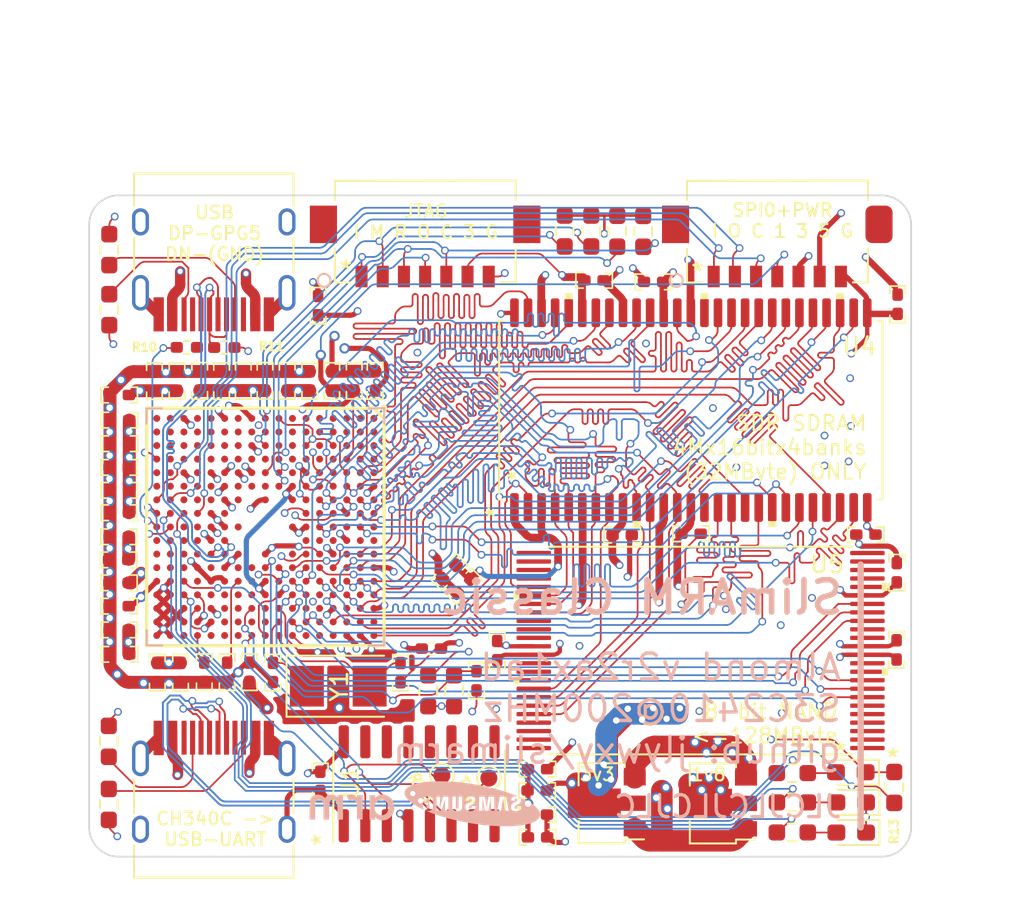
<source format=kicad_pcb>
(kicad_pcb (version 20221018) (generator pcbnew)
  (layers (0 "F.Cu" signal) (1 "In1.Cu" signal) (2 "In2.Cu" signal) (31 "B.Cu" signal) (34 "B.Paste" user) (35 "F.Paste" user) (36 "B.SilkS" user "B.Silkscreen") (37 "F.SilkS" user "F.Silkscreen") (38 "B.Mask" user) (39 "F.Mask" user) (44 "Edge.Cuts" user))
  (net 0 "")
  (net 1 "GND")
  (net 2 "/XTAL_OUT")
  (net 3 "/XTAL_IN")
  (net 4 "/NRESET")
  (net 5 "+3V3")
  (net 6 "Net-(IC1-UPLLCAP)")
  (net 7 "+5V")
  (net 8 "+1V8")
  (net 9 "Net-(IC1-MPLLCAP)")
  (net 10 "/BUS_DAT15")
  (net 11 "/BUS_DAT11")
  (net 12 "/BUS_DAT6")
  (net 13 "/BUS_DAT1")
  (net 14 "/BUS_ADR13")
  (net 15 "/BUS_ADR6")
  (net 16 "/BUS_ADR2")
  (net 17 "/DRAM_DQML")
  (net 18 "/BUS_DAT13")
  (net 19 "/BUS_DAT9")
  (net 20 "/BUS_DAT5")
  (net 21 "/BUS_DAT0")
  (net 22 "/BUS_ADR24")
  (net 23 "/BUS_ADR12")
  (net 24 "/BUS_ADR8")
  (net 25 "/BUS_ADR4")
  (net 26 "/DRAM_NSRAS")
  (net 27 "/DRAM_DQMU")
  (net 28 "/BUS_DAT12")
  (net 29 "/BUS_DAT7")
  (net 30 "/BUS_DAT4")
  (net 31 "/BUS_ADR7")
  (net 32 "/BUS_ADR3")
  (net 33 "/DRAM_NSCAS")
  (net 34 "/BUS_DAT14")
  (net 35 "/BUS_DAT10")
  (net 36 "/BUS_DAT2")
  (net 37 "/BUS_ADR10")
  (net 38 "/BUS_ADR5")
  (net 39 "/BUS_ADR1")
  (net 40 "/DRAM_SCKE")
  (net 41 "/BUS_DAT3")
  (net 42 "/BUS_ADR23")
  (net 43 "/BUS_ADR11")
  (net 44 "/BUS_NWE")
  (net 45 "/BUS_DAT8")
  (net 46 "/DRAM_SCLK")
  (net 47 "/DRAM_CS")
  (net 48 "/BUS_ADR9")
  (net 49 "/BUS_NWAIT")
  (net 50 "/JTAG_NTRST")
  (net 51 "/JTAG_TCK")
  (net 52 "/JTAG_TDI")
  (net 53 "/JTAG_TMS")
  (net 54 "/JTAG_TDO")
  (net 55 "Net-(D1-A)")
  (net 56 "/USB_DP")
  (net 57 "/USB_DN")
  (net 58 "/GPIO_G0")
  (net 59 "/GPIO_G2")
  (net 60 "/GPIO_G1")
  (net 61 "Net-(D2-A)")
  (net 62 "Net-(D3-A)")
  (net 63 "/NAND_ALE")
  (net 64 "/NAND_NFWE")
  (net 65 "/NAND_NFRE")
  (net 66 "/NAND_NFCE")
  (net 67 "/NAND_CLE")
  (net 68 "/SPI0_CLK")
  (net 69 "/NAND_RNB")
  (net 70 "/SPI0_MISO")
  (net 71 "/SPI0_MOSI")
  (net 72 "Net-(J1-CC1)")
  (net 74 "Net-(J1-CC2)")
  (net 76 "Net-(J4-CC1)")
  (net 77 "/CH_DP")
  (net 78 "/CH_DN")
  (net 80 "Net-(J4-CC2)")
  (net 98 "/OM0")
  (net 100 "/UART_TX")
  (net 101 "/UART_RX")
  (net 235 "/GPIO_G5")
  (footprint "Library:0402" (layer "F.Cu") (at 48.29 44.46)
    (fp_text reference "C48" hide)
    (fp_text value "100nF")
  )
  (footprint "Resistor_SMD:R_0603_1608Metric_Pad0.98x0.95mm_HandSolder" (layer "F.Cu") (at 23.02 40.14 -90)
    (fp_text reference "R7" hide)
    (fp_text value "5.1k")
  )
  (footprint "Library:0402" (layer "F.Cu") (at 25.71 18.91 -90)
    (fp_text reference "C21" hide)
    (fp_text value "100nF")
  )
  (footprint "Library:0402" (layer "F.Cu") (at 30.95 18.89 -90)
    (fp_text reference "C40" hide)
    (fp_text value "100nF")
  )
  (footprint "Library:0402" (layer "F.Cu") (at 23.64 19.72)
    (fp_text reference "C14" hide)
    (fp_text value "100nF")
  )
  (footprint "Library:0402" (layer "F.Cu") (at 31.31 36.0675 -90)
    (fp_text reference "C35" hide)
    (fp_text value "100nF")
  )
  (footprint "Library:0402" (layer "F.Cu") (at 23.6525 25.34)
    (fp_text reference "C43" hide)
    (fp_text value "100nF")
  )
  (footprint "Library:BGA272C80P17X17_1400X1400X116" (layer "F.Cu") (at 32.25 27.5 -90)
    (fp_text reference "IC1" hide)
    (fp_text value "S3C2410AXX-YO" hide)
  )
  (footprint "TestPoint:TestPoint_Pad_D1.0mm" (layer "F.Cu") (at 42.66 42.15 120)
    (fp_text reference "RXD")
    (fp_text value "TestPoint")
  )
  (footprint "Connector_USB:USB_C_Receptacle_HRO_TYPE-C-31-M-12" (layer "F.Cu") (at 29.21 10.5635 180)
    (fp_text reference "J1" hide)
    (fp_text value "USB_C_Receptacle_USB2.0")
  )
  (footprint "LED_SMD:LED_0603_1608Metric_Pad1.05x0.95mm_HandSolder" (layer "F.Cu") (at 66.77 41.962 180)
    (fp_text reference "D2" hide)
    (fp_text value "LED")
  )
  (footprint "Library:0402" (layer "F.Cu") (at 38.72 18.89 -90)
    (fp_text reference "C18" hide)
    (fp_text value "100nF")
  )
  (footprint "Library:0402" (layer "F.Cu") (at 25.88 36.08 90)
    (fp_text reference "C28" hide)
    (fp_text value "100nF")
  )
  (footprint "Library:0402" (layer "F.Cu") (at 57.35 27.9 180)
    (fp_text reference "C26" hide)
    (fp_text value "100nF")
  )
  (footprint "Library:DF13A-7P-1.25H21" (layer "F.Cu") (at 58.6852 12.961 180)
    (fp_text reference "J2" hide)
    (fp_text value "DF13A-7P-1.25H21" hide)
  )
  (footprint "Library:0402" (layer "F.Cu") (at 27.25 36.08 90)
    (fp_text reference "C30" hide)
    (fp_text value "100nF")
  )
  (footprint "Library:0402" (layer "F.Cu") (at 69.48 30.2 -90)
    (fp_text reference "C11" hide)
    (fp_text value "100nF")
  )
  (footprint "Library:0402" (layer "F.Cu") (at 69.47 34.75 -90)
    (fp_text reference "C25" hide)
    (fp_text value "100nF")
  )
  (footprint "Package_TO_SOT_SMD:SOT-89-3" (layer "F.Cu") (at 52.08 43.79 180)
    (fp_text reference "U6" hide)
    (fp_text value "AMS1117")
  )
  (footprint "Library:0402" (layer "F.Cu") (at 55.14 13.05)
    (fp_text reference "C15" hide)
    (fp_text value "100nF")
  )
  (footprint "Library:0402" (layer "F.Cu") (at 36.17 18.9 -90)
    (fp_text reference "C41" hide)
    (fp_text value "100nF")
  )
  (footprint "Library:0402" (layer "F.Cu") (at 53.29 27.98 180)
    (fp_text reference "C24" hide)
    (fp_text value "100nF")
  )
  (footprint "Library:0402" (layer "F.Cu") (at 23.66 21.2)
    (fp_text reference "C45" hide)
    (fp_text value "100nF")
  )
  (footprint "Resistor_SMD:R_0603_1608Metric_Pad0.98x0.95mm_HandSolder" (layer "F.Cu") (at 53 10.0625 -90)
    (fp_text reference "R14" hide)
    (fp_text value "10k")
  )
  (footprint "Library:0402" (layer "F.Cu") (at 40.22 36.09 90)
    (fp_text reference "C12" hide)
    (fp_text value "22pF")
  )
  (footprint "Resistor_SMD:R_0603_1608Metric_Pad0.98x0.95mm_HandSolder" (layer "F.Cu") (at 23.05 14.69 90)
    (fp_text reference "R9" hide)
    (fp_text value "5.1k")
  )
  (footprint "Library:0402" (layer "F.Cu") (at 23.6225 30.794)
    (fp_text reference "C38" hide)
    (fp_text value "100nF")
  )
  (footprint "LED_SMD:LED_0603_1608Metric_Pad1.05x0.95mm_HandSolder" (layer "F.Cu") (at 66.795 45.518 180)
    (fp_text reference "D3" hide)
    (fp_text value "LED")
  )
  (footprint "Library:0402" (layer "F.Cu") (at 34.87 18.89 -90)
    (fp_text reference "C22" hide)
    (fp_text value "100nF")
  )
  (footprint "jlywxy:DF13A-7P-1.25H21" (layer "F.Cu") (at 37.9222 12.961 180)
    (fp_text reference "J3" hide)
    (fp_text value "DF13A-7P-1.25H21" hide)
  )
  (footprint "Library:0402" (layer "F.Cu") (at 32.23 18.89 -90)
    (fp_text reference "C39" hide)
    (fp_text value "100nF")
  )
  (footprint "Library:0402" (layer "F.Cu") (at 48.28 43.04)
    (fp_text reference "C50" hide)
    (fp_text value "100nF")
  )
  (footprint "Library:0402" (layer "F.Cu") (at 48.3 45.8)
    (fp_text reference "C17" hide)
    (fp_text value "100nF")
  )
  (footprint "Resistor_SMD:R_0603_1608Metric_Pad0.98x0.95mm_HandSolder" (layer "F.Cu") (at 23.05 11.15 -90)
    (fp_text reference "R8" hide)
    (fp_text value "5.1k")
  )
  (footprint "Resistor_SMD:R_0603_1608Metric_Pad0.98x0.95mm_HandSolder" (layer "F.Cu") (at 69.3325 42.858 -90)
    (fp_text reference "R13")
    (fp_text value "0")
  )
  (footprint "Library:0402" (layer "F.Cu") (at 43.09 30.16 45)
    (fp_text reference "C3" hide)
    (fp_text value "100nF")
  )
  (footprint "Resistor_SMD:R_0402_1005Metric_Pad0.72x0.64mm_HandSolder" (layer "F.Cu") (at 29.83 16.92)
    (fp_text reference "R11")
    (fp_text value "NC")
  )
  (footprint "Library:0402" (layer "F.Cu") (at 51.63 12.96 180)
    (fp_text reference "C32" hide)
    (fp_text value "100nF")
  )
  (footprint "jlywxy:HY57V561620FTP" (layer "F.Cu") (at 57.3385 20.61155 90)
    (fp_text reference "U4")
    (fp_text value "HY57V561620FTP" hide)
  )
  (footprint "Library:0402" (layer "F.Cu") (at 23.6425 26.66)
    (fp_text reference "C37" hide)
    (fp_text value "100nF")
  )
  (footprint "Library:0402" (layer "F.Cu") (at 35.36 14.45 90)
    (fp_text reference "C8" hide)
    (fp_text value "100nF")
  )
  (footprint "Capacitor_SMD:C_0402_1005Metric_Pad0.74x0.62mm_HandSolder" (layer "F.Cu") (at 42.04 34.67 180)
    (fp_text reference "C29" hide)
    (fp_text value "100nF")
  )
  (footprint "jlywxy:M29W640FB70N6E" (layer "F.Cu") (at 57.912 34.7875 180)
    (fp_text reference "U5")
    (fp_text value "K9F5608U0C" hide)
  )
  (footprint "Library:0402" (layer "F.Cu") (at 44.702 36.57 -90)
    (fp_text reference "C51" hide)
    (fp_text value "100nF")
  )
  (footprint "Package_SO:SOIC-16_3.9x9.9mm_P1.27mm" (layer "F.Cu") (at 41.32 42.64 90)
    (fp_text reference "U1")
    (fp_text value "CH340C")
  )
  (footprint "Library:0402" (layer "F.Cu") (at 23.63 33.57)
    (fp_text reference "C42" hide)
    (fp_text value "100nF")
  )
  (footprint "Library:0402" (layer "F.Cu") (at 29.67 18.9 -90)
    (fp_text reference "C46" hide)
    (fp_text value "100nF")
  )
  (footprint "TestPoint:TestPoint_Pad_D1.0mm" (layer "F.Cu") (at 45.43 42.31 120)
    (fp_text reference "TXD")
    (fp_text value "TestPoint")
  )
  (footprint "Resistor_SMD:R_0603_1608Metric_Pad0.98x0.95mm_HandSolder" (layer "F.Cu") (at 54.53 10.07 -90)
    (fp_text reference "R15" hide)
    (fp_text value "10k")
  )
  (footprint "Library:0402" (layer "F.Cu") (at 23.63 32.17)
    (fp_text reference "C31" hide)
    (fp_text value "100nF")
  )
  (footprint "Library:0402" (layer "F.Cu") (at 27.04 18.9 -90)
    (fp_text reference "C19" hide)
    (fp_text value "100nF")
  )
  (footprint "Library:0402" (layer "F.Cu") (at 28.65 36.07 -90)
    (fp_text reference "C2" hide)
    (fp_text value "5pF")
  )
  (footprint "Library:0402" (layer "F.Cu") (at 45.92 34.79 -90)
    (fp_text reference "C13" hide)
    (fp_text value "100nF")
  )
  (footprint "Resistor_SMD:R_0603_1608Metric_Pad0.98x0.95mm_HandSolder" (layer "F.Cu") (at 43.376 37.1525 -90)
    (fp_text reference "R2" hide)
    (fp_text value "10k")
  )
  (footprint "Library:0402" (layer "F.Cu") (at 69.53 14.37 90)
    (fp_text reference "C7" hide)
    (fp_text value "100nF")
  )
  (footprint "Library:0402" (layer "F.Cu") (at 23.66 22.59)
    (fp_text reference "C33" hide)
    (fp_text value "100nF")
  )
  (footprint "LED_SMD:LED_0603_1608Metric_Pad1.05x0.95mm_HandSolder" (layer "F.Cu") (at 66.795 43.74 180)
    (fp_text reference "D1" hide)
    (fp_text value "LED")
  )
  (footprint "Resistor_SMD:R_0402_1005Metric_Pad0.72x0.64mm_HandSolder" (layer "F.Cu") (at 27.625 16.91 180)
    (fp_text reference "R10")
    (fp_text value "NC")
  )
  (footprint "Library:0402" (layer "F.Cu") (at 28.38 18.89 -90)
    (fp_text reference "C47" hide)
    (fp_text value "100nF")
  )
  (footprint "Library:0402" (layer "F.Cu") (at 33.54 18.89 -90)
    (fp_text reference "C23" hide)
    (fp_text value "100nF")
  )
  (footprint "Library:0402" (layer "F.Cu") (at 30 36.07 -90)
    (fp_text reference "C1" hide)
    (fp_text value "5pF")
  )
  (footprint "Crystal:Crystal_SMD_5032-2Pin_5.0x3.2mm" (layer "F.Cu") (at 36.55 36.89)
    (fp_text reference "Y1")
    (fp_text value "12MHz")
  )
  (footprint "Library:0402" (layer "F.Cu") (at 67.66 27.95)
    (fp_text reference "C27" hide)
    (fp_text value "100nF")
  )
  (footprint "Resistor_SMD:R_0603_1608Metric_Pad0.98x0.95mm_HandSolder" (layer "F.Cu") (at 41.852 37.1525 90)
    (fp_text reference "R1" hide)
    (fp_text value "1.5k")
  )
  (footprint "Library:0402" (layer "F.Cu") (at 43.97 31 45)
    (fp_text reference "C5" hide)
    (fp_text value "100nF")
  )
  (footprint "Library:0402" (layer "F.Cu") (at 48.3 41.78)
    (fp_text reference "C49" hide)
    (fp_text value "100nF")
  )
  (footprint "Library:0402" (layer "F.Cu") (at 32.7 36.08 90)
    (fp_text reference "C6" hide)
    (fp_text value "22pF")
  )
  (footprint "Package_TO_SOT_SMD:SOT-89-3" (layer "F.Cu") (at 58.64 43.8 180)
    (fp_text reference "U7" hide)
    (fp_text value "AMS1117-1.8")
  )
  (footprint "Connector_USB:USB_C_Receptacle_HRO_TYPE-C-31-M-12" (layer "F.Cu") (at 29.21 44.27425)
    (fp_text reference "J4" hide)
    (fp_text value "USB_C_Receptacle_USB2.0")
  )
  (footprint "Resistor_SMD:R_0603_1608Metric_Pad0.98x0.95mm_HandSolder" (layer "F.Cu") (at 63.32 42.012)
    (fp_text reference "R5" hide)
    (fp_text value "5.6k")
  )
  (footprint "Library:0402" (layer "F.Cu") (at 35.49 42.5 90)
    (fp_text reference "C16" hide)
    (fp_text value "100nF")
  )
  (footprint "Library:0402" (layer "F.Cu") (at 37.49 18.88 -90)
    (fp_text reference "C34" hide)
    (fp_text value "100nF")
  )
  (footprint "Resistor_SMD:R_0603_1608Metric_Pad0.98x0.95mm_HandSolder" (layer "F.Cu") (at 49.9 10.05 -90)
    (fp_text reference "R17" hide)
    (fp_text value "10k")
  )
  (footprint "Resistor_SMD:R_0603_1608Metric_Pad0.98x0.95mm_HandSolder" (layer "F.Cu") (at 63.32 45.512)
    (fp_text reference "R6" hide)
    (fp_text value "5.6k")
  )
  (footprint "Library:0402" (layer "F.Cu") (at 23.6025 29.44)
    (fp_text reference "C20" hide)
    (fp_text value "100nF")
  )
  (footprint "Library:0402" (layer "F.Cu") (at 23.66 35.01)
    (fp_text reference "C36" hide)
    (fp_text value "100nF")
  )
  (footprint "Library:0402" (layer "F.Cu") (at 23.6325 28.08)
    (fp_text reference "C4" hide)
    (fp_text value "100nF")
  )
  (footprint "Library:0402" (layer "F.Cu") (at 23.63 23.99)
    (fp_text reference "C44" hide)
    (fp_text value "100nF")
  )
  (footprint "Resistor_SMD:R_0603_1608Metric_Pad0.98x0.95mm_HandSolder" (layer "F.Cu") (at 63.327 43.74)
    (fp_text reference "R4" hide)
    (fp_text value "5.6k")
  )
  (footprint "Resistor_SMD:R_0603_1608Metric_Pad0.98x0.95mm_HandSolder" (layer "F.Cu") (at 51.47 10.05 -90)
    (fp_text reference "R16" hide)
    (fp_text value "10k")
  )
  (footprint "Resistor_SMD:R_0603_1608Metric_Pad0.98x0.95mm_HandSolder" (layer "F.Cu") (at 23.02 43.86 90)
    (fp_text reference "R12" hide)
    (fp_text value "5.1k")
  )
  (footprint "Library:image_arm" (layer "B.Cu") (at 37.36 44.04 180)
    (fp_text reference "G***" hide)
    (fp_text value "LOGO" hide)
  )
  (footprint "Library:image_samsung" (layer "B.Cu") (at 44.46 43.82 180)
    (fp_text reference "G***" hide)
    (fp_text value "LOGO" hide)
  )
  (gr_line (start 39.26 21.402) (end 39.26 20.498) (stroke (width 0.127)) (layer "B.SilkS"))
  (gr_line (start 25.25 20.506) (end 25.25 21.41) (stroke (width 0.127)) (layer "B.SilkS"))
  (gr_line (start 25.266 34.49) (end 26.17 34.49) (stroke (width 0.127)) (layer "B.SilkS"))
  (gr_line (start 38.348 34.49) (end 39.252 34.49) (stroke (width 0.127)) (layer "B.SilkS"))
  (gr_line (start 39.254 20.5) (end 38.35 20.5) (stroke (width 0.127)) (layer "B.SilkS"))
  (gr_line (start 67.35 29.718) (end 67.35 45.212) (stroke (width 0.381)) (layer "B.SilkS"))
  (gr_line (start 25.26 33.588) (end 25.26 34.492) (stroke (width 0.127)) (layer "B.SilkS"))
  (gr_line (start 26.152 20.5) (end 25.248 20.5) (stroke (width 0.127)) (layer "B.SilkS"))
  (gr_line (start 39.25 34.484) (end 39.25 33.58) (stroke (width 0.127)) (layer "B.SilkS"))
  (gr_line (start 21.8636 45.19686) (end 21.8636 9.682345) (stroke (width 0.1)) (layer "Edge.Cuts"))
  (gr_arc (start 68.589423 7.9502) (mid 69.820005 8.461747) (end 70.329457 9.693198) (stroke (width 0.1)) (layer "Edge.Cuts"))
  (gr_line (start 68.588558 46.9392) (end 23.602977 46.9392) (stroke (width 0.1)) (layer "Edge.Cuts"))
  (gr_arc (start 23.602977 46.9392) (mid 22.37286 46.427846) (end 21.8636 45.19686) (stroke (width 0.1)) (layer "Edge.Cuts"))
  (gr_line (start 23.598685 7.9502) (end 68.589423 7.9502) (stroke (width 0.1)) (layer "Edge.Cuts"))
  (gr_line (start 70.329457 9.693198) (end 70.329469 45.201252) (stroke (width 0.1)) (layer "Edge.Cuts"))
  (gr_arc (start 21.8636 9.682345) (mid 22.372834 8.457358) (end 23.598685 7.9502) (stroke (width 0.1)) (layer "Edge.Cuts"))
  (gr_arc (start 70.329469 45.201252) (mid 69.818533 46.430359) (end 68.588558 46.9392) (stroke (width 0.1)) (layer "Edge.Cuts"))
  (gr_text "Almond v2r2ax1ad\nS3C2410@200MHz\ngithub: jlywxy/slimarm" (at 66.32 41.56) (layer "B.SilkS") (effects (font (size 1.524 1.524) (thickness 0.2)) (justify left bottom mirror)))
  (gr_text "JLCJLCJLCJLC" (at 66.33 44.75) (layer "B.SilkS") (effects (font (size 1.3 1.3) (thickness 0.2)) (justify left bottom mirror)))
  (gr_text "SlimARM Classic\n" (at 66.49 32.77) (layer "B.SilkS") (effects (font (size 1.905 1.905) (thickness 0.3302) bold) (justify left bottom mirror)))
  (gr_text "USB\nDP-GPG5\nDN-(GND)\n" (at 29.26 10.19) (layer "F.SilkS") (effects (font (size 0.762 0.762) (thickness 0.127))))
  (gr_text "CH340C ->\nUSB-UART\n" (at 29.3 45.31) (layer "F.SilkS") (effects (font (size 0.762 0.762) (thickness 0.127))))
  (gr_text "JTAG\nI M R O C 3 G" (at 41.71 9.5) (layer "F.SilkS") (effects (font (size 0.762 0.762) (thickness 0.127))))
  (gr_text "1v8" (at 57.28 42.095) (layer "F.SilkS") (effects (font (size 0.762 0.762) (thickness 0.127)) (justify left)))
  (gr_text "8-bit NAND\n<=128MByte\n" (at 66.08 39.09) (layer "F.SilkS") (effects (font (size 0.889 0.889) (thickness 0.127)) (justify right)))
  (gr_text "SDR SDRAM\n4Mx16bitx4banks\n(32MByte) ONLY" (at 67.776 22.81) (layer "F.SilkS") (effects (font (size 0.889 0.889) (thickness 0.127)) (justify right)))
  (gr_text "SPI0+PWR\nI O C 1 3 5 G" (at 62.74 9.44) (layer "F.SilkS") (effects (font (size 0.762 0.762) (thickness 0.127))))
  (gr_text "3v3" (at 50.72 42.085) (layer "F.SilkS") (effects (font (size 0.762 0.762) (thickness 0.127)) (justify left)))
  (segment (start 50.81121 32.03469) (end 50.73 32.1159) (width 0.4572) (layer "F.Cu") (net 1))
  (segment (start 25.4 27.907936) (end 26.031644 27.907936) (width 0.1016) (layer "F.Cu") (net 1))
  (segment (start 34.49469 24.94469) (end 34.65 25.1) (width 0.1016) (layer "F.Cu") (net 1))
  (segment (start 33.58159 34.172951) (end 34.159849 34.75121) (width 0.1016) (layer "F.Cu") (net 1))
  (segment (start 53.73 30.31) (end 53.73 28.0375) (width 0.3048) (layer "F.Cu") (net 1))
  (segment (start 23.24129 35.90129) (end 23.85121 36.51121) (width 0.762) (layer "F.Cu") (net 1))
  (segment (start 29.05 32.3) (end 29.41 32.66) (width 0.3048) (layer "F.Cu") (net 1))
  (segment (start 36.1804 18.3225) (end 36.1804 18.3325) (width 0.762) (layer "F.Cu") (net 1))
  (segment (start 25.85 31.5) (end 26.65 32.3) (width 0.3048) (layer "F.Cu") (net 1))
  (segment (start 33.83121 43.14879) (end 33.67879 43.30121) (width 0.3048) (layer "F.Cu") (net 1))
  (segment (start 67.59101 16.48899) (end 66.8 17.28) (width 0.254) (layer "F.Cu") (net 1))
  (segment (start 33.05 32.3) (end 33.28401 32.53401) (width 0.1016) (layer "F.Cu") (net 1))
  (segment (start 34.519059 34.9) (end 34.55 34.9) (width 0.1016) (layer "F.Cu") (net 1))
  (segment (start 33.4328 32.89322) (end 33.4328 33.813741) (width 0.1016) (layer "F.Cu") (net 1))
  (segment (start 29.49 20.74) (end 29.49 20.61) (width 0.1016) (layer "F.Cu") (net 1))
  (segment (start 24.89 40.99675) (end 25.96 39.92675) (width 0.6096) (layer "F.Cu") (net 1))
  (segment (start 41.08 35.7975) (end 41.08 35.69) (width 0.1016) (layer "F.Cu") (net 1))
  (segment (start 25.85 33.1) (end 26.65 32.3) (width 0.3048) (layer "F.Cu") (net 1))
  (segment (start 60.014564 45.855436) (end 60.58 45.29) (width 1.27) (layer "F.Cu") (net 1))
  (segment (start 36.25 32.3) (end 35.89 32.66) (width 0.3048) (layer "F.Cu") (net 1))
  (segment (start 50.81726 32.000768) (end 50.77476 32.045083) (width 0.254) (layer "F.Cu") (net 1))
  (segment (start 29.9775 36.66) (end 30 36.6375) (width 0.762) (layer "F.Cu") (net 1))
  (segment (start 26.65 30.7) (end 25.85 31.5) (width 0.3048) (layer "F.Cu") (net 1))
  (segment (start 67.67 43.74) (end 67.67 44.59) (width 0.1016) (layer "F.Cu") (net 1))
  (segment (start 46.31579 12.58421) (end 46.37 12.53) (width 0.1016) (layer "F.Cu") (net 1))
  (segment (start 31.051632 23.94) (end 31.066321 23.925311) (width 0.1016) (layer "F.Cu") (net 1))
  (segment (start 26.65 31.48) (end 26.26 31.09) (width 0.3048) (layer "F.Cu") (net 1))
  (segment (start 48.668365 12.731635) (end 48.76 12.64) (width 0.254) (layer "F.Cu") (net 1))
  (segment (start 23.0925 34.17) (end 23.0925 35.54208) (width 0.762) (layer "F.Cu") (net 1))
  (segment (start 57.01 30.633136) (end 57.01 29.024603) (width 0.1016) (layer "F.Cu") (net 1))
  (segment (start 37.59129 14.86871) (end 37.69 14.77) (width 0.3048) (layer "F.Cu") (net 1))
  (segment (start 34.26 30.29) (end 34.26 30.299974) (width 0.1016) (layer "F.Cu") (net 1))
  (segment (start 36.65 27.9) (end 36.65 27.892064) (width 0.1016) (layer "F.Cu") (net 1))
  (segment (start 31.17879 17.06879) (end 31.24 17.13) (width 0.1016) (layer "F.Cu") (net 1))
  (segment (start 30.37 18.3325) (end 34.86 18.3325) (width 0.762) (layer "F.Cu") (net 1))
  (segment (start 34.26 30.299974) (end 34.258993 30.298967) (width 0.1016) (layer "F.Cu") (net 1))
  (segment (start 55.48 27.56) (end 55.48 31.93) (width 0.4572) (layer "F.Cu") (net 1))
  (segment (start 23.05 15.6025) (end 23.05 16.26958) (width 0.1016) (layer "F.Cu") (net 1))
  (segment (start 46.919375 14.88255) (end 46.18255 14.88255) (width 0.254) (layer "F.Cu") (net 1))
  (segment (start 38.72 18.3225) (end 36.1804 18.3225) (width 0.762) (layer "F.Cu") (net 1))
  (segment (start 25.85 32.3) (end 26.65 31.5) (width 0.3048) (layer "F.Cu") (net 1))
  (segment (start 67.381099 28.631099) (end 67.25 28.5) (width 0.3048) (layer "F.Cu") (net 1))
  (segment (start 34.242064 23.899999) (end 34.242064 23.912064) (width 0.1016) (layer "F.Cu") (net 1))
  (segment (start 35.36 15.0175) (end 37.23208 15.0175) (width 0.3048) (layer "F.Cu") (net 1))
  (segment (start 35.33 34.88) (end 35.31 34.9) (width 0.1016) (layer "F.Cu") (net 1))
  (segment (start 29.85 24.3) (end 30.24 23.91) (width 0.3048) (layer "F.Cu") (net 1))
  (segment (start 57.079687 28.764593) (end 57.082827 28.759155) (width 0.1016) (layer "F.Cu") (net 1))
  (segment (start 35.65678 22.3172) (end 35.0328 22.3172) (width 0.1016) (layer "F.Cu") (net 1))
  (segment (start 30.4275 16.92) (end 30.81958 16.92) (width 0.1016) (layer "F.Cu") (net 1))
  (segment (start 31.5525 35.5) (end 32.7 36.6475) (width 0.3048) (layer "F.Cu") (net 1))
  (segment (start 66.49 12.733) (end 67.59101 13.83401) (width 0.3048) (layer "F.Cu") (net 1))
  (segment (start 57.320675 11.880675) (end 57.185 11.745) (width 0.4572) (layer "F.Cu") (net 1))
  (segment (start 46.14 14.84) (end 46.14 14.9359) (width 0.1016) (layer "F.Cu") (net 1))
  (segment (start 34.55 34.9) (end 35.31 34.9) (width 0.1016) (layer "F.Cu") (net 1))
  (segment (start 35.89 32.688673) (end 35.880443 32.679116) (width 0.1016) (layer "F.Cu") (net 1))
  (segment (start 29.05 26.7) (end 29.85 27.5) (width 0.3048) (layer "F.Cu") (net 1))
  (segment (start 67.7398 16.12978) (end 67.7398 14.87115) (width 0.254) (layer "F.Cu") (net 1))
  (segment (start 23.05 10.2375) (end 23.05 9.73042) (width 0.1016) (layer "F.Cu") (net 1))
  (segment (start 53.6 30.44) (end 53.73 30.31) (width 0.3048) (layer "F.Cu") (net 1))
  (segment (start 34.347654 24.005589) (end 34.347654 24.652129) (width 0.1016) (layer "F.Cu") (net 1))
  (segment (start 29.429248 32.66) (end 29.424738 32.66451) (width 0.1016) (layer "F.Cu") (net 1))
  (segment (start 52.66879 12.81121) (end 53.14 12.34) (width 0.3048) (layer "F.Cu") (net 1))
  (segment (start 37.85 33.9) (end 38.5 34.55) (width 0.3048) (layer "F.Cu") (net 1))
  (segment (start 66.2775 34.5375) (end 67.74815 34.5375) (width 0.254) (layer "F.Cu") (net 1))
  (segment (start 31.09 23.94) (end 31.051632 23.94) (width 0.1016) (layer "F.Cu") (net 1))
  (segment (start 23.19879 9.37121) (end 23.37 9.2) (width 0.1016) (layer "F.Cu") (net 1))
  (segment (start 23.346188 19.276188) (end 23.24129 19.381086) (width 0.762) (layer "F.Cu") (net 1))
  (segment (start 57.146 30.769136) (end 57.01 30.633136) (width 0.1016) (layer "F.Cu") (net 1))
  (segment (start 67.645 41.962) (end 69.316 41.962) (width 0.1016) (layer "F.Cu") (net 1))
  (segment (start 30.37 18.3325) (end 25.72 18.3325) (width 0.762) (layer "F.Cu") (net 1))
  (segment (start 57.320675 14.88255) (end 57.320675 11.880675) (width 0.4572) (layer "F.Cu") (net 1))
  (segment (start 33.05 30.7) (end 32.81599 30.46599) (width 0.1016) (layer "F.Cu") (net 1))
  (segment (start 30.24 23.900026) (end 30.241007 23.901033) (width 0.1016) (layer "F.Cu") (net 1))
  (segment (start 57.010176 29.011239) (end 57.011754 28.951271) (width 0.1016) (layer "F.Cu") (net 1))
  (segment (start 25.96 14.9635) (end 24.89 13.8935) (width 0.6096) (layer "F.Cu") (net 1))
  (segment (start 69.48 29.6325) (end 69.48 29.21042) (width 0.3048) (layer "F.Cu") (net 1))
  (segment (start 27.45 24.307936) (end 27.85 24.707936) (width 0.3048) (layer "F.Cu") (net 1))
  (segment (start 35.82625 43.40375) (end 35.57129 43.14879) (width 0.3048) (layer "F.Cu") (net 1))
  (segment (start 50.73 32.09) (end 50.73 32.1159) (width 0.1016) (layer "F.Cu") (net 1))
  (segment (start 28.25 29.9) (end 29.05 30.7) (width 0.3048) (layer "F.Cu") (net 1))
  (segment (start 68.900679 28.631099) (end 67.381099 28.631099) (width 0.3048) (layer "F.Cu") (net 1))
  (segment (start 38.5 34.55) (end 38.5 34.72) (width 0.3048) (layer "F.Cu") (net 1))
  (segment (start 35.82625 43.40375) (end 36.875 44.4525) (width 0.3048) (layer "F.Cu") (net 1))
  (segment (start 34.854999 25.304999) (end 34.65 25.1) (width 0.1016) (layer "F.Cu") (net 1))
  (segment (start 55.47 27.55) (end 55.48 27.56) (width 0.4572) (layer "F.Cu") (net 1))
  (segment (start 45.4222 12.733) (end 45.95658 12.733) (width 0.1016) (layer "F.Cu") (net 1))
  (segment (start 42.46 30.122146) (end 42.46 29.63042) (width 0.4572) (layer "F.Cu") (net 1))
  (segment (start 39.72879 30.04879) (end 39.82 30.14) (width 0.1016) (layer "F.Cu") (net 1))
  (segment (start 24.21042 36.66) (end 29.9775 36.66) (width 0.762) (layer "F.Cu") (net 1))
  (segment (start 34.922951 21.63159) (end 35.0328 21.741439) (width 0.1016) (layer "F.Cu") (net 1))
  (segment (start 23.0925 19.740296) (end 23.0925 34.17) (width 0.762) (layer "F.Cu") (net 1))
  (segment (start 57.146 31.48358) (end 57.146 30.769136) (width 0.1016) (layer "F.Cu") (net 1))
  (segment (start 33.53 43.66042) (end 33.53 45.32425) (width 0.3048) (layer "F.Cu") (net 1))
  (segment (start 47.7325 41.78) (end 47.7325 45.82) (width 0.3048) (layer "F.Cu") (net 1))
  (segment (start 38.65 29.9) (end 39.36958 29.9) (width 0.3048) (layer "F.Cu") (net 1))
  (segment (start 55.7383 26.35195) (end 55.7383 27.07128) (width 0.4572) (layer "F.Cu") (net 1))
  (segment (start 44.55321 38.27679) (end 44.45 38.38) (width 0.1016) (layer "F.Cu") (net 1))
  (segment (start 42.688717 30.561283) (end 42.60879 30.481356) (width 0.4572) (layer "F.Cu") (net 1))
  (segment (start 50.96 26.403475) (end 50.96 31.67548) (width 0.4572) (layer "F.Cu") (net 1))
  (segment (start 29.41 32.66) (end 29.429248 32.66) (width 0.1016) (layer "F.Cu") (net 1))
  (segment (start 33.32121 29.34121) (end 33.2 29.22) (width 0.1016) (layer "F.Cu") (net 1))
  (segment (start 55.48 31.93) (end 55.46 31.95) (width 0.4572) (layer "F.Cu") (net 1))
  (segment (start 29.465419 30.495001) (end 29.645001 30.495001) (width 0.3048) (layer "F.Cu") (net 1))
  (segment (start 25.85 32.3) (end 26.65 33.1) (width 0.3048) (layer "F.Cu") (net 1))
  (segment (start 26.390854 27.759146) (end 26.65 27.5) (width 0.1016) (layer "F.Cu") (net 1))
  (segment (start 29.645001 30.495001) (end 29.85 30.7) (width 0.3048) (layer "F.Cu") (net 1))
  (segment (start 34.65 26.7) (end 34.50239 26.55239) (width 0.1016) (layer "F.Cu") (net 1))
  (segment (start 33.05 21.1) (end 33.28401 21.33401) (width 0.1016) (layer "F.Cu") (net 1))
  (segment (start 67.74815 34.5375) (end 68.90458 34.5375) (width 0.254) (layer "F.Cu") (net 1))
  (segment (start 69.33121 28.85121) (end 69.259889 28.779889) (width 0.3048) (layer "F.Cu") (net 1))
  (segment (start 36.33 16.24) (end 36.32879 16.24121) (width 0.3048) (layer "F.Cu") (net 1))
  (segment (start 33.825341 29.49) (end 33.68042 29.49) (width 0.1016) (layer "F.Cu") (net 1))
  (segment (start 66.13 34.39) (end 66.2775 34.5375) (width 0.254) (layer "F.Cu") (net 1))
  (segment (start 23.0725 19.549876) (end 23.0725 19.72) (width 0.762) (layer "F.Cu") (net 1))
  (segment (start 48.519575 14.88255) (end 48.519575 13.090845) (width 0.4572) (layer "F.Cu") (net 1))
  (segment (start 25.71 18.3425) (end 24.490296 18.3425) (width 0.762) (layer "F.Cu") (net 1))
  (segment (start 52.1975 12.96) (end 53.18921 13.95171) (width 0.4572) (layer "F.Cu") (net 1))
  (segment (start 35.0328 22.3172) (end 34.65 22.7) (width 0.1016) (layer "F.Cu") (net 1))
  (segment (start 23.346188 19.276188) (end 23.0725 19.549876) (width 0.762) (layer "F.Cu") (net 1))
  (segment (start 32.45678 30.3172) (end 31.8428 30.3172) (width 0.1016) (layer "F.Cu") (net 1))
  (segment (start 30.24 23.91) (end 30.24 23.900026) (width 0.1016) (layer "F.Cu") (net 1))
  (segment (start 23.19879 16.62879) (end 23.29 16.72) (width 0.1016) (layer "F.Cu") (net 1))
  (segment (start 57.15879 28.65871) (end 57.9175 27.9) (width 0.1016) (layer "F.Cu") (net 1))
  (segment (start 25.72 18.3325) (end 25.71 18.3425) (width 0.762) (layer "F.Cu") (net 1))
  (segment (start 55.58951 27.43049) (end 55.47 27.55) (width 0.4572) (layer "F.Cu") (net 1))
  (segment (start 26.65 32.3) (end 27.45 33.1) (width 0.3048) (layer "F.Cu") (net 1))
  (segment (start 31.376 26.43) (end 31.75721 26.04879) (width 0.3048) (layer "F.Cu") (net 1))
  (segment (start 25.85 33.9) (end 26.65 33.1) (width 0.3048) (layer "F.Cu") (net 1))
  (segment (start 34.276971 29.24879) (end 34.184551 29.34121) (width 0.1016) (layer "F.Cu") (net 1))
  (segment (start 67.67 45.518) (end 67.67 44.59) (width 0.1016) (layer "F.Cu") (net 1))
  (segment (start 29.85 21.1) (end 29.49 20.74) (width 0.3048) (layer "F.Cu") (net 1))
  (segment (start 35.0328 21.741439) (end 35.0328 22.3172) (width 0.1016) (layer "F.Cu") (net 1))
  (segment (start 62.07 40.03) (end 65.50258 40.03) (width 0.1016) (layer "F.Cu") (net 1))
  (segment (start 50.76733 32.05267) (end 50.73 32.09) (width 0.254) (layer "F.Cu") (net 1))
  (segment (start 26.65 33.1) (end 27.45 32.3) (width 0.3048) (layer "F.Cu") (net 1))
  (segment (start 34.2 27.85) (end 34.23 27.85) (width 0.1016) (layer "F.Cu") (net 1))
  (segment (start 65.86179 40.17879) (end 67.645 41.962) (width 0.1016) (layer "F.Cu") (net 1))
  (segment (start 57.185 11.745) (end 57.19629 11.75629) (width 0.254) (layer "F.Cu") (net 1))
  (segment (start 33.64322 21.4828) (end 34.563741 21.4828) (width 0.1016) (layer "F.Cu") (net 1))
  (segment (start 56.78 32.06) (end 56.99721 31.84279) (width 0.1016) (layer "F.Cu") (net 1))
  (segment (start 23.02 38.94) (end 23.56 38.4) (width 0.1016) (layer "F.Cu") (net 1))
  (segment (start 42.6075 34.67) (end 42.79871 34.47879) (width 0.3048) (layer "F.Cu") (net 1))
  (segment (start 57.011754 28.951271) (end 57.028943 28.887113) (width 0.1016) (layer "F.Cu") (net 1))
  (segment (start 31.8428 30.3172) (end 31.850001 30.309999) (width 0.1016) (layer "F.Cu") (net 1))
  (segment (start 41.43944 35.54121) (end 42.31065 34.67) (width 0.1016) (layer "F.Cu") (net 1))
  (segment (start 55.63 46.004226) (end 59.655354 46.004226) (width 1.27) (layer "F.Cu") (net 1))
  (segment (start 40.22 36.6575) (end 41.08 35.7975) (width 0.1016) (layer "F.Cu") (net 1))
  (segment (start 26.65 33.9) (end 25.85 33.1) (width 0.3048) (layer "F.Cu") (net 1))
  (segment (start 42.31121 29.27121) (end 42.1 29.06) (width 0.4572) (layer "F.Cu") (net 1))
  (segment (start 31.1375 35.5) (end 30 36.6375) (width 0.3048) (layer "F.Cu") (net 1))
  (segment (start 34.14318 26.4036) (end 33.87682 26.4036) (width 0.1016) (layer "F.Cu") (net 1))
  (segment (start 28.25 29.891844) (end 27.86423 29.506074) (width 0.3048) (layer "F.Cu") (net 1))
  (segment (start 35.21208 43) (end 34.19042 43) (width 0.3048) (layer "F.Cu") (net 1))
  (segment (start 25.1441 23.114) (end 25.25358 23.114) (width 0.1016) (layer "F.Cu") (net 1))
  (segment (start 23.0925 34.17) (end 23.0925 35.01) (width 0.762) (layer "F.Cu") (net 1))
  (segment (start 34.65 29.9) (end 34.26 30.29) (width 0.1016) (layer "F.Cu") (net 1))
  (segment (start 36.18 16.60042) (end 36.18 18.3225) (width 0.3048) (layer "F.Cu") (net 1))
  (segment (start 55.63 46.004226) (end 55.63 43.05) (width 1.27) (layer "F.Cu") (net 1))
  (segment (start 67.24129 28.49129) (end 67.25 28.5) (width 0.1016) (layer "F.Cu") (net 1))
  (segment (start 54.954646 46.004226) (end 55.63 46.004226) (width 1.27) (layer "F.Cu") (net 1))
  (segment (start 25.61279 23.26279) (end 25.85 23.5) (width 0.1016) (layer "F.Cu") (net 1))
  (segment (start 46.18255 14.88255) (end 46.14 14.84) (width 0.1016) (layer "F.Cu") (net 1))
  (segment (start 35.49 43.0675) (end 35.82625 43.40375) (width 0.3048) (layer "F.Cu") (net 1))
  (segment (start 57.154293 28.663449) (end 57.15879 28.65871) (width 0.1016) (layer "F.Cu") (net 1))
  (segment (start 32.46 14.9635) (end 33.53 13.8935) (width 0.6096) (layer "F.Cu") (net 1))
  (segment (start 54.03 45.29) (end 54.595436 45.855436) (width 1.27) (layer "F.Cu") (net 1))
  (segment (start 43.568717 31.401283) (end 42.728717 30.561283) (width 0.4572) (layer "F.Cu") (net 1))
  (segment (start 69.26379 34.38871) (end 69.47 34.1825) (width 0.254) (layer "F.Cu") (net 1))
  (segment (start 41.08 35.69) (end 41.08023 35.69) (width 0.1016) (layer "F.Cu") (net 1))
  (segment (start 31.45 24.3) (end 31.09 23.94) (width 0.3048) (layer "F.Cu") (net 1))
  (segment (start 35.89 32.66) (end 35.89 32.688673) (width 0.1016) (layer "F.Cu") (net 1))
  (segment (start 29.67 18.3325) (end 30.37 18.3325) (width 0.762) (layer "F.Cu") (net 1))
  (segment (start 24.131086 18.49129) (end 23.346188 19.276188) (width 0.762) (layer "F.Cu") (net 1))
  (segment (start 34.58 27.5) (end 34.23 27.85) (width 0.3048) (layer "F.Cu") (net 1))
  (segment (start 69.53 14.9375) (end 67.80615 14.9375) (width 0.381) (layer "F.Cu") (net 1))
  (segment (start 32.615 40.22925) (end 33.53 41.14425) (width 0.889) (layer "F.Cu") (net 1))
  (segment (start 44.702 37.1375) (end 44.702 37.91758) (width 0.1016) (layer "F.Cu") (net 1))
  (segment (start 54.5725 12.8925) (end 53.92 12.24) (width 0.3048) (layer "F.Cu") (net 1))
  (segment (start 46.44542 34.5375) (end 48.063175 34.5375) (width 0.254) (layer "F.Cu") (net 1))
  (segment (start 34.242064 23.899999) (end 34.347654 24.005589) (width 0.1016) (layer "F.Cu") (net 1))
  (segment (start 37.05 28.3) (end 36.65 27.9) (width 0.3048) (layer "F.Cu") (net 1))
  (segment (start 35.034581 25.304999) (end 34.854999 25.304999) (width 0.1016) (layer "F.Cu") (net 1))
  (segment (start 33.51761 26.55239) (end 33.39 26.68) (width 0.1016) (layer "F.Cu") (net 1))
  (segment (start 31.850001 30.309999) (end 31.850001 30.307936) (width 0.1016) (layer "F.Cu") (net 1))
  (segment (start 23.16879 45.38879) (end 23.52 45.74) (width 0.1016) (layer "F.Cu") (net 1))
  (segment (start 36.25 22.7) (end 36.01599 22.46599) (width 0.1016) (layer "F.Cu") (net 1))
  (segment (start 34.242064 23.912064) (end 34.65 24.32) (width 0.3048) (layer "F.Cu") (net 1))
  (segment (start 33.85 27.5) (end 34.2 27.85) (width 0.3048) (layer "F.Cu") (net 1))
  (segment (start 43.15792 34.33) (end 43.68 34.33) (width 0.3048) (layer "F.Cu") (net 1))
  (via (at 23.52 36.19) (size 0.6096) (drill 0.381) (layers "F.Cu" "B.Cu") (net 1))
  (via (at 54.696 16.68) (size 0.4572) (drill 0.3048) (layers "F.Cu" "B.Cu") (net 1))
  (via (at 43.68 34.33) (size 0.4572) (drill 0.3048) (layers "F.Cu" "B.Cu") (net 1))
  (via (at 23.07 31.48) (size 0.6096) (drill 0.381) (layers "F.Cu" "B.Cu") (net 1))
  (via (at 66.73 18.73) (size 0.4572) (drill 0.3048) (layers "F.Cu" "B.Cu") (net 1))
  (via (at 48.76 12.64) (size 0.4572) (drill 0.3048) (layers "F.Cu" "B.Cu") (net 1))
  (via (at 31.376 26.43) (size 0.4572) (drill 0.3048) (layers "F.Cu" "B.Cu") (net 1))
  (via (at 58.639177 20.492268) (size 0.4572) (drill 0.3048) (layers "F.Cu" "B.Cu") (net 1))
  (via (at 39.82 30.14) (size 0.4572) (drill 0.3048) (layers "F.Cu" "B.Cu") (net 1))
  (via (at 60.026 23.98) (size 0.4572) (drill 0.3048) (layers "F.Cu" "B.Cu") (net 1))
  (via (at 55.96 44.12) (size 0.6096) (drill 0.381) (layers "F.Cu" "B.Cu") (net 1))
  (via (at 59.406 32.35) (size 0.4572) (drill 0.3048) (layers "F.Cu" "B.Cu") (net 1))
  (via (at 26.38 18.38) (size 0.6096) (drill 0.381) (layers "F.Cu" "B.Cu") (net 1))
  (via (at 23.06 24.66) (size 0.6096) (drill 0.381) (layers "F.Cu" "B.Cu") (net 1))
  (via (at 53.92 12.24) (size 0.4572) (drill 0.3048) (layers "F.Cu" "B.Cu") (net 1))
  (via (at 62.07 40.03) (size 0.4572) (drill 0.3048) (layers "F.Cu" "B.Cu") (net 1))
  (via (at 35.055471 31.902433) (size 0.4572) (drill 0.3048) (layers "F.Cu" "B.Cu") (net 1))
  (via (at 34.23 27.85) (size 0.4572) (drill 0.3048) (layers "F.Cu" "B.Cu") (net 1))
  (via (at 35.33 34.88) (size 0.4572) (drill 0.3048) (layers "F.Cu" "B.Cu") (net 1))
  (via (at 67.25 28.5) (size 0.4572) (drill 0.3048) (layers "F.Cu" "B.Cu") (net 1))
  (via (at 29.424738 32.66451) (size 0.4572) (drill 0.3048) (layers "F.Cu" "B.Cu") (net 1))
  (via (at 42.1 29.06) (size 0.4572) (drill 0.3048) (layers "F.Cu" "B.Cu") (net 1))
  (via (at 66.8 17.28) (size 0.4572) (drill 0.3048) (layers "F.Cu" "B.Cu") (net 1))
  (via (at 34.258993 30.298967) (size 0.4572) (drill 0.3048) (layers "F.Cu" "B.Cu") (net 1))
  (via (at 23.06 30.16) (size 0.6096) (drill 0.381) (layers "F.Cu" "B.Cu") (net 1))
  (via (at 25.1441 23.114) (size 0.4572) (drill 0.3048) (layers "F.Cu" "B.Cu") (net 1))
  (via (at 50.776 34.51) (size 0.4572) (drill 0.3048) (layers "F.Cu" "B.Cu") (net 1))
  (via (at 23.07 20.47) (size 0.6096) (drill 0.381) (layers "F.Cu" "B.Cu") (net 1))
  (via (at 47.74 43.81) (size 0.6096) (drill 0.381) (layers "F.Cu" "B.Cu") (net 1))
  (via (at 23.07 27.42) (size 0.6096) (drill 0.381) (layers "F.Cu" "B.Cu") (net 1))
  (via (at 23.07 32.87) (size 0.6096) (drill 0.381) (layers "F.Cu" "B.Cu") (net 1))
  (via (at 31.24 17.13) (size 0.4572) (drill 0.3048) (layers "F.Cu" "B.Cu") (net 1))
  (via (at 25.4 27.907936) (size 0.4572) (drill 0.3048) (layers "F.Cu" "B.Cu") (net 1))
  (via (at 23.07 28.76) (size 0.6096) (drill 0.381) (layers "F.Cu" "B.Cu") (net 1))
  (via (at 30.241007 23.901033) (size 0.4572) (drill 0.3048) (layers "F.Cu" "B.Cu") (net 1))
  (via (at 62.7 38.47) (size 0.4572) (drill 0.3048) (layers "F.Cu" "B.Cu") (net 1))
  (via (at 35.880443 32.679116) (size 0.4572) (drill 0.3048) (layers "F.Cu" "B.Cu") (net 1))
  (via (at 27.86423 29.506074) (size 0.4572) (drill 0.3048) (layers "F.Cu" "B.Cu") (net 1))
  (via (at 26.57 36.72) (size 0.6096) (drill 0.381) (layers "F.Cu" "B.Cu") (net 1))
  (via (at 56.78 32.06) (size 0.4572) (drill 0.3048) (layers "F.Cu" "B.Cu") (net 1))
  (via (at 25.07 36.7) (size 0.6096) (drill 0.381) (layers "F.Cu" "B.Cu") (net 1))
  (via (at 36.33 16.24) (size 0.6096) (drill 0.381) (layers "F.Cu" "B.Cu") (net 1))
  (via (at 23.74 18.83) (size 0.6096) (drill 0.381) (layers "F.Cu" "B.Cu") (net 1))
  (via (at 33.39 26.68) (size 0.4572) (drill 0.3048) (layers "F.Cu" "B.Cu") (net 1))
  (via (at 64.48 31.68) (size 0.4572) (drill 0.3048) (layers "F.Cu" "B.Cu") (net 1))
  (via (at 53.14 12.34) (size 0.4572) (drill 0.3048) (layers "F.Cu" "B.Cu") (net 1))
  (via (at 66.77 21.54) (size 0.4572) (drill 0.3048) (layers "F.Cu" "B.Cu") (net 1))
  (via (at 53.6 30.44) (size 0.4572) (drill 0.3048) (layers "F.Cu" "B.Cu") (net 1))
  (via (at 62.64 33.29) (size 0.4572) (drill 0.3048) (layers "F.Cu" "B.Cu") (net 1))
  (via (at 35.0328 22.3172) (size 0.4572) (drill 0.3048) (layers "F.Cu" "B.Cu") (net 1))
  (via (at 23.37 9.2) (size 0.4572) (drill 0.3048) (layers "F.Cu" "B.Cu") (net 1))
  (via (at 29.435 27.085) (size 0.4572) (drill 0.3048) (layers "F.Cu" "B.Cu") (net 1))
  (via (at 41.216 17.22) (size 0.4572) (drill 0.3048) (layers "F.Cu" "B.Cu") (net 1))
  (via (at 57.84 38.36) (size 0.4572) (drill 0.3048) (layers "F.Cu" "B.Cu") (net 1))
  (via (at 36.65 27.892064) (size 0.4572) (drill 0.3048) (layers "F.Cu" "B.Cu") (net 1))
  (via (at 50.73 32.1159) (size 0.4572) (drill 0.3048) (layers "F.Cu" "B.Cu") (net 1))
  (via (at 29.49 20.61) (size 0.4572) (drill 0.3048) (layers "F.Cu" "B.Cu") (net 1))
  (via (at 46.444837 34.479227) (size 0.4572) (drill 0.3048) (layers "F.Cu" "B.Cu") (net 1))
  (via (at 44.45 38.38) (size 0.4572) (drill 0.3048) (layers "F.Cu" "B.Cu") (net 1))
  (via (at 38.5 34.72) (size 0.4572) (drill 0.3048) (layers "F.Cu" "B.Cu") (net 1))
  (via (at 46.37 12.53) (size 0.4572) (drill 0.3048) (layers "F.Cu" "B.Cu") (net 1))
  (via (at 26.26 31.09) (size 0.4572) (drill 0.3048) (layers "F.Cu" "B.Cu") (net 1))
  (via (at 57.185 11.745) (size 0.4572) (drill 0.3048) (layers "F.Cu" "B.Cu") (net 1))
  (via (at 55.46 31.95) (size 0.4572) (drill 0.3048) (layers "F.Cu" "B.Cu") (net 1))
  (via (at 30.65 36.07) (size 0.6096) (drill 0.381) (layers "F.Cu" "B.Cu") (net 1))
  (via (at 27.69 18.35) (size 0.6096) (drill 0.381) (layers "F.Cu" "B.Cu") (net 1))
  (via (at 23.07 25.97) (size 0.6096) (drill 0.381) (layers "F.Cu" "B.Cu") (net 1))
  (via (at 55.3 43.46) (size 0.6096) (drill 0.381) (layers "F.Cu" "B.Cu") (net 1))
  (via (at 65.22 23.88) (size 0.4572) (drill 0.3048) (layers "F.Cu" "B.Cu") (net 1))
  (via (at 27.85 24.707936) (size 0.4572) (drill 0.3048) (layers "F.Cu" "B.Cu") (net 1))
  (via (at 37.69 14.77) (size 0.4572) (drill 0.3048) (layers "F.Cu" "B.Cu") (net 1))
  (via (at 65.22 22.11) (size 0.4572) (drill 0.3048) (layers "F.Cu" "B.Cu") (net 1))
  (via (at 23.07 23.29) (size 0.6096) (drill 0.381) (layers "F.Cu" "B.Cu") (net 1))
  (via (at 26.24 33.51) (size 0.4572) (drill 0.3048) (layers "F.Cu" "B.Cu") (net 1))
  (via (at 23.29 16.72) (size 0.4572) (drill 0.3048) (layers "F.Cu" "B.Cu") (net 1))
  (via (at 31.857937 21.499999) (size 0.4572) (drill 0.3048) (layers "F.Cu" "B.Cu") (net 1))
  (via (at 23.07 21.9) (size 0.6096) (drill 0.381) (layers "F.Cu" "B.Cu") (net 1))
  (via (at 23.52 45.74) (size 0.4572) (drill 0.3048) (layers "F.Cu" "B.Cu") (net 1))
  (via (at 33.2 29.22) (size 0.4572) (drill 0.3048) (layers "F.Cu" "B.Cu") (net 1))
  (via (at 23.56 38.4) (size 0.4572) (drill 0.3048) (layers "F.Cu" "B.Cu") (net 1))
  (via (at 34.25 18.32) (size 0.6096) (drill 0.381) (layers "F.Cu" "B.Cu") (net 1))
  (via (at 66.64 23.64) (size 0.4572) (drill 0.3048) (layers "F.Cu" "B.Cu") (net 1))
  (via (at 55.87 42.85) (size 0.6096) (drill 0.381) (layers "F.Cu" "B.Cu") (net 1))
  (via (at 66.13 34.39) (size 0.4572) (drill 0.3048) (layers "F.Cu" "B.Cu") (net 1))
  (via (at 31.850001 30.307936) (size 0.4572) (drill 0.3048) (layers "F.Cu" "B.Cu") (net 1))
  (via (at 46.14 14.9359) (size 0.4572) (drill 0.3048) (layers "F.Cu" "B.Cu") (net 1))
  (via (at 67.67 44.59) (size 0.4572) (drill 0.3048) (layers "F.Cu" "B.Cu") (net 1))
  (via (at 31.066321 23.925311) (size 0.4572) (drill 0.3048) (layers "F.Cu" "B.Cu") (net 1))
  (via (at 23.07 34.27) (size 0.6096) (drill 0.381) (layers "F.Cu" "B.Cu") (net 1))
  (via (at 34.242064 23.899999) (size 0.4572) (drill 0.3048) (layers "F.Cu" "B.Cu") (net 1))
  (via (at 36.6 38.16) (size 0.6096) (drill 0.381) (layers "F.Cu" "B.Cu") (net 1))
  (arc (start 23.05 16.26958) (mid 23.088669 16.463983) (end 23.19879 16.62879) (width 0.1016) (layer "F.Cu") (net 1))
  (arc (start 39.72879 30.04879) (mid 39.563983 29.93867) (end 39.36958 29.9) (width 0.3048) (layer "F.Cu") (net 1))
  (arc (start 69.259889 28.779889) (mid 69.095082 28.669769) (end 68.900679 28.631099) (width 0.3048) (layer "F.Cu") (net 1))
  (arc (start 24.131086 18.49129) (mid 24.295893 18.38117) (end 24.490296 18.3425) (width 0.762) (layer "F.Cu") (net 1))
  (arc (start 34.922951 21.63159) (mid 34.758144 21.52147) (end 34.563741 21.4828) (width 0.1016) (layer "F.Cu") (net 1))
  (arc (start 34.50239 26.55239) (mid 34.337583 26.44227) (end 34.14318 26.4036) (width 0.1016) (layer "F.Cu") (net 1))
  (arc (start 67.7398 14.19322) (mid 67.701131 13.998817) (end 67.59101 13.83401) (width 0.3048) (layer "F.Cu") (net 1))
  (arc (start 69.48 29.21042) (mid 69.441331 29.016017) (end 69.33121 28.85121) (width 0.3048) (layer "F.Cu") (net 1))
  (arc (start 35.57129 43.14879) (mid 35.406483 43.03867) (end 35.21208 43) (width 0.3048) (layer "F.Cu") (net 1))
  (arc (start 23.85121 36.51121) (mid 24.016017 36.62133) (end 24.21042 36.66) (width 0.762) (layer "F.Cu") (net 1))
  (arc (start 50.77476 32.045083) (mid 50.771065 32.048896) (end 50.76733 32.05267) (width 0.254) (layer "F.Cu") (net 1))
  (arc (start 55.7383 27.07128) (mid 55.699631 27.265683) (end 55.58951 27.43049) (width 0.4572) (layer "F.Cu") (net 1))
  (arc (start 57.082827 28.759155) (mid 57.115737 28.709194) (end 57.154293 28.663449) (width 0.1016) (layer "F.Cu") (net 1))
  (arc (start 34.347654 24.652129) (mid 34.398294 24.810161) (end 34.49469 24.94469) (width 0.1016) (layer "F.Cu") (net 1))
  (arc (start 33.58159 34.172951) (mid 33.47147 34.008144) (end 33.4328 33.813741) (width 0.1016) (layer "F.Cu") (net 1))
  (arc (start 57.146 31.48358) (mid 57.107331 31.677983) (end 56.99721 31.84279) (width 0.1016) (layer "F.Cu") (net 1))
  (arc (start 52.66879 12.81121) (mid 52.503983 12.92133) (end 52.30958 12.96) (width 0.3048) (layer "F.Cu") (net 1))
  (arc (start 25.61279 23.26279) (mid 25.447983 23.15267) (end 25.25358 23.114) (width 0.1016) (layer "F.Cu") (net 1))
  (arc (start 34.276971 29.24879) (mid 34.441778 29.13867) (end 34.636181 29.1) (width 0.1016) (layer "F.Cu") (net 1))
  (arc (start 33.28401 32.53401) (mid 33.39413 32.698817) (end 33.4328 32.89322) (width 0.1016) (layer "F.Cu") (net 1))
  (arc (start 43.15792 34.33) (mid 42.963517 34.368669) (end 42.79871 34.47879) (width 0.3048) (layer "F.Cu") (net 1))
  (arc (start 42.46 30.122146) (mid 42.498669 30.316549) (end 42.60879 30.481356) (width 0.4572) (layer "F.Cu") (net 1))
  (arc (start 23.16879 45.38879) (mid 23.05867 45.223983) (end 23.02 45.02958) (width 0.1016) (layer "F.Cu") (net 1))
  (arc (start 23.24129 19.381086) (mid 23.13117 19.545893) (end 23.0925 19.740296) (width 0.762) (layer "F.Cu") (net 1))
  (arc (start 44.702 37.91758) (mid 44.663331 38.111983) (end 44.55321 38.27679) (width 0.1016) (layer "F.Cu") (net 1))
  (arc (start 46.08621 34.38871) (mid 46.251017 34.49883) (end 46.44542 34.5375) (width 0.254) (layer "F.Cu") (net 1))
  (arc (start 37.59129 14.86871) (mid 37.426483 14.97883) (end 37.23208 15.0175) (width 0.3048) (layer "F.Cu") (net 1))
  (arc (start 34.19042 43) (mid 33.996017 43.038669) (end 33.83121 43.14879) (width 0.3048) (layer "F.Cu") (net 1))
  (arc (start 65.50258 40.03) (mid 65.696983 40.068669) (end 65.86179 40.17879) (width 0.1016) (layer "F.Cu") (net 1))
  (arc (start 29.106209 30.643791) (mid 29.271016 30.533671) (end 29.465419 30.495001) (width 0.3048) (layer "F.Cu") (net 1))
  (arc (start 33.825341 29.49) (mid 34.019744 29.451331) (end 34.184551 29.34121) (width 0.1016) (layer "F.Cu") (net 1))
  (arc (start 31.75721 26.04879) (mid 31.922017 25.93867) (end 32.11642 25.9) (width 0.3048) (layer "F.Cu") (net 1))
  (arc (start 26.390854 27.759146) (mid 26.226047 27.869266) (end 26.031644 27.907936) (width 0.1016) (layer "F.Cu") (net 1))
  (arc (start 57.01 29.024603) (mid 57.010044 29.01792) (end 57.010176 29.011239) (width 0.1016) (layer "F.Cu") (net 1))
  (arc (start 33.87682 26.4036) (mid 33.682417 26.442269) (end 33.51761 26.55239) (width 0.1016) (layer "F.Cu") (net 1))
  (arc (start 36.01599 22.46599) (mid 35.851183 22.35587) (end 35.65678 22.3172) (width 0.1016) (layer "F.Cu") (net 1))
  (arc (start 42.46 29.63042) (mid 42.421331 29.436017) (end 42.31121 29.27121) (width 0.4572) (layer "F.Cu") (net 1))
  (arc (start 45.95658 12.733) (mid 46.150983 12.694331) (end 46.31579 12.58421) (width 0.1016) (layer "F.Cu") (net 1))
  (arc (start 33.32121 29.34121) (mid 33.486017 29.45133) (end 33.68042 29.49) (width 0.1016) (layer "F.Cu") (net 1))
  (arc (start 41.08023 35.69) (mid 41.274633 35.651331) (end 41.43944 35.54121) (width 0.1016) (layer "F.Cu") (net 1))
  (arc (start 54.595436 45.855436) (mid 54.760243 45.965556) (end 54.954646 46.004226) (width 1.27) (layer "F.Cu") (net 1))
  (arc (start 67.24129 28.49129) (mid 67.13117 28.326483) (end 67.0925 28.13208) (width 0.1016) (layer "F.Cu") (net 1))
  (arc (start 50.81121 32.03469) (mid 50.92133 31.869883) (end 50.96 31.67548) (width 0.4572) (layer "F.Cu") (net 1))
  (arc (start 53.338 14.31092) (mid 53.299331 14.116517) (end 53.18921 13.95171) (width 0.4572) (layer "F.Cu") (net 1))
  (arc (start 67.59101 16.48899) (mid 67.70113 16.324183) (end 67.7398 16.12978) (width 0.254) (layer "F.Cu") (net 1))
  (arc (start 48.668365 12.731635) (mid 48.558245 12.896442) (end 48.519575 13.090845) (width 0.4572) (layer "F.Cu") (net 1))
  (arc (start 30.81958 16.92) (mid 31.013983 16.958669) (end 31.17879 17.06879) (width 0.1016) (layer "F.Cu") (net 1))
  (arc (start 36.32879 16.24121) (mid 36.218669 16.406017) (end 36.18 16.60042) (width 0.3048) (layer "F.Cu") (net 1))
  (arc (start 33.53 43.66042) (mid 33.568669 43.466017) (end 33.67879 43.30121) (width 0.3048) (layer "F.Cu") (net 1))
  (arc (start 60.014564 45.855436) (mid 59.849757 45.965556) (end 59.655354 46.004226) (width 1.27) (layer "F.Cu") (net 1))
  (arc (start 34.159849 34.75121) (mid 34.324656 34.86133) (end 34.519059 34.9) (width 0.1016) (layer "F.Cu") (net 1))
  (arc (start 23.24129 35.90129) (mid 23.13117 35.736483) (end 23.0925 35.54208) (width 0.762) (layer "F.Cu") (net 1))
  (arc (start 32.81599 30.46599) (mid 32.651183 30.35587) (end 32.45678 30.3172) (width 0.1016) (layer "F.Cu") (net 1))
  (arc (start 33.28401 21.33401) (mid 33.448817 21.44413) (end 33.64322 21.4828) (width 0.1016) (layer "F.Cu") (net 1))
  (arc (start 35.393791 25.156209) (mid 35.228984 25.266329) (end 35.034581 25.304999) (width 0.1016) (layer "F.Cu") (net 1))
  (arc (start 57.079687 28.764593) (mid 57.0503 28.82419) (end 57.028943 28.887113) (width 0.1016) (layer "F.Cu") (net 1))
  (arc (start 69.26379 34.38871) (mid 69.098983 34.49883) (end 68.90458 34.5375) (width 0.254) (layer "F.Cu") (net 1))
  (arc (start 23.19879 9.37121) (mid 23.08867 9.536017) (end 23.05 9.73042) (width 0.1016) (layer "F.Cu") (net 1))
  (segment (start 33.47129 35.66129) (end 34.7 36.89) (width 0.1016) (layer "F.Cu") (net 2))
  (segment (start 32.7 35.5125) (end 33.11208 35.5125) (width 0.1016) (layer "F.Cu") (net 2))
  (segment (start 32.6328 35.4453) (end 32.6328 33.72762) (width 0.1016) (layer "F.Cu") (net 2))
  (segment (start 32.78159 33.36841) (end 33.05 33.1) (width 0.1016) (layer "F.Cu") (net 2))
  (arc (start 33.11208 35.5125) (mid 33.306483 35.551169) (end 33.47129 35.66129) (width 0.1016) (layer "F.Cu") (net 2))
  (arc (start 32.78159 33.36841) (mid 32.67147 33.533217) (end 32.6328 33.72762) (width 0.1016) (layer "F.Cu") (net 2))
  (segment (start 34.490507 35.42) (end 36.71958 35.42) (width 0.1016) (layer "F.Cu") (net 3))
  (segment (start 33.19879 34.338703) (end 34.131297 35.27121) (width 0.1016) (layer "F.Cu") (net 3))
  (segment (start 37.07879 35.56879) (end 38.4 36.89) (width 0.1016) (layer "F.Cu") (net 3))
  (segment (start 38.4 36.89) (end 39.61871 35.67129) (width 0.1016) (layer "F.Cu") (net 3))
  (arc (start 39.61871 35.67129) (mid 39.783517 35.56117) (end 39.97792 35.5225) (width 0.1016) (layer "F.Cu") (net 3))
  (arc (start 33.19879 34.338703) (mid 33.08867 34.173896) (end 33.05 33.979493) (width 0.1016) (layer "F.Cu") (net 3))
  (arc (start 34.131297 35.27121) (mid 34.296104 35.38133) (end 34.490507 35.42) (width 0.1016) (layer "F.Cu") (net 3))
  (arc (start 36.71958 35.42) (mid 36.913983 35.458669) (end 37.07879 35.56879) (width 0.1016) (layer "F.Cu") (net 3))
  (segment (start 32.25 29.9) (end 32.64 29.51) (width 0.1016) (layer "F.Cu") (net 4))
  (segment (start 32.64 29.49) (end 32.646052 29.496052) (width 0.1016) (layer "F.Cu") (net 4))
  (segment (start 40.31072 37.3997) (end 42.00588 37.3997) (width 0.1016) (layer "F.Cu") (net 4))
  (segment (start 42.36509 37.25091) (end 43.376 36.24) (width 0.1016) (layer "F.Cu") (net 4))
  (segment (start 44.702 36.0025) (end 43.6135 36.0025) (width 0.1016) (layer "F.Cu") (net 4))
  (segment (start 32.64 29.51) (end 32.64 29.49) (width 0.1016) (layer "F.Cu") (net 4))
  (segment (start 39.77 37.73) (end 39.95151 37.54849) (width 0.1016) (layer "F.Cu") (net 4))
  (via (at 32.646052 29.496052) (size 0.4572) (drill 0.3048) (layers "F.Cu" "B.Cu") (net 4))
  (via (at 39.77 37.73) (size 0.4572) (drill 0.3048) (layers "F.Cu" "B.Cu") (net 4))
  (arc (start 42.36509 37.25091) (mid 42.200283 37.36103) (end 42.00588 37.3997) (width 0.1016) (layer "F.Cu") (net 4))
  (arc (start 39.95151 37.54849) (mid 40.116317 37.43837) (end 40.31072 37.3997) (width 0.1016) (layer "F.Cu") (net 4))
  (segment (start 32.5714 35.0314) (end 32.58 35.04) (width 0.1016) (layer "B.Cu") (net 4))
  (segment (start 32.58 35.04) (end 32.58 35.22329) (width 0.1016) (layer "B.Cu") (net 4))
  (segment (start 32.58 35.22329) (end 34.399565 37.042855) (width 0.1016) (layer "B.Cu") (net 4))
  (segment (start 32.5714 29.570704) (end 32.5714 35.0314) (width 0.1016) (layer "B.Cu") (net 4))
  (segment (start 34.758775 37.191645) (end 39.021225 37.191645) (width 0.1016) (layer "B.Cu") (net 4))
  (segment (start 39.380435 37.340435) (end 39.77 37.73) (width 0.1016) (layer "B.Cu") (net 4))
  (segment (start 32.646052 29.496052) (end 32.5714 29.570704) (width 0.1016) (layer "B.Cu") (net 4))
  (arc (start 39.021225 37.191645) (mid 39.215628 37.230314) (end 39.380435 37.340435) (width 0.1016) (layer "B.Cu") (net 4))
  (arc (start 34.399565 37.042855) (mid 34.564372 37.152975) (end 34.758775 37.191645) (width 0.1016) (layer "B.Cu") (net 4))
  (segment (start 45.06042 11.38) (end 48.26958 11.38) (width 0.1016) (layer "F.Cu") (net 5))
  (segment (start 24.38 32.17) (end 25.85 30.7) (width 0.3048) (layer "F.Cu") (net 5))
  (segment (start 38.26 25.49) (end 38.26 25.499974) (width 0.1016) (layer "F.Cu") (net 5))
  (segment (start 53.133 29.753) (end 53.133 29.751057) (width 0.254) (layer "F.Cu") (net 5))
  (segment (start 33.54 19.4575) (end 34.87 19.4575) (width 0.762) (layer "F.Cu") (net 5))
  (segment (start 29.05 27.5) (end 29.42 27.87) (width 0.3048) (layer "F.Cu") (net 5))
  (segment (start 56.61 28.28292) (end 56.54 28.35292) (width 0.254) (layer "F.Cu") (net 5))
  (segment (start 40.685 44.895) (end 40.19 44.4) (width 0.3048) (layer "F.Cu") (net 5))
  (segment (start 40.430775 34.4482) (end 40.503785 34.52121) (width 0.3048) (layer "F.Cu") (net 5))
  (segment (start 67.721975 27.444475) (end 68.2275 27.95) (width 0.254) (layer "F.Cu") (net 5))
  (segment (start 39.25121 18.92629) (end 38.72 19.4575) (width 0.3048) (layer "F.Cu") (net 5))
  (segment (start 33.43 31.12) (end 33.439941 31.12) (width 0.1016) (layer "F.Cu") (net 5))
  (segment (start 49.6141 34.831925) (end 49.557315 34.88871) (width 0.254) (layer "F.Cu") (net 5))
  (segment (start 47.646755 27.98121) (end 47.08599 27.420445) (width 0.4572) (layer "F.Cu") (net 5))
  (segment (start 66.467499 31.537499) (end 68.502744 31.537499) (width 0.254) (layer "F.Cu") (net 5))
  (segment (start 66.467499 31.537499) (end 67.74815 31.537499) (width 0.254) (layer "F.Cu") (net 5))
  (segment (start 46.45042 35.0375) (end 48.063175 35.0375) (width 0.254) (layer "F.Cu") (net 5))
  (segment (start 38.57879 17.11879) (end 39.25121 17.79121) (width 0.3048) (layer "F.Cu") (net 5))
  (segment (start 35.45 24.3) (end 35.21599 24.06599) (width 0.1016) (layer "F.Cu") (net 5))
  (segment (start 57.171885 27.510615) (end 57.17125 27.51125) (width 0.254) (layer "F.Cu") (net 5))
  (segment (start 48.62879 11.52879) (end 49.8675 12.7675) (width 0.1016) (layer "F.Cu") (net 5))
  (segment (start 66.2725 35.0375) (end 66.57 35.0375) (width 0.254) (layer "F.Cu") (net 5))
  (segment (start 27.8672 32.89322) (end 27.8672 33.2972) (width 0.1016) (layer "F.Cu") (net 5))
  (segment (start 38.26 25.499974) (end 38.258993 25.498967) (width 0.1016) (layer "F.Cu") (net 5))
  (segment (start 48.668365 27.968365) (end 48.83 28.13) (width 0.254) (layer "F.Cu") (net 5))
  (segment (start 46.9372 27.061235) (end 46.9372 26.35195) (width 0.4572) (layer "F.Cu") (net 5))
  (segment (start 48.35 28.13) (end 48.89958 28.13) (width 0.4572) (layer "F.Cu") (net 5))
  (segment (start 35.65678 27.0828) (end 34.49322 27.0828) (width 0.1016) (layer "F.Cu") (net 5))
  (segment (start 51 12.7675) (end 49.8675 12.7675) (width 0.4572) (layer "F.Cu") (net 5))
  (segment (start 40.862995 34.67) (end 41.4725 34.67) (width 0.3048) (layer "F.Cu") (net 5))
  (segment (start 35.36 13.8825) (end 35.36 13.57042) (width 0.3048) (layer "F.Cu") (net 5))
  (segment (start 33.439941 31.12) (end 33.439203 31.119262) (width 0.1016) (layer "F.Cu") (net 5))
  (segment (start 36.25 26.7) (end 36.01599 26.93401) (width 0.1016) (layer "F.Cu") (net 5))
  (segment (start 39.15 32.15) (end 39.1841 32.1159) (width 0.1016) (layer "F.Cu") (net 5))
  (segment (start 52.24 9.1375) (end 52.24 9.9691) (width 0.1524) (layer "F.Cu") (net 5))
  (segment (start 32.395 28.955) (end 32.58561 28.76439) (width 0.3048) (layer "F.Cu") (net 5))
  (segment (start 32.336258 31.8828) (end 32.45678 31.8828) (width 0.1016) (layer "F.Cu") (net 5))
  (segment (start 42.64 38.065) (end 43.376 38.065) (width 0.1016) (layer "F.Cu") (net 5))
  (segment (start 35.49 41.9325) (end 36.875 40.5475) (width 0.3048) (layer "F.Cu") (net 5))
  (segment (start 48.519575 26.36335) (end 48.519575 27.609155) (width 0.4572) (layer "F.Cu") (net 5))
  (segment (start 32.25 33.9) (end 32.01599 33.66599) (width 0.1016) (layer "F.Cu") (net 5))
  (segment (start 49.6141 34.38) (end 49.6141 34.831925) (width 0.254) (layer "F.Cu") (net 5))
  (segment (start 24.67042 19.4675) (end 27.04 19.4675) (width 0.762) (layer "F.Cu") (net 5))
  (segment (start 29.51 25.44) (end 29.46361 25.44) (width 0.1016) (layer "F.Cu") (net 5))
  (segment (start 52.85879 27.77371) (end 53.13625 27.49625) (width 0.254) (layer "F.Cu") (net 5))
  (segment (start 66.13 35.18) (end 66.2725 35.0375) (width 0.254) (layer "F.Cu") (net 5))
  (segment (start 49.25879 28.27879) (end 49.36121 28.38121) (width 0.4572) (layer "F.Cu") (net 5))
  (segment (start 53.133 29.751057) (end 52.812599 29.430656) (width 0.4572) (layer "F.Cu") (net 5))
  (segment (start 32.94482 28.6156) (end 34.177316 28.6156) (width 0.3048) (layer "F.Cu") (net 5))
  (segment (start 46.919375 27.25383) (end 46.919375 26.36335) (width 0.254) (layer "F.Cu") (net 5))
  (segment (start 43.531283 29.758717) (end 44.371283 30.598717) (width 0.4572) (layer "F.Cu") (net 5))
  (segment (start 49.8675 12.7675) (end 49.74 12.64) (width 0.1016) (layer "F.Cu") (net 5))
  (segment (start 35.0672 23.1228) (end 35.07 23.12) (width 0.1016) (layer "F.Cu") (net 5))
  (segment (start 52.55879 39.50121) (end 53.40121 38.65879) (width 1.27) (layer "F.Cu") (net 5))
  (segment (start 29.85 25.1) (end 29.51 25.44) (width 0.3048) (layer "F.Cu") (net 5))
  (segment (start 34.8475 41.9325) (end 34.75 42.03) (width 0.3048) (layer "F.Cu") (net 5))
  (segment (start 55.720475 13.049525) (end 56.29 12.48) (width 0.4572) (layer "F.Cu") (net 5))
  (segment (start 38.65 25.1) (end 38.26 25.49) (width 0.3048) (layer "F.Cu") (net 5))
  (segment (start 32.25 29.1) (end 32.395 28.955) (width 0.3048) (layer "F.Cu") (net 5))
  (segment (start 31.8672 32.141438) (end 31.977048 32.03159) (width 0.1016) (layer "F.Cu") (net 5))
  (segment (start 27.8672 33.2972) (end 27.91121 33.34121) (width 0.1016) (layer "F.Cu") (net 5))
  (segment (start 38.38159 19.79591) (end 38.72 19.4575) (width 0.1016) (layer "F.Cu") (net 5))
  (segment (start 52.24 9.1375) (end 54.51 9.1375) (width 0.1524) (layer "F.Cu") (net 5))
  (segment (start 68.861954 31.388709) (end 69.48 30.770663) (width 0.254) (layer "F.Cu") (net 5))
  (segment (start 35.21121 13.21121) (end 35.06 13.06) (width 0.3048) (layer "F.Cu") (net 5))
  (segment (start 57.17125 27.51125) (end 56.75879 27.92371) (width 0.254) (layer "F.Cu") (net 5))
  (segment (start 44.32099 11.90901) (end 44.70121 11.52879) (width 0.1016) (layer "F.Cu") (net 5))
  (segment (start 35.49 41.9325) (end 34.8475 41.9325) (width 0.3048) (layer "F.Cu") (net 5))
  (segment (start 38.2328 22.90678) (end 38.2328 20.15512) (width 0.1016) (layer "F.Cu") (net 5))
  (segment (start 49.198105 35.0375) (end 48.063175 35.0375) (width 0.254) (layer "F.Cu") (net 5))
  (segment (start 66.57 35.0375) (end 67.74815 35.0375) (width 0.254) (layer "F.Cu") (net 5))
  (segment (start 57.320675 26.36335) (end 57.320675 27.151405) (width 0.254) (layer "F.Cu") (net 5))
  (segment (start 34.13401 26.93401) (end 34.01 26.81) (width 0.1016) (layer "F.Cu") (net 5))
  (segment (start 44.371283 30.578717) (end 44.89 30.06) (width 0.4572) (layer "F.Cu") (net 5))
  (segment (start 30.47958 20.34) (end 30.1 20.34) (width 0.3048) (layer "F.Cu") (net 5))
  (segment (start 33.05 31.5) (end 33.43 31.12) (width 0.3048) (layer "F.Cu") (net 5))
  (segment (start 35.07 23.12) (end 35.07 23.1) (width 0.1016) (layer "F.Cu") (net 5))
  (segment (start 50.32 42.61) (end 49.48792 42.61) (width 0.3048) (layer "F.Cu") (net 5))
  (segment (start 55.720475 14.88255) (end 55.720475 13.11) (width 0.4572) (layer "F.Cu") (net 5))
  (segment (start 35.45 29.1) (end 35.21599 28.86599) (width 0.1016) (layer "F.Cu") (net 5))
  (segment (start 29.42 27.87) (end 29.429967 27.87) (width 0.1016) (layer "F.Cu") (net 5))
  (segment (start 39.4 18.15042) (end 39.4 18.56708) (width 0.3048) (layer "F.Cu") (net 5))
  (segment (start 63.83399 11.96601) (end 64.28 11.52) (width 0.3048) (layer "F.Cu") (net 5))
  (segment (start 24.2 28.08) (end 24.2 29.41) (width 0.762) (layer "F.Cu") (net 5))
  (segment (start 52.24 9.9691) (end 52.24 10.21) (width 0.1016) (layer "F.Cu") (net 5))
  (segment (start 53.320175 27.101905) (end 53.320175 26.36335) (width 0.254) (layer "F.Cu") (net 5))
  (segment (start 53.13625 27.49625) (end 53.171385 27.461115) (width 0.254) (layer "F.Cu") (net 5))
  (segment (start 35.0672 23.70678) (end 35.0672 23.1228) (width 0.1016) (layer "F.Cu") (net 5))
  (segment (start 53.76042 38.51) (end 56.55 38.51) (width 1.27) (layer "F.Cu") (net 5))
  (segment (start 34.85678 28.7172) (end 34.3572 28.7172) (width 0.1016) (layer "F.Cu") (net 5))
  (segment (start 49.9 9.1375) (end 52.24 9.1375) (width 0.1524) (layer "F.Cu") (net 5))
  (segment (start 39.1841 32.1159) (end 39.27 32.1159) (width 0.1016) (layer "F.Cu") (net 5))
  (segment (start 41.852 38.065) (end 42.64 38.065) (width 0.1016) (layer "F.Cu") (net 5))
  (segment (start 28.25 32.3) (end 28.01599 32.53401) (width 0.1016) (layer "F.Cu") (net 5))
  (segment (start 34.26 28.62) (end 34.224717 28.655283) (width 0.1016) (layer "F.Cu") (net 5))
  (segment (start 27.25 35.5125) (end 25.88 35.5125) (width 0.762) (layer "F.Cu") (net 5))
  (segment (start 34.224717 28.655283) (end 34.216999 28.655283) (width 0.1016) (layer "F.Cu") (net 5))
  (segment (start 32.62 28.73) (end 32.63 28.73) (width 0.1016) (layer "F.Cu") (net 5))
  (segment (start 56.54 30.93) (end 56.61 31) (width 0.254) (layer "F.Cu") (net 5))
  (segment (start 49.12871 42.75879) (end 48.8475 43.04) (width 0.3048) (layer "F.Cu") (net 5))
  (segment (start 52.7225 27.91) (end 53.13625 27.49625) (width 0.4572) (layer "F.Cu") (net 5))
  (segment (start 52.41 42.102) (end 52.41 39.86042) (width 1.27) (layer "F.Cu") (net 5))
  (segment (start 34.177316 28.6156) (end 34.216999 28.655283) (width 0.3048) (layer "F.Cu") (net 5))
  (segment (start 31.8672 33.30678) (end 31.8672 32.141438) (width 0.1016) (layer "F.Cu") (net 5))
  (segment (start 69.38121 13.32121) (end 67.65 11.59) (width 0.381) (layer "F.Cu") (net 5))
  (segment (start 39.14879 32.15121) (end 39.15 32.15) (width 0.1016) (layer "F.Cu") (net 5))
  (segment (start 67.721975 26.36335) (end 67.721975 27.444475) (width 0.254) (layer "F.Cu") (net 5))
  (segment (start 50.6 42.61) (end 51.902 42.61) (width 1.27) (layer "F.Cu") (net 5))
  (segment (start 56.54 28.35292) (end 56.54 30.93) (width 0.4572) (layer "F.Cu") (net 5))
  (segment (start 28.27042 33.49) (end 28.66 33.49) (width 0.1016) (layer "F.Cu") (net 5))
  (segment (start 66.57 35.0375) (end 68.97958 35.0375) (width 0.254) (layer "F.Cu") (net 5))
  (segment (start 29.429967 27.87) (end 29.429722 27.870245) (width 0.1016) (layer "F.Cu") (net 5))
  (segment (start 35.07 23.1) (end 35.057936 23.099999) (width 0.1016) (layer "F.Cu") (net 5))
  (segment (start 31.45 21.1) (end 30.83879 20.48879) (width 0.3048) (layer "F.Cu") (net 5))
  (segment (start 66.14 31.21) (end 66.467499 31.537499) (width 0.254) (layer "F.Cu") (net 5))
  (segment (start 48.35 28.13) (end 48.005965 28.13) (width 0.4572) (layer "F.Cu") (net 5))
  (segment (start 57.17125 27.51125) (end 56.7825 27.9) (width 0.4572) (layer "F.Cu") (net 5))
  (segment (start 37.85 23.5) (end 38.08401 23.26599) (width 0.1016) (layer "F.Cu") (net 5))
  (segment (start 28.66 33.49) (end 29.05 33.1) (width 0.3048) (layer "F.Cu") (net 5))
  (segment (start 34.3572 28.7172) (end 34.26 28.62) (width 0.1016) (layer "F.Cu") (net 5))
  (segment (start 52.71 29.11958) (end 52.71 28.13292) (width 0.4572) (layer "F.Cu") (net 5))
  (segment (start 49.51 28.74042) (end 49.51 29.83) (width 0.4572) (layer "F.Cu") (net 5))
  (segment (start 48.83 28.13) (end 48.35 28.13) (width 0.254) (layer "F.Cu") (net 5))
  (segment (start 32.395 28.955) (end 32.62 28.73) (width 0.3048) (layer "F.Cu") (net 5))
  (segment (start 29.46361 25.44) (end 29.481144 25.457534) (width 0.1016) (layer "F.Cu") (net 5))
  (segment (start 50.919875 14.88255) (end 50.919875 12.847625) (width 0.4572) (layer "F.Cu") (net 5))
  (segment (start 32.81599 31.73401) (end 33.05 31.5) (width 0.1016) (layer "F.Cu") (net 5))
  (segment (start 36.92 16.97) (end 38.21958 16.97) (width 0.3048) (layer "F.Cu") (net 5))
  (via (at 39.27 32.1159) (size 0.4572) (drill 0.3048) (layers "F.Cu" "B.Cu") (net 5))
  (via (at 56.69 38.19) (size 0.6096) (drill 0.381) (layers "F.Cu" "B.Cu") (net 5))
  (via (at 32.63 28.73) (size 0.4572) (drill 0.3048) (layers "F.Cu" "B.Cu") (net 5))
  (via (at 55.12 38.18) (size 0.6096) (drill 0.381) (layers "F.Cu" "B.Cu") (net 5))
  (via (at 51.15 42.27) (size 0.6096) (drill 0.381) (layers "F.Cu" "B.Cu") (net 5))
  (via (at 42.64 38.065) (size 0.4572) (drill 0.3048) (layers "F.Cu" "B.Cu") (net 5))
  (via (at 67.65 11.59) (size 0.4572) (drill 0.3048) (layers "F.Cu" "B.Cu") (net 5))
  (via (at 28.66 33.49) (size 0.4572) (drill 0.3048) (layers "F.Cu" "B.Cu") (net 5))
  (via (at 52.63 42.39) (size 0.6096) (drill 0.381) (layers "F.Cu" "B.Cu") (net 5))
  (via (at 66.13 35.18) (size 0.4572) (drill 0.3048) (layers "F.Cu" "B.Cu") (net 5))
  (via (at 49.6141 34.38) (size 0.4572) (drill 0.3048) (layers "F.Cu" "B.Cu") (net 5))
  (via (at 40.430775 34.4482) (size 0.4572) (drill 0.3048) (layers "F.Cu" "B.Cu") (net 5))
  (via (at 35.06 13.06) (size 0.4572) (drill 0.3048) (layers "F.Cu" "B.Cu") (net 5))
  (via (at 54.46 38.86) (size 0.6096) (drill 0.381) (layers "F.Cu" "B.Cu") (net 5))
  (via (at 40.19 44.4) (size 0.4572) (drill 0.3048) (layers "F.Cu" "B.Cu") (net 5))
  (via (at 52.2 41.5) (size 0.6096) (drill 0.381) (layers "F.Cu" "B.Cu") (net 5))
  (via (at 29.481144 25.457534) (size 0.4572) (drill 0.3048) (layers "F.Cu" "B.Cu") (net 5))
  (via (at 53.133 29.753) (size 0.4572) (drill 0.3048) (layers "F.Cu" "B.Cu") (net 5))
  (via (at 56.61 31) (size 0.4572) (drill 0.3048) (layers "F.Cu" "B.Cu") (net 5))
  (via (at 34.75 42.03) (size 0.4572) (drill 0.3048) (layers "F.Cu" "B.Cu") (net 5))
  (via (at 36.92 16.97) (size 0.6096) (drill 0.381) (layers "F.Cu" "B.Cu") (net 5))
  (via (at 51.9 42.74) (size 0.6096) (drill 0.381) (layers "F.Cu" "B.Cu") (net 5))
  (via (at 24.85 19.4675) (size 0.6096) (drill 0.381) (layers "F.Cu" "B.Cu") (net 5))
  (via (at 49.74 12.64) (size 0.4572) (drill 0.3048) (layers "F.Cu" "B.Cu") (net 5))
  (via (at 66.14 31.21) (size 0.4572) (drill 0.3048) (layers "F.Cu" "B.Cu") (net 5))
  (via (at 53.62 38.22) (size 0.6096) (drill 0.381) (layers "F.Cu" "B.Cu") (net 5))
  (via (at 50.32 42.61) (size 0.6096) (drill 0.381) (layers "F.Cu" "B.Cu") (net 5))
  (via (at 34.216999 28.655283) (size 0.4572) (drill 0.3048) (layers "F.Cu" "B.Cu") (net 5))
  (via (at 26.56 35.51) (size 0.6096) (drill 0.381) (layers "F.Cu" "B.Cu") (net 5))
  (via (at 30.1 20.34) (size 0.4572) (drill 0.3048) (layers "F.Cu" "B.Cu") (net 5))
  (via (at 24.16 28.78) (size 0.6096) (drill 0.381) (layers "F.Cu" "B.Cu") (net 5))
  (via (at 52.24 10.21) (size 0.4572) (drill 0.3048) (layers "F.Cu" "B.Cu") (net 5))
  (via (at 35.057936 23.099999) (size 0.4572) (drill 0.3048) (layers "F.Cu" "B.Cu") (net 5))
  (via (at 67.721975 27.444475) (size 0.4572) (drill 0.3048) (layers "F.Cu" "B.Cu") (net 5))
  (via (at 29.429722 27.870245) (size 0.4572) (drill 0.3048) (layers "F.Cu" "B.Cu") (net 5))
  (via (at 52.94 38.91) (size 0.6096) (drill 0.381) (layers "F.Cu" "B.Cu") (net 5))
  (via (at 26.33 19.48) (size 0.6096) (drill 0.381) (layers "F.Cu" "B.Cu") (net 5))
  (via (at 44.89 30.06) (size 0.4572) (drill 0.3048) (layers "F.Cu" "B.Cu") (net 5))
  (via (at 34.01 26.81) (size 0.4572) (drill 0.3048) (layers "F.Cu" "B.Cu") (net 5))
  (via (at 24.92 31.63) (size 0.6096) (drill 0.381) (layers "F.Cu" "B.Cu") (net 5))
  (via (at 56.29 12.48) (size 0.4572) (drill 0.3048) (layers "F.Cu" "B.Cu") (net 5))
  (via (at 38.258993 25.498967) (size 0.4572) (drill 0.3048) (layers "F.Cu" "B.Cu") (net 5))
  (via (at 33.439203 31.119262) (size 0.4572) (drill 0.3048) (layers "F.Cu" "B.Cu") (net 5))
  (via (at 49.51 29.83) (size 0.4572) (drill 0.3048) (layers "F.Cu" "B.Cu") (net 5))
  (via (at 55.91 38.81) (size 0.6096) (drill 0.381) (layers "F.Cu" "B.Cu") (net 5))
  (via (at 34.18 19.4575) (size 0.6096) (drill 0.381) (layers "F.Cu" "B.Cu") (net 5))
  (via (at 64.28 11.52) (size 0.4572) (drill 0.3048) (layers "F.Cu" "B.Cu") (net 5))
  (via (at 45.86 38.23) (size 0.4572) (drill 0.3048) (layers "F.Cu" "B.Cu") (net 5))
  (arc (start 47.08599 27.420445) (mid 46.97587 27.255638) (end 46.9372 27.061235) (width 0.4572) (layer "F.Cu") (net 5))
  (arc (start 32.336258 31.8828) (mid 32.141855 31.921469) (end 31.977048 32.03159) (width 0.1016) (layer "F.Cu") (net 5))
  (arc (start 53.76042 38.51) (mid 53.566017 38.548669) (end 53.40121 38.65879) (width 1.27) (layer "F.Cu") (net 5))
  (arc (start 38.08401 23.26599) (mid 38.194124 23.101182) (end 38.2328 22.90678) (width 0.1016) (layer "F.Cu") (net 5))
  (arc (start 48.62879 11.52879) (mid 48.463983 11.41867) (end 48.26958 11.38) (width 0.1016) (layer "F.Cu") (net 5))
  (arc (start 49.51 28.74042) (mid 49.471331 28.546017) (end 49.36121 28.38121) (width 0.4572) (layer "F.Cu") (net 5))
  (arc (start 52.71 28.13292) (mid 52.748669 27.938517) (end 52.85879 27.77371) (width 0.254) (layer "F.Cu") (net 5))
  (arc (start 39.4 18.15042) (mid 39.361331 17.956017) (end 39.25121 17.79121) (width 0.3048) (layer "F.Cu") (net 5))
  (arc (start 32.58561 28.76439) (mid 32.750417 28.65427) (end 32.94482 28.6156) (width 0.3048) (layer "F.Cu") (net 5))
  (arc (start 53.320175 27.101905) (mid 53.281506 27.296308) (end 53.171385 27.461115) (width 0.4572) (layer "F.Cu") (net 5))
  (arc (start 35.36 13.57042) (mid 35.321331 13.376017) (end 35.21121 13.21121) (width 0.3048) (layer "F.Cu") (net 5))
  (arc (start 44.1722 12.26822) (mid 44.210869 12.073817) (end 44.32099 11.90901) (width 0.1016) (layer "F.Cu") (net 5))
  (arc (start 49.557315 34.88871) (mid 49.392508 34.998831) (end 49.198105 35.0375) (width 0.254) (layer "F.Cu") (net 5))
  (arc (start 28.27042 33.49) (mid 28.076017 33.451331) (end 27.91121 33.34121) (width 0.1016) (layer "F.Cu") (net 5))
  (arc (start 52.41 42.102) (mid 52.26121 42.46121) (end 51.902 42.61) (width 1.27) (layer "F.Cu") (net 5))
  (arc (start 63.83399 11.96601) (mid 63.72387 12.130817) (end 63.6852 12.32522) (width 0.3048) (layer "F.Cu") (net 5))
  (arc (start 39.4 18.56708) (mid 39.361331 18.761483) (end 39.25121 18.92629) (width 0.3048) (layer "F.Cu") (net 5))
  (arc (start 32.45678 31.8828) (mid 32.651183 31.84413) (end 32.81599 31.73401) (width 0.1016) (layer "F.Cu") (net 5))
  (arc (start 48.668365 27.968365) (mid 48.558245 27.803558) (end 48.519575 27.609155) (width 0.4572) (layer "F.Cu") (net 5))
  (arc (start 38.2328 20.15512) (mid 38.271469 19.960717) (end 38.38159 19.79591) (width 0.1016) (layer "F.Cu") (net 5))
  (arc (start 30.47958 20.34) (mid 30.673983 20.378669) (end 30.83879 20.48879) (width 0.3048) (layer "F.Cu") (net 5))
  (arc (start 48.89958 28.13) (mid 49.093983 28.168669) (end 49.25879 28.27879) (width 0.4572) (layer "F.Cu") (net 5))
  (arc (start 40.503785 34.52121) (mid 40.668592 34.63133) (end 40.862995 34.67) (width 0.3048) (layer "F.Cu") (net 5))
  (arc (start 48.005965 28.13) (mid 47.811562 28.091331) (end 47.646755 27.98121) (width 0.4572) (layer "F.Cu") (net 5))
  (arc (start 35.65678 27.0828) (mid 35.851183 27.044131) (end 36.01599 26.93401) (width 0.1016) (layer "F.Cu") (net 5))
  (arc (start 28.01599 32.53401) (mid 27.90587 32.698817) (end 27.8672 32.89322) (width 0.1016) (layer "F.Cu") (net 5))
  (arc (start 38.21958 16.97) (mid 38.413983 17.008669) (end 38.57879 17.11879) (width 0.3048) (layer "F.Cu") (net 5))
  (arc (start 38.78958 32.3) (mid 38.983983 32.261331) (end 39.14879 32.15121) (width 0.3048) (layer "F.Cu") (net 5))
  (arc (start 32.01599 33.66599) (mid 31.90587 33.501183) (end 31.8672 33.30678) (width 0.1016) (layer "F.Cu") (net 5))
  (arc (start 34.49322 27.0828) (mid 34.298817 27.044131) (end 34.13401 26.93401) (width 0.1016) (layer "F.Cu") (net 5))
  (arc (start 57.171885 27.510615) (mid 57.282005 27.345808) (end 57.320675 27.151405) (width 0.4572) (layer "F.Cu") (net 5))
  (arc (start 49.12871 42.75879) (mid 49.293517 42.64867) (end 49.48792 42.61) (width 0.3048) (layer "F.Cu") (net 5))
  (arc (start 52.812599 29.430656) (mid 52.736954 29.282875) (end 52.71 29.11958) (width 0.4572) (layer "F.Cu") (net 5))
  (arc (start 46.45042 35.0375) (mid 46.256017 35.076169) (end 46.09121 35.18629) (width 0.254) (layer "F.Cu") (net 5))
  (arc (start 35.21599 28.86599) (mid 35.051183 28.75587) (end 34.85678 28.7172) (width 0.1016) (layer "F.Cu") (net 5))
  (arc (start 45.06042 11.38) (mid 44.866017 11.418669) (end 44.70121 11.52879) (width 0.1016) (layer "F.Cu") (net 5))
  (arc (start 68.97958 35.0375) (mid 69.173983 35.076169) (end 69.33879 35.18629) (width 0.254) (layer "F.Cu") (net 5))
  (arc (start 24.31121 19.61629) (mid 24.476017 19.50617) (end 24.67042 19.4675) (width 0.1016) (layer "F.Cu") (net 5))
  (arc (start 35.21599 24.06599) (mid 35.10587 23.901183) (end 35.0672 23.70678) (width 0.1016) (layer "F.Cu") (net 5))
  (arc (start 56.75879 27.92371) (mid 56.648669 28.088517) (end 56.61 28.28292) (width 0.254) (layer "F.Cu") (net 5))
  (arc (start 69.53 13.68042) (mid 69.491331 13.486017) (end 69.38121 13.32121) (width 0.1016) (layer "F.Cu") (net 5))
  (arc (start 68.502744 31.537499) (mid 68.697147 31.49883) (end 68.861954 31.388709) (width 0.254) (layer "F.Cu") (net 5))
  (arc (start 52.41 39.86042) (mid 52.448669 39.666017) (end 52.55879 39.50121) (width 1.27) (layer "F.Cu") (net 5))
  (segment (start 52.34 39.72042) (end 52.34 42.08958) (width 1.27) (layer "B.Cu") (net 5))
  (segment (start 56.66 38.22) (end 56.69 38.19) (width 0.1016) (layer "B.Cu") (net 5))
  (segment (start 45.46042 30.42) (end 48.70958 30.42) (width 0.3048) (layer "B.Cu") (net 5))
  (segment (start 53.18121 38.66879) (end 52.48879 39.36121) (width 1.27) (layer "B.Cu") (net 5))
  (segment (start 52.94 38.91) (end 53.04 38.81) (width 0.1016) (layer "B.Cu") (net 5))
  (segment (start 52.19121 42.44879) (end 51.9 42.74) (width 1.27) (layer "B.Cu") (net 5))
  (segment (start 49.06879 30.27121) (end 49.51 29.83) (width 0.3048) (layer "B.Cu") (net 5))
  (segment (start 44.89 30.06) (end 45.10121 30.27121) (width 0.3048) (layer "B.Cu") (net 5))
  (segment (start 56.55 38.52) (end 53.54042 38.52) (width 1.27) (layer "B.Cu") (net 5))
  (arc (start 45.46042 30.42) (mid 45.266017 30.381331) (end 45.10121 30.27121) (width 0.3048) (layer "B.Cu") (net 5))
  (arc (start 52.34 42.08958) (mid 52.301331 42.283983) (end 52.19121 42.44879) (width 1.27) (layer "B.Cu") (net 5))
  (arc (start 52.34 39.72042) (mid 52.378669 39.526017) (end 52.48879 39.36121) (width 1.27) (layer "B.Cu") (net 5))
  (arc (start 48.70958 30.42) (mid 48.903983 30.381331) (end 49.06879 30.27121) (width 0.3048) (layer "B.Cu") (net 5))
  (arc (start 53.54042 38.52) (mid 53.346017 38.558669) (end 53.18121 38.66879) (width 1.27) (layer "B.Cu") (net 5))
  (segment (start 30.2328 35.2697) (end 30.2328 31.32762) (width 0.1016) (layer "F.Cu") (net 6))
  (segment (start 30.38159 30.96841) (end 30.65 30.7) (width 0.1016) (layer "F.Cu") (net 6))
  (arc (start 30.38159 30.96841) (mid 30.27147 31.133217) (end 30.2328 31.32762) (width 0.1016) (layer "F.Cu") (net 6))
  (segment (start 49.44042 46.1) (end 49.88 46.1) (width 0.3048) (layer "F.Cu") (net 7))
  (segment (start 48.8575 45.49) (end 48.8575 45.79) (width 0.3048) (layer "F.Cu") (net 7))
  (segment (start 59.97879 40.58879) (end 60.44121 41.05121) (width 1.27) (layer "F.Cu") (net 7))
  (segment (start 31.11 13.10148) (end 31.11 12.56) (width 0.6096) (layer "F.Cu") (net 7))
  (segment (start 55.23042 40.44) (end 59.61958 40.44) (width 1.27) (layer "F.Cu") (net 7))
  (segment (start 48.8575 45.49) (end 48.8575 45.51708) (width 0.3048) (layer "F.Cu") (net 7))
  (segment (start 31.66 40.22925) (end 31.66 40.80958) (width 0.6096) (layer "F.Cu") (net 7))
  (segment (start 48.8575 44.46) (end 48.8575 45.49) (width 0.3048) (layer "F.Cu") (net 7))
  (segment (start 26.95121 41.19121) (end 26.90879 41.14879) (width 0.6096) (layer "F.Cu") (net 7))
  (segment (start 26.90879 13.71311) (end 27.08121 13.54069) (width 0.6096) (layer "F.Cu") (net 7))
  (segment (start 54.17879 41.28121) (end 54.87121 40.58879) (width 1.27) (layer "F.Cu") (net 7))
  (segment (start 31.51121 41.16879) (end 31.45879 41.22121) (width 0.6096) (layer "F.Cu") (net 7))
  (segment (start 49.00629 45.87629) (end 49.08121 45.95121) (width 0.3048) (layer "F.Cu") (net 7))
  (segment (start 27.23 13.18148) (end 27.23 12.43) (width 0.6096) (layer "F.Cu") (net 7))
  (segment (start 31.31 41.58042) (end 31.31 42) (width 0.6096) (layer "F.Cu") (net 7))
  (segment (start 64.9352 12.733) (end 64.9352 10.46522) (width 0.3048) (layer "F.Cu") (net 7))
  (segment (start 60.59 41.41042) (end 60.59 41.93) (width 1.27) (layer "F.Cu") (net 7))
  (segment (start 27.07 42.12) (end 27.1 42.09) (width 0.6096) (layer "F.Cu") (net 7))
  (segment (start 49.88 46.1) (end 49.93 46.05) (width 0.3048) (layer "F.Cu") (net 7))
  (segment (start 26.76 14.9635) (end 26.76 14.07232) (width 0.6096) (layer "F.Cu") (net 7))
  (segment (start 65.08399 10.10601) (end 66.2 8.99) (width 0.3048) (layer "F.Cu") (net 7))
  (segment (start 27.1 42.09) (end 27.1 41.55042) (width 0.6096) (layer "F.Cu") (net 7))
  (segment (start 31.51121 13.71311) (end 31.25879 13.46069) (width 0.6096) (layer "F.Cu") (net 7))
  (segment (start 26.76 40.78958) (end 26.76 40.22925) (width 0.6096) (layer "F.Cu") (net 7))
  (segment (start 54.03 42.29) (end 54.03 41.64042) (width 1.27) (layer "F.Cu") (net 7))
  (segment (start 31.66 14.9635) (end 31.66 14.07232) (width 0.6096) (layer "F.Cu") (net 7))
  (via (at 66.2 8.99) (size 0.4572) (drill 0.3048) (layers "F.Cu" "B.Cu") (net 7))
  (via (at 57.58 40.19) (size 0.6096) (drill 0.381) (layers "F.Cu" "B.Cu") (net 7))
  (via (at 59.78 40.78) (size 0.6096) (drill 0.381) (layers "F.Cu" "B.Cu") (net 7))
  (via (at 58.93 40.14) (size 0.6096) (drill 0.381) (layers "F.Cu" "B.Cu") (net 7))
  (via (at 31.31 42) (size 0.4572) (drill 0.3048) (layers "F.Cu" "B.Cu") (net 7))
  (via (at 49.93 46.05) (size 0.4572) (drill 0.3048) (layers "F.Cu" "B.Cu") (net 7))
  (via (at 60.78 41.11) (size 0.6096) (drill 0.381) (layers "F.Cu" "B.Cu") (net 7))
  (via (at 27.07 42.12) (size 0.4572) (drill 0.3048) (layers "F.Cu" "B.Cu") (net 7))
  (via (at 31.11 12.56) (size 0.4572) (drill 0.3048) (layers "F.Cu" "B.Cu") (net 7))
  (via (at 27.23 12.43) (size 0.4572) (drill 0.3048) (layers "F.Cu" "B.Cu") (net 7))
  (via (at 58.26 40.8) (size 0.6096) (drill 0.381) (layers "F.Cu" "B.Cu") (net 7))
  (arc (start 31.25879 13.46069) (mid 31.14867 13.295883) (end 31.11 13.10148) (width 0.6096) (layer "F.Cu") (net 7))
  (arc (start 26.90879 13.71311) (mid 26.79867 13.877917) (end 26.76 14.07232) (width 0.6096) (layer "F.Cu") (net 7))
  (arc (start 26.76 40.78958) (mid 26.798669 40.983983) (end 26.90879 41.14879) (width 0.6096) (layer "F.Cu") (net 7))
  (arc (start 31.31 41.58042) (mid 31.348669 41.386017) (end 31.45879 41.22121) (width 0.6096) (layer "F.Cu") (net 7))
  (arc (start 31.51121 13.71311) (mid 31.62133 13.877917) (end 31.66 14.07232) (width 0.6096) (layer "F.Cu") (net 7))
  (arc (start 31.66 40.80958) (mid 31.621331 41.003983) (end 31.51121 41.16879) (width 0.6096) (layer "F.Cu") (net 7))
  (arc (start 60.44121 41.05121) (mid 60.55133 41.216017) (end 60.59 41.41042) (width 1.27) (layer "F.Cu") (net 7))
  (arc (start 26.95121 41.19121) (mid 27.06133 41.356017) (end 27.1 41.55042) (width 0.6096) (layer "F.Cu") (net 7))
  (arc (start 49.08121 45.95121) (mid 49.246017 46.06133) (end 49.44042 46.1) (width 0.3048) (layer "F.Cu") (net 7))
  (arc (start 59.97879 40.58879) (mid 59.813983 40.47867) (end 59.61958 40.44) (width 1.27) (layer "F.Cu") (net 7))
  (arc (start 54.87121 40.58879) (mid 55.036017 40.47867) (end 55.23042 40.44) (width 1.27) (layer "F.Cu") (net 7))
  (arc (start 48.8575 45.51708) (mid 48.896169 45.711483) (end 49.00629 45.87629) (width 0.3048) (layer "F.Cu") (net 7))
  (arc (start 65.08399 10.10601) (mid 64.97387 10.270817) (end 64.9352 10.46522) (width 0.3048) (layer "F.Cu") (net 7))
  (arc (start 27.08121 13.54069) (mid 27.19133 13.375883) (end 27.23 13.18148) (width 0.6096) (layer "F.Cu") (net 7))
  (arc (start 54.17879 41.28121) (mid 54.06867 41.446017) (end 54.03 41.64042) (width 1.27) (layer "F.Cu") (net 7))
  (segment (start 62.4352 12.4282) (end 62.4352 12.06522) (width 0.1016) (layer "F.Cu") (net 8))
  (segment (start 31.875262 31.13549) (end 31.875262 31.074738) (width 0.1016) (layer "F.Cu") (net 8))
  (segment (start 31.81 23.06) (end 31.829248 23.06) (width 0.1016) (layer "F.Cu") (net 8))
  (segment (start 33.47 25.48) (end 33.85 25.1) (width 0.3048) (layer "F.Cu") (net 8))
  (segment (start 24.2275 26.6425) (end 24.21 26.66) (width 0.762) (layer "F.Cu") (net 8))
  (segment (start 36.642065 26.3) (end 36.646 26.3) (width 0.3048) (layer "F.Cu") (net 8))
  (segment (start 34.44 20.57) (end 34.57 20.44) (width 0.1016) (layer "F.Cu") (net 8))
  (segment (start 24.1975 33.57) (end 24.1975 34.98) (width 0.762) (layer "F.Cu") (net 8))
  (segment (start 31.829248 23.06) (end 31.824738 23.06451) (width 0.1016) (layer "F.Cu") (net 8))
  (segment (start 34.57 20.44) (end 34.57121 20.43879) (width 0.3048) (layer "F.Cu") (net 8))
  (segment (start 37.28401 23.26599) (end 37.05 23.5) (width 0.1016) (layer "F.Cu") (net 8))
  (segment (start 37.62 34.47) (end 37.62 34.68) (width 0.3048) (layer "F.Cu") (net 8))
  (segment (start 30.65 24.309477) (end 31.020245 24.679722) (width 0.3048) (layer "F.Cu") (net 8))
  (segment (start 28.6328 32.7172) (end 28.25 33.1) (width 0.3048) (layer "F.Cu") (net 8))
  (segment (start 37.05 33.9) (end 37.62 34.47) (width 0.3048) (layer "F.Cu") (net 8))
  (segment (start 27.45796 21.1) (end 27.857936 21.499976) (width 0.3048) (layer "F.Cu") (net 8))
  (segment (start 24.2275 24.96) (end 24.2275 26.6425) (width 0.762) (layer "F.Cu") (net 8))
  (segment (start 36.25 29.1) (end 35.88 28.73) (width 0.3048) (layer "F.Cu") (net 8))
  (segment (start 28.38 19.4575) (end 32.23 19.4575) (width 0.762) (layer "F.Cu") (net 8))
  (segment (start 34.93042 20.29) (end 36.65958 20.29) (width 0.3048) (layer "F.Cu") (net 8))
  (segment (start 24.2275 24.96) (end 24.2275 25.3325) (width 0.762) (layer "F.Cu") (net 8))
  (segment (start 31.45 22.7) (end 31.81 23.06) (width 0.3048) (layer "F.Cu") (net 8))
  (segment (start 28.6328 32.09322) (end 28.6328 32.7172) (width 0.1016) (layer "F.Cu") (net 8))
  (segment (start 24.356 30.794) (end 24.19 30.794) (width 0.762) (layer "F.Cu") (net 8))
  (segment (start 59.51 43.8) (end 59.02 43.31) (width 0.762) (layer "F.Cu") (net 8))
  (segment (start 37.01879 20.14121) (end 37.47 19.69) (width 0.3048) (layer "F.Cu") (net 8))
  (segment (start 58.95 42.67) (end 58.96 42.68) (width 0.1016) (layer "F.Cu") (net 8))
  (segment (start 36.17 19.4675) (end 37.47 19.4675) (width 0.762) (layer "F.Cu") (net 8))
  (segment (start 32.25 31.5) (end 31.89 31.14) (width 0.3048) (layer "F.Cu") (net 8))
  (segment (start 29.05 24.308935) (end 29.425249 24.684184) (width 0.3048) (layer "F.Cu") (net 8))
  (segment (start 33.47 25.55) (end 33.47 25.48) (width 0.1016) (layer "F.Cu") (net 8))
  (segment (start 30.245 29.505) (end 30.65 29.1) (width 0.3048) (layer "F.Cu") (net 8))
  (segment (start 33.85 25.9) (end 33.5 25.55) (width 0.3048) (layer "F.Cu") (net 8))
  (segment (start 36.646 26.3) (end 37.046 26.7) (width 0.3048) (layer "F.Cu") (net 8))
  (segment (start 31.870752 31.14) (end 31.875262 31.13549) (width 0.1016) (layer "F.Cu") (net 8))
  (segment (start 24.92 30.23) (end 24.356 30.794) (width 0.762) (layer "F.Cu") (net 8))
  (segment (start 62.58399 11.70601) (end 62.85 11.44) (width 0.1016) (layer "F.Cu") (net 8))
  (segment (start 29.85 29.9) (end 30.245 29.505) (width 0.3048) (layer "F.Cu") (net 8))
  (segment (start 50.35 40.2975) (end 50.35 40.2) (width 0.1016) (layer "F.Cu") (net 8))
  (segment (start 31.875262 31.074738) (end 32.25 30.7) (width 0.3048) (layer "F.Cu") (net 8))
  (segment (start 30.245 29.496362) (end 30.262786 29.478576) (width 0.1016) (layer "F.Cu") (net 8))
  (segment (start 36.17 19.4675) (end 35.66879 18.96629) (width 0.3048) (layer "F.Cu") (net 8))
  (segment (start 57.2275 42.67) (end 58.95 42.67) (width 1.27) (layer "F.Cu") (net 8))
  (segment (start 31.31 36.635) (end 31.31 36.90958) (width 0.762) (layer "F.Cu") (net 8))
  (segment (start 29.05 28.3) (end 28.65 27.9) (width 0.3048) (layer "F.Cu") (net 8))
  (segment (start 28.25 31.5) (end 28.48401 31.73401) (width 0.1016) (layer "F.Cu") (net 8))
  (segment (start 33.5 25.55) (end 33.47 25.55) (width 0.1016) (layer "F.Cu") (net 8))
  (segment (start 24.2275 21.2) (end 24.2275 24.96) (width 0.762) (layer "F.Cu") (net 8))
  (segment (start 30.245 29.505) (end 30.245 29.496362) (width 0.1016) (layer "F.Cu") (net 8))
  (segment (start 48.8675 41.78) (end 50.35 40.2975) (width 0.3048) (layer "F.Cu") (net 8))
  (segment (start 37.4328 19.5047) (end 37.4328 22.90678) (width 0.1016) (layer "F.Cu") (net 8))
  (segment (start 31.45879 37.26879) (end 32.36 38.17) (width 0.762) (layer "F.Cu") (net 8))
  (segment (start 29.85 25.914326) (end 30.293201 26.357527) (width 0.3048) (layer "F.Cu") (net 8))
  (segment (start 27.857936 21.499976) (end 27.857936 21.5) (width 0.1016) (layer "F.Cu") (net 8))
  (segment (start 35.52 18.60708) (end 35.52 17.36) (width 0.3048) (layer "F.Cu") (net 8))
  (segment (start 31.89 31.14) (end 31.870752 31.14) (width 0.1016) (layer "F.Cu") (net 8))
  (via (at 35.52 17.36) (size 0.6096) (drill 0.381) (layers "F.Cu" "B.Cu") (net 8))
  (via (at 27.857936 21.5) (size 0.4572) (drill 0.3048) (layers "F.Cu" "B.Cu") (net 8))
  (via (at 24.19 34.29) (size 0.6096) (drill 0.381) (layers "F.Cu" "B.Cu") (net 8))
  (via (at 59.1 43) (size 0.6096) (drill 0.381) (layers "F.Cu" "B.Cu") (net 8))
  (via (at 62.85 11.44) (size 0.4572) (drill 0.3048) (layers "F.Cu" "B.Cu") (net 8))
  (via (at 30.262786 29.478576) (size 0.4572) (drill 0.3048) (layers "F.Cu" "B.Cu") (net 8))
  (via (at 31.875262 31.13549) (size 0.4572) (drill 0.3048) (layers "F.Cu" "B.Cu") (net 8))
  (via (at 24.2275 24.79) (size 0.6096) (drill 0.381) (layers "F.Cu" "B.Cu") (net 8))
  (via (at 24.2275 21.87) (size 0.6096) (drill 0.381) (layers "F.Cu" "B.Cu") (net 8))
  (via (at 31.824738 23.06451) (size 0.4572) (drill 0.3048) (layers "F.Cu" "B.Cu") (net 8))
  (via (at 50.35 40.2) (size 0.4572) (drill 0.3048) (layers "F.Cu" "B.Cu") (net 8))
  (via (at 31.52 19.4575) (size 0.6096) (drill 0.381) (layers "F.Cu" "B.Cu") (net 8))
  (via (at 28.65 27.9) (size 0.4572) (drill 0.3048) (layers "F.Cu" "B.Cu") (net 8))
  (via (at 31.020245 24.679722) (size 0.4572) (drill 0.3048) (layers "F.Cu" "B.Cu") (net 8))
  (via (at 33.47 25.55) (size 0.4572) (drill 0.3048) (layers "F.Cu" "B.Cu") (net 8))
  (via (at 28.6328 32.7172) (size 0.4572) (drill 0.3048) (layers "F.Cu" "B.Cu") (net 8))
  (via (at 24.92 30.23) (size 0.6096) (drill 0.381) (layers "F.Cu" "B.Cu") (net 8))
  (via (at 36.642065 26.3) (size 0.4572) (drill 0.3048) (layers "F.Cu" "B.Cu") (net 8))
  (via (at 58.43 42.3) (size 0.6096) (drill 0.381) (layers "F.Cu" "B.Cu") (net 8))
  (via (at 35.88 28.73) (size 0.4572) (drill 0.3048) (layers "F.Cu" "B.Cu") (net 8))
  (via (at 57.98 43.01) (size 0.6096) (drill 0.381) (layers "F.Cu" "B.Cu") (net 8))
  (via (at 24.2275 25.99) (size 0.6096) (drill 0.381) (layers "F.Cu" "B.Cu") (net 8))
  (via (at 34.44 20.57) (size 0.4572) (drill 0.3048) (layers "F.Cu" "B.Cu") (net 8))
  (via (at 24.2275 23.39) (size 0.6096) (drill 0.381) (layers "F.Cu" "B.Cu") (net 8))
  (via (at 29.425249 24.684184) (size 0.4572) (drill 0.3048) (layers "F.Cu" "B.Cu") (net 8))
  (via (at 30.293201 26.357527) (size 0.4572) (drill 0.3048) (layers "F.Cu" "B.Cu") (net 8))
  (via (at 32.36 38.17) (size 0.4572) (drill 0.3048) (layers "F.Cu" "B.Cu") (net 8))
  (via (at 37.62 34.68) (size 0.4572) (drill 0.3048) (layers "F.Cu" "B.Cu") (net 8))
  (via (at 30.33 19.4575) (size 0.6096) (drill 0.381) (layers "F.Cu" "B.Cu") (net 8))
  (via (at 57.45 42.31) (size 0.6096) (drill 0.381) (layers "F.Cu" "B.Cu") (net 8))
  (arc (start 34.93042 20.29) (mid 34.736017 20.328669) (end 34.57121 20.43879) (width 0.3048) (layer "F.Cu") (net 8))
  (arc (start 37.4328 22.90678) (mid 37.394131 23.101183) (end 37.28401 23.26599) (width 0.1016) (layer "F.Cu") (net 8))
  (arc (start 28.6328 32.09322) (mid 28.594131 31.898817) (end 28.48401 31.73401) (width 0.1016) (layer "F.Cu") (net 8))
  (arc (start 35.66879 18.96629) (mid 35.55867 18.801483) (end 35.52 18.60708) (width 0.3048) (layer "F.Cu") (net 8))
  (arc (start 36.65958 20.29) (mid 36.853983 20.251331) (end 37.01879 20.14121) (width 0.3048) (layer "F.Cu") (net 8))
  (arc (start 62.4352 12.06522) (mid 62.473869 11.870817) (end 62.58399 11.70601) (width 0.1016) (layer "F.Cu") (net 8))
  (arc (start 31.31 36.90958) (mid 31.348669 37.103983) (end 31.45879 37.26879) (width 0.762) (layer "F.Cu") (net 8))
  (segment (start 61.24879 13.04121) (end 62.85 11.44) (width 0.1016) (layer "B.Cu") (net 8))
  (segment (start 33.47 25.55) (end 33.47 25.59958) (width 0.3048) (layer "B.Cu") (net 8))
  (segment (start 35.52 17.36) (end 35.52 16.44042) (width 0.1016) (layer "B.Cu") (net 8))
  (segment (start 38.77042 13.19) (end 60.88958 13.19) (width 0.1016) (layer "B.Cu") (net 8))
  (segment (start 33.32121 25.95879) (end 31.27879 28.00121) (width 0.3048) (layer "B.Cu") (net 8))
  (segment (start 31.13 28.36042) (end 31.13 30.179808) (width 0.3048) (layer "B.Cu") (net 8))
  (segment (start 31.27879 30.539018) (end 31.875262 31.13549) (width 0.3048) (layer "B.Cu") (net 8))
  (segment (start 35.66879 16.08121) (end 38.41121 13.33879) (width 0.1016) (layer "B.Cu") (net 8))
  (arc (start 38.77042 13.19) (mid 38.576017 13.228669) (end 38.41121 13.33879) (width 0.1016) (layer "B.Cu") (net 8))
  (arc (start 33.32121 25.95879) (mid 33.43133 25.793983) (end 33.47 25.59958) (width 0.3048) (layer "B.Cu") (net 8))
  (arc (start 35.52 16.44042) (mid 35.558669 16.246017) (end 35.66879 16.08121) (width 0.1016) (layer "B.Cu") (net 8))
  (arc (start 60.88958 13.19) (mid 61.083983 13.151331) (end 61.24879 13.04121) (width 0.1016) (layer "B.Cu") (net 8))
  (arc (start 31.27879 28.00121) (mid 31.16867 28.166017) (end 31.13 28.36042) (width 0.3048) (layer "B.Cu") (net 8))
  (arc (start 31.13 30.179808) (mid 31.168669 30.374211) (end 31.27879 30.539018) (width 0.3048) (layer "B.Cu") (net 8))
  (segment (start 28.25 33.9) (end 28.25 34.89208) (width 0.1016) (layer "F.Cu") (net 9))
  (arc (start 28.39879 35.25129) (mid 28.28867 35.086483) (end 28.25 34.89208) (width 0.1016) (layer "F.Cu") (net 9))
  (segment (start 43.066 15.0376) (end 43.066 13.9624) (width 0.1016) (layer "F.Cu") (net 10))
  (segment (start 45.34958 14.5) (end 45.0472 14.5) (width 0.1016) (layer "F.Cu") (net 10))
  (segment (start 43.6756 15.0376) (end 43.6756 13.9124) (width 0.1016) (layer "F.Cu") (net 10))
  (segment (start 39.9 15.11042) (end 39.9 15.35) (width 0.1016) (layer "F.Cu") (net 10))
  (segment (start 42.7612 13.9624) (end 42.7612 15.0376) (width 0.1016) (layer "F.Cu") (net 10))
  (segment (start 39.9 20.8596) (end 39.9 22.03958) (width 0.1016) (layer "F.Cu") (net 10))
  (segment (start 44.2852 15.0376) (end 44.2852 13.9624) (width 0.1016) (layer "F.Cu") (net 10))
  (segment (start 40.994553 16.112) (end 37.605448 16.112) (width 0.1016) (layer "F.Cu") (net 10))
  (segment (start 40.78 14.5) (end 40.51042 14.5) (width 0.1016) (layer "F.Cu") (net 10))
  (segment (start 39.75121 22.39879) (end 39.676054 22.473947) (width 0.1016) (layer "F.Cu") (net 10))
  (segment (start 43.9804 13.9624) (end 43.9804 15.0376) (width 0.1016) (layer "F.Cu") (net 10))
  (segment (start 39.7476 15.5024) (end 37.605448 15.5024) (width 0.1016) (layer "F.Cu") (net 10))
  (segment (start 40.15121 14.64879) (end 40.04879 14.75121) (width 0.1016) (layer "F.Cu") (net 10))
  (segment (start 41.542 13.9624) (end 41.542 15.3876) (width 0.1016) (layer "F.Cu") (net 10))
  (segment (start 47.185005 13.61) (end 46.66042 13.61) (width 0.1016) (layer "F.Cu") (net 10))
  (segment (start 44.8948 14.3476) (end 44.8948 13.9124) (width 0.1016) (layer "F.Cu") (net 10))
  (segment (start 39.7476 20.4024) (end 39.552915 20.4024) (width 0.1016) (layer "F.Cu") (net 10))
  (segment (start 41.8468 15.1376) (end 41.8468 13.9624) (width 0.1016) (layer "F.Cu") (net 10))
  (segment (start 40.9324 13.9124) (end 40.9324 14.3476) (width 0.1016) (layer "F.Cu") (net 10))
  (segment (start 39.552915 20.7072) (end 39.7476 20.7072) (width 0.1016) (layer "F.Cu") (net 10))
  (segment (start 39.329572 22.342991) (end 39.329572 22.342992) (width 0.1016) (layer "F.Cu") (net 10))
  (segment (start 40.19456 16.7216) (end 40.0524 16.7216) (width 0.1016) (layer "F.Cu") (net 10))
  (segment (start 43.3708 13.9124) (end 43.3708 15.0376) (width 0.1016) (layer "F.Cu") (net 10))
  (segment (start 42.4564 15.0376) (end 42.4564 13.8624) (width 0.1016) (layer "F.Cu") (net 10))
  (segment (start 41.2372 15.3876) (end 41.2372 13.9124) (width 0.1016) (layer "F.Cu") (net 10))
  (segment (start 39.9 16.874) (end 39.9 20.25) (width 0.1016) (layer "F.Cu") (net 10))
  (segment (start 39.460529 22.473948) (end 39.329572 22.342991) (width 0.1016) (layer "F.Cu") (net 10))
  (segment (start 39.114044 22.558518) (end 39.245 22.689474) (width 0.1016) (layer "F.Cu") (net 10))
  (segment (start 47.570685 13.78526) (end 47.544215 13.75879) (width 0.1016) (layer "F.Cu") (net 10))
  (segment (start 37.605448 15.8072) (end 40.994553 15.8072) (width 0.1016) (layer "F.Cu") (net 10))
  (segment (start 44.59 13.9124) (end 44.59 15.0376) (width 0.1016) (layer "F.Cu") (net 10))
  (segment (start 39.676054 22.473947) (end 39.676055 22.473948) (width 0.1016) (layer "F.Cu") (net 10))
  (segment (start 46.30121 13.75879) (end 45.70879 14.35121) (width 0.1016) (layer "F.Cu") (net 10))
  (segment (start 42.1516 13.8624) (end 42.1516 15.1376) (width 0.1016) (layer "F.Cu") (net 10))
  (segment (start 39.245 22.905) (end 38.65 23.5) (width 0.1016) (layer "F.Cu") (net 10))
  (segment (start 37.605448 16.4168) (end 40.19456 16.4168) (width 0.1016) (layer "F.Cu") (net 10))
  (arc (start 41.8468 13.9624) (mid 41.802163 13.854637) (end 41.6944 13.81) (width 0.1016) (layer "F.Cu") (net 10))
  (arc (start 37.605448 15.5024) (mid 37.497685 15.547037) (end 37.453048 15.6548) (width 0.1016) (layer "F.Cu") (net 10))
  (arc (start 44.7424 13.76) (mid 44.634637 13.804637) (end 44.59 13.9124) (width 0.1016) (layer "F.Cu") (net 10))
  (arc (start 43.2184 15.19) (mid 43.110637 15.145363) (end 43.066 15.0376) (width 0.1016) (layer "F.Cu") (net 10))
  (arc (start 39.9 22.03958) (mid 39.861331 22.233983) (end 39.75121 22.39879) (width 0.1016) (layer "F.Cu") (net 10))
  (arc (start 42.1516 15.1376) (mid 42.106963 15.245363) (end 41.9992 15.29) (width 0.1016) (layer "F.Cu") (net 10))
  (arc (start 42.7612 15.0376) (mid 42.716563 15.145363) (end 42.6088 15.19) (width 0.1016) (layer "F.Cu") (net 10))
  (arc (start 39.114044 22.342992) (mid 39.069407 22.450755) (end 39.114044 22.558518) (width 0.1016) (layer "F.Cu") (net 10))
  (arc (start 39.7476 20.7072) (mid 39.855363 20.751837) (end 39.9 20.8596) (width 0.1016) (layer "F.Cu") (net 10))
  (arc (start 43.3708 15.0376) (mid 43.326163 15.145363) (end 43.2184 15.19) (width 0.1016) (layer "F.Cu") (net 10))
  (arc (start 42.9136 13.81) (mid 42.805837 13.854637) (end 42.7612 13.9624) (width 0.1016) (layer "F.Cu") (net 10))
  (arc (start 41.542 15.3876) (mid 41.497363 15.495363) (end 41.3896 15.54) (width 0.1016) (layer "F.Cu") (net 10))
  (arc (start 40.9324 14.3476) (mid 40.887763 14.455363) (end 40.78 14.5) (width 0.1016) (layer "F.Cu") (net 10))
  (arc (start 42.304 13.71) (mid 42.196237 13.754637) (end 42.1516 13.8624) (width 0.1016) (layer "F.Cu") (net 10))
  (arc (start 42.4564 13.8624) (mid 42.411763 13.754637) (end 42.304 13.71) (width 0.1016) (layer "F.Cu") (net 10))
  (arc (start 41.0848 13.76) (mid 40.977037 13.804637) (end 40.9324 13.9124) (width 0.1016) (layer "F.Cu") (net 10))
  (arc (start 45.0472 14.5) (mid 44.939437 14.455363) (end 44.8948 14.3476) (width 0.1016) (layer "F.Cu") (net 10))
  (arc (start 37.453048 15.6548) (mid 37.497685 15.762563) (end 37.605448 15.8072) (width 0.1016) (layer "F.Cu") (net 10))
  (arc (start 42.6088 15.19) (mid 42.501037 15.145363) (end 42.4564 15.0376) (width 0.1016) (layer "F.Cu") (net 10))
  (arc (start 37.605448 16.112) (mid 37.497685 16.156637) (end 37.453048 16.2644) (width 0.1016) (layer "F.Cu") (net 10))
  (arc (start 43.9804 15.0376) (mid 43.935763 15.145363) (end 43.828 15.19) (width 0.1016) (layer "F.Cu") (net 10))
  (arc (start 43.828 15.19) (mid 43.720237 15.145363) (end 43.6756 15.0376) (width 0.1016) (layer "F.Cu") (net 10))
  (arc (start 39.329572 22.342992) (mid 39.221809 22.298354) (end 39.114044 22.342992) (width 0.1016) (layer "F.Cu") (net 10))
  (arc (start 44.4376 15.19) (mid 44.329837 15.145363) (end 44.2852 15.0376) (width 0.1016) (layer "F.Cu") (net 10))
  (arc (start 39.552915 20.4024) (mid 39.445152 20.447037) (end 39.400515 20.5548) (width 0.1016) (layer "F.Cu") (net 10))
  (arc (start 47.719475 14.14447) (mid 47.680805 13.950067) (end 47.570685 13.78526) (width 0.1016) (layer "F.Cu") (net 10))
  (arc (start 45.70879 14.35121) (mid 45.543983 14.461331) (end 45.34958 14.5) (width 0.1016) (layer "F.Cu") (net 10))
  (arc (start 37.453048 16.2644) (mid 37.497685 16.372163) (end 37.605448 16.4168) (width 0.1016) (layer "F.Cu") (net 10))
  (arc (start 43.5232 13.76) (mid 43.415437 13.804637) (end 43.3708 13.9124) (width 0.1016) (layer "F.Cu") (net 10))
  (arc (start 44.8948 13.9124) (mid 44.850163 13.804637) (end 44.7424 13.76) (width 0.1016) (layer "F.Cu") (net 10))
  (arc (start 39.676055 22.473948) (mid 39.568292 22.518585) (end 39.460529 22.473948) (width 0.1016) (layer "F.Cu") (net 10))
  (arc (start 41.3896 15.54) (mid 41.281837 15.495363) (end 41.2372 15.3876) (width 0.1016) (layer "F.Cu") (net 10))
  (arc (start 41.146953 15.9596) (mid 41.102316 16.067363) (end 40.994553 16.112) (width 0.1016) (layer "F.Cu") (net 10))
  (arc (start 41.9992 15.29) (mid 41.891437 15.245363) (end 41.8468 15.1376) (width 0.1016) (layer "F.Cu") (net 10))
  (arc (start 44.2852 13.9624) (mid 44.240563 13.854637) (end 44.1328 13.81) (width 0.1016) (layer "F.Cu") (net 10))
  (arc (start 41.2372 13.9124) (mid 41.192563 13.804637) (end 41.0848 13.76) (width 0.1016) (layer "F.Cu") (net 10))
  (arc (start 40.0524 16.7216) (mid 39.944637 16.766237) (end 39.9 16.874) (width 0.1016) (layer "F.Cu") (net 10))
  (arc (start 41.6944 13.81) (mid 41.586637 13.854637) (end 41.542 13.9624) (width 0.1016) (layer "F.Cu") (net 10))
  (arc (start 39.9 20.25) (mid 39.855363 20.357763) (end 39.7476 20.4024) (width 0.1016) (layer "F.Cu") (net 10))
  (arc (start 43.6756 13.9124) (mid 43.630963 13.804637) (end 43.5232 13.76) (width 0.1016) (layer "F.Cu") (net 10))
  (arc (start 43.066 13.9624) (mid 43.021363 13.854637) (end 42.9136 13.81) (width 0.1016) (layer "F.Cu") (net 10))
  (arc (start 40.994553 15.8072) (mid 41.102316 15.851837) (end 41.146953 15.9596) (width 0.1016) (layer "F.Cu") (net 10))
  (arc (start 44.1328 13.81) (mid 44.025037 13.854637) (end 43.9804 13.9624) (width 0.1016) (layer "F.Cu") (net 10))
  (arc (start 39.245 22.689474) (mid 39.289637 22.797237) (end 39.245 22.905) (width 0.1016) (layer "F.Cu") (net 10))
  (arc (start 39.9 15.35) (mid 39.855363 15.457763) (end 39.7476 15.5024) (width 0.1016) (layer "F.Cu") (net 10))
  (arc (start 40.19456 16.4168) (mid 40.302323 16.461437) (end 40.34696 16.5692) (width 0.1016) (layer "F.Cu") (net 10))
  (arc (start 40.04879 14.75121) (mid 39.93867 14.916017) (end 39.9 15.11042) (width 0.1016) (layer "F.Cu") (net 10))
  (arc (start 40.51042 14.5) (mid 40.316017 14.53867) (end 40.15121 14.64879) (width 0.1016) (layer "F.Cu") (net 10))
  (arc (start 40.34696 16.5692) (mid 40.302323 16.676963) (end 40.19456 16.7216) (width 0.1016) (layer "F.Cu") (net 10))
  (arc (start 47.544215 13.75879) (mid 47.379408 13.64867) (end 47.185005 13.61) (width 0.1016) (layer "F.Cu") (net 10))
  (arc (start 39.400515 20.5548) (mid 39.445152 20.662563) (end 39.552915 20.7072) (width 0.1016) (layer "F.Cu") (net 10))
  (arc (start 46.66042 13.61) (mid 46.466017 13.648669) (end 46.30121 13.75879) (width 0.1016) (layer "F.Cu") (net 10))
  (arc (start 44.59 15.0376) (mid 44.545363 15.145363) (end 44.4376 15.19) (width 0.1016) (layer "F.Cu") (net 10))
  (segment (start 47.9228 17.37) (end 47.9228 17.13) (width 0.1016) (layer "F.Cu") (net 11))
  (segment (start 46.5188 17.49) (end 46.5836 17.49) (width 0.1016) (layer "F.Cu") (net 11))
  (segment (start 41.156526 19.859) (end 42.242076 20.94455) (width 0.1016) (layer "F.Cu") (net 11))
  (segment (start 43.750763 19.435861) (end 43.750763 19.435862) (width 0.1016) (layer "F.Cu") (net 11))
  (segment (start 41.803104 18.996893) (end 41.803105 18.996894) (width 0.1016) (layer "F.Cu") (net 11))
  (segment (start 46.8236 17.25) (end 46.8884 17.25) (width 0.1016) (layer "F.Cu") (net 11))
  (segment (start 41.997139 18.113293) (end 41.997139 18.113292) (width 0.1016) (layer "F.Cu") (net 11))
  (segment (start 44.6024 17.4024) (end 44.6024 18.4376) (width 0.1016) (layer "F.Cu") (net 11))
  (segment (start 40.79879 20.00121) (end 40.941 19.859) (width 0.1016) (layer "F.Cu") (net 11))
  (segment (start 52.038932 17.102351) (end 52.038932 17.102352) (width 0.1016) (layer "F.Cu") (net 11))
  (segment (start 43.76042 17.25) (end 44.45 17.25) (width 0.1016) (layer "F.Cu") (net 11))
  (segment (start 41.997139 18.113292) (end 43.535237 19.651389) (width 0.1016) (layer "F.Cu") (net 11))
  (segment (start 45.212 17.4024) (end 45.212 17.7876) (width 0.1016) (layer "F.Cu") (net 11))
  (segment (start 42.457602 20.729023) (end 41.372051 19.643472) (width 0.1016) (layer "F.Cu") (net 11))
  (segment (start 50.957815 17.10121) (end 51.174513 16.884512) (width 0.1016) (layer "F.Cu") (net 11))
  (segment (start 48.8372 17.13) (end 48.8372 17.37) (width 0.1016) (layer "F.Cu") (net 11))
  (segment (start 48.0428 17.01) (end 48.1076 17.01) (width 0.1016) (layer "F.Cu") (net 11))
  (segment (start 39.06879 24.15121) (end 40.50121 22.71879) (width 0.1016) (layer "F.Cu") (net 11))
  (segment (start 52.540732 16.742046) (end 52.036617 16.237931) (width 0.1016) (layer "F.Cu") (net 11))
  (segment (start 41.587579 19.427947) (end 42.673129 20.513497) (width 0.1016) (layer "F.Cu") (net 11))
  (segment (start 50.0564 16.9124) (end 50.0564 17.0976) (width 0.1016) (layer "F.Cu") (net 11))
  (segment (start 49.142 17.37) (end 49.142 17.0124) (width 0.1016) (layer "F.Cu") (net 11))
  (segment (start 42.457602 20.729022) (end 42.457602 20.729023) (width 0.1016) (layer "F.Cu") (net 11))
  (segment (start 52.036618 16.022406) (end 52.520075 15.53895) (width 0.1016) (layer "F.Cu") (net 11))
  (segment (start 47.738 17.49) (end 47.8028 17.49) (width 0.1016) (layer "F.Cu") (net 11))
  (segment (start 41.372051 19.427946) (end 41.372052 19.427947) (width 0.1016) (layer "F.Cu") (net 11))
  (segment (start 50.2088 17.25) (end 50.598605 17.25) (width 0.1016) (layer "F.Cu") (net 11))
  (segment (start 43.319708 19.866916) (end 43.319708 19.866917) (width 0.1016) (layer "F.Cu") (net 11))
  (segment (start 44.181818 19.004806) (end 44.181818 19.004807) (width 0.1016) (layer "F.Cu") (net 11))
  (segment (start 47.4332 17.25) (end 47.498 17.25) (width 0.1016) (layer "F.Cu") (net 11))
  (segment (start 51.390039 16.884512) (end 51.823406 17.317879) (width 0.1016) (layer "F.Cu") (net 11))
  (segment (start 49.4468 17.0124) (end 49.4468 17.37) (width 0.1016) (layer "F.Cu") (net 11))
  (segment (start 47.1284 17.49) (end 47.1932 17.49) (width 0.1016) (layer "F.Cu") (net 11))
  (segment (start 42.888655 20.297969) (end 42.888655 20.29797) (width 0.1016) (layer "F.Cu") (net 11))
  (segment (start 40.65 22.35958) (end 40.65 20.36042) (width 0.1016) (layer "F.Cu") (net 11))
  (segment (start 43.750763 19.435862) (end 42.424798 18.109896) (width 0.1016) (layer "F.Cu") (net 11))
  (segment (start 41.372052 19.427947) (end 41.372053 19.427947) (width 0.1016) (layer "F.Cu") (net 11))
  (segment (start 43.096267 17.70373) (end 43.096268 17.703731) (width 0.1016) (layer "F.Cu") (net 11))
  (segment (start 48.6524 17.01) (end 48.7172 17.01) (width 0.1016) (layer "F.Cu") (net 11))
  (segment (start 44.9072 18.4376) (end 44.9072 17.4024) (width 0.1016) (layer "F.Cu") (net 11))
  (segment (start 49.5668 17.49) (end 49.6316 17.49) (width 0.1016) (layer "F.Cu") (net 11))
  (segment (start 45.9092 17.49) (end 45.974 17.49) (width 0.1016) (layer "F.Cu") (net 11))
  (segment (start 48.2276 17.13) (end 48.2276 17.37) (width 0.1016) (layer "F.Cu") (net 11))
  (segment (start 45.5168 17.7876) (end 45.5168 17.4024) (width 0.1016) (layer "F.Cu") (net 11))
  (segment (start 48.3476 17.49) (end 48.4124 17.49) (width 0.1016) (layer "F.Cu") (net 11))
  (segment (start 42.640326 17.894369) (end 43.966292 19.220334) (width 0.1016) (layer "F.Cu") (net 11))
  (segment (start 52.540732 16.742045) (end 52.540732 16.742046) (width 0.1016) (layer "F.Cu") (net 11))
  (segment (start 49.7516 17.37) (end 49.7516 16.9124) (width 0.1016) (layer "F.Cu") (net 11))
  (segment (start 43.096268 17.703731) (end 43.40121 17.39879) (width 0.1016) (layer "F.Cu") (net 11))
  (segment (start 52.038932 17.102352) (end 51.605564 16.668984) (width 0.1016) (layer "F.Cu") (net 11))
  (segment (start 46.214 17.25) (end 46.2788 17.25) (width 0.1016) (layer "F.Cu") (net 11))
  (segment (start 51.821092 16.453459) (end 52.325206 16.957573) (width 0.1016) (layer "F.Cu") (net 11))
  (segment (start 42.640326 17.89437) (end 42.640326 17.894369) (width 0.1016) (layer "F.Cu") (net 11))
  (segment (start 41.803105 18.996894) (end 41.803106 18.996894) (width 0.1016) (layer "F.Cu") (net 11))
  (segment (start 48.5324 17.37) (end 48.5324 17.13) (width 0.1016) (layer "F.Cu") (net 11))
  (segment (start 52.036617 16.022405) (end 52.036618 16.022406) (width 0.1016) (layer "F.Cu") (net 11))
  (segment (start 43.319708 19.866917) (end 41.781611 18.328819) (width 0.1016) (layer "F.Cu") (net 11))
  (segment (start 44.181818 19.004807) (end 43.096267 17.919256) (width 0.1016) (layer "F.Cu") (net 11))
  (segment (start 51.605565 16.453459) (end 51.605566 16.453459) (width 0.1016) (layer "F.Cu") (net 11))
  (segment (start 42.018632 18.996894) (end 43.104182 20.082444) (width 0.1016) (layer "F.Cu") (net 11))
  (segment (start 51.605564 16.453458) (end 51.605565 16.453459) (width 0.1016) (layer "F.Cu") (net 11))
  (segment (start 48.9572 17.49) (end 49.022 17.49) (width 0.1016) (layer "F.Cu") (net 11))
  (segment (start 42.888655 20.29797) (end 41.803104 19.212419) (width 0.1016) (layer "F.Cu") (net 11))
  (arc (start 38.70958 24.3) (mid 38.903983 24.261331) (end 39.06879 24.15121) (width 0.1016) (layer "F.Cu") (net 11))
  (arc (start 44.6024 18.4376) (mid 44.647037 18.545363) (end 44.7548 18.59) (width 0.1016) (layer "F.Cu") (net 11))
  (arc (start 41.803106 18.996894) (mid 41.910869 18.952257) (end 42.018632 18.996894) (width 0.1016) (layer "F.Cu") (net 11))
  (arc (start 46.5836 17.49) (mid 46.668453 17.454853) (end 46.7036 17.37) (width 0.1016) (layer "F.Cu") (net 11))
  (arc (start 44.9072 17.4024) (mid 44.951837 17.294637) (end 45.0596 17.25) (width 0.1016) (layer "F.Cu") (net 11))
  (arc (start 48.8372 17.37) (mid 48.872347 17.454853) (end 48.9572 17.49) (width 0.1016) (layer "F.Cu") (net 11))
  (arc (start 46.7036 17.37) (mid 46.738747 17.285147) (end 46.8236 17.25) (width 0.1016) (layer "F.Cu") (net 11))
  (arc (start 48.7172 17.01) (mid 48.802053 17.045147) (end 48.8372 17.13) (width 0.1016) (layer "F.Cu") (net 11))
  (arc (start 41.803104 19.212419) (mid 41.758467 19.104656) (end 41.803104 18.996893) (width 0.1016) (layer "F.Cu") (net 11))
  (arc (start 52.036617 16.237931) (mid 51.99198 16.130168) (end 52.036617 16.022405) (width 0.1016) (layer "F.Cu") (net 11))
  (arc (start 43.104182 20.082444) (mid 43.211945 20.127081) (end 43.319708 20.082444) (width 0.1016) (layer "F.Cu") (net 11))
  (arc (start 52.540732 16.957573) (mid 52.585369 16.849809) (end 52.540732 16.742045) (width 0.1016) (layer "F.Cu") (net 11))
  (arc (start 43.40121 17.39879) (mid 43.566017 17.288669) (end 43.76042 17.25) (width 0.1016) (layer "F.Cu") (net 11))
  (arc (start 48.4124 17.49) (mid 48.497253 17.454853) (end 48.5324 17.37) (width 0.1016) (layer "F.Cu") (net 11))
  (arc (start 52.325206 16.957573) (mid 52.432969 17.00221) (end 52.540732 16.957573) (width 0.1016) (layer "F.Cu") (net 11))
  (arc (start 51.174513 16.884512) (mid 51.282276 16.839875) (end 51.390039 16.884512) (width 0.1016) (layer "F.Cu") (net 11))
  (arc (start 46.2788 17.25) (mid 46.363653 17.285147) (end 46.3988 17.37) (width 0.1016) (layer "F.Cu") (net 11))
  (arc (start 52.038932 17.317879) (mid 52.083569 17.210115) (end 52.038932 17.102351) (width 0.1016) (layer "F.Cu") (net 11))
  (arc (start 47.8028 17.49) (mid 47.887653 17.454853) (end 47.9228 17.37) (width 0.1016) (layer "F.Cu") (net 11))
  (arc (start 45.0596 17.25) (mid 45.167363 17.294637) (end 45.212 17.4024) (width 0.1016) (layer "F.Cu") (net 11))
  (arc (start 50.0564 17.0976) (mid 50.101037 17.205363) (end 50.2088 17.25) (width 0.1016) (layer "F.Cu") (net 11))
  (arc (start 42.673129 20.513497) (mid 42.780892 20.558134) (end 42.888655 20.513497) (width 0.1016) (layer "F.Cu") (net 11))
  (arc (start 45.974 17.49) (mid 46.058853 17.454853) (end 46.094 17.37) (width 0.1016) (layer "F.Cu") (net 11))
  (arc (start 45.3644 17.94) (mid 45.472163 17.895363) (end 45.5168 17.7876) (width 0.1016) (layer "F.Cu") (net 11))
  (arc (start 41.372051 19.643472) (mid 41.327414 19.535709) (end 41.372051 19.427946) (width 0.1016) (layer "F.Cu") (net 11))
  (arc (start 49.142 17.0124) (mid 49.186637 16.904637) (end 49.2944 16.86) (width 0.1016) (layer "F.Cu") (net 11))
  (arc (start 48.5324 17.13) (mid 48.567547 17.045147) (end 48.6524 17.01) (width 0.1016) (layer "F.Cu") (net 11))
  (arc (start 51.823406 17.317879) (mid 51.931169 17.362516) (end 52.038932 17.317879) (width 0.1016) (layer "F.Cu") (net 11))
  (arc (start 41.781611 18.113293) (mid 41.889376 18.068655) (end 41.997139 18.113293) (width 0.1016) (layer "F.Cu") (net 11))
  (arc (start 46.8884 17.25) (mid 46.973253 17.285147) (end 47.0084 17.37) (width 0.1016) (layer "F.Cu") (net 11))
  (arc (start 49.4468 17.37) (mid 49.481947 17.454853) (end 49.5668 17.49) (width 0.1016) (layer "F.Cu") (net 11))
  (arc (start 48.2276 17.37) (mid 48.262747 17.454853) (end 48.3476 17.49) (width 0.1016) (layer "F.Cu") (net 11))
  (arc (start 42.424798 18.109896) (mid 42.380161 18.002133) (end 42.424798 17.89437) (width 0.1016) (layer "F.Cu") (net 11))
  (arc (start 42.457602 20.94455) (mid 42.502239 20.836786) (end 42.457602 20.729022) (width 0.1016) (layer "F.Cu") (net 11))
  (arc (start 50.598605 17.25) (mid 50.793008 17.211331) (end 50.957815 17.10121) (width 0.1016) (layer "F.Cu") (net 11))
  (arc (start 49.7516 16.9124) (mid 49.796237 16.804637) (end 49.904 16.76) (width 0.1016) (layer "F.Cu") (net 11))
  (arc (start 43.535237 19.651389) (mid 43.643 19.696026) (end 43.750763 19.651389) (width 0.1016) (layer "F.Cu") (net 11))
  (arc (start 44.181818 19.220334) (mid 44.226455 19.11257) (end 44.181818 19.004806) (width 0.1016) (layer "F.Cu") (net 11))
  (arc (start 51.605566 16.453459) (mid 51.713329 16.408822) (end 51.821092 16.453459) (width 0.1016) (layer "F.Cu") (net 11))
  (arc (start 49.022 17.49) (mid 49.106853 17.454853) (end 49.142 17.37) (width 0.1016) (layer "F.Cu") (net 11))
  (arc (start 40.50121 22.71879) (mid 40.61133 22.553983) (end 40.65 22.35958) (width 0.1016) (layer "F.Cu") (net 11))
  (arc (start 49.2944 16.86) (mid 49.402163 16.904637) (end 49.4468 17.0124) (width 0.1016) (layer "F.Cu") (net 11))
  (arc (start 42.242076 20.94455) (mid 42.349839 20.989187) (end 42.457602 20.94455) (width 0.1016) (layer "F.Cu") (net 11))
  (arc (start 42.424798 17.89437) (mid 42.532563 17.849732) (end 42.640326 17.89437) (width 0.1016) (layer "F.Cu") (net 11))
  (arc (start 44.7548 18.59) (mid 44.862563 18.545363) (end 44.9072 18.4376) (width 0.1016) (layer "F.Cu") (net 11))
  (arc (start 40.941 19.859) (mid 41.048763 19.814363) (end 41.156526 19.859) (width 0.1016) (layer "F.Cu") (net 11))
  (arc (start 47.1932 17.49) (mid 47.278053 17.454853) (end 47.3132 17.37) (width 0.1016) (layer "F.Cu") (net 11))
  (arc (start 44.45 17.25) (mid 44.557763 17.294637) (end 44.6024 17.4024) (width 0.1016) (layer "F.Cu") (net 11))
  (arc (start 43.096267 17.919256) (mid 43.05163 17.811493) (end 43.096267 17.70373) (width 0.1016) (layer "F.Cu") (net 11))
  (arc (start 48.1076 17.01) (mid 48.192453 17.045147) (end 48.2276 17.13) (width 0.1016) (layer "F.Cu") (net 11))
  (arc (start 47.3132 17.37) (mid 47.348347 17.285147) (end 47.4332 17.25) (width 0.1016) (layer "F.Cu") (net 11))
  (arc (start 43.966292 19.220334) (mid 44.074055 19.264971) (end 44.181818 19.220334) (width 0.1016) (layer "F.Cu") (net 11))
  (arc (start 46.3988 17.37) (mid 46.433947 17.454853) (end 46.5188 17.49) (width 0.1016) (layer "F.Cu") (net 11))
  (arc (start 41.781611 18.328819) (mid 41.736974 18.221056) (end 41.781611 18.113293) (width 0.1016) (layer "F.Cu") (net 11))
  (arc (start 47.498 17.25) (mid 47.582853 17.285147) (end 47.618 17.37) (width 0.1016) (layer "F.Cu") (net 11))
  (arc (start 47.9228 17.13) (mid 47.957947 17.045147) (end 48.0428 17.01) (width 0.1016) (layer "F.Cu") (net 11))
  (arc (start 47.618 17.37) (mid 47.653147 17.454853) (end 47.738 17.49) (width 0.1016) (layer "F.Cu") (net 11))
  (arc (start 43.319708 20.082444) (mid 43.364345 19.97468) (end 43.319708 19.866916) (width 0.1016) (layer "F.Cu") (net 11))
  (arc (start 49.904 16.76) (mid 50.011763 16.804637) (end 50.0564 16.9124) (width 0.1016) (layer "F.Cu") (net 11))
  (arc (start 49.6316 17.49) (mid 49.716453 17.454853) (end 49.7516 17.37) (width 0.1016) (layer "F.Cu") (net 11))
  (arc (start 41.372053 19.427947) (mid 41.479816 19.38331) (end 41.587579 19.427947) (width 0.1016) (layer "F.Cu") (net 11))
  (arc (start 40.65 20.36042) (mid 40.688669 20.166017) (end 40.79879 20.00121) (width 0.1016) (layer "F.Cu") (net 11))
  (arc (start 46.094 17.37) (mid 46.129147 17.285147) (end 46.214 17.25) (width 0.1016) (layer "F.Cu") (net 11))
  (arc (start 42.888655 20.513497) (mid 42.933292 20.405733) (end 42.888655 20.297969) (width 0.1016) (layer "F.Cu") (net 11))
  (arc (start 45.7892 17.37) (mid 45.824347 17.454853) (end 45.9092 17.49) (width 0.1016) (layer "F.Cu") (net 11))
  (arc (start 45.5168 17.4024) (mid 45.561437 17.294637) (end 45.6692 17.25) (width 0.1016) (layer "F.Cu") (net 11))
  (arc (start 45.6692 17.25) (mid 45.754053 17.285147) (end 45.7892 17.37) (width 0.1016) (layer "F.Cu") (net 11))
  (arc (start 51.605564 16.668984) (mid 51.560927 16.561221) (end 51.605564 16.453458) (width 0.1016) (layer "F.Cu") (net 11))
  (arc (start 47.0084 17.37) (mid 47.043547 17.454853) (end 47.1284 17.49) (width 0.1016) (layer "F.Cu") (net 11))
  (arc (start 45.212 17.7876) (mid 45.256637 17.895363) (end 45.3644 17.94) (width 0.1016) (layer "F.Cu") (net 11))
  (arc (start 43.750763 19.651389) (mid 43.7954 19.543625) (end 43.750763 19.435861) (width 0.1016) (layer "F.Cu") (net 11))
  (segment (start 54.515342 24.794289) (end 54.843722 24.46591) (width 0.1016) (layer "F.Cu") (net 12))
  (segment (start 54.628195 24.250385) (end 54.628196 24.250384) (width 0.1016) (layer "F.Cu") (net 12))
  (segment (start 54.628196 24.250384) (end 54.299814 24.578763) (width 0.1016) (layer "F.Cu") (net 12))
  (segment (start 54.299814 24.794289) (end 54.299815 24.79429) (width 0.1016) (layer "F.Cu") (net 12))
  (segment (start 53.776 22.59) (end 53.670526 22.695474) (width 0.1016) (layer "F.Cu") (net 12))
  (segment (start 54.730866 25.225341) (end 54.771585 25.26606) (width 0.1016) (layer "F.Cu") (net 12))
  (segment (start 41.84 22.69) (end 41.84 22.71) (width 0.1016) (layer "F.Cu") (net 12))
  (segment (start 53.521736 23.054684) (end 53.521736 23.870708) (width 0.1016) (layer "F.Cu") (net 12))
  (segment (start 55.059248 24.681436) (end 54.730866 25.009815) (width 0.1016) (layer "F.Cu") (net 12))
  (segment (start 53.66879 24.163265) (end 53.868763 24.363238) (width 0.1016) (layer "F.Cu") (net 12))
  (segment (start 55.059247 24.681437) (end 55.059248 24.681436) (width 0.1016) (layer "F.Cu") (net 12))
  (segment (start 49.452079 38.037501) (end 48.063175 38.037501) (width 0.1016) (layer "F.Cu") (net 12))
  (segment (start 41.84 22.71) (end 38.65 25.9) (width 0.1016) (layer "F.Cu") (net 12))
  (segment (start 54.08429 24.363237) (end 54.41267 24.034858) (width 0.1016) (layer "F.Cu") (net 12))
  (segment (start 54.771585 32.928415) (end 49.811289 37.888711) (width 0.1016) (layer "F.Cu") (net 12))
  (segment (start 54.920375 26.36335) (end 54.920375 32.569205) (width 0.1016) (layer "F.Cu") (net 12))
  (via (at 53.776 22.59) (size 0.4572) (drill 0.3048) (layers "F.Cu" "B.Cu") (net 12))
  (via (at 41.84 22.69) (size 0.4572) (drill 0.3048) (layers "F.Cu" "B.Cu") (net 12))
  (arc (start 54.730866 25.009815) (mid 54.686229 25.117578) (end 54.730866 25.225341) (width 0.1016) (layer "F.Cu") (net 12))
  (arc (start 54.299814 24.578763) (mid 54.255177 24.686526) (end 54.299814 24.794289) (width 0.1016) (layer "F.Cu") (net 12))
  (arc (start 53.521736 23.870708) (mid 53.572401 24.028735) (end 53.66879 24.163265) (width 0.1016) (layer "F.Cu") (net 12))
  (arc (start 54.843722 24.46591) (mid 54.951485 24.421273) (end 55.059248 24.46591) (width 0.1016) (layer "F.Cu") (net 12))
  (arc (start 54.628196 24.034858) (mid 54.672832 24.142621) (end 54.628195 24.250385) (width 0.1016) (layer "F.Cu") (net 12))
  (arc (start 54.771585 25.26606) (mid 54.881705 25.430867) (end 54.920375 25.62527) (width 0.1016) (layer "F.Cu") (net 12))
  (arc (start 49.452079 38.037501) (mid 49.646482 37.998832) (end 49.811289 37.888711) (width 0.1016) (layer "F.Cu") (net 12))
  (arc (start 54.771585 32.928415) (mid 54.881705 32.763608) (end 54.920375 32.569205) (width 0.1016) (layer "F.Cu") (net 12))
  (arc (start 53.868763 24.363238) (mid 53.976528 24.407876) (end 54.08429 24.363237) (width 0.1016) (layer "F.Cu") (net 12))
  (arc (start 53.670526 22.695474) (mid 53.560406 22.860281) (end 53.521736 23.054684) (width 0.1016) (layer "F.Cu") (net 12))
  (arc (start 55.059248 24.46591) (mid 55.103884 24.573673) (end 55.059247 24.681437) (width 0.1016) (layer "F.Cu") (net 12))
  (arc (start 54.41267 24.034858) (mid 54.520433 23.990221) (end 54.628196 24.034858) (width 0.1016) (layer "F.Cu") (net 12))
  (arc (start 54.299815 24.79429) (mid 54.40758 24.838928) (end 54.515342 24.794289) (width 0.1016) (layer "F.Cu") (net 12))
  (segment (start 44.2364 19.2464) (end 44.3348 19.2464) (width 0.1016) (layer "B.Cu") (net 12))
  (segment (start 48.84042 22.34) (end 48.88558 22.34) (width 0.1016) (layer "B.Cu") (net 12))
  (segment (start 40.461051 21.458946) (end 41.15 20.77) (width 0.1016) (layer "B.Cu") (net 12))
  (segment (start 43.7512 19.04) (end 44.03 19.04) (width 0.1016) (layer "B.Cu") (net 12))
  (segment (start 53.42002 21.14) (end 53.87958 21.14) (width 0.1016) (layer "B.Cu") (net 12))
  (segment (start 40.245526 21.89) (end 40.317368 21.961842) (width 0.1016) (layer "B.Cu") (net 12))
  (segment (start 40.423158 22.577632) (end 40.495 22.649474) (width 0.1016) (layer "B.Cu") (net 12))
  (segment (start 41.747363 20.720784) (end 41.581051 20.554472) (width 0.1016) (layer "B.Cu") (net 12))
  (segment (start 42.012105 19.907893) (end 42.012105 19.907892) (width 0.1016) (layer "B.Cu") (net 12))
  (segment (start 41.796579 20.338947) (end 41.998245 20.540613) (width 0.1016) (layer "B.Cu") (net 12))
  (segment (start 49.72282 22.7564) (end 51.70318 22.7564) (width 0.1016) (layer "B.Cu") (net 12))
  (segment (start 43.4464 19.2464) (end 43.5448 19.2464) (width 0.1016) (layer "B.Cu") (net 12))
  (segment (start 42.012105 19.907892) (end 42.73121 19.18879) (width 0.1016) (layer "B.Cu") (net 12))
  (segment (start 44.5412 19.04) (end 45.11958 19.04) (width 0.1016) (layer "B.Cu") (net 12))
  (segment (start 40.638686 22.362105) (end 40.638686 22.362106) (width 0.1016) (layer "B.Cu") (net 12))
  (segment (start 45.47879 19.18879) (end 48.48121 22.19121) (width 0.1016) (layer "B.Cu") (net 12))
  (segment (start 41.35958 22.06) (end 41.3 22.06) (width 0.1016) (layer "B.Cu") (net 12))
  (segment (start 40.34 23.02) (end 40.29042 23.02) (width 0.1016) (layer "B.Cu") (net 12))
  (segment (start 40.710529 22.433948) (end 40.638686 22.362105) (width 0.1016) (layer "B.Cu") (net 12))
  (segment (start 52.06239 22.60761) (end 52.105605 22.564395) (width 0.1016) (layer "B.Cu") (net 12))
  (segment (start 40.461052 21.458945) (end 40.461051 21.458946) (width 0.1016) (layer "B.Cu") (net 12))
  (segment (start 54.157117 22.250438) (end 53.817555 22.59) (width 0.1016) (layer "B.Cu") (net 12))
  (segment (start 41.581051 20.338946) (end 41.581053 20.338947) (width 0.1016) (layer "B.Cu") (net 12))
  (segment (start 42.213772 20.325086) (end 42.012105 20.123419) (width 0.1016) (layer "B.Cu") (net 12))
  (segment (start 49.24479 22.48879) (end 49.36361 22.60761) (width 0.1016) (layer "B.Cu") (net 12))
  (segment (start 41.85 22.34) (end 41.71879 22.20879) (width 0.1016) (layer "B.Cu") (net 12))
  (segment (start 40.532895 21.961841) (end 40.532894 21.961842) (width 0.1016) (layer "B.Cu") (net 12))
  (segment (start 39.74 22.46958) (end 39.74 22.39042) (width 0.1016) (layer "B.Cu") (net 12))
  (segment (start 52.32879 21.41121) (end 52.45121 21.28879) (width 0.1016) (layer "B.Cu") (net 12))
  (segment (start 41.365526 20.77) (end 41.531837 20.936311) (width 0.1016) (layer "B.Cu") (net 12))
  (segment (start 41.84 22.69) (end 41.84 22.35) (width 0.1016) (layer "B.Cu") (net 12))
  (segment (start 52.18 22.38479) (end 52.18 21.77042) (width 0.1016) (layer "B.Cu") (net 12))
  (segment (start 40.495 22.865) (end 40.34 23.02) (width 0.1016) (layer "B.Cu") (net 12))
  (segment (start 39.93121 22.87121) (end 39.88879 22.82879) (width 0.1016) (layer "B.Cu") (net 12))
  (segment (start 53.817555 22.59) (end 53.776 22.59) (width 0.1016) (layer "B.Cu") (net 12))
  (segment (start 54.26 21.31) (end 54.26 21.93958) (width 0.1016) (layer "B.Cu") (net 12))
  (segment (start 41.747363 20.720783) (end 41.747363 20.720784) (width 0.1016) (layer "B.Cu") (net 12))
  (segment (start 39.88879 22.03121) (end 40.03 21.89) (width 0.1016) (layer "B.Cu") (net 12))
  (segment (start 40.532894 21.746315) (end 40.461051 21.674472) (width 0.1016) (layer "B.Cu") (net 12))
  (segment (start 40.532894 21.746314) (end 40.532894 21.746315) (width 0.1016) (layer "B.Cu") (net 12))
  (segment (start 43.09042 19.04) (end 43.24 19.04) (width 0.1016) (layer "B.Cu") (net 12))
  (segment (start 40.423158 22.362106) (end 40.423159 22.362105) (width 0.1016) (layer "B.Cu") (net 12))
  (segment (start 41.84 22.35) (end 41.85 22.34) (width 0.1016) (layer "B.Cu") (net 12))
  (segment (start 42.213771 20.540613) (end 42.213772 20.540613) (width 0.1016) (layer "B.Cu") (net 12))
  (segment (start 54.23879 21.28879) (end 54.26 21.31) (width 0.1016) (layer "B.Cu") (net 12))
  (segment (start 42.213772 20.325085) (end 42.213772 20.325086) (width 0.1016) (layer "B.Cu") (net 12))
  (segment (start 53.26762 22.218544) (end 53.26762 21.2924) (width 0.1016) (layer "B.Cu") (net 12))
  (segment (start 52.96282 21.2924) (end 52.96282 22.218544) (width 0.1016) (layer "B.Cu") (net 12))
  (segment (start 41.3 22.06) (end 40.926056 22.433947) (width 0.1016) (layer "B.Cu") (net 12))
  (arc (start 40.532894 21.961842) (mid 40.577531 21.854078) (end 40.532894 21.746314) (width 0.1016) (layer "B.Cu") (net 12))
  (arc (start 53.11522 22.370944) (mid 53.222983 22.326307) (end 53.26762 22.218544) (width 0.1016) (layer "B.Cu") (net 12))
  (arc (start 40.638686 22.362106) (mid 40.530923 22.317468) (end 40.423158 22.362106) (width 0.1016) (layer "B.Cu") (net 12))
  (arc (start 42.213772 20.540613) (mid 42.258409 20.432849) (end 42.213772 20.325085) (width 0.1016) (layer "B.Cu") (net 12))
  (arc (start 39.88879 22.82879) (mid 39.77867 22.663983) (end 39.74 22.46958) (width 0.1016) (layer "B.Cu") (net 12))
  (arc (start 44.3348 19.2464) (mid 44.407773 19.216173) (end 44.438 19.1432) (width 0.1016) (layer "B.Cu") (net 12))
  (arc (start 42.73121 19.18879) (mid 42.896017 19.078669) (end 43.09042 19.04) (width 0.1016) (layer "B.Cu") (net 12))
  (arc (start 44.03 19.04) (mid 44.102973 19.070227) (end 44.1332 19.1432) (width 0.1016) (layer "B.Cu") (net 12))
  (arc (start 41.71879 22.20879) (mid 41.553983 22.098669) (end 41.35958 22.06) (width 0.1016) (layer "B.Cu") (net 12))
  (arc (start 51.70318 22.7564) (mid 51.897583 22.71773) (end 52.06239 22.60761) (width 0.1016) (layer "B.Cu") (net 12))
  (arc (start 52.105605 22.564395) (mid 52.160665 22.481992) (end 52.18 22.38479) (width 0.1016) (layer "B.Cu") (net 12))
  (arc (start 41.531837 20.936311) (mid 41.6396 20.980948) (end 41.747363 20.936311) (width 0.1016) (layer "B.Cu") (net 12))
  (arc (start 52.96282 22.218544) (mid 53.007457 22.326307) (end 53.11522 22.370944) (width 0.1016) (layer "B.Cu") (net 12))
  (arc (start 43.24 19.04) (mid 43.312973 19.070227) (end 43.3432 19.1432) (width 0.1016) (layer "B.Cu") (net 12))
  (arc (start 39.74 22.39042) (mid 39.778669 22.196017) (end 39.88879 22.03121) (width 0.1016) (layer "B.Cu") (net 12))
  (arc (start 40.926056 22.433947) (mid 40.818292 22.478586) (end 40.710529 22.433948) (width 0.1016) (layer "B.Cu") (net 12))
  (arc (start 44.438 19.1432) (mid 44.468227 19.070227) (end 44.5412 19.04) (width 0.1016) (layer "B.Cu") (net 12))
  (arc (start 40.03 21.89) (mid 40.137763 21.845363) (end 40.245526 21.89) (width 0.1016) (layer "B.Cu") (net 12))
  (arc (start 48.88558 22.34) (mid 49.079983 22.378669) (end 49.24479 22.48879) (width 0.1016) (layer "B.Cu") (net 12))
  (arc (start 40.461051 21.674472) (mid 40.416414 21.566708) (end 40.461052 21.458945) (width 0.1016) (layer "B.Cu") (net 12))
  (arc (start 41.581051 20.554472) (mid 41.536414 20.446709) (end 41.581051 20.338946) (width 0.1016) (layer "B.Cu") (net 12))
  (arc (start 40.423159 22.362105) (mid 40.378522 22.469867) (end 40.423158 22.577632) (width 0.1016) (layer "B.Cu") (net 12))
  (arc (start 43.5448 19.2464) (mid 43.617773 19.216173) (end 43.648 19.1432) (width 0.1016) (layer "B.Cu") (net 12))
  (arc (start 44.1332 19.1432) (mid 44.163427 19.216173) (end 44.2364 19.2464) (width 0.1016) (layer "B.Cu") (net 12))
  (arc (start 48.48121 22.19121) (mid 48.646017 22.30133) (end 48.84042 22.34) (width 0.1016) (layer "B.Cu") (net 12))
  (arc (start 42.012105 20.123419) (mid 41.967468 20.015656) (end 42.012105 19.907893) (width 0.1016) (layer "B.Cu") (net 12))
  (arc (start 41.998245 20.540613) (mid 42.106008 20.58525) (end 42.213771 20.540613) (width 0.1016) (layer "B.Cu") (net 12))
  (arc (start 53.26762 21.2924) (mid 53.312257 21.184637) (end 53.42002 21.14) (width 0.1016) (layer "B.Cu") (net 12))
  (arc (start 41.747363 20.936311) (mid 41.792 20.828547) (end 41.747363 20.720783) (width 0.1016) (layer "B.Cu") (net 12))
  (arc (start 52.18 21.77042) (mid 52.21867 21.576017) (end 52.32879 21.41121) (width 0.1016) (layer "B.Cu") (net 12))
  (arc (start 41.15 20.77) (mid 41.257763 20.725363) (end 41.365526 20.77) (width 0.1016) (layer "B.Cu") (net 12))
  (arc (start 52.81042 21.14) (mid 52.918183 21.184637) (end 52.96282 21.2924) (width 0.1016) (layer "B.Cu") (net 12))
  (arc (start 49.36361 22.60761) (mid 49.528417 22.717731) (end 49.72282 22.7564) (width 0.1016) (layer "B.Cu") (net 12))
  (arc (start 40.29042 23.02) (mid 40.096017 22.98133) (end 39.93121 22.87121) (width 0.1016) (layer "B.Cu") (net 12))
  (arc (start 54.26 21.93958) (mid 54.233046 22.102875) (end 54.157117 22.250438) (width 0.1016) (layer "B.Cu") (net 12))
  (arc (start 45.11958 19.04) (mid 45.313983 19.078669) (end 45.47879 19.18879) (width 0.1016) (layer "B.Cu") (net 12))
  (arc (start 53.87958 21.14) (mid 54.073983 21.17867) (end 54.23879 21.28879) (width 0.1016) (layer "B.Cu") (net 12))
  (arc (start 43.648 19.1432) (mid 43.678227 19.070227) (end 43.7512 19.04) (width 0.1016) (layer "B.Cu") (net 12))
  (arc (start 43.3432 19.1432) (mid 43.373427 19.216173) (end 43.4464 19.2464) (width 0.1016) (layer "B.Cu") (net 12))
  (arc (start 52.45121 21.28879) (mid 52.616017 21.17867) (end 52.81042 21.14) (width 0.1016) (layer "B.Cu") (net 12))
  (arc (start 41.581053 20.338947) (mid 41.688816 20.29431) (end 41.796579 20.338947) (width 0.1016) (layer "B.Cu") (net 12))
  (arc (start 40.317368 21.961842) (mid 40.425132 22.006479) (end 40.532895 21.961841) (width 0.1016) (layer "B.Cu") (net 12))
  (arc (start 40.495 22.649474) (mid 40.539637 22.757237) (end 40.495 22.865) (width 0.1016) (layer "B.Cu") (net 12))
  (segment (start 48.6732 24.2164) (end 48.6732 24.9276) (width 0.1016) (layer "F.Cu") (net 13))
  (segment (start 49.319675 25.303675) (end 49.319675 27.149255) (width 0.1016) (layer "F.Cu") (net 13))
  (segment (start 41.32 24.03) (end 41.32 23.87) (width 0.1016) (layer "F.Cu") (net 13))
  (segment (start 39.968287 25.381716) (end 39.968288 25.381715) (width 0.1016) (layer "F.Cu") (net 13))
  (segment (start 48.58 23.39) (end 48.194055 23.775948) (width 0.1016) (layer "F.Cu") (net 13))
  (segment (start 40.876216 24.30408) (end 40.876217 24.304078) (width 0.1016) (layer "F.Cu") (net 13))
  (segment (start 39.968288 25.381715) (end 40.014108 25.335892) (width 0.1016) (layer "F.Cu") (net 13))
  (segment (start 40.014108 24.996482) (end 40.05993 24.950661) (width 0.1016) (layer "F.Cu") (net 13))
  (segment (start 39.537233 25.81277) (end 39.537234 25.812769) (width 0.1016) (layer "F.Cu") (net 13))
  (segment (start 47.847572 23.644991) (end 47.847572 23.644992) (width 0.1016) (layer "F.Cu") (net 13))
  (segment (start 47.978529 23.775948) (end 47.847572 23.644991) (width 0.1016) (layer "F.Cu") (net 13))
  (segment (start 40.830395 24.519608) (end 40.830396 24.519607) (width 0.1016) (layer "F.Cu") (net 13))
  (segment (start 47.74479 24.77879) (end 48.046 25.08) (width 0.1016) (layer "F.Cu") (net 13))
  (segment (start 40.399341 24.950662) (end 40.399342 24.950661) (width 0.1016) (layer "F.Cu") (net 13))
  (segment (start 39.583056 25.427535) (end 39.583054 25.427536) (width 0.1016) (layer "F.Cu") (net 13))
  (segment (start 48.046 25.08) (end 48.216 25.08) (width 0.1016) (layer "F.Cu") (net 13))
  (segment (start 40.876218 24.134373) (end 40.876216 24.134374) (width 0.1016) (layer "F.Cu") (net 13))
  (segment (start 38.65 26.7) (end 39.152 26.198) (width 0.1016) (layer "F.Cu") (net 13))
  (segment (start 49.3036 24.2164) (end 49.3036 25.2876) (width 0.1016) (layer "F.Cu") (net 13))
  (segment (start 48.9988 24.9276) (end 48.9988 24.2164) (width 0.1016) (layer "F.Cu") (net 13))
  (segment (start 39.152 25.85859) (end 39.197822 25.812769) (width 0.1016) (layer "F.Cu") (net 13))
  (segment (start 39.152 26.028296) (end 39.152001 26.028294) (width 0.1016) (layer "F.Cu") (net 13))
  (segment (start 47.596 24.374) (end 47.596 24.41958) (width 0.1016) (layer "F.Cu") (net 13))
  (segment (start 39.583054 25.427536) (end 39.628876 25.381715) (width 0.1016) (layer "F.Cu") (net 13))
  (segment (start 50.0205 28.27092) (end 50.0205 30.82908) (width 0.1016) (layer "F.Cu") (net 13))
  (segment (start 40.399342 24.950661) (end 40.445162 24.904838) (width 0.1016) (layer "F.Cu") (net 13))
  (segment (start 39.152002 25.858589) (end 39.152 25.85859) (width 0.1016) (layer "F.Cu") (net 13))
  (segment (start 40.876216 24.134374) (end 40.922038 24.088553) (width 0.1016) (layer "F.Cu") (net 13))
  (segment (start 40.014108 25.166188) (end 40.014109 25.166186) (width 0.1016) (layer "F.Cu") (net 13))
  (segment (start 41.26145 24.088553) (end 41.32 24.03) (width 0.1016) (layer "F.Cu") (net 13))
  (segment (start 49.87171 31.18829) (end 49.671289 31.388711) (width 0.1016) (layer "F.Cu") (net 13))
  (segment (start 47.763 24.207) (end 47.596 24.374) (width 0.1016) (layer "F.Cu") (net 13))
  (segment (start 49.312079 31.537501) (end 48.063175 31.537501) (width 0.1016) (layer "F.Cu") (net 13))
  (segment (start 49.3036 25.2876) (end 49.319675 25.303675) (width 0.1016) (layer "F.Cu") (net 13))
  (segment (start 49.468465 27.508465) (end 49.87171 27.91171) (width 0.1016) (layer "F.Cu") (net 13))
  (segment (start 39.537234 25.812769) (end 39.583054 25.766946) (width 0.1016) (layer "F.Cu") (net 13))
  (segment (start 40.445162 24.565428) (end 40.490984 24.519607) (width 0.1016) (layer "F.Cu") (net 13))
  (segment (start 48.3684 24.9276) (end 48.3684 24.2164) (width 0.1016) (layer "F.Cu") (net 13))
  (segment (start 40.445164 24.565427) (end 40.445162 24.565428) (width 0.1016) (layer "F.Cu") (net 13))
  (segment (start 40.830396 24.519607) (end 40.876216 24.473784) (width 0.1016) (layer "F.Cu") (net 13))
  (segment (start 41.261449 24.088554) (end 41.26145 24.088553) (width 0.1016) (layer "F.Cu") (net 13))
  (segment (start 47.632044 23.860518) (end 47.763 23.991474) (width 0.1016) (layer "F.Cu") (net 13))
  (segment (start 39.583054 25.597242) (end 39.583055 25.59724) (width 0.1016) (layer "F.Cu") (net 13))
  (segment (start 40.01411 24.996481) (end 40.014108 24.996482) (width 0.1016) (layer "F.Cu") (net 13))
  (via (at 41.32 23.87) (size 0.4572) (drill 0.3048) (layers "F.Cu" "B.Cu") (net 13))
  (via (at 48.58 23.39) (size 0.4572) (drill 0.3048) (layers "F.Cu" "B.Cu") (net 13))
  (arc (start 40.229636 24.950661) (mid 40.314488 24.985809) (end 40.399341 24.950662) (width 0.1016) (layer "F.Cu") (net 13))
  (arc (start 48.216 25.08) (mid 48.323763 25.035363) (end 48.3684 24.9276) (width 0.1016) (layer "F.Cu") (net 13))
  (arc (start 40.490984 24.519607) (mid 40.575837 24.48446) (end 40.66069 24.519607) (width 0.1016) (layer "F.Cu") (net 13))
  (arc (start 48.5208 24.064) (mid 48.628563 24.108637) (end 48.6732 24.2164) (width 0.1016) (layer "F.Cu") (net 13))
  (arc (start 39.197822 25.812769) (mid 39.282675 25.777622) (end 39.367528 25.812769) (width 0.1016) (layer "F.Cu") (net 13))
  (arc (start 40.66069 24.519607) (mid 40.745542 24.554755) (end 40.830395 24.519608) (width 0.1016) (layer "F.Cu") (net 13))
  (arc (start 49.671289 31.388711) (mid 49.506482 31.498831) (end 49.312079 31.537501) (width 0.1016) (layer "F.Cu") (net 13))
  (arc (start 40.445162 24.904838) (mid 40.48031 24.819985) (end 40.445162 24.735134) (width 0.1016) (layer "F.Cu") (net 13))
  (arc (start 50.0205 30.82908) (mid 49.981831 31.023483) (end 49.87171 31.18829) (width 0.1016) (layer "F.Cu") (net 13))
  (arc (start 41.091744 24.088553) (mid 41.176596 24.123701) (end 41.261449 24.088554) (width 0.1016) (layer "F.Cu") (net 13))
  (arc (start 47.847572 23.644992) (mid 47.739809 23.600354) (end 47.632044 23.644992) (width 0.1016) (layer "F.Cu") (net 13))
  (arc (start 39.583054 25.766946) (mid 39.618202 25.682093) (end 39.583054 25.597242) (width 0.1016) (layer "F.Cu") (net 13))
  (arc (start 48.3684 24.2164) (mid 48.413037 24.108637) (end 48.5208 24.064) (width 0.1016) (layer "F.Cu") (net 13))
  (arc (start 50.0205 28.27092) (mid 49.981831 28.076517) (end 49.87171 27.91171) (width 0.1016) (layer "F.Cu") (net 13))
  (arc (start 47.632044 23.644992) (mid 47.587407 23.752755) (end 47.632044 23.860518) (width 0.1016) (layer "F.Cu") (net 13))
  (arc (start 39.367528 25.812769) (mid 39.45238 25.847917) (end 39.537233 25.81277) (width 0.1016) (layer "F.Cu") (net 13))
  (arc (start 40.014109 25.166186) (mid 39.978962 25.081333) (end 40.01411 24.996481) (width 0.1016) (layer "F.Cu") (net 13))
  (arc (start 40.014108 25.335892) (mid 40.049256 25.251039) (end 40.014108 25.166188) (width 0.1016) (layer "F.Cu") (net 13))
  (arc (start 49.319675 27.149255) (mid 49.358344 27.343658) (end 49.468465 27.508465) (width 0.1016) (layer "F.Cu") (net 13))
  (arc (start 47.74479 24.77879) (mid 47.63467 24.613983) (end 47.596 24.41958) (width 0.1016) (layer "F.Cu") (net 13))
  (arc (start 48.194055 23.775948) (mid 48.086292 23.820585) (end 47.978529 23.775948) (width 0.1016) (layer "F.Cu") (net 13))
  (arc (start 47.763 23.991474) (mid 47.807637 24.099237) (end 47.763 24.207) (width 0.1016) (layer "F.Cu") (net 13))
  (arc (start 40.922038 24.088553) (mid 41.006891 24.053406) (end 41.091744 24.088553) (width 0.1016) (layer "F.Cu") (net 13))
  (arc (start 39.152 26.198) (mid 39.187148 26.113147) (end 39.152 26.028296) (width 0.1016) (layer "F.Cu") (net 13))
  (arc (start 48.8464 25.08) (mid 48.954163 25.035363) (end 48.9988 24.9276) (width 0.1016) (layer "F.Cu") (net 13))
  (arc (start 39.583055 25.59724) (mid 39.547908 25.512387) (end 39.583056 25.427535) (width 0.1016) (layer "F.Cu") (net 13))
  (arc (start 39.798582 25.381715) (mid 39.883434 25.416863) (end 39.968287 25.381716) (width 0.1016) (layer "F.Cu") (net 13))
  (arc (start 48.9988 24.2164) (mid 49.043437 24.108637) (end 49.1512 24.064) (width 0.1016) (layer "F.Cu") (net 13))
  (arc (start 40.876217 24.304078) (mid 40.84107 24.219225) (end 40.876218 24.134373) (width 0.1016) (layer "F.Cu") (net 13))
  (arc (start 40.445163 24.735132) (mid 40.410016 24.650279) (end 40.445164 24.565427) (width 0.1016) (layer "F.Cu") (net 13))
  (arc (start 48.6732 24.9276) (mid 48.717837 25.035363) (end 48.8256 25.08) (width 0.1016) (layer "F.Cu") (net 13))
  (arc (start 39.628876 25.381715) (mid 39.713729 25.346568) (end 39.798582 25.381715) (width 0.1016) (layer "F.Cu") (net 13))
  (arc (start 39.152001 26.028294) (mid 39.116854 25.943441) (end 39.152002 25.858589) (width 0.1016) (layer "F.Cu") (net 13))
  (arc (start 49.1512 24.064) (mid 49.258963 24.108637) (end 49.3036 24.2164) (width 0.1016) (layer "F.Cu") (net 13))
  (arc (start 40.05993 24.950661) (mid 40.144783 24.915514) (end 40.229636 24.950661) (width 0.1016) (layer "F.Cu") (net 13))
  (arc (start 40.876216 24.473784) (mid 40.911364 24.388931) (end 40.876216 24.30408) (width 0.1016) (layer "F.Cu") (net 13))
  (segment (start 43.88 21.967395) (end 43.88 21.952605) (width 0.1016) (layer "B.Cu") (net 13))
  (segment (start 46.19 21.632605) (end 46.19 21.687395) (width 0.1016) (layer "B.Cu") (net 13))
  (segment (start 45.842802 21.157198) (end 45.797197 21.202803) (width 0.1016) (layer "B.Cu") (net 13))
  (segment (start 43.062928 22.350347) (end 43.158529 22.445948) (width 0.1016) (layer "B.Cu") (net 13))
  (segment (start 44.65 21.51) (end 46.12 21.51) (width 0.1016) (layer "B.Cu") (net 13))
  (segment (start 44.85 20.85) (end 44.892803 20.892803) (width 0.1016) (layer "B.Cu") (net 13))
  (segment (start 46.441804 22.153507) (end 46.784893 21.810419) (width 0.1016) (layer "B.Cu") (net 13))
  (segment (start 44.912802 20.687198) (end 44.887197 20.712803) (width 0.1016) (layer "B.Cu") (net 13))
  (segment (start 44.922605 20.37) (end 45.377395 20.37) (width 0.1016) (layer "B.Cu") (net 13))
  (segment (start 46.12 21.51) (end 46.152803 21.542803) (width 0.1016) (layer "B.Cu") (net 13))
  (segment (start 45.452802 20.617198) (end 45.42 20.65) (width 0.1016) (layer "B.Cu") (net 13))
  (segment (start 46.152802 21.777198) (end 46.12 21.81) (width 0.1016) (layer "B.Cu") (net 13))
  (segment (start 45.42 20.65) (end 45.002605 20.65) (width 0.1016) (layer "B.Cu") (net 13))
  (segment (start 43.394803 22.4252) (end 45.8648 22.4252) (width 0.1016) (layer "B.Cu") (net 13))
  (segment (start 45.98 22.257395) (end 45.98 22.21) (width 0.1016) (layer "B.Cu") (net 13))
  (segment (start 41.32 23.87) (end 41.73958 23.87) (width 0.1016) (layer "B.Cu") (net 13))
  (segment (start 46.441804 22.153508) (end 46.441804 22.153507) (width 0.1016) (layer "B.Cu") (net 13))
  (segment (start 44.85 20.802605) (end 44.85 20.85) (width 0.1016) (layer "B.Cu") (net 13))
  (segment (start 42.09879 23.72121) (end 42.943 22.877) (width 0.1016) (layer "B.Cu") (net 13))
  (segment (start 47.00042 22.025946) (end 47.000419 22.025946) (width 0.1016) (layer "B.Cu") (net 13))
  (segment (start 43.97 21.81) (end 43.917197 21.862803) (width 0.1016) (layer "B.Cu") (net 13))
  (segment (start 46.662657 21.253709) (end 45.607738 20.19879) (width 0.1016) (layer "B.Cu") (net 13))
  (segment (start 47.307588 22.457) (end 47.261767 22.411179) (width 0.1016) (layer "B.Cu") (net 13))
  (segment (start 44.81 20.192605) (end 44.81 20.31) (width 0.1016) (layer "B.Cu") (net 13))
  (segment (start 46.12 21.81) (end 43.97 21.81) (width 0.1016) (layer "B.Cu") (net 13))
  (segment (start 43.97 22.11) (end 43.917197 22.057197) (width 0.1016) (layer "B.Cu") (net 13))
  (segment (start 45.88 20.99) (end 45.88 21.067395) (width 0.1016) (layer "B.Cu") (net 13))
  (segment (start 45.8648 22.4252) (end 45.942803 22.347197) (width 0.1016) (layer "B.Cu") (net 13))
  (segment (start 47.477295 22.456999) (end 47.477294 22.457) (width 0.1016) (layer "B.Cu") (net 13))
  (segment (start 45.88 22.11) (end 43.97 22.11) (width 0.1016) (layer "B.Cu") (net 13))
  (segment (start 43.062928 22.350348) (end 43.062928 22.350347) (width 0.1016) (layer "B.Cu") (net 13))
  (segment (start 45.857198 20.967198) (end 45.88 20.99) (width 0.1016) (layer "B.Cu") (net 13))
  (segment (start 44.582802 21.277198) (end 44.57 21.29) (width 0.1016) (layer "B.Cu") (net 13))
  (segment (start 44.57 21.29) (end 44.57 21.377395) (width 0.1016) (layer "B.Cu") (net 13))
  (segment (start 48.58 23.39) (end 47.647 22.457) (width 0.1016) (layer "B.Cu") (net 13))
  (segment (start 45.49 20.43) (end 45.49 20.527395) (width 0.1016) (layer "B.Cu") (net 13))
  (segment (start 47.000419 22.025946) (end 46.657331 22.369035) (width 0.1016) (layer "B.Cu") (net 13))
  (segment (start 44.81 20.31) (end 44.832803 20.332803) (width 0.1016) (layer "B.Cu") (net 13))
  (segment (start 45.467198 20.407198) (end 45.49 20.43) (width 0.1016) (layer "B.Cu") (net 13))
  (segment (start 44.607198 21.467198) (end 44.65 21.51) (width 0.1016) (layer "B.Cu") (net 13))
  (segment (start 45.248528 20.05) (end 44.952605 20.05) (width 0.1016) (layer "B.Cu") (net 13))
  (segment (start 45.98 22.21) (end 45.88 22.11) (width 0.1016) (layer "B.Cu") (net 13))
  (segment (start 44.982605 20.93) (end 45.767395 20.93) (width 0.1016) (layer "B.Cu") (net 13))
  (segment (start 44.862802 20.087198) (end 44.847197 20.102803) (width 0.1016) (layer "B.Cu") (net 13))
  (segment (start 42.943 22.661474) (end 42.8474 22.565874) (width 0.1016) (layer "B.Cu") (net 13))
  (segment (start 43.374055 22.445948) (end 43.394803 22.4252) (width 0.1016) (layer "B.Cu") (net 13))
  (segment (start 46.811447 21.625115) (end 46.811447 21.612919) (width 0.1016) (layer "B.Cu") (net 13))
  (segment (start 45.707395 21.24) (end 44.672605 21.24) (width 0.1016) (layer "B.Cu") (net 13))
  (segment (start 47.261767 22.071767) (end 47.215947 22.025947) (width 0.1016) (layer "B.Cu") (net 13))
  (arc (start 42.8474 22.565874) (mid 42.802763 22.458111) (end 42.8474 22.350348) (width 0.1016) (layer "B.Cu") (net 13))
  (arc (start 47.477294 22.457) (mid 47.392441 22.492147) (end 47.307588 22.457) (width 0.1016) (layer "B.Cu") (net 13))
  (arc (start 45.49 20.527395) (mid 45.480333 20.575996) (end 45.452802 20.617198) (width 0.1016) (layer "B.Cu") (net 13))
  (arc (start 42.8474 22.350348) (mid 42.955165 22.30571) (end 43.062928 22.350348) (width 0.1016) (layer "B.Cu") (net 13))
  (arc (start 44.912802 20.687198) (mid 44.954004 20.659668) (end 45.002605 20.65) (width 0.1016) (layer "B.Cu") (net 13))
  (arc (start 45.607738 20.19879) (mid 45.442931 20.08867) (end 45.248528 20.05) (width 0.1016) (layer "B.Cu") (net 13))
  (arc (start 43.158529 22.445948) (mid 43.266292 22.490585) (end 43.374055 22.445948) (width 0.1016) (layer "B.Cu") (net 13))
  (arc (start 44.862802 20.087198) (mid 44.904004 20.059668) (end 44.952605 20.05) (width 0.1016) (layer "B.Cu") (net 13))
  (arc (start 43.88 21.967395) (mid 43.889667 22.015995) (end 43.917197 22.057197) (width 0.1016) (layer "B.Cu") (net 13))
  (arc (start 46.784893 21.810419) (mid 46.828191 21.722557) (end 46.811447 21.625115) (width 0.1016) (layer "B.Cu") (net 13))
  (arc (start 44.81 20.192605) (mid 44.819667 20.144005) (end 44.847197 20.102803) (width 0.1016) (layer "B.Cu") (net 13))
  (arc (start 46.152803 21.542803) (mid 46.180333 21.584005) (end 46.19 21.632605) (width 0.1016) (layer "B.Cu") (net 13))
  (arc (start 44.922605 20.37) (mid 44.874005 20.360333) (end 44.832803 20.332803) (width 0.1016) (layer "B.Cu") (net 13))
  (arc (start 45.857198 20.967198) (mid 45.815996 20.939668) (end 45.767395 20.93) (width 0.1016) (layer "B.Cu") (net 13))
  (arc (start 46.152802 21.777198) (mid 46.180332 21.735996) (end 46.19 21.687395) (width 0.1016) (layer "B.Cu") (net 13))
  (arc (start 47.647 22.457) (mid 47.562148 22.421852) (end 47.477295 22.456999) (width 0.1016) (layer "B.Cu") (net 13))
  (arc (start 43.917197 21.862803) (mid 43.889667 21.904005) (end 43.88 21.952605) (width 0.1016) (layer "B.Cu") (net 13))
  (arc (start 45.842802 21.157198) (mid 45.870332 21.115996) (end 45.88 21.067395) (width 0.1016) (layer "B.Cu") (net 13))
  (arc (start 47.261767 22.241473) (mid 47.296914 22.15662) (end 47.261767 22.071767) (width 0.1016) (layer "B.Cu") (net 13))
  (arc (start 42.943 22.877) (mid 42.987637 22.769237) (end 42.943 22.661474) (width 0.1016) (layer "B.Cu") (net 13))
  (arc (start 41.73958 23.87) (mid 41.933983 23.831331) (end 42.09879 23.72121) (width 0.1016) (layer "B.Cu") (net 13))
  (arc (start 45.942803 22.347197) (mid 45.970333 22.305995) (end 45.98 22.257395) (width 0.1016) (layer "B.Cu") (net 13))
  (arc (start 45.377395 20.37) (mid 45.425996 20.379667) (end 45.467198 20.407198) (width 0.1016) (layer "B.Cu") (net 13))
  (arc (start 44.887197 20.712803) (mid 44.859667 20.754005) (end 44.85 20.802605) (width 0.1016) (layer "B.Cu") (net 13))
  (arc (start 47.215947 22.025947) (mid 47.108183 21.981308) (end 47.00042 22.025946) (width 0.1016) (layer "B.Cu") (net 13))
  (arc (start 44.672605 21.24) (mid 44.624004 21.249667) (end 44.582802 21.277198) (width 0.1016) (layer "B.Cu") (net 13))
  (arc (start 46.441805 22.369035) (mid 46.397166 22.261271) (end 46.441804 22.153508) (width 0.1016) (layer "B.Cu") (net 13))
  (arc (start 44.57 21.377395) (mid 44.579667 21.425996) (end 44.607198 21.467198) (width 0.1016) (layer "B.Cu") (net 13))
  (arc (start 44.982605 20.93) (mid 44.934005 20.920333) (end 44.892803 20.892803) (width 0.1016) (layer "B.Cu") (net 13))
  (arc (start 46.657331 22.369035) (mid 46.549568 22.413672) (end 46.441805 22.369035) (width 0.1016) (layer "B.Cu") (net 13))
  (arc (start 46.662657 21.253709) (mid 46.772777 21.418516) (end 46.811447 21.612919) (width 0.1016) (layer "B.Cu") (net 13))
  (arc (start 45.707395 21.24) (mid 45.755995 21.230333) (end 45.797197 21.202803) (width 0.1016) (layer "B.Cu") (net 13))
  (arc (start 47.261767 22.411179) (mid 47.22662 22.326326) (end 47.261767 22.241473) (width 0.1016) (layer "B.Cu") (net 13))
  (segment (start 60.39386 17.737173) (end 60.39386 17.737174) (width 0.1016) (layer "F.Cu") (net 14))
  (segment (start 42.541554 23.433448) (end 42.541556 23.433447) (width 0.1016) (layer "F.Cu") (net 14))
  (segment (start 42.6705 23.3045) (end 42.727479 23.247521) (width 0.1016) (layer "F.Cu") (net 14))
  (segment (start 56.4976 18.1796) (end 56.4976 16.7724) (width 0.1016) (layer "F.Cu") (net 14))
  (segment (start 39.54879 28.95121) (end 40.02121 28.47879) (width 0.1016) (layer "F.Cu") (net 14))
  (segment (start 55.2704 16.96) (end 55.2704 16.1524) (width 0.1016) (layer "F.Cu") (net 14))
  (segment (start 59.187839 17.824312) (end 59.676608 18.313081) (width 0.1016) (layer "F.Cu") (net 14))
  (segment (start 60.26547 16.531152) (end 61.321175 15.47545) (width 0.1016) (layer "F.Cu") (net 14))
  (segment (start 59.403365 17.393258) (end 59.403366 17.393259) (width 0.1016) (layer "F.Cu") (net 14))
  (segment (start 56.1848 16.1524) (end 56.1848 18.1876) (width 0.1016) (layer "F.Cu") (net 14))
  (segment (start 59.892135 18.097553) (end 59.892135 18.097554) (width 0.1016) (layer "F.Cu") (net 14))
  (segment (start 57.0992 18.1876) (end 57.0992 17.8024) (width 0.1016) (layer "F.Cu") (net 14))
  (segment (start 59.618892 17.393259) (end 60.178334 17.952701) (width 0.1016) (layer "F.Cu") (net 14))
  (segment (start 55.5752 16.1524) (end 55.5752 18.1876) (width 0.1016) (layer "F.Cu") (net 14))
  (segment (start 56.4896 18.1876) (end 56.4976 18.1796) (width 0.1016) (layer "F.Cu") (net 14))
  (segment (start 57.5564 18.34) (end 58.246205 18.34) (width 0.1016) (layer "F.Cu") (net 14))
  (segment (start 55.88 18.1876) (end 55.88 16.1524) (width 0.1016) (layer "F.Cu") (net 14))
  (segment (start 55.01 17.1124) (end 55.118 17.1124) (width 0.1016) (layer "F.Cu") (net 14))
  (segment (start 57.404 17.8024) (end 57.404 18.1876) (width 0.1016) (layer "F.Cu") (net 14))
  (segment (start 38.65 29.1) (end 39.18958 29.1) (width 0.1016) (layer "F.Cu") (net 14))
  (segment (start 60.648138 17.129345) (end 60.648138 17.129346) (width 0.1016) (layer "F.Cu") (net 14))
  (segment (start 60.648138 17.129346) (end 60.26547 16.746678) (width 0.1016) (layer "F.Cu") (net 14))
  (segment (start 47.84542 18.34) (end 55.118 18.34) (width 0.1016) (layer "F.Cu") (net 14))
  (segment (start 42.541556 23.433447) (end 42.6705 23.3045) (width 0.1016) (layer "F.Cu") (net 14))
  (segment (start 41.97884 23.301785) (end 41.97884 23.301786) (width 0.1016) (layer "F.Cu") (net 14))
  (segment (start 42.194366 23.301786) (end 42.326028 23.433448) (width 0.1016) (layer "F.Cu") (net 14))
  (segment (start 60.39386 17.737174) (end 59.834417 17.177731) (width 0.1016) (layer "F.Cu") (net 14))
  (segment (start 42.6705 23.3045) (end 47.48621 18.48879) (width 0.1016) (layer "F.Cu") (net 14))
  (segment (start 56.8024 16.7724) (end 56.8024 18.1796) (width 0.1016) (layer "F.Cu") (net 14))
  (segment (start 58.605415 18.19121) (end 58.972313 17.824312) (width 0.1016) (layer "F.Cu") (net 14))
  (segment (start 59.834417 16.962205) (end 59.834419 16.962206) (width 0.1016) (layer "F.Cu") (net 14))
  (segment (start 41.978839 23.301787) (end 41.97884 23.301785) (width 0.1016) (layer "F.Cu") (net 14))
  (segment (start 42.1105 23.648974) (end 41.978839 23.517313) (width 0.1016) (layer "F.Cu") (net 14))
  (segment (start 60.049945 16.962206) (end 60.432612 17.344873) (width 0.1016) (layer "F.Cu") (net 14))
  (segment (start 55.118 17.4172) (end 55.01 17.4172) (width 0.1016) (layer "F.Cu") (net 14))
  (segment (start 40.31879 25.65621) (end 42.1105 23.8645) (width 0.1016) (layer "F.Cu") (net 14))
  (segment (start 55.2704 18.1876) (end 55.2704 17.5696) (width 0.1016) (layer "F.Cu") (net 14))
  (segment (start 59.892134 18.313081) (end 59.892135 18.313081) (width 0.1016) (layer "F.Cu") (net 14))
  (segment (start 56.8024 18.1796) (end 56.7944 18.1876) (width 0.1016) (layer "F.Cu") (net 14))
  (segment (start 40.17 28.11958) (end 40.17 26.01542) (width 0.1016) (layer "F.Cu") (net 14))
  (segment (start 59.892135 18.097554) (end 59.403365 17.608784) (width 0.1016) (layer "F.Cu") (net 14))
  (arc (start 59.892135 18.313081) (mid 59.936772 18.205317) (end 59.892135 18.097553) (width 0.1016) (layer "F.Cu") (net 14))
  (arc (start 56.65 16.62) (mid 56.757763 16.664637) (end 56.8024 16.7724) (width 0.1016) (layer "F.Cu") (net 14))
  (arc (start 56.9468 18.34) (mid 57.054563 18.295363) (end 57.0992 18.1876) (width 0.1016) (layer "F.Cu") (net 14))
  (arc (start 60.648138 17.344873) (mid 60.692775 17.237109) (end 60.648138 17.129345) (width 0.1016) (layer "F.Cu") (net 14))
  (arc (start 39.18958 29.1) (mid 39.383983 29.061331) (end 39.54879 28.95121) (width 0.1016) (layer "F.Cu") (net 14))
  (arc (start 55.2704 17.5696) (mid 55.225763 17.461837) (end 55.118 17.4172) (width 0.1016) (layer "F.Cu") (net 14))
  (arc (start 42.1105 23.8645) (mid 42.155137 23.756737) (end 42.1105 23.648974) (width 0.1016) (layer "F.Cu") (net 14))
  (arc (start 56.1848 18.1876) (mid 56.229437 18.295363) (end 56.3372 18.34) (width 0.1016) (layer "F.Cu") (net 14))
  (arc (start 40.17 26.01542) (mid 40.208669 25.821017) (end 40.31879 25.65621) (width 0.1016) (layer "F.Cu") (net 14))
  (arc (start 42.326028 23.433448) (mid 42.433791 23.478085) (end 42.541554 23.433448) (width 0.1016) (layer "F.Cu") (net 14))
  (arc (start 56.7944 18.1876) (mid 56.839037 18.295363) (end 56.9468 18.34) (width 0.1016) (layer "F.Cu") (net 14))
  (arc (start 56.0324 16) (mid 56.140163 16.044637) (end 56.1848 16.1524) (width 0.1016) (layer "F.Cu") (net 14))
  (arc (start 58.972313 17.824312) (mid 59.080076 17.779675) (end 59.187839 17.824312) (width 0.1016) (layer "F.Cu") (net 14))
  (arc (start 55.88 16.1524) (mid 55.924637 16.044637) (end 56.0324 16) (width 0.1016) (layer "F.Cu") (net 14))
  (arc (start 59.403366 17.393259) (mid 59.511129 17.348622) (end 59.618892 17.393259) (width 0.1016) (layer "F.Cu") (net 14))
  (arc (start 57.404 18.1876) (mid 57.448637 18.295363) (end 57.5564 18.34) (width 0.1016) (layer "F.Cu") (net 14))
  (arc (start 58.246205 18.34) (mid 58.440608 18.30133) (end 58.605415 18.19121) (width 0.1016) (layer "F.Cu") (net 14))
  (arc (start 55.7276 18.34) (mid 55.835363 18.295363) (end 55.88 18.1876) (width 0.1016) (layer "F.Cu") (net 14))
  (arc (start 55.4228 16) (mid 55.530563 16.044637) (end 55.5752 16.1524) (width 0.1016) (layer "F.Cu") (net 14))
  (arc (start 60.39386 17.952701) (mid 60.438497 17.844937) (end 60.39386 17.737173) (width 0.1016) (layer "F.Cu") (net 14))
  (arc (start 59.834419 16.962206) (mid 59.942182 16.917569) (end 60.049945 16.962206) (width 0.1016) (layer "F.Cu") (net 14))
  (arc (start 56.3372 18.34) (mid 56.444963 18.295363) (end 56.4896 18.1876) (width 0.1016) (layer "F.Cu") (net 14))
  (arc (start 60.26547 16.746678) (mid 60.220833 16.638915) (end 60.26547 16.531152) (width 0.1016) (layer "F.Cu") (net 14))
  (arc (start 60.178334 17.952701) (mid 60.286097 17.997338) (end 60.39386 17.952701) (width 0.1016) (layer "F.Cu") (net 14))
  (arc (start 41.978839 23.517313) (mid 41.934202 23.40955) (end 41.978839 23.301787) (width 0.1016) (layer "F.Cu") (net 14))
  (arc (start 40.02121 28.47879) (mid 40.131331 28.313983) (end 40.17 28.11958) (width 0.1016) (layer "F.Cu") (net 14))
  (arc (start 59.403365 17.608784) (mid 59.358728 17.501021) (end 59.403365 17.393258) (width 0.1016) (layer "F.Cu") (net 14))
  (arc (start 42.727476 23.247524) (mid 42.727477 23.247522) (end 42.727479 23.247521) (width 0.1016) (layer "F.Cu") (net 14))
  (arc (start 55.01 17.4172) (mid 54.902237 17.372563) (end 54.8576 17.2648) (width 0.1016) (layer "F.Cu") (net 14))
  (arc (start 59.676608 18.313081) (mid 59.784371 18.357718) (end 59.892134 18.313081) (width 0.1016) (layer "F.Cu") (net 14))
  (arc (start 55.118 17.1124) (mid 55.225763 17.067763) (end 55.2704 16.96) (width 0.1016) (layer "F.Cu") (net 14))
  (arc (start 55.2704 16.1524) (mid 55.315037 16.044637) (end 55.4228 16) (width 0.1016) (layer "F.Cu") (net 14))
  (arc (start 59.834417 17.177731) (mid 59.78978 17.069968) (end 59.834417 16.962205) (width 0.1016) (layer "F.Cu") (net 14))
  (arc (start 41.97884 23.301786) (mid 42.086603 23.257149) (end 42.194366 23.301786) (width 0.1016) (layer "F.Cu") (net 14))
  (arc (start 57.0992 17.8024) (mid 57.143837 17.694637) (end 57.2516 17.65) (width 0.1016) (layer "F.Cu") (net 14))
  (arc (start 54.8576 17.2648) (mid 54.902237 17.157037) (end 55.01 17.1124) (width 0.1016) (layer "F.Cu") (net 14))
  (arc (start 55.118 18.34) (mid 55.225763 18.295363) (end 55.2704 18.1876) (width 0.1016) (layer "F.Cu") (net 14))
  (arc (start 56.4976 16.7724) (mid 56.542237 16.664637) (end 56.65 16.62) (width 0.1016) (layer "F.Cu") (net 14))
  (arc (start 55.5752 18.1876) (mid 55.619837 18.295363) (end 55.7276 18.34) (width 0.1016) (layer "F.Cu") (net 14))
  (arc (start 47.48621 18.48879) (mid 47.651017 18.37867) (end 47.84542 18.34) (width 0.1016) (layer "F.Cu") (net 14))
  (arc (start 60.432612 17.344873) (mid 60.540375 17.38951) (end 60.648138 17.344873) (width 0.1016) (layer "F.Cu") (net 14))
  (arc (start 57.2516 17.65) (mid 57.359363 17.694637) (end 57.404 17.8024) (width 0.1016) (layer "F.Cu") (net 14))
  (segment (start 65.7724 16.769) (end 65.7774 16.764) (width 0.1016) (layer "F.Cu") (net 15))
  (segment (start 62.1772 19.555372) (end 62.1772 20.1676) (width 0.1016) (layer "F.Cu") (net 15))
  (segment (start 65.278 18.796) (end 65.62861 18.44539) (width 0.1016) (layer "F.Cu") (net 15))
  (segment (start 60.06879 19.42879) (end 60.81121 20.17121) (width 0.1016) (layer "F.Cu") (net 15))
  (segment (start 62.482 20.1676) (end 62.482 19.555397) (width 0.1016) (layer "F.Cu") (net 15))
  (segment (start 40.23879 30.55121) (end 40.70121 30.08879) (width 0.1016) (layer "F.Cu") (net 15))
  (segment (start 65.92619 16.07131) (end 65.972985 16.024515) (width 0.1016) (layer "F.Cu") (net 15))
  (segment (start 63.514098 20.32) (end 63.54358 20.32) (width 0.1016) (layer "F.Cu") (net 15))
  (segment (start 65.177761 19.772195) (end 64.668541 19.262975) (width 0.1016) (layer "F.Cu") (net 15))
  (segment (start 62.7868 19.555397) (end 62.7868 21.084628) (width 0.1016) (layer "F.Cu") (net 15))
  (segment (start 64.667339 19.11929) (end 64.739181 19.047449) (width 0.1016) (layer "F.Cu") (net 15))
  (segment (start 40.99879 26.35121) (end 47.92121 19.42879) (width 0.1016) (layer "F.Cu") (net 15))
  (segment (start 48.28042 19.28) (end 59.70958 19.28) (width 0.1016) (layer "F.Cu") (net 15))
  (segment (start 65.6188 17.2212) (end 65.62 17.22) (width 0.1016) (layer "F.Cu") (net 15))
  (segment (start 65.625 17.526) (end 64.9898 17.526) (width 0.1016) (layer "F.Cu") (net 15))
  (segment (start 65.7724 17.0676) (end 65.7724 16.769) (width 0.1016) (layer "F.Cu") (net 15))
  (segment (start 63.244 20.32) (end 63.514098 20.32) (width 0.1016) (layer "F.Cu") (net 15))
  (segment (start 64.882866 19.047448) (end 66.090831 20.255413) (width 0.1016) (layer "F.Cu") (net 15))
  (segment (start 40.85 29.72958) (end 40.85 26.71042) (width 0.1016) (layer "F.Cu") (net 15))
  (segment (start 64.9898 17.2212) (end 65.6188 17.2212) (width 0.1016) (layer "F.Cu") (net 15))
  (segment (start 65.7774 18.08618) (end 65.7774 17.6784) (width 0.1016) (layer "F.Cu") (net 15))
  (segment (start 65.277999 19.011528) (end 65.278 19.011528) (width 0.1016) (layer "F.Cu") (net 15))
  (segment (start 61.17042 20.32) (end 61.72 20.32) (width 0.1016) (layer "F.Cu") (net 15))
  (segment (start 63.0916 21.084628) (end 63.0916 20.4724) (width 0.1016) (layer "F.Cu") (net 15))
  (segment (start 63.90279 20.17121) (end 64.415892 19.658109) (width 0.1016) (layer "F.Cu") (net 15))
  (segment (start 64.668541 19.262975) (end 64.66734 19.262975) (width 0.1016) (layer "F.Cu") (net 15))
  (segment (start 66.306357 20.255413) (end 66.306357 20.255412) (width 0.1016) (layer "F.Cu") (net 15))
  (segment (start 64.63142 19.65811) (end 64.63262 19.65811) (width 0.1016) (layer "F.Cu") (net 15))
  (segment (start 38.65 30.7) (end 39.87958 30.7) (width 0.1016) (layer "F.Cu") (net 15))
  (segment (start 65.7774 16.764) (end 65.7774 16.43052) (width 0.1016) (layer "F.Cu") (net 15))
  (segment (start 61.8724 20.1676) (end 61.8724 19.555372) (width 0.1016) (layer "F.Cu") (net 15))
  (segment (start 64.415892 19.658109) (end 64.415894 19.65811) (width 0.1016) (layer "F.Cu") (net 15))
  (segment (start 64.63262 19.65811) (end 64.962234 19.987724) (width 0.1016) (layer "F.Cu") (net 15))
  (segment (start 65.17776 19.987724) (end 65.177761 19.987721) (width 0.1016) (layer "F.Cu") (net 15))
  (segment (start 66.306357 20.039886) (end 65.277999 19.011528) (width 0.1016) (layer "F.Cu") (net 15))
  (arc (start 61.72 20.32) (mid 61.827763 20.275363) (end 61.8724 20.1676) (width 0.1016) (layer "F.Cu") (net 15))
  (arc (start 65.7774 16.43052) (mid 65.816069 16.236117) (end 65.92619 16.07131) (width 0.1016) (layer "F.Cu") (net 15))
  (arc (start 47.92121 19.42879) (mid 48.086018 19.318676) (end 48.28042 19.28) (width 0.1016) (layer "F.Cu") (net 15))
  (arc (start 39.87958 30.7) (mid 40.073983 30.66133) (end 40.23879 30.55121) (width 0.1016) (layer "F.Cu") (net 15))
  (arc (start 62.9392 21.237028) (mid 63.046963 21.192391) (end 63.0916 21.084628) (width 0.1016) (layer "F.Cu") (net 15))
  (arc (start 66.090831 20.255413) (mid 66.198594 20.30005) (end 66.306357 20.255413) (width 0.1016) (layer "F.Cu") (net 15))
  (arc (start 59.70958 19.28) (mid 59.903983 19.31867) (end 60.06879 19.42879) (width 0.1016) (layer "F.Cu") (net 15))
  (arc (start 65.7774 17.6784) (mid 65.732763 17.570637) (end 65.625 17.526) (width 0.1016) (layer "F.Cu") (net 15))
  (arc (start 62.0248 19.402972) (mid 62.132563 19.447609) (end 62.1772 19.555372) (width 0.1016) (layer "F.Cu") (net 15))
  (arc (start 60.81121 20.17121) (mid 60.976017 20.28133) (end 61.17042 20.32) (width 0.1016) (layer "F.Cu") (net 15))
  (arc (start 61.8724 19.555372) (mid 61.917037 19.447609) (end 62.0248 19.402972) (width 0.1016) (layer "F.Cu") (net 15))
  (arc (start 62.482 19.555397) (mid 62.526637 19.447634) (end 62.6344 19.402997) (width 0.1016) (layer "F.Cu") (net 15))
  (arc (start 65.177761 19.987721) (mid 65.222398 19.879958) (end 65.177761 19.772195) (width 0.1016) (layer "F.Cu") (net 15))
  (arc (start 62.3296 20.32) (mid 62.437363 20.275363) (end 62.482 20.1676) (width 0.1016) (layer "F.Cu") (net 15))
  (arc (start 65.972985 16.024515) (mid 66.083106 15.859708) (end 66.121775 15.665305) (width 0.1016) (layer "F.Cu") (net 15))
  (arc (start 64.66734 19.262975) (mid 64.637581 19.191133) (end 64.667339 19.11929) (width 0.1016) (layer "F.Cu") (net 15))
  (arc (start 64.962234 19.987724) (mid 65.069997 20.032361) (end 65.17776 19.987724) (width 0.1016) (layer "F.Cu") (net 15))
  (arc (start 62.1772 20.1676) (mid 62.221837 20.275363) (end 62.3296 20.32) (width 0.1016) (layer "F.Cu") (net 15))
  (arc (start 64.415894 19.65811) (mid 64.523657 19.613473) (end 64.63142 19.65811) (width 0.1016) (layer "F.Cu") (net 15))
  (arc (start 63.54358 20.32) (mid 63.737983 20.281331) (end 63.90279 20.17121) (width 0.1016) (layer "F.Cu") (net 15))
  (arc (start 64.739181 19.047449) (mid 64.811023 19.01769) (end 64.882866 19.047448) (width 0.1016) (layer "F.Cu") (net 15))
  (arc (start 66.306357 20.255412) (mid 66.350994 20.147649) (end 66.306357 20.039886) (width 0.1016) (layer "F.Cu") (net 15))
  (arc (start 65.62 17.22) (mid 65.727763 17.175363) (end 65.7724 17.0676) (width 0.1016) (layer "F.Cu") (net 15))
  (arc (start 64.9898 17.526) (mid 64.882037 17.481363) (end 64.8374 17.3736) (width 0.1016) (layer "F.Cu") (net 15))
  (arc (start 65.62861 18.44539) (mid 65.738731 18.280583) (end 65.7774 18.08618) (width 0.1016) (layer "F.Cu") (net 15))
  (arc (start 62.6344 19.402997) (mid 62.742163 19.447634) (end 62.7868 19.555397) (width 0.1016) (layer "F.Cu") (net 15))
  (arc (start 40.70121 30.08879) (mid 40.81133 29.923983) (end 40.85 29.72958) (width 0.1016) (layer "F.Cu") (net 15))
  (arc (start 63.0916 20.4724) (mid 63.136237 20.364637) (end 63.244 20.32) (width 0.1016) (layer "F.Cu") (net 15))
  (arc (start 40.85 26.71042) (mid 40.88867 26.516017) (end 40.99879 26.35121) (width 0.1016) (layer "F.Cu") (net 15))
  (arc (start 62.7868 21.084628) (mid 62.831437 21.192391) (end 62.9392 21.237028) (width 0.1016) (layer "F.Cu") (net 15))
  (arc (start 64.8374 17.3736) (mid 64.882037 17.265837) (end 64.9898 17.2212) (width 0.1016) (layer "F.Cu") (net 15))
  (arc (start 65.278 19.011528) (mid 65.233362 18.903765) (end 65.278 18.796) (width 0.1016) (layer "F.Cu") (net 15))
  (segment (start 60.287543 20.200175) (end 60.192368 20.105) (width 0.1016) (layer "F.Cu") (net 16))
  (segment (start 59.982617 21.510886) (end 60.646744 20.84676) (width 0.1016) (layer "F.Cu") (net 16))
  (segment (start 60.844717 22.372986) (end 62.17292 21.044787) (width 0.1016) (layer "F.Cu") (net 16))
  (segment (start 59.759454 21.303001) (end 59.759455 21.303) (width 0.1016) (layer "F.Cu") (net 16))
  (segment (start 60.413717 21.941886) (end 61.353016 21.002591) (width 0.1016) (layer "F.Cu") (net 16))
  (segment (start 60.503068 20.559383) (end 59.759454 21.303001) (width 0.1016) (layer "F.Cu") (net 16))
  (segment (start 62.047665 22.032139) (end 62.053387 22.032139) (width 0.1016) (layer "F.Cu") (net 16))
  (segment (start 62.17292 21.044787) (end 62.172919 21.044788) (width 0.1016) (layer "F.Cu") (net 16))
  (segment (start 61.957392 20.829259) (end 60.629243 22.157413) (width 0.1016) (layer "F.Cu") (net 16))
  (segment (start 60.413717 22.157413) (end 60.413716 22.157413) (width 0.1016) (layer "F.Cu") (net 16))
  (segment (start 61.353016 21.002591) (end 61.353015 21.002592) (width 0.1016) (layer "F.Cu") (net 16))
  (segment (start 40.12958 31.14) (end 39.22042 31.14) (width 0.1016) (layer "F.Cu") (net 16))
  (segment (start 41.18 27.03042) (end 41.18 30.08958) (width 0.1016) (layer "F.Cu") (net 16))
  (segment (start 60.629243 22.157413) (end 60.629244 22.157412) (width 0.1016) (layer "F.Cu") (net 16))
  (segment (start 59.905 20.105) (end 59.64879 19.84879) (width 0.1016) (layer "F.Cu") (net 16))
  (segment (start 38.86121 31.28879) (end 38.65 31.5) (width 0.1016) (layer "F.Cu") (net 16))
  (segment (start 62.053387 22.032139) (end 62.369999 21.715527) (width 0.1016) (layer "F.Cu") (net 16))
  (segment (start 41.03121 30.44879) (end 40.48879 30.99121) (width 0.1016) (layer "F.Cu") (net 16))
  (segment (start 61.060244 22.588511) (end 61.065959 22.588511) (width 0.1016) (layer "F.Cu") (net 16))
  (segment (start 60.198143 21.726412) (end 60.198144 21.726411) (width 0.1016) (layer "F.Cu") (net 16))
  (segment (start 65.172885 25.372885) (end 62.047665 22.247665) (width 0.1016) (layer "F.Cu") (net 16))
  (segment (start 61.137488 20.787063) (end 60.198143 21.726412) (width 0.1016) (layer "F.Cu") (net 16))
  (segment (start 60.646751 20.846753) (end 60.718596 20.774911) (width 0.1016) (layer "F.Cu") (net 16))
  (segment (start 59.28958 19.7) (end 48.51042 19.7) (width 0.1016) (layer "F.Cu") (net 16))
  (segment (start 60.048684 20.105) (end 60.048685 20.104999) (width 0.1016) (layer "F.Cu") (net 16))
  (segment (start 60.718596 20.631227) (end 60.646755 20.559386) (width 0.1016) (layer "F.Cu") (net 16))
  (segment (start 48.15121 19.84879) (end 41.32879 26.67121) (width 0.1016) (layer "F.Cu") (net 16))
  (segment (start 59.543928 21.087475) (end 60.287543 20.343859) (width 0.1016) (layer "F.Cu") (net 16))
  (segment (start 61.065959 22.588511) (end 62.154472 21.499998) (width 0.1016) (layer "F.Cu") (net 16))
  (arc (start 60.048685 20.104999) (mid 59.976844 20.134759) (end 59.905 20.105) (width 0.1016) (layer "F.Cu") (net 16))
  (arc (start 62.047665 22.247665) (mid 62.003028 22.139902) (end 62.047665 22.032139) (width 0.1016) (layer "F.Cu") (net 16))
  (arc (start 60.646744 20.84676) (mid 60.646748 20.846757) (end 60.646751 20.846753) (width 0.1016) (layer "F.Cu") (net 16))
  (arc (start 61.353016 20.787065) (mid 61.245253 20.742428) (end 61.137488 20.787063) (width 0.1016) (layer "F.Cu") (net 16))
  (arc (start 60.629244 22.157412) (mid 60.521481 22.20205) (end 60.413717 22.157413) (width 0.1016) (layer "F.Cu") (net 16))
  (arc (start 62.17292 20.829261) (mid 62.065157 20.784624) (end 61.957392 20.829259) (width 0.1016) (layer "F.Cu") (net 16))
  (arc (start 48.51042 19.7) (mid 48.316017 19.73867) (end 48.15121 19.84879) (width 0.1016) (layer "F.Cu") (net 16))
  (arc (start 40.48879 30.99121) (mid 40.323983 31.10133) (end 40.12958 31.14) (width 0.1016) (layer "F.Cu") (net 16))
  (arc (start 59.759455 21.303) (mid 59.651692 21.347638) (end 59.543928 21.303001) (width 0.1016) (layer "F.Cu") (net 16))
  (arc (start 60.844717 22.588512) (mid 60.80008 22.480749) (end 60.844717 22.372986) (width 0.1016) (layer "F.Cu") (net 16))
  (arc (start 65.321675 25.732095) (mid 65.283006 25.537692) (end 65.172885 25.372885) (width 0.1016) (layer "F.Cu") (net 16))
  (arc (start 62.369999 21.715527) (mid 62.414636 21.607763) (end 62.37 21.5) (width 0.1016) (layer "F.Cu") (net 16))
  (arc (start 61.353015 21.002592) (mid 61.397652 20.894828) (end 61.353016 20.787065) (width 0.1016) (layer "F.Cu") (net 16))
  (arc (start 59.64879 19.84879) (mid 59.483983 19.73867) (end 59.28958 19.7) (width 0.1016) (layer "F.Cu") (net 16))
  (arc (start 60.192368 20.105) (mid 60.120526 20.075242) (end 60.048684 20.105) (width 0.1016) (layer "F.Cu") (net 16))
  (arc (start 59.982617 21.726412) (mid 59.93798 21.618649) (end 59.982617 21.510886) (width 0.1016) (layer "F.Cu") (net 16))
  (arc (start 60.718596 20.774911) (mid 60.748354 20.703069) (end 60.718596 20.631227) (width 0.1016) (layer "F.Cu") (net 16))
  (arc (start 60.198144 21.726411) (mid 60.090381 21.771049) (end 59.982617 21.726412) (width 0.1016) (layer "F.Cu") (net 16))
  (arc (start 62.172919 21.044788) (mid 62.217556 20.937024) (end 62.17292 20.829261) (width 0.1016) (layer "F.Cu") (net 16))
  (arc (start 61.060244 22.588511) (mid 60.952481 22.633149) (end 60.844717 22.588512) (width 0.1016) (layer "F.Cu") (net 16))
  (arc (start 38.86121 31.28879) (mid 39.026017 31.17867) (end 39.22042 31.14) (width 0.1016) (layer "F.Cu") (net 16))
  (arc (start 41.18 30.08958) (mid 41.141331 30.283983) (end 41.03121 30.44879) (width 0.1016) (layer "F.Cu") (net 16))
  (arc (start 60.287543 20.343859) (mid 60.317301 20.272017) (end 60.287543 20.200175) (width 0.1016) (layer "F.Cu") (net 16))
  (arc (start 62.37 21.5) (mid 62.262237 21.455363) (end 62.154472 21.499998) (width 0.1016) (layer "F.Cu") (net 16))
  (arc (start 41.32879 26.67121) (mid 41.218669 26.836017) (end 41.18 27.03042) (width 0.1016) (layer "F.Cu") (net 16))
  (arc (start 59.543928 21.303001) (mid 59.499291 21.195238) (end 59.543928 21.087475) (width 0.1016) (layer "F.Cu") (net 16))
  (arc (start 60.646755 20.559386) (mid 60.574912 20.529626) (end 60.503068 20.559383) (width 0.1016) (layer "F.Cu") (net 16))
  (arc (start 60.413716 22.157413) (mid 60.369079 22.049649) (end 60.413717 21.941886) (width 0.1016) (layer "F.Cu") (net 16))
  (segment (start 45.150319 33.443161) (end 45.15032 33.44316) (width 0.1016) (layer "F.Cu") (net 17))
  (segment (start 46.35121 28.05163) (end 46.35121 30.558369) (width 0.1016) (layer "F.Cu") (net 17))
  (segment (start 57.670544 23.748036) (end 56.586123 24.832453) (width 0.1016) (layer "F.Cu") (net 17))
  (segment (start 44.198052 33.137472) (end 44.719315 33.658735) (width 0.1016) (layer "F.Cu") (net 17))
  (segment (start 44.629104 32.706419) (end 45.150319 33.227634) (width 0.1016) (layer "F.Cu") (net 17))
  (segment (start 56.80844 24.179087) (end 56.808439 24.179088) (width 0.1016) (layer "F.Cu") (net 17))
  (segment (start 58.532644 24.610136) (end 57.886064 25.256713) (width 0.1016) (layer "F.Cu") (net 17))
  (segment (start 56.801649 25.047979) (end 57.886066 23.963558) (width 0.1016) (layer "F.Cu") (net 17))
  (segment (start 57.269752 25.165922) (end 57.33028 25.22645) (width 0.1016) (layer "F.Cu") (net 17))
  (segment (start 56.808439 24.179088) (end 57.455018 23.53251) (width 0.1016) (layer "F.Cu") (net 17))
  (segment (start 58.101594 24.179086) (end 57.269752 25.010924) (width 0.1016) (layer "F.Cu") (net 17))
  (segment (start 44.503788 33.874262) (end 43.982526 33.353) (width 0.1016) (layer "F.Cu") (net 17))
  (segment (start 56.182615 23.76879) (end 56.592913 24.179088) (width 0.1016) (layer "F.Cu") (net 17))
  (segment (start 46.20242 30.91758) (end 44.629105 32.490892) (width 0.1016) (layer "F.Cu") (net 17))
  (segment (start 44.719315 33.658735) (end 44.719315 33.658734) (width 0.1016) (layer "F.Cu") (net 17))
  (segment (start 44.198053 32.921947) (end 44.198052 32.921946) (width 0.1016) (layer "F.Cu") (net 17))
  (segment (start 55.58 23.62) (end 55.823405 23.62) (width 0.1016) (layer "F.Cu") (net 17))
  (segment (start 57.886064 25.472239) (end 57.886065 25.47224) (width 0.1016) (layer "F.Cu") (net 17))
  (segment (start 57.670543 23.748037) (end 57.670544 23.748036) (width 0.1016) (layer "F.Cu") (net 17))
  (segment (start 43.767 33.353) (end 43.36879 33.75121) (width 0.1016) (layer "F.Cu") (net 17))
  (segment (start 58.101593 24.179087) (end 58.101594 24.179086) (width 0.1016) (layer "F.Cu") (net 17))
  (segment (start 46.05 25.72) (end 46.05 27.32958) (width 0.1016) (layer "F.Cu") (net 17))
  (segment (start 46.19879 27.68879) (end 46.20242 27.69242) (width 0.1016) (layer "F.Cu") (net 17))
  (segment (start 44.934793 33.443161) (end 44.413579 32.921947) (width 0.1016) (layer "F.Cu") (net 17))
  (segment (start 43.00958 33.9) (end 38.65 33.9) (width 0.1016) (layer "F.Cu") (net 17))
  (segment (start 57.886065 25.47224) (end 58.120775 25.70695) (width 0.1016) (layer "F.Cu") (net 17))
  (segment (start 56.80165 25.047978) (end 56.801649 25.047979) (width 0.1016) (layer "F.Cu") (net 17))
  (segment (start 57.485278 25.22645) (end 58.317116 24.394608) (width 0.1016) (layer "F.Cu") (net 17))
  (segment (start 45.150319 33.227634) (end 45.150319 33.227633) (width 0.1016) (layer "F.Cu") (net 17))
  (segment (start 44.719315 33.874262) (end 44.719314 33.874262) (width 0.1016) (layer "F.Cu") (net 17))
  (segment (start 58.532643 24.610137) (end 58.532644 24.610136) (width 0.1016) (layer "F.Cu") (net 17))
  (via (at 55.58 23.62) (size 0.4572) (drill 0.3048) (layers "F.Cu" "B.Cu") (net 17))
  (via (at 46.05 25.72) (size 0.4572) (drill 0.3048) (layers "F.Cu" "B.Cu") (net 17))
  (arc (start 45.15032 33.44316) (mid 45.042557 33.487798) (end 44.934793 33.443161) (width 0.1016) (layer "F.Cu") (net 17))
  (arc (start 57.670544 23.53251) (mid 57.71518 23.640273) (end 57.670543 23.748037) (width 0.1016) (layer "F.Cu") (net 17))
  (arc (start 44.719314 33.874262) (mid 44.611551 33.918899) (end 44.503788 33.874262) (width 0.1016) (layer "F.Cu") (net 17))
  (arc (start 57.33028 25.22645) (mid 57.407779 25.258551) (end 57.485278 25.22645) (width 0.1016) (layer "F.Cu") (net 17))
  (arc (start 56.586123 25.047979) (mid 56.693887 25.092616) (end 56.80165 25.047978) (width 0.1016) (layer "F.Cu") (net 17))
  (arc (start 44.629105 32.490892) (mid 44.584467 32.598655) (end 44.629104 32.706419) (width 0.1016) (layer "F.Cu") (net 17))
  (arc (start 45.150319 33.227633) (mid 45.194956 33.335397) (end 45.150319 33.443161) (width 0.1016) (layer "F.Cu") (net 17))
  (arc (start 43.982526 33.353) (mid 43.874763 33.308363) (end 43.767 33.353) (width 0.1016) (layer "F.Cu") (net 17))
  (arc (start 46.35121 28.05163) (mid 46.312541 27.857227) (end 46.20242 27.69242) (width 0.1016) (layer "F.Cu") (net 17))
  (arc (start 46.35121 30.558369) (mid 46.312541 30.752773) (end 46.20242 30.91758) (width 0.1016) (layer "F.Cu") (net 17))
  (arc (start 56.586123 24.832453) (mid 56.541486 24.940216) (end 56.586123 25.047979) (width 0.1016) (layer "F.Cu") (net 17))
  (arc (start 55.823405 23.62) (mid 56.017808 23.65867) (end 56.182615 23.76879) (width 0.1016) (layer "F.Cu") (net 17))
  (arc (start 44.413579 32.921947) (mid 44.305816 32.87731) (end 44.198053 32.921947) (width 0.1016) (layer "F.Cu") (net 17))
  (arc (start 58.101594 23.96356) (mid 58.14623 24.071323) (end 58.101593 24.179087) (width 0.1016) (layer "F.Cu") (net 17))
  (arc (start 58.317116 24.394608) (mid 58.424881 24.349973) (end 58.532644 24.39461) (width 0.1016) (layer "F.Cu") (net 17))
  (arc (start 44.198052 32.921946) (mid 44.153415 33.029709) (end 44.198052 33.137472) (width 0.1016) (layer "F.Cu") (net 17))
  (arc (start 57.886064 25.256713) (mid 57.841427 25.364476) (end 57.886064 25.472239) (width 0.1016) (layer "F.Cu") (net 17))
  (arc (start 57.455018 23.53251) (mid 57.562781 23.487873) (end 57.670544 23.53251) (width 0.1016) (layer "F.Cu") (net 17))
  (arc (start 46.05 27.32958) (mid 46.088669 27.523983) (end 46.19879 27.68879) (width 0.1016) (layer "F.Cu") (net 17))
  (arc (start 57.886066 23.963558) (mid 57.993831 23.918923) (end 58.101594 23.96356) (width 0.1016) (layer "F.Cu") (net 17))
  (arc (start 43.36879 33.75121) (mid 43.203983 33.861331) (end 43.00958 33.9) (width 0.1016) (layer "F.Cu") (net 17))
  (arc (start 56.592913 24.179088) (mid 56.700678 24.223726) (end 56.80844 24.179087) (width 0.1016) (layer "F.Cu") (net 17))
  (arc (start 57.269752 25.010924) (mid 57.237651 25.088423) (end 57.269752 25.165922) (width 0.1016) (layer "F.Cu") (net 17))
  (arc (start 44.719315 33.658734) (mid 44.763952 33.766498) (end 44.719315 33.874262) (width 0.1016) (layer "F.Cu") (net 17))
  (arc (start 58.532644 24.39461) (mid 58.57728 24.502373) (end 58.532643 24.610137) (width 0.1016) (layer "F.Cu") (net 17))
  (segment (start 52.98958 26) (end 47.24042 26) (width 0.1016) (layer "B.Cu") (net 17))
  (segment (start 55.58 23.62) (end 53.34879 25.85121) (width 0.1016) (layer "B.Cu") (net 17))
  (segment (start 46.64479 25.72) (end 46.05 25.72) (width 0.1016) (layer "B.Cu") (net 17))
  (segment (start 46.88121 25.85121) (end 46.824395 25.794395) (width 0.1016) (layer "B.Cu") (net 17))
  (arc (start 46.64479 25.72) (mid 46.741992 25.739335) (end 46.824395 25.794395) (width 0.1016) (layer "B.Cu") (net 17))
  (arc (start 53.34879 25.85121) (mid 53.183983 25.961331) (end 52.98958 26) (width 0.1016) (layer "B.Cu") (net 17))
  (arc (start 47.24042 26) (mid 47.046017 25.961331) (end 46.88121 25.85121) (width 0.1016) (layer "B.Cu") (net 17))
  (segment (start 45.582478 15.636949) (end 45.582478 16.807209) (width 0.1016) (layer "F.Cu") (net 18))
  (segment (start 44.363278 15.636949) (end 44.363278 16.807209) (width 0.1016) (layer "F.Cu") (net 18))
  (segment (start 44.668078 16.807209) (end 44.668078 15.636949) (width 0.1016) (layer "F.Cu") (net 18))
  (segment (start 46.496878 16.807209) (end 46.496878 16.186948) (width 0.1016) (layer "F.Cu") (net 18))
  (segment (start 37.85 24.3) (end 38.11841 24.03159) (width 0.1016) (layer "F.Cu") (net 18))
  (segment (start 41.5524 16.5476) (end 41.5524 15.93695) (width 0.1016) (layer "F.Cu") (net 18))
  (segment (start 45.277678 16.807209) (end 45.277678 15.636949) (width 0.1016) (layer "F.Cu") (net 18))
  (segment (start 38.282305 23.91927) (end 38.30073 23.91927) (width 0.1016) (layer "F.Cu") (net 18))
  (segment (start 42.229678 16.5476) (end 42.229678 15.63695) (width 0.1016) (layer "F.Cu") (net 18))
  (segment (start 46.192078 15.636949) (end 46.192078 16.807209) (width 0.1016) (layer "F.Cu") (net 18))
  (segment (start 43.144078 15.63695) (end 43.144078 16.863051) (width 0.1016) (layer "F.Cu") (net 18))
  (segment (start 47.518151 16.913746) (end 47.609205 16.913746) (width 0.1016) (layer "F.Cu") (net 18))
  (segment (start 40.4024 18.688) (end 41.3168 18.688) (width 0.1016) (layer "F.Cu") (net 18))
  (segment (start 41.02042 16.7) (end 41.4 16.7) (width 0.1016) (layer "F.Cu") (net 18))
  (segment (start 40.25 17.6212) (end 40.25 17.47042) (width 0.1016) (layer "F.Cu") (net 18))
  (segment (start 45.689687 16.914418) (end 45.780069 16.914418) (width 0.1016) (layer "F.Cu") (net 18))
  (segment (start 43.753678 15.63695) (end 43.753678 16.807209) (width 0.1016) (layer "F.Cu") (net 18))
  (segment (start 40.4024 18.0784) (end 41.3168 18.0784) (width 0.1016) (layer "F.Cu") (net 18))
  (segment (start 40.4024 19.2976) (end 40.9668 19.2976) (width 0.1016) (layer "F.Cu") (net 18))
  (segment (start 47.411278 16.136949) (end 47.411278 16.806873) (width 0.1016) (layer "F.Cu") (net 18))
  (segment (start 42.839278 17.41305) (end 42.839278 15.63695) (width 0.1016) (layer "F.Cu") (net 18))
  (segment (start 45.080087 16.914418) (end 45.170469 16.914418) (width 0.1016) (layer "F.Cu") (net 18))
  (segment (start 44.972878 15.636949) (end 44.972878 16.807209) (width 0.1016) (layer "F.Cu") (net 18))
  (segment (start 40.25 22.230941) (end 40.25 19.45) (width 0.1016) (layer "F.Cu") (net 18))
  (segment (start 38.30073 23.91927) (end 38.31 23.91) (width 0.1016) (layer "F.Cu") (net 18))
  (segment (start 47.106478 16.807209) (end 47.106478 16.136949) (width 0.1016) (layer "F.Cu") (net 18))
  (segment (start 46.908887 16.914418) (end 46.999269 16.914418) (width 0.1016) (layer "F.Cu") (net 18))
  (segment (start 47.822951 16.7) (end 48.748305 16.7) (width 0.1016) (layer "F.Cu") (net 18))
  (segment (start 39.05879 23.76121) (end 39.228483 23.591517) (width 0.1016) (layer "F.Cu") (net 18))
  (segment (start 39.26568 23.501715) (end 39.26568 23.478285) (width 0.1016) (layer "F.Cu") (net 18))
  (segment (start 42.534478 15.63695) (end 42.534478 17.41305) (width 0.1016) (layer "F.Cu") (net 18))
  (segment (start 41.8572 15.93695) (end 41.8572 16.5476) (width 0.1016) (layer "F.Cu") (net 18))
  (segment (start 40.9668 18.9928) (end 40.4024 18.9928) (width 0.1016) (layer "F.Cu") (net 18))
  (segment (start 44.470487 16.914418) (end 44.560869 16.914418) (width 0.1016) (layer "F.Cu") (net 18))
  (segment (start 46.801678 16.186948) (end 46.801678 16.807209) (width 0.1016) (layer "F.Cu") (net 18))
  (segment (start 49.107515 16.55121) (end 50.119775 15.53895) (width 0.1016) (layer "F.Cu") (net 18))
  (segment (start 43.448878 16.863051) (end 43.448878 15.63695) (width 0.1016) (layer "F.Cu") (net 18))
  (segment (start 44.058478 16.807209) (end 44.058478 15.636949) (width 0.1016) (layer "F.Cu") (net 18))
  (segment (start 41.3168 18.3832) (end 40.4024 18.3832) (width 0.1016) (layer "F.Cu") (net 18))
  (segment (start 40.39879 17.11121) (end 40.66121 16.84879) (width 0.1016) (layer "F.Cu") (net 18))
  (segment (start 42.0096 16.7) (end 42.077278 16.7) (width 0.1016) (layer "F.Cu") (net 18))
  (segment (start 41.3168 17.7736) (end 40.4024 17.7736) (width 0.1016) (layer "F.Cu") (net 18))
  (segment (start 39.302878 23.388482) (end 40.10121 22.590151) (width 0.1016) (layer "F.Cu") (net 18))
  (segment (start 45.887278 16.807209) (end 45.887278 15.636949) (width 0.1016) (layer "F.Cu") (net 18))
  (segment (start 43.860887 16.914418) (end 43.951269 16.914418) (width 0.1016) (layer "F.Cu") (net 18))
  (segment (start 46.299287 16.914418) (end 46.389669 16.914418) (width 0.1016) (layer "F.Cu") (net 18))
  (segment (start 38.31 23.91) (end 38.69958 23.91) (width 0.1016) (layer "F.Cu") (net 18))
  (arc (start 45.277678 15.636949) (mid 45.322315 15.529186) (end 45.430078 15.484549) (width 0.1016) (layer "F.Cu") (net 18))
  (arc (start 41.1192 19.1452) (mid 41.074563 19.037437) (end 40.9668 18.9928) (width 0.1016) (layer "F.Cu") (net 18))
  (arc (start 40.25 19.45) (mid 40.294637 19.342237) (end 40.4024 19.2976) (width 0.1016) (layer "F.Cu") (net 18))
  (arc (start 40.4024 18.9928) (mid 40.294637 18.948163) (end 40.25 18.8404) (width 0.1016) (layer "F.Cu") (net 18))
  (arc (start 40.4024 17.7736) (mid 40.294637 17.728963) (end 40.25 17.6212) (width 0.1016) (layer "F.Cu") (net 18))
  (arc (start 39.26568 23.501715) (mid 39.256013 23.550315) (end 39.228483 23.591517) (width 0.1016) (layer "F.Cu") (net 18))
  (arc (start 47.106478 16.136949) (mid 47.151115 16.029186) (end 47.258878 15.984549) (width 0.1016) (layer "F.Cu") (net 18))
  (arc (start 46.801678 16.807209) (mid 46.833079 16.883017) (end 46.908887 16.914418) (width 0.1016) (layer "F.Cu") (net 18))
  (arc (start 46.389669 16.914418) (mid 46.465477 16.883017) (end 46.496878 16.807209) (width 0.1016) (layer "F.Cu") (net 18))
  (arc (start 45.780069 16.914418) (mid 45.855877 16.883017) (end 45.887278 16.807209) (width 0.1016) (layer "F.Cu") (net 18))
  (arc (start 38.69958 23.91) (mid 38.893983 23.871331) (end 39.05879 23.76121) (width 0.1016) (layer "F.Cu") (net 18))
  (arc (start 46.192078 16.807209) (mid 46.223479 16.883017) (end 46.299287 16.914418) (width 0.1016) (layer "F.Cu") (net 18))
  (arc (start 38.11841 24.03159) (mid 38.195392 23.968417) (end 38.282305 23.91927) (width 0.1016) (layer "F.Cu") (net 18))
  (arc (start 43.144078 16.863051) (mid 43.188715 16.970814) (end 43.296478 17.015451) (width 0.1016) (layer "F.Cu") (net 18))
  (arc (start 42.686878 17.56545) (mid 42.794641 17.520813) (end 42.839278 17.41305) (width 0.1016) (layer "F.Cu") (net 18))
  (arc (start 45.170469 16.914418) (mid 45.246277 16.883017) (end 45.277678 16.807209) (width 0.1016) (layer "F.Cu") (net 18))
  (arc (start 42.077278 16.7) (mid 42.185041 16.655363) (end 42.229678 16.5476) (width 0.1016) (layer "F.Cu") (net 18))
  (arc (start 43.753678 16.807209) (mid 43.785079 16.883017) (end 43.860887 16.914418) (width 0.1016) (layer "F.Cu") (net 18))
  (arc (start 40.4024 18.3832) (mid 40.294637 18.338563) (end 40.25 18.2308) (width 0.1016) (layer "F.Cu") (net 18))
  (arc (start 45.430078 15.484549) (mid 45.537841 15.529186) (end 45.582478 15.636949) (width 0.1016) (layer "F.Cu") (net 18))
  (arc (start 43.601278 15.48455) (mid 43.709041 15.529187) (end 43.753678 15.63695) (width 0.1016) (layer "F.Cu") (net 18))
  (arc (start 48.748305 16.7) (mid 48.942708 16.661331) (end 49.107515 16.55121) (width 0.1016) (layer "F.Cu") (net 18))
  (arc (start 41.4 16.7) (mid 41.507763 16.655363) (end 41.5524 16.5476) (width 0.1016) (layer "F.Cu") (net 18))
  (arc (start 42.229678 15.63695) (mid 42.274315 15.529187) (end 42.382078 15.48455) (width 0.1016) (layer "F.Cu") (net 18))
  (arc (start 40.25 18.2308) (mid 40.294637 18.123037) (end 40.4024 18.0784) (width 0.1016) (layer "F.Cu") (net 18))
  (arc (start 41.3168 18.688) (mid 41.424563 18.643363) (end 41.4692 18.5356) (width 0.1016) (layer "F.Cu") (net 18))
  (arc (start 47.609205 16.913746) (mid 47.684776 16.882444) (end 47.716078 16.806873) (width 0.1016) (layer "F.Cu") (net 18))
  (arc (start 40.25 17.47042) (mid 40.288669 17.276017) (end 40.39879 17.11121) (width 0.1016) (layer "F.Cu") (net 18))
  (arc (start 42.991678 15.48455) (mid 43.099441 15.529187) (end 43.144078 15.63695) (width 0.1016) (layer "F.Cu") (net 18))
  (arc (start 46.039678 15.484549) (mid 46.147441 15.529186) (end 46.192078 15.636949) (width 0.1016) (layer "F.Cu") (net 18))
  (arc (start 40.9668 19.2976) (mid 41.074563 19.252963) (end 41.1192 19.1452) (width 0.1016) (layer "F.Cu") (net 18))
  (arc (start 44.972878 16.807209) (mid 45.004279 16.883017) (end 45.080087 16.914418) (width 0.1016) (layer "F.Cu") (net 18))
  (arc (start 44.820478 15.484549) (mid 44.928241 15.529186) (end 44.972878 15.636949) (width 0.1016) (layer "F.Cu") (net 18))
  (arc (start 40.10121 22.590151) (mid 40.211331 22.425344) (end 40.25 22.230941) (width 0.1016) (layer "F.Cu") (net 18))
  (arc (start 42.382078 15.48455) (mid 42.489841 15.529187) (end 42.534478 15.63695) (width 0.1016) (layer "F.Cu") (net 18))
  (arc (start 42.534478 17.41305) (mid 42.579115 17.520813) (end 42.686878 17.56545) (width 0.1016) (layer "F.Cu") (net 18))
  (arc (start 43.951269 16.914418) (mid 44.027077 16.883017) (end 44.058478 16.807209) (width 0.1016) (layer "F.Cu") (net 18))
  (arc (start 44.363278 16.807209) (mid 44.394679 16.883017) (end 44.470487 16.914418) (width 0.1016) (layer "F.Cu") (net 18))
  (arc (start 47.411278 16.806873) (mid 47.44258 16.882444) (end 47.518151 16.913746) (width 0.1016) (layer "F.Cu") (net 18))
  (arc (start 43.448878 15.63695) (mid 43.493515 15.529187) (end 43.601278 15.48455) (width 0.1016) (layer "F.Cu") (net 18))
  (arc (start 41.7048 15.78455) (mid 41.812563 15.829187) (end 41.8572 15.93695) (width 0.1016) (layer "F.Cu") (net 18))
  (arc (start 41.5524 15.93695) (mid 41.597037 15.829187) (end 41.7048 15.78455) (width 0.1016) (layer "F.Cu") (net 18))
  (arc (start 39.302878 23.388482) (mid 39.275348 23.429684) (end 39.26568 23.478285) (width 0.1016) (layer "F.Cu") (net 18))
  (arc (start 44.560869 16.914418) (mid 44.636677 16.883017) (end 44.668078 16.807209) (width 0.1016) (layer "F.Cu") (net 18))
  (arc (start 41.4692 17.926) (mid 41.424563 17.818237) (end 41.3168 17.7736) (width 0.1016) (layer "F.Cu") (net 18))
  (arc (start 44.210878 15.484549) (mid 44.318641 15.529186) (end 44.363278 15.636949) (width 0.1016) (layer "F.Cu") (net 18))
  (arc (start 46.999269 16.914418) (mid 47.075077 16.883017) (end 47.106478 16.807209) (width 0.1016) (layer "F.Cu") (net 18))
  (arc (start 41.8572 16.5476) (mid 41.901837 16.655363) (end 42.0096 16.7) (width 0.1016) (layer "F.Cu") (net 18))
  (arc (start 43.296478 17.015451) (mid 43.404241 16.970814) (end 43.448878 16.863051) (width 0.1016) (layer "F.Cu") (net 18))
  (arc (start 44.668078 15.636949) (mid 44.712715 15.529186) (end 44.820478 15.484549) (width 0.1016) (layer "F.Cu") (net 18))
  (arc (start 46.649278 16.034548) (mid 46.757041 16.079185) (end 46.801678 16.186948) (width 0.1016) (layer "F.Cu") (net 18))
  (arc (start 40.25 18.8404) (mid 40.294637 18.732637) (end 40.4024 18.688) (width 0.1016) (layer "F.Cu") (net 18))
  (arc (start 46.496878 16.186948) (mid 46.541515 16.079185) (end 46.649278 16.034548) (width 0.1016) (layer "F.Cu") (net 18))
  (arc (start 47.258878 15.984549) (mid 47.366641 16.029186) (end 47.411278 16.136949) (width 0.1016) (layer "F.Cu") (net 18))
  (arc (start 47.716078 16.806873) (mid 47.74738 16.731302) (end 47.822951 16.7) (width 0.1016) (layer "F.Cu") (net 18))
  (arc (start 41.4692 18.5356) (mid 41.424563 18.427837) (end 41.3168 18.3832) (width 0.1016) (layer "F.Cu") (net 18))
  (arc (start 42.839278 15.63695) (mid 42.883915 15.529187) (end 42.991678 15.48455) (width 0.1016) (layer "F.Cu") (net 18))
  (arc (start 40.66121 16.84879) (mid 40.826017 16.738669) (end 41.02042 16.7) (width 0.1016) (layer "F.Cu") (net 18))
  (arc (start 41.3168 18.0784) (mid 41.424563 18.033763) (end 41.4692 17.926) (width 0.1016) (layer "F.Cu") (net 18))
  (arc (start 45.582478 16.807209) (mid 45.613879 16.883017) (end 45.689687 16.914418) (width 0.1016) (layer "F.Cu") (net 18))
  (arc (start 44.058478 15.636949) (mid 44.103115 15.529186) (end 44.210878 15.484549) (width 0.1016) (layer "F.Cu") (net 18))
  (arc (start 45.887278 15.636949) (mid 45.931915 15.529186) (end 46.039678 15.484549) (width 0.1016) (layer "F.Cu") (net 18))
  (segment (start 42.898315 22.632099) (end 42.898315 22.632098) (width 0.1016) (layer "F.Cu") (net 19))
  (segment (start 46.8884 17.9524) (end 46.8884 18.2376) (width 0.1016) (layer "F.Cu") (net 19))
  (segment (start 47.1932 18.2376) (end 47.1932 17.9524) (width 0.1016) (layer "F.Cu") (net 19))
  (segment (start 41.243967 22.055386) (end 41.410279 22.221698) (width 0.1016) (layer "F.Cu") (net 19))
  (segment (start 43.760423 21.554462) (end 43.760423 21.554463) (width 0.1016) (layer "F.Cu") (net 19))
  (segment (start 45.053582 20.261303) (end 45.053582 20.261304) (width 0.1016) (layer "F.Cu") (net 19))
  (segment (start 50.6288 17.8) (end 50.6936 17.8) (width 0.1016) (layer "F.Cu") (net 19))
  (segment (start 42.898315 22.41657) (end 42.898315 22.416571) (width 0.1016) (layer "F.Cu") (net 19))
  (segment (start 41.243967 22.055387) (end 41.243967 22.055386) (width 0.1016) (layer "F.Cu") (net 19))
  (segment (start 45.053581 20.476831) (end 45.053582 20.476831) (width 0.1016) (layer "F.Cu") (net 19))
  (segment (start 43.32937 21.985515) (end 43.32937 21.985516) (width 0.1016) (layer "F.Cu") (net 19))
  (segment (start 44.622529 20.692356) (end 44.622529 20.692357) (width 0.1016) (layer "F.Cu") (net 19))
  (segment (start 50.324 17.56) (end 50.3888 17.56) (width 0.1016) (layer "F.Cu") (net 19))
  (segment (start 53.225189 17.449662) (end 53.524391 17.748864) (width 0.1016) (layer "F.Cu") (net 19))
  (segment (start 44.191475 21.338937) (end 44.191476 21.338937) (width 0.1016) (layer "F.Cu") (net 19))
  (segment (start 43.781072 20.281954) (end 44.407002 20.907884) (width 0.1016) (layer "F.Cu") (net 19))
  (segment (start 41.19475 22.437224) (end 41.028439 22.270913) (width 0.1016) (layer "F.Cu") (net 19))
  (segment (start 51.2884 17.8) (end 51.3032 17.8) (width 0.1016) (layer "F.Cu") (net 19))
  (segment (start 41.625805 22.221698) (end 41.625804 22.221697) (width 0.1016) (layer "F.Cu") (net 19))
  (segment (start 38.44322 24.7172) (end 38.93238 24.7172) (width 0.1016) (layer "F.Cu") (net 19))
  (segment (start 44.622528 20.907884) (end 44.622529 20.907884) (width 0.1016) (layer "F.Cu") (net 19))
  (segment (start 45.915688 19.399198) (end 45.289757 18.773267) (width 0.1016) (layer "F.Cu") (net 19))
  (segment (start 45.505284 18.557742) (end 46.131214 19.183672) (width 0.1016) (layer "F.Cu") (net 19))
  (segment (start 43.32937 22.201044) (end 43.32937 22.201043) (width 0.1016) (layer "F.Cu") (net 19))
  (segment (start 45.915688 19.399197) (end 45.915688 19.399198) (width 0.1016) (layer "F.Cu") (net 19))
  (segment (start 44.427651 19.419846) (end 44.427652 19.419848) (width 0.1016) (layer "F.Cu") (net 19))
  (segment (start 45.053582 20.261304) (end 44.427651 19.635373) (width 0.1016) (layer "F.Cu") (net 19))
  (segment (start 40.693 23.1545) (end 41.19475 22.65275) (width 0.1016) (layer "F.Cu") (net 19))
  (segment (start 45.484634 20.045778) (end 45.484635 20.045778) (width 0.1016) (layer "F.Cu") (net 19))
  (segment (start 43.760422 21.76999) (end 43.760423 21.76999) (width 0.1016) (layer "F.Cu") (net 19))
  (segment (start 43.134492 20.713005) (end 43.134493 20.713007) (width 0.1016) (layer "F.Cu") (net 19))
  (segment (start 39.29159 24.56841) (end 40.693 23.167) (width 0.1016) (layer "F.Cu") (net 19))
  (segment (start 43.996598 19.850899) (end 43.996599 19.850901) (width 0.1016) (layer "F.Cu") (net 19))
  (segment (start 45.289757 18.557741) (end 45.289757 18.55774) (width 0.1016) (layer "F.Cu") (net 19))
  (segment (start 53.871768 16.587556) (end 54.920375 15.53895) (width 0.1016) (layer "F.Cu") (net 19))
  (segment (start 53.739917 17.533337) (end 53.440714 17.234134) (width 0.1016) (layer "F.Cu") (net 19))
  (segment (start 45.72081 18.126687) (end 45.89871 17.94879) (width 0.1016) (layer "F.Cu") (net 19))
  (segment (start 53.871767 16.587555) (end 53.871768 16.587556) (width 0.1016) (layer "F.Cu") (net 19))
  (segment (start 45.484635 19.83025) (end 45.484635 19.830251) (width 0.1016) (layer "F.Cu") (net 19))
  (segment (start 44.643178 19.419848) (end 45.269108 20.045778) (width 0.1016) (layer "F.Cu") (net 19))
  (segment (start 47.8904 17.8) (end 50.084 17.8) (width 0.1016) (layer "F.Cu") (net 19))
  (segment (start 46.34674 19.183672) (end 46.346741 19.183672) (width 0.1016) (layer "F.Cu") (net 19))
  (segment (start 42.212142 21.299343) (end 43.113843 22.201043) (width 0.1016) (layer "F.Cu") (net 19))
  (segment (start 44.858704 18.988794) (end 44.858704 18.988793) (width 0.1016) (layer "F.Cu") (net 19))
  (segment (start 43.760423 21.554463) (end 43.134492 20.928532) (width 0.1016) (layer "F.Cu") (net 19))
  (segment (start 42.703439 21.144058) (end 42.70344 21.14406) (width 0.1016) (layer "F.Cu") (net 19))
  (segment (start 44.622529 20.692357) (end 43.996598 20.066426) (width 0.1016) (layer "F.Cu") (net 19))
  (segment (start 45.289757 18.55774) (end 45.289758 18.557742) (width 0.1016) (layer "F.Cu") (net 19))
  (segment (start 44.191476 21.12341) (end 43.565545 20.497479) (width 0.1016) (layer "F.Cu") (net 19))
  (segment (start 46.346741 18.968144) (end 46.346741 18.968145) (width 0.1016) (layer "F.Cu") (net 19))
  (segment (start 37.85 25.1) (end 38.08401 24.86599) (width 0.1016) (layer "F.Cu") (net 19))
  (segment (start 52.808115 17.65121) (end 53.009663 17.449662) (width 0.1016) (layer "F.Cu") (net 19))
  (segment (start 51.3032 17.8) (end 52.448905 17.8) (width 0.1016) (layer "F.Cu") (net 19))
  (segment (start 41.250757 21.200068) (end 42.682788 22.632098) (width 0.1016) (layer "F.Cu") (net 19))
  (segment (start 42.703439 21.144059) (end 42.703439 21.144058) (width 0.1016) (layer "F.Cu") (net 19))
  (segment (start 44.427651 19.419847) (end 44.427651 19.419846) (width 0.1016) (layer "F.Cu") (net 19))
  (segment (start 46.25792 17.8) (end 46.736 17.8) (width 0.1016) (layer "F.Cu") (net 19))
  (segment (start 41.250757 21.200069) (end 41.250757 21.200068) (width 0.1016) (layer "F.Cu") (net 19))
  (segment (start 42.212142 21.299344) (end 42.212142 21.299343) (width 0.1016) (layer "F.Cu") (net 19))
  (segment (start 53.739917 17.533336) (end 53.739917 17.533337) (width 0.1016) (layer "F.Cu") (net 19))
  (segment (start 53.656242 17.018609) (end 54.379707 17.742074) (width 0.1016) (layer "F.Cu") (net 19))
  (segment (start 43.32937 21.985516) (end 42.703439 21.359585) (width 0.1016) (layer "F.Cu") (net 19))
  (segment (start 41.625804 22.00617) (end 41.035229 21.415595) (width 0.1016) (layer "F.Cu") (net 19))
  (segment (start 45.484635 19.830251) (end 44.858704 19.20432) (width 0.1016) (layer "F.Cu") (net 19))
  (segment (start 43.134492 20.713006) (end 43.134492 20.713005) (width 0.1016) (layer "F.Cu") (net 19))
  (segment (start 44.858704 18.988793) (end 44.858705 18.988795) (width 0.1016) (layer "F.Cu") (net 19))
  (segment (start 43.565545 20.281953) (end 43.565545 20.281952) (width 0.1016) (layer "F.Cu") (net 19))
  (segment (start 53.440714 17.018608) (end 53.440715 17.018609) (width 0.1016) (layer "F.Cu") (net 19))
  (segment (start 54.595233 17.526547) (end 53.871767 16.803081) (width 0.1016) (layer "F.Cu") (net 19))
  (segment (start 45.72081 18.126688) (end 45.72081 18.126687) (width 0.1016) (layer "F.Cu") (net 19))
  (segment (start 44.212125 19.850901) (end 44.838055 20.476831) (width 0.1016) (layer "F.Cu") (net 19))
  (segment (start 42.918966 21.14406) (end 43.544896 21.76999) (width 0.1016) (layer "F.Cu") (net 19))
  (segment (start 43.565545 20.281952) (end 43.565546 20.281954) (width 0.1016) (layer "F.Cu") (net 19))
  (segment (start 47.5856 18.04) (end 47.6504 18.04) (width 0.1016) (layer "F.Cu") (net 19))
  (segment (start 44.191476 21.123409) (end 44.191476 21.12341) (width 0.1016) (layer "F.Cu") (net 19))
  (segment (start 43.350019 20.713007) (end 43.975949 21.338937) (width 0.1016) (layer "F.Cu") (net 19))
  (segment (start 54.595233 17.526546) (end 54.595233 17.526547) (width 0.1016) (layer "F.Cu") (net 19))
  (segment (start 41.625804 22.221697) (end 41.625804 22.221696) (width 0.1016) (layer "F.Cu") (net 19))
  (segment (start 53.440715 17.018609) (end 53.440716 17.018609) (width 0.1016) (layer "F.Cu") (net 19))
  (segment (start 45.915687 19.614725) (end 45.915688 19.614725) (width 0.1016) (layer "F.Cu") (net 19))
  (segment (start 46.346741 18.968145) (end 45.72081 18.342214) (width 0.1016) (layer "F.Cu") (net 19))
  (segment (start 43.996598 19.8509) (end 43.996598 19.850899) (width 0.1016) (layer "F.Cu") (net 19))
  (segment (start 50.9836 17.51) (end 50.9984 17.51) (width 0.1016) (layer "F.Cu") (net 19))
  (segment (start 40.693 23.167) (end 40.693 23.1545) (width 0.1016) (layer "F.Cu") (net 19))
  (segment (start 42.898315 22.416571) (end 41.996614 21.51487) (width 0.1016) (layer "F.Cu") (net 19))
  (segment (start 45.074231 18.988795) (end 45.700161 19.614725) (width 0.1016) (layer "F.Cu") (net 19))
  (arc (start 42.682788 22.632098) (mid 42.790551 22.676736) (end 42.898315 22.632099) (width 0.1016) (layer "F.Cu") (net 19))
  (arc (start 43.544896 21.76999) (mid 43.652659 21.814627) (end 43.760422 21.76999) (width 0.1016) (layer "F.Cu") (net 19))
  (arc (start 43.996598 20.066426) (mid 43.951961 19.958663) (end 43.996598 19.8509) (width 0.1016) (layer "F.Cu") (net 19))
  (arc (start 42.703439 21.359585) (mid 42.658802 21.251822) (end 42.703439 21.144059) (width 0.1016) (layer "F.Cu") (net 19))
  (arc (start 43.134492 20.928532) (mid 43.089855 20.820769) (end 43.134492 20.713006) (width 0.1016) (layer "F.Cu") (net 19))
  (arc (start 41.996614 21.51487) (mid 41.951977 21.407107) (end 41.996614 21.299344) (width 0.1016) (layer "F.Cu") (net 19))
  (arc (start 43.996599 19.850901) (mid 44.104362 19.806264) (end 44.212125 19.850901) (width 0.1016) (layer "F.Cu") (net 19))
  (arc (start 46.8884 18.2376) (mid 46.933037 18.345363) (end 47.0408 18.39) (width 0.1016) (layer "F.Cu") (net 19))
  (arc (start 47.7704 17.92) (mid 47.805547 17.835147) (end 47.8904 17.8) (width 0.1016) (layer "F.Cu") (net 19))
  (arc (start 41.035229 21.200069) (mid 41.142994 21.155431) (end 41.250757 21.200069) (width 0.1016) (layer "F.Cu") (net 19))
  (arc (start 50.8386 17.655) (mid 50.88107 17.55247) (end 50.9836 17.51) (width 0.1016) (layer "F.Cu") (net 19))
  (arc (start 41.028439 22.055387) (mid 41.136204 22.010749) (end 41.243967 22.055387) (width 0.1016) (layer "F.Cu") (net 19))
  (arc (start 53.524391 17.748864) (mid 53.632154 17.793501) (end 53.739917 17.748864) (width 0.1016) (layer "F.Cu") (net 19))
  (arc (start 46.736 17.8) (mid 46.843763 17.844637) (end 46.8884 17.9524) (width 0.1016) (layer "F.Cu") (net 19))
  (arc (start 47.3456 17.8) (mid 47.430453 17.835147) (end 47.4656 17.92) (width 0.1016) (layer "F.Cu") (net 19))
  (arc (start 45.72081 18.342214) (mid 45.676173 18.234451) (end 45.72081 18.126688) (width 0.1016) (layer "F.Cu") (net 19))
  (arc (start 44.191476 21.338937) (mid 44.236113 21.231173) (end 44.191476 21.123409) (width 0.1016) (layer "F.Cu") (net 19))
  (arc (start 44.858704 19.20432) (mid 44.814067 19.096557) (end 44.858704 18.988794) (width 0.1016) (layer "F.Cu") (net 19))
  (arc (start 51.1434 17.655) (mid 51.18587 17.75753) (end 51.2884 17.8) (width 0.1016) (layer "F.Cu") (net 19))
  (arc (start 41.625804 22.221696) (mid 41.670441 22.113933) (end 41.625804 22.00617) (width 0.1016) (layer "F.Cu") (net 19))
  (arc (start 38.08401 24.86599) (mid 38.248817 24.75587) (end 38.44322 24.7172) (width 0.1016) (layer "F.Cu") (net 19))
  (arc (start 44.622529 20.907884) (mid 44.667166 20.80012) (end 44.622529 20.692356) (width 0.1016) (layer "F.Cu") (net 19))
  (arc (start 44.427652 19.419848) (mid 44.535415 19.375211) (end 44.643178 19.419848) (width 0.1016) (layer "F.Cu") (net 19))
  (arc (start 47.0408 18.39) (mid 47.148563 18.345363) (end 47.1932 18.2376) (width 0.1016) (layer "F.Cu") (net 19))
  (arc (start 41.996614 21.299344) (mid 42.104379 21.254706) (end 42.212142 21.299344) (width 0.1016) (layer "F.Cu") (net 19))
  (arc (start 43.565546 20.281954) (mid 43.673309 20.237317) (end 43.781072 20.281954) (width 0.1016) (layer "F.Cu") (net 19))
  (arc (start 50.084 17.8) (mid 50.168853 17.764853) (end 50.204 17.68) (width 0.1016) (layer "F.Cu") (net 19))
  (arc (start 53.739917 17.748864) (mid 53.784554 17.6411) (end 53.739917 17.533336) (width 0.1016) (layer "F.Cu") (net 19))
  (arc (start 45.700161 19.614725) (mid 45.807924 19.659362) (end 45.915687 19.614725) (width 0.1016) (layer "F.Cu") (net 19))
  (arc (start 45.269108 20.045778) (mid 45.376871 20.090415) (end 45.484634 20.045778) (width 0.1016) (layer "F.Cu") (net 19))
  (arc (start 53.440714 17.234134) (mid 53.396077 17.126371) (end 53.440714 17.018608) (width 0.1016) (layer "F.Cu") (net 19))
  (arc (start 41.19475 22.65275) (mid 41.239387 22.544987) (end 41.19475 22.437224) (width 0.1016) (layer "F.Cu") (net 19))
  (arc (start 41.028439 22.270913) (mid 40.983802 22.16315) (end 41.028439 22.055387) (width 0.1016) (layer "F.Cu") (net 19))
  (arc (start 44.427651 19.635373) (mid 44.383014 19.52761) (end 44.427651 19.419847) (width 0.1016) (layer "F.Cu") (net 19))
  (arc (start 50.9984 17.51) (mid 51.10093 17.55247) (end 51.1434 17.655) (width 0.1016) (layer "F.Cu") (net 19))
  (arc (start 45.915688 19.614725) (mid 45.960325 19.506961) (end 45.915688 19.399197) (width 0.1016) (layer "F.Cu") (net 19))
  (arc (start 43.134493 20.713007) (mid 43.242256 20.66837) (end 43.350019 20.713007) (width 0.1016) (layer "F.Cu") (net 19))
  (arc (start 45.484635 20.045778) (mid 45.529272 19.938014) (end 45.484635 19.83025) (width 0.1016) (layer "F.Cu") (net 19))
  (arc (start 53.440716 17.018609) (mid 53.548479 16.973972) (end 53.656242 17.018609) (width 0.1016) (layer "F.Cu") (net 19))
  (arc (start 46.131214 19.183672) (mid 46.238977 19.228309) (end 46.34674 19.183672) (width 0.1016) (layer "F.Cu") (net 19))
  (arc (start 41.035229 21.415595) (mid 40.990592 21.307832) (end 41.035229 21.200069) (width 0.1016) (layer "F.Cu") (net 19))
  (arc (start 50.5088 17.68) (mid 50.543947 17.764853) (end 50.6288 17.8) (width 0.1016) (layer "F.Cu") (net 19))
  (arc (start 43.975949 21.338937) (mid 44.083712 21.383574) (end 44.191475 21.338937) (width 0.1016) (layer "F.Cu") (net 19))
  (arc (start 42.70344 21.14406) (mid 42.811203 21.099423) (end 42.918966 21.14406) (width 0.1016) (layer "F.Cu") (net 19))
  (arc (start 47.1932 17.9524) (mid 47.237837 17.844637) (end 47.3456 17.8) (width 0.1016) (layer "F.Cu") (net 19))
  (arc (start 44.838055 20.476831) (mid 44.945818 20.521468) (end 45.053581 20.476831) (width 0.1016) (layer "F.Cu") (net 19))
  (arc (start 47.4656 17.92) (mid 47.500747 18.004853) (end 47.5856 18.04) (width 0.1016) (layer "F.Cu") (net 19))
  (arc (start 43.113843 22.201043) (mid 43.221606 22.245681) (end 43.32937 22.201044) (width 0.1016) (layer "F.Cu") (net 19))
  (arc (start 45.053582 20.476831) (mid 45.098219 20.369067) (end 45.053582 20.261303) (width 0.1016) (layer "F.Cu") (net 19))
  (arc (start 50.3888 17.56) (mid 50.473653 17.595147) (end 50.5088 17.68) (width 0.1016) (layer "F.Cu") (net 19))
  (arc (start 44.407002 20.907884) (mid 44.514765 20.952521) (end 44.622528 20.907884) (width 0.1016) (layer "F.Cu") (net 19))
  (arc (start 45.89871 17.94879) (mid 46.063517 17.838669) (end 46.25792 17.8) (width 0.1016) (layer "F.Cu") (net 19))
  (arc (start 52.448905 17.8) (mid 52.643308 17.761331) (end 52.808115 17.65121) (width 0.1016) (layer "F.Cu") (net 19))
  (arc (start 50.6936 17.8) (mid 50.79613 17.75753) (end 50.8386 17.655) (width 0.1016) (layer "F.Cu") (net 19))
  (arc (start 47.6504 18.04) (mid 47.735253 18.004853) (end 47.7704 17.92) (width 0.1016) (layer "F.Cu") (net 19))
  (arc (start 45.289758 18.557742) (mid 45.397521 18.513105) (end 45.505284 18.557742) (width 0.1016) (layer "F.Cu") (net 19))
  (arc (start 54.595233 17.742074) (mid 54.63987 17.63431) (end 54.595233 17.526546) (width 0.1016) (layer "F.Cu") (net 19))
  (arc (start 41.410279 22.221698) (mid 41.518042 22.266335) (end 41.625805 22.221698) (width 0.1016) (layer "F.Cu") (net 19))
  (arc (start 46.346741 19.183672) (mid 46.391378 19.075908) (end 46.346741 18.968144) (width 0.1016) (layer "F.Cu") (net 19))
  (arc (start 43.760423 21.76999) (mid 43.80506 21.662226) (end 43.760423 21.554462) (width 0.1016) (layer "F.Cu") (net 19))
  (arc (start 53.009663 17.449662) (mid 53.117426 17.405025) (end 53.225189 17.449662) (width 0.1016) (layer "F.Cu") (net 19))
  (arc (start 44.858705 18.988795) (mid 44.966468 18.944158) (end 45.074231 18.988795) (width 0.1016) (layer "F.Cu") (net 19))
  (arc (start 54.379707 17.742074) (mid 54.48747 17.786711) (end 54.595233 17.742074) (width 0.1016) (layer "F.Cu") (net 19))
  (arc (start 53.871767 16.803081) (mid 53.82713 16.695318) (end 53.871767 16.587555) (width 0.1016) (layer "F.Cu") (net 19))
  (arc (start 38.93238 24.7172) (mid 39.126783 24.678531) (end 39.29159 24.56841) (width 0.1016) (layer "F.Cu") (net 19))
  (arc (start 50.204 17.68) (mid 50.239147 17.595147) (end 50.324 17.56) (width 0.1016) (layer "F.Cu") (net 19))
  (arc (start 43.32937 22.201043) (mid 43.374007 22.093279) (end 43.32937 21.985515) (width 0.1016) (layer "F.Cu") (net 19))
  (arc (start 42.898315 22.632098) (mid 42.942952 22.524334) (end 42.898315 22.41657) (width 0.1016) (layer "F.Cu") (net 19))
  (arc (start 45.289757 18.773267) (mid 45.24512 18.665504) (end 45.289757 18.557741) (width 0.1016) (layer "F.Cu") (net 19))
  (arc (start 43.565545 20.497479) (mid 43.520908 20.389716) (end 43.565545 20.281953) (width 0.1016) (layer "F.Cu") (net 19))
  (segment (start 54.56 27.877007) (end 54.56 28.31958) (width 0.1016) (layer "F.Cu") (net 20))
  (segment (start 53.597198 25.162802) (end 53.612803 25.147197) (width 0.1016) (layer "F.Cu") (net 20))
  (segment (start 53.687198 24.752802) (end 53.72 24.72) (width 0.1016) (layer "F.Cu") (net 20))
  (segment (start 53.22 24.41) (end 53.282193 24.472193) (width 0.1016) (layer "F.Cu") (net 20))
  (segment (start 53.867198 24.757198) (end 53.872803 24.762803) (width 0.1016) (layer "F.Cu") (net 20))
  (segment (start 54.269065 27.375652) (end 54.41121 27.517797) (width 0.1016) (layer "F.Cu") (net 20))
  (segment (start 54.2 29.10042) (end 54.2 32.62958) (width 0.1016) (layer "F.Cu") (net 20))
  (segment (start 37.85 25.9) (end 38.246053 26.296053) (width 0.1016) (layer "F.Cu") (net 20))
  (segment (start 54.120275 25.400275) (end 54.120275 26.36335) (width 0.1016) (layer "F.Cu") (net 20))
  (segment (start 53.46 25.2) (end 53.507395 25.2) (width 0.1016) (layer "F.Cu") (net 20))
  (segment (start 53.31939 24.561995) (end 53.31939 24.639544) (width 0.1016) (layer "F.Cu") (net 20))
  (segment (start 54.047198 25.327198) (end 54.120275 25.400275) (width 0.1016) (layer "F.Cu") (net 20))
  (segment (start 53.91 24.852605) (end 53.91 24.87) (width 0.1016) (layer "F.Cu") (net 20))
  (segment (start 53.22 24.2) (end 53.22 24.41) (width 0.1016) (layer "F.Cu") (net 20))
  (segment (start 54.05121 32.98879) (end 49.65129 37.38871) (width 0.1016) (layer "F.Cu") (net 20))
  (segment (start 53.65 25.057395) (end 53.65 24.842605) (width 0.1016) (layer "F.Cu") (net 20))
  (segment (start 53.31939 24.639544) (end 53.332803 24.652957) (width 0.1016) (layer "F.Cu") (net 20))
  (segment (start 53.09 24.07) (end 53.22 24.2) (width 0.1016) (layer "F.Cu") (net 20))
  (segment (start 38.246053 26.296053) (end 38.253947 26.296053) (width 0.1016) (layer "F.Cu") (net 20))
  (segment (start 53.407198 25.147198) (end 53.46 25.2) (width 0.1016) (layer "F.Cu") (net 20))
  (segment (start 54.41121 28.67879) (end 54.34879 28.74121) (width 0.1016) (layer "F.Cu") (net 20))
  (segment (start 53.91 24.87) (end 53.972803 24.932803) (width 0.1016) (layer "F.Cu") (net 20))
  (segment (start 53.37 24.742759) (end 53.37 25.057395) (width 0.1016) (layer "F.Cu") (net 20))
  (segment (start 53.72 24.72) (end 53.777395 24.72) (width 0.1016) (layer "F.Cu") (net 20))
  (segment (start 49.29208 37.5375) (end 48.063175 37.5375) (width 0.1016) (layer "F.Cu") (net 20))
  (segment (start 54.01 25.022605) (end 54.01 25.237395) (width 0.1016) (layer "F.Cu") (net 20))
  (via (at 53.09 24.07) (size 0.4572) (drill 0.3048) (layers "F.Cu" "B.Cu") (net 20))
  (via (at 38.253947 26.296053) (size 0.4572) (drill 0.3048) (layers "F.Cu" "B.Cu") (net 20))
  (arc (start 54.269065 27.375652) (mid 54.158945 27.210845) (end 54.120275 27.016442) (width 0.1016) (layer "F.Cu") (net 20))
  (arc (start 49.65129 37.38871) (mid 49.486483 37.49883) (end 49.29208 37.5375) (width 0.1016) (layer "F.Cu") (net 20))
  (arc (start 54.047198 25.327198) (mid 54.019668 25.285996) (end 54.01 25.237395) (width 0.1016) (layer "F.Cu") (net 20))
  (arc (start 54.56 28.31958) (mid 54.521331 28.513983) (end 54.41121 28.67879) (width 0.1016) (layer "F.Cu") (net 20))
  (arc (start 53.687198 24.752802) (mid 53.659668 24.794004) (end 53.65 24.842605) (width 0.1016) (layer "F.Cu") (net 20))
  (arc (start 53.37 24.742759) (mid 53.360333 24.694159) (end 53.332803 24.652957) (width 0.1016) (layer "F.Cu") (net 20))
  (arc (start 53.612803 25.147197) (mid 53.640333 25.105995) (end 53.65 25.057395) (width 0.1016) (layer "F.Cu") (net 20))
  (arc (start 53.972803 24.932803) (mid 54.000333 24.974005) (end 54.01 25.022605) (width 0.1016) (layer "F.Cu") (net 20))
  (arc (start 53.31939 24.561995) (mid 53.309723 24.513395) (end 53.282193 24.472193) (width 0.1016) (layer "F.Cu") (net 20))
  (arc (start 54.2 29.10042) (mid 54.238669 28.906017) (end 54.34879 28.74121) (width 0.1016) (layer "F.Cu") (net 20))
  (arc (start 53.597198 25.162802) (mid 53.555996 25.190332) (end 53.507395 25.2) (width 0.1016) (layer "F.Cu") (net 20))
  (arc (start 53.867198 24.757198) (mid 53.825996 24.729668) (end 53.777395 24.72) (width 0.1016) (layer "F.Cu") (net 20))
  (arc (start 53.37 25.057395) (mid 53.379667 25.105996) (end 53.407198 25.147198) (width 0.1016) (layer "F.Cu") (net 20))
  (arc (start 54.56 27.877007) (mid 54.521331 27.682604) (end 54.41121 27.517797) (width 0.1016) (layer "F.Cu") (net 20))
  (arc (start 53.872803 24.762803) (mid 53.900333 24.804005) (end 53.91 24.852605) (width 0.1016) (layer "F.Cu") (net 20))
  (arc (start 54.2 32.62958) (mid 54.161331 32.823983) (end 54.05121 32.98879) (width 0.1016) (layer "F.Cu") (net 20))
  (segment (start 53.157805 23.4248) (end 53.162195 23.4248) (width 0.1016) (layer "B.Cu") (net 20))
  (segment (start 48.98 24.162605) (end 48.98 24.209475) (width 0.1016) (layer "B.Cu") (net 20))
  (segment (start 48.432705 23.8726) (end 48.727295 23.8726) (width 0.1016) (layer "B.Cu") (net 20))
  (segment (start 49.982 24.5076) (end 49.982 23.5824) (width 0.1016) (layer "B.Cu") (net 20))
  (segment (start 39.412178 25.473836) (end 39.412178 25.473837) (width 0.1016) (layer "B.Cu") (net 20))
  (segment (start 40.5028 24.4076) (end 40.5028 24.3332) (width 0.1016) (layer "B.Cu") (net 20))
  (segment (start 39.902427 24.799822) (end 39.917573 24.799822) (width 0.1016) (layer "B.Cu") (net 20))
  (segment (start 53.601659 23.994264) (end 53.576869 23.994264) (width 0.1016) (layer "B.Cu") (net 20))
  (segment (start 41.3029 24.4179) (end 41.3029 24.4457) (width 0.1016) (layer "B.Cu") (net 20))
  (segment (start 51.506 23.5824) (end 51.506 24.2576) (width 0.1016) (layer "B.Cu") (net 20))
  (segment (start 39.159318 25.051272) (end 39.205141 25.00545) (width 0.1016) (layer "B.Cu") (net 20))
  (segment (start 53.232802 23.927198) (end 53.09 24.07) (width 0.1016) (layer "B.Cu") (net 20))
  (segment (start 52.5728 23.4272) (end 52.5752 23.4248) (width 0.1016) (layer "B.Cu") (net 20))
  (segment (start 52.84 23.61) (end 52.867395 23.61) (width 0.1016) (layer "B.Cu") (net 20))
  (segment (start 49.077198 23.757198) (end 49.082803 23.762803) (width 0.1016) (layer "B.Cu") (net 20))
  (segment (start 49.267198 24.362802) (end 49.298005 24.331995) (width 0.1016) (layer "B.Cu") (net 20))
  (segment (start 53.52 23.61) (end 53.545606 23.584394) (width 0.1016) (layer "B.Cu") (net 20))
  (segment (start 49.12 23.852605) (end 49.12 23.917395) (width 0.1016) (layer "B.Cu") (net 20))
  (segment (start 51.2012 24.5076) (end 51.2012 23.5824) (width 0.1016) (layer "B.Cu") (net 20))
  (segment (start 52.5752 23.4248) (end 52.602195 23.4248) (width 0.1016) (layer "B.Cu") (net 20))
  (segment (start 51.8108 24.2576) (end 51.8108 23.5824) (width 0.1016) (layer "B.Cu") (net 20))
  (segment (start 39.412178 25.473837) (end 39.159319 25.220977) (width 0.1016) (layer "B.Cu") (net 20))
  (segment (start 40.137198 24.447198) (end 40.212803 24.522803) (width 0.1016) (layer "B.Cu") (net 20))
  (segment (start 52.5728 23.43) (end 52.5728 23.4272) (width 0.1016) (layer "B.Cu") (net 20))
  (segment (start 53.834698 23.467198) (end 53.872803 23.505303) (width 0.1016) (layer "B.Cu") (net 20))
  (segment (start 49.017198 24.299278) (end 49.080723 24.362803) (width 0.1016) (layer "B.Cu") (net 20))
  (segment (start 39.136407 25.629119) (end 39.196652 25.689364) (width 0.1016) (layer "B.Cu") (net 20))
  (segment (start 39.48 24.693115) (end 39.515918 24.657197) (width 0.1016) (layer "B.Cu") (net 20))
  (segment (start 53.91 23.595105) (end 53.91 23.685923) (width 0.1016) (layer "B.Cu") (net 20))
  (segment (start 39.544552 25.005451) (end 39.58 24.970003) (width 0.1016) (layer "B.Cu") (net 20))
  (segment (start 38.253947 26.296053) (end 38.255329 26.296053) (width 0.1016) (layer "B.Cu") (net 20))
  (segment (start 40.5028 23.876) (end 40.5028 23.7724) (width 0.1016) (layer "B.Cu") (net 20))
  (segment (start 49.170525 24.4) (end 49.177395 24.4) (width 0.1016) (layer "B.Cu") (net 20))
  (segment (start 40.007376 24.762624) (end 40.02 24.75) (width 0.1016) (layer "B.Cu") (net 20))
  (segment (start 53.672605 23.43) (end 53.744895 23.43) (width 0.1016) (layer "B.Cu") (net 20))
  (segment (start 53.487067 23.957067) (end 53.457198 23.927198) (width 0.1016) (layer "B.Cu") (net 20))
  (segment (start 39.982802 24.612802) (end 39.957197 24.587197) (width 0.1016) (layer "B.Cu") (net 20))
  (segment (start 39.60572 24.62) (end 39.617395 24.62) (width 0.1016) (layer "B.Cu") (net 20))
  (segment (start 41.4172 24.56) (end 41.49958 24.56) (width 0.1016) (layer "B.Cu") (net 20))
  (segment (start 52.957198 23.572802) (end 53.068003 23.461997) (width 0.1016) (layer "B.Cu") (net 20))
  (segment (start 40.8076 23.7724) (end 40.8076 24.4076) (width 0.1016) (layer "B.Cu") (net 20))
  (segment (start 52.1156 23.5824) (end 52.1156 23.9176) (width 0.1016) (layer "B.Cu") (net 20))
  (segment (start 40.3885 24.2189) (end 40.2107 24.2189) (width 0.1016) (layer "B.Cu") (net 20))
  (segment (start 39.707198 24.657198) (end 39.812625 24.762625) (width 0.1016) (layer "B.Cu") (net 20))
  (segment (start 40.032605 24.41) (end 40.047395 24.41) (width 0.1016) (layer "B.Cu") (net 20))
  (segment (start 50.8964 23.5824) (end 50.8964 24.5076) (width 0.1016) (layer "B.Cu") (net 20))
  (segment (start 52.691998 23.461998) (end 52.84 23.61) (width 0.1016) (layer "B.Cu") (net 20))
  (segment (start 49.6772 23.5824) (end 49.6772 24.5076) (width 0.1016) (layer "B.Cu") (net 20))
  (segment (start 52.4204 23.9176) (end 52.4204 23.5824) (width 0.1016) (layer "B.Cu") (net 20))
  (segment (start 38.255329 26.296053) (end 38.94287 25.608512) (width 0.1016) (layer "B.Cu") (net 20))
  (segment (start 40.02 24.75) (end 40.02 24.702605) (width 0.1016) (layer "B.Cu") (net 20))
  (segment (start 50.5916 24.5076) (end 50.5916 23.5824) (width 0.1016) (layer "B.Cu") (net 20))
  (segment (start 50.2868 23.5824) (end 50.2868 24.5076) (width 0.1016) (layer "B.Cu") (net 20))
  (segment (start 53.872802 23.775726) (end 53.691461 23.957067) (width 0.1016) (layer "B.Cu") (net 20))
  (segment (start 40.302605 24.56) (end 40.3504 24.56) (width 0.1016) (layer "B.Cu") (net 20))
  (segment (start 39.92 24.497395) (end 39.92 24.47) (width 0.1016) (layer "B.Cu") (net 20))
  (segment (start 53.452605 23.61) (end 53.52 23.61) (width 0.1016) (layer "B.Cu") (net 20))
  (segment (start 53.367395 23.89) (end 53.322605 23.89) (width 0.1016) (layer "B.Cu") (net 20))
  (segment (start 41.0743 24.4457) (end 41.0743 24.4179) (width 0.1016) (layer "B.Cu") (net 20))
  (segment (start 49.3724 24.15239) (end 49.3724 23.5824) (width 0.1016) (layer "B.Cu") (net 20))
  (segment (start 39.542802 24.862802) (end 39.517197 24.837197) (width 0.1016) (layer "B.Cu") (net 20))
  (segment (start 43.75042 22.73) (end 47.02708 22.73) (width 0.1016) (layer "B.Cu") (net 20))
  (segment (start 49.082802 24.007198) (end 49.017197 24.072803) (width 0.1016) (layer "B.Cu") (net 20))
  (segment (start 39.92 24.47) (end 39.942803 24.447197) (width 0.1016) (layer "B.Cu") (net 20))
  (segment (start 40.2107 23.9903) (end 40.3885 23.9903) (width 0.1016) (layer "B.Cu") (net 20))
  (segment (start 53.582803 23.494592) (end 53.582803 23.467197) (width 0.1016) (layer "B.Cu") (net 20))
  (segment (start 53.251998 23.461998) (end 53.362803 23.572803) (width 0.1016) (layer "B.Cu") (net 20))
  (segment (start 39.58 24.970003) (end 39.58 24.952605) (width 0.1016) (layer "B.Cu") (net 20))
  (segment (start 48.985105 23.72) (end 48.987395 23.72) (width 0.1016) (layer "B.Cu") (net 20))
  (segment (start 47.38629 22.87879) (end 48.342903 23.835403) (width 0.1016) (layer "B.Cu") (net 20))
  (segment (start 48.817098 23.835402) (end 48.895303 23.757197) (width 0.1016) (layer "B.Cu") (net 20))
  (segment (start 41.85879 24.41121) (end 43.39121 22.87879) (width 0.1016) (layer "B.Cu") (net 20))
  (segment (start 39.48 24.747395) (end 39.48 24.693115) (width 0.1016) (layer "B.Cu") (net 20))
  (arc (start 40.02 24.702605) (mid 40.010332 24.654004) (end 39.982802 24.612802) (width 0.1016) (layer "B.Cu") (net 20))
  (arc (start 51.506 24.2576) (mid 51.550637 24.365363) (end 51.6584 24.41) (width 0.1016) (layer "B.Cu") (net 20))
  (arc (start 48.987395 23.72) (mid 49.035996 23.729667) (end 49.077198 23.757198) (width 0.1016) (layer "B.Cu") (net 20))
  (arc (start 49.12 23.917395) (mid 49.110332 23.965996) (end 49.082802 24.007198) (width 0.1016) (layer "B.Cu") (net 20))
  (arc (start 39.159319 25.220977) (mid 39.124171 25.136125) (end 39.159318 25.051272) (width 0.1016) (layer "B.Cu") (net 20))
  (arc (start 49.017197 24.072803) (mid 48.989667 24.114005) (end 48.98 24.162605) (width 0.1016) (layer "B.Cu") (net 20))
  (arc (start 40.6552 23.62) (mid 40.762963 23.664637) (end 40.8076 23.7724) (width 0.1016) (layer "B.Cu") (net 20))
  (arc (start 39.196652 25.689364) (mid 39.304415 25.734001) (end 39.412178 25.689364) (width 0.1016) (layer "B.Cu") (net 20))
  (arc (start 52.867395 23.61) (mid 52.915996 23.600332) (end 52.957198 23.572802) (width 0.1016) (layer "B.Cu") (net 20))
  (arc (start 40.8076 24.4076) (mid 40.852237 24.515363) (end 40.96 24.56) (width 0.1016) (layer "B.Cu") (net 20))
  (arc (start 47.02708 22.73) (mid 47.221483 22.76867) (end 47.38629 22.87879) (width 0.1016) (layer "B.Cu") (net 20))
  (arc (start 39.205141 25.00545) (mid 39.289994 24.970303) (end 39.374847 25.00545) (width 0.1016) (layer "B.Cu") (net 20))
  (arc (start 50.1344 23.43) (mid 50.242163 23.474637) (end 50.2868 23.5824) (width 0.1016) (layer "B.Cu") (net 20))
  (arc (start 49.082803 23.762803) (mid 49.110333 23.804005) (end 49.12 23.852605) (width 0.1016) (layer "B.Cu") (net 20))
  (arc (start 40.047395 24.41) (mid 40.095996 24.419667) (end 40.137198 24.447198) (width 0.1016) (layer "B.Cu") (net 20))
  (arc (start 39.374847 25.00545) (mid 39.459699 25.040598) (end 39.544552 25.005451) (width 0.1016) (layer "B.Cu") (net 20))
  (arc (start 38.94287 25.608512) (mid 39.043582 25.585216) (end 39.136407 25.629119) (width 0.1016) (layer "B.Cu") (net 20))
  (arc (start 40.96 24.56) (mid 41.040822 24.526522) (end 41.0743 24.4457) (width 0.1016) (layer "B.Cu") (net 20))
  (arc (start 39.58 24.952605) (mid 39.570332 24.904004) (end 39.542802 24.862802) (width 0.1016) (layer "B.Cu") (net 20))
  (arc (start 53.582803 23.467197) (mid 53.624005 23.439667) (end 53.672605 23.43) (width 0.1016) (layer "B.Cu") (net 20))
  (arc (start 49.982 23.5824) (mid 50.026637 23.474637) (end 50.1344 23.43) (width 0.1016) (layer "B.Cu") (net 20))
  (arc (start 50.2868 24.5076) (mid 50.331437 24.615363) (end 50.4392 24.66) (width 0.1016) (layer "B.Cu") (net 20))
  (arc (start 40.3504 24.56) (mid 40.458163 24.515363) (end 40.5028 24.4076) (width 0.1016) (layer "B.Cu") (net 20))
  (arc (start 49.298005 24.331995) (mid 49.353065 24.249592) (end 49.3724 24.15239) (width 0.1016) (layer "B.Cu") (net 20))
  (arc (start 39.942803 24.447197) (mid 39.984005 24.419667) (end 40.032605 24.41) (width 0.1016) (layer "B.Cu") (net 20))
  (arc (start 43.39121 22.87879) (mid 43.556017 22.76867) (end 43.75042 22.73) (width 0.1016) (layer "B.Cu") (net 20))
  (arc (start 49.080723 24.362803) (mid 49.121925 24.390333) (end 49.170525 24.4) (width 0.1016) (layer "B.Cu") (net 20))
  (arc (start 53.322605 23.89) (mid 53.274004 23.899667) (end 53.232802 23.927198) (width 0.1016) (layer "B.Cu") (net 20))
  (arc (start 50.744 23.43) (mid 50.851763 23.474637) (end 50.8964 23.5824) (width 0.1016) (layer "B.Cu") (net 20))
  (arc (start 53.162195 23.4248) (mid 53.210796 23.434467) (end 53.251998 23.461998) (width 0.1016) (layer "B.Cu") (net 20))
  (arc (start 41.3029 24.4457) (mid 41.336378 24.526522) (end 41.4172 24.56) (width 0.1016) (layer "B.Cu") (net 20))
  (arc (start 40.212803 24.522803) (mid 40.254005 24.550333) (end 40.302605 24.56) (width 0.1016) (layer "B.Cu") (net 20))
  (arc (start 51.6584 24.41) (mid 51.766163 24.365363) (end 51.8108 24.2576) (width 0.1016) (layer "B.Cu") (net 20))
  (arc (start 48.727295 23.8726) (mid 48.775896 23.862932) (end 48.817098 23.835402) (width 0.1016) (layer "B.Cu") (net 20))
  (arc (start 53.691461 23.957067) (mid 53.650259 23.984597) (end 53.601659 23.994264) (width 0.1016) (layer "B.Cu") (net 20))
  (arc (start 40.5028 23.7724) (mid 40.547437 23.664637) (end 40.6552 23.62) (width 0.1016) (layer "B.Cu") (net 20))
  (arc (start 51.0488 24.66) (mid 51.156563 24.615363) (end 51.2012 24.5076) (width 0.1016) (layer "B.Cu") (net 20))
  (arc (start 52.4204 23.5824) (mid 52.465037 23.474637) (end 52.5728 23.43) (width 0.1016) (layer "B.Cu") (net 20))
  (arc (start 49.6772 24.5076) (mid 49.721837 24.615363) (end 49.8296 24.66) (width 0.1016) (layer "B.Cu") (net 20))
  (arc (start 49.5248 23.43) (mid 49.632563 23.474637) (end 49.6772 23.5824) (width 0.1016) (layer "B.Cu") (net 20))
  (arc (start 39.412178 25.689364) (mid 39.456815 25.5816) (end 39.412178 25.473836) (width 0.1016) (layer "B.Cu") (net 20))
  (arc (start 40.5028 24.3332) (mid 40.469322 24.252378) (end 40.3885 24.2189) (width 0.1016) (layer "B.Cu") (net 20))
  (arc (start 53.362803 23.572803) (mid 53.404005 23.600333) (end 53.452605 23.61) (width 0.1016) (layer "B.Cu") (net 20))
  (arc (start 51.8108 23.5824) (mid 51.855437 23.474637) (end 51.9632 23.43) (width 0.1016) (layer "B.Cu") (net 20))
  (arc (start 39.812625 24.762625) (mid 39.853827 24.790155) (end 39.902427 24.799822) (width 0.1016) (layer "B.Cu") (net 20))
  (arc (start 49.3724 23.5824) (mid 49.417037 23.474637) (end 49.5248 23.43) (width 0.1016) (layer "B.Cu") (net 20))
  (arc (start 41.49958 24.56) (mid 41.693983 24.52133) (end 41.85879 24.41121) (width 0.1016) (layer "B.Cu") (net 20))
  (arc (start 39.617395 24.62) (mid 39.665996 24.629667) (end 39.707198 24.657198) (width 0.1016) (layer "B.Cu") (net 20))
  (arc (start 39.517197 24.837197) (mid 39.489667 24.795995) (end 39.48 24.747395) (width 0.1016) (layer "B.Cu") (net 20))
  (arc (start 49.177395 24.4) (mid 49.225996 24.390333) (end 49.267198 24.362802) (width 0.1016) (layer "B.Cu") (net 20))
  (arc (start 50.8964 24.5076) (mid 50.941037 24.615363) (end 51.0488 24.66) (width 0.1016) (layer "B.Cu") (net 20))
  (arc (start 51.2012 23.5824) (mid 51.245837 23.474637) (end 51.3536 23.43) (width 0.1016) (layer "B.Cu") (net 20))
  (arc (start 39.957197 24.587197) (mid 39.929667 24.545995) (end 39.92 24.497395) (width 0.1016) (layer "B.Cu") (net 20))
  (arc (start 53.457198 23.927198) (mid 53.415996 23.899667) (end 53.367395 23.89) (width 0.1016) (layer "B.Cu") (net 20))
  (arc (start 49.8296 24.66) (mid 49.937363 24.615363) (end 49.982 24.5076) (width 0.1016) (layer "B.Cu") (net 20))
  (arc (start 53.576869 23.994264) (mid 53.528269 23.984597) (end 53.487067 23.957067) (width 0.1016) (layer "B.Cu") (net 20))
  (arc (start 50.5916 23.5824) (mid 50.636237 23.474637) (end 50.744 23.43) (width 0.1016) (layer "B.Cu") (net 20))
  (arc (start 53.91 23.685923) (mid 53.900332 23.734524) (end 53.872802 23.775726) (width 0.1016) (layer "B.Cu") (net 20))
  (arc (start 39.917573 24.799822) (mid 39.966174 24.790155) (end 40.007376 24.762624) (width 0.1016) (layer "B.Cu") (net 20))
  (arc (start 40.3885 23.9903) (mid 40.469322 23.956822) (end 40.5028 23.876) (width 0.1016) (layer "B.Cu") (net 20))
  (arc (start 53.068003 23.461997) (mid 53.109205 23.434467) (end 53.157805 23.4248) (width 0.1016) (layer "B.Cu") (net 20))
  (arc (start 39.515918 24.657197) (mid 39.55712 24.629667) (end 39.60572 24.62) (width 0.1016) (layer "B.Cu") (net 20))
  (arc (start 52.268 24.07) (mid 52.375763 24.025363) (end 52.4204 23.9176) (width 0.1016) (layer "B.Cu") (net 20))
  (arc (start 53.872803 23.505303) (mid 53.900333 23.546505) (end 53.91 23.595105) (width 0.1016) (layer "B.Cu") (net 20))
  (arc (start 48.98 24.209475) (mid 48.989667 24.258076) (end 49.017198 24.299278) (width 0.1016) (layer "B.Cu") (net 20))
  (arc (start 52.602195 23.4248) (mid 52.650796 23.434468) (end 52.691998 23.461998) (width 0.1016) (layer "B.Cu") (net 20))
  (arc (start 52.1156 23.9176) (mid 52.160237 24.025363) (end 52.268 24.07) (width 0.1016) (layer "B.Cu") (net 20))
  (arc (start 40.2107 24.2189) (mid 40.129878 24.185422) (end 40.0964 24.1046) (width 0.1016) (layer "B.Cu") (net 20))
  (arc (start 40.0964 24.1046) (mid 40.129878 24.023778) (end 40.2107 23.9903) (width 0.1016) (layer "B.Cu") (net 20))
  (arc (start 50.4392 24.66) (mid 50.546963 24.615363) (end 50.5916 24.5076) (width 0.1016) (layer "B.Cu") (net 20))
  (arc (start 51.9632 23.43) (mid 52.070963 23.474637) (end 52.1156 23.5824) (width 0.1016) (layer "B.Cu") (net 20))
  (arc (start 48.895303 23.757197) (mid 48.936505 23.729667) (end 48.985105 23.72) (width 0.1016) (layer "B.Cu") (net 20))
  (arc (start 53.744895 23.43) (mid 53.793496 23.439668) (end 53.834698 23.467198) (width 0.1016) (layer "B.Cu") (net 20))
  (arc (start 41.0743 24.4179) (mid 41.107778 24.337078) (end 41.1886 24.3036) (width 0.1016) (layer "B.Cu") (net 20))
  (arc (start 48.342903 23.835403) (mid 48.384105 23.862933) (end 48.432705 23.8726) (width 0.1016) (layer "B.Cu") (net 20))
  (arc (start 51.3536 23.43) (mid 51.461363 23.474637) (end 51.506 23.5824) (width 0.1016) (layer "B.Cu") (net 20))
  (arc (start 41.1886 24.3036) (mid 41.269422 24.337078) (end 41.3029 24.4179) (width 0.1016) (layer "B.Cu") (net 20))
  (arc (start 53.545606 23.584394) (mid 53.573136 23.543192) (end 53.582803 23.494592) (width 0.1016) (layer "B.Cu") (net 20))
  (segment (start 46.487575 25.43503) (end 46.487575 25.92982) (width 0.1016) (layer "F.Cu") (net 21))
  (segment (start 46.53879 27.56879) (end 46.58121 27.61121) (width 0.1016) (layer "F.Cu") (net 21))
  (segment (start 47.113126 24.945587) (end 47.616584 25.449045) (width 0.1016) (layer "F.Cu") (net 21))
  (segment (start 46.450377 26.019623) (end 46.427197 26.042803) (width 0.1016) (layer "F.Cu") (net 21))
  (segment (start 46.73 30.82) (end 46.79871 30.88871) (width 0.1016) (layer "F.Cu") (net 21))
  (segment (start 37.85 26.7) (end 38.09121 26.94121) (width 0.1016) (layer "F.Cu") (net 21))
  (segment (start 38.45042 27.09) (end 39.07 27.09) (width 0.1016) (layer "F.Cu") (net 21))
  (segment (start 47.014413 24.945587) (end 46.924413 24.945587) (width 0.1016) (layer "F.Cu") (net 21))
  (segment (start 46.39 26.132605) (end 46.39 27.20958) (width 0.1016) (layer "F.Cu") (net 21))
  (segment (start 46.73 27.97042) (end 46.73 30.82) (width 0.1016) (layer "F.Cu") (net 21))
  (segment (start 47.014413 24.945587) (end 47.113126 24.945587) (width 0.1016) (layer "F.Cu") (net 21))
  (segment (start 46.924413 24.945587) (end 46.524772 25.345228) (width 0.1016) (layer "F.Cu") (net 21))
  (via (at 39.07 27.09) (size 0.4572) (drill 0.3048) (layers "F.Cu" "B.Cu") (net 21))
  (via (at 47.014413 24.945587) (size 0.4572) (drill 0.3048) (layers "F.Cu" "B.Cu") (net 21))
  (arc (start 46.79871 30.88871) (mid 46.963517 30.99883) (end 47.15792 31.0375) (width 0.1016) (layer "F.Cu") (net 21))
  (arc (start 47.616584 25.449045) (mid 47.692513 25.596606) (end 47.719475 25.759895) (width 0.1016) (layer "F.Cu") (net 21))
  (arc (start 38.45042 27.09) (mid 38.256017 27.051331) (end 38.09121 26.94121) (width 0.1016) (layer "F.Cu") (net 21))
  (arc (start 46.427197 26.042803) (mid 46.399667 26.084005) (end 46.39 26.132605) (width 0.1016) (layer "F.Cu") (net 21))
  (arc (start 46.487575 25.92982) (mid 46.477907 25.978421) (end 46.450377 26.019623) (width 0.1016) (layer "F.Cu") (net 21))
  (arc (start 46.39 27.20958) (mid 46.428669 27.403983) (end 46.53879 27.56879) (width 0.1016) (layer "F.Cu") (net 21))
  (arc (start 46.58121 27.61121) (mid 46.69133 27.776017) (end 46.73 27.97042) (width 0.1016) (layer "F.Cu") (net 21))
  (arc (start 46.524772 25.345228) (mid 46.497242 25.38643) (end 46.487575 25.43503) (width 0.1016) (layer "F.Cu") (net 21))
  (segment (start 43.29 25.547395) (end 43.29 25.532605) (width 0.1016) (layer "B.Cu") (net 21))
  (segment (start 43.37 25.03) (end 43.4 25) (width 0.1016) (layer "B.Cu") (net 21))
  (segment (start 43.37 25.12) (end 43.37 25.03) (width 0.1016) (layer "B.Cu") (net 21))
  (segment (start 42.088089 25.722481) (end 42.133912 25.676659) (width 0.1016) (layer "B.Cu") (net 21))
  (segment (start 43.302605 25.14) (end 43.35 25.14) (width 0.1016) (layer "B.Cu") (net 21))
  (segment (start 42.734673 25.245604) (end 42.734673 25.264673) (width 0.1016) (layer "B.Cu") (net 21))
  (segment (start 41.872563 26.107714) (end 42.43381 26.66896) (width 0.1016) (layer "B.Cu") (net 21))
  (segment (start 41.20877 26.94121) (end 41.22598 26.924) (width 0.1016) (layer "B.Cu") (net 21))
  (segment (start 45.4152 23.957987) (end 45.4152 25.283187) (width 0.1016) (layer "B.Cu") (net 21))
  (segment (start 43.252802 25.442802) (end 42.977197 25.167197) (width 0.1016) (layer "B.Cu") (net 21))
  (segment (start 43.23 25.66) (end 43.252803 25.637197) (width 0.1016) (layer "B.Cu") (net 21))
  (segment (start 43.8912 26.183187) (end 43.8912 24.825587) (width 0.1016) (layer "B.Cu") (net 21))
  (segment (start 46.3296 25.090587) (end 46.3296 24.307987) (width 0.1016) (layer "B.Cu") (net 21))
  (segment (start 46.6344 24.307987) (end 46.6344 24.793187) (width 0.1016) (layer "B.Cu") (net 21))
  (segment (start 42.837198 28.782802) (end 42.877875 28.742125) (width 0.1016) (layer "B.Cu") (net 21))
  (segment (start 42.98 24.96) (end 43.015916 24.96) (width 0.1016) (layer "B.Cu") (net 21))
  (segment (start 42.5826 28.7526) (end 42.612803 28.782803) (width 0.1016) (layer "B.Cu") (net 21))
  (segment (start 43.182605 25.66) (end 43.23 25.66) (width 0.1016) (layer "B.Cu") (net 21))
  (segment (start 43.5864 25.0564) (end 43.5864 26.183187) (width 0.1016) (layer "B.Cu") (net 21))
  (segment (start 45.72 25.283187) (end 45.72 23.957987) (width 0.1016) (layer "B.Cu") (net 21))
  (segment (start 44.8056 24.257987) (end 44.8056 25.933187) (width 0.1016) (layer "B.Cu") (net 21))
  (segment (start 46.7868 24.945587) (end 47.014413 24.945587) (width 0.1016) (layer "B.Cu") (net 21))
  (segment (start 43.147198 25.037198) (end 43.212803 25.102803) (width 0.1016) (layer "B.Cu") (net 21))
  (segment (start 42.702605 28.82) (end 42.747395 28.82) (width 0.1016) (layer "B.Cu") (net 21))
  (segment (start 44.0112 24.705587) (end 44.076 24.705587) (width 0.1016) (layer "B.Cu") (net 21))
  (segment (start 42.051316 26.717521) (end 42.051316 26.717522) (width 0.1016) (layer "B.Cu") (net 21))
  (segment (start 43.083411 26.887507) (end 43.083411 26.887508) (width 0.1016) (layer "B.Cu") (net 21))
  (segment (start 44.196 24.825587) (end 44.196 25.933187) (width 0.1016) (layer "B.Cu") (net 21))
  (segment (start 40.6744 27.09) (end 40.84956 27.09) (width 0.1016) (layer "B.Cu") (net 21))
  (segment (start 42.94 25.077395) (end 42.94 25.052605) (width 0.1016) (layer "B.Cu") (net 21))
  (segment (start 43.479111 26.421097) (end 43.479111 26.421098) (width 0.1016) (layer "B.Cu") (net 21))
  (segment (start 46.1698 25.235587) (end 46.1846 25.235587) (width 0.1016) (layer "B.Cu") (net 21))
  (segment (start 42.051316 26.717522) (end 41.657035 26.323241) (width 0.1016) (layer "B.Cu") (net 21))
  (segment (start 43.567198 25.037198) (end 43.5864 25.0564) (width 0.1016) (layer "B.Cu") (net 21))
  (segment (start 44.5008 25.933187) (end 44.5008 24.257987) (width 0.1016) (layer "B.Cu") (net 21))
  (segment (start 41.225982 26.584589) (end 41.22598 26.58459) (width 0.1016) (layer "B.Cu") (net 21))
  (segment (start 43.083411 26.887508) (end 42.08809 25.892186) (width 0.1016) (layer "B.Cu") (net 21))
  (segment (start 41.657034 26.153536) (end 41.702857 26.107714) (width 0.1016) (layer "B.Cu") (net 21))
  (segment (start 43.35 25.14) (end 43.37 25.12) (width 0.1016) (layer "B.Cu") (net 21))
  (segment (start 42.519144 25.291426) (end 42.564967 25.245604) (width 0.1016) (layer "B.Cu") (net 21))
  (segment (start 43.4 25) (end 43.477395 25) (width 0.1016) (layer "B.Cu") (net 21))
  (segment (start 42.051316 26.93305) (end 42.051316 26.933049) (width 0.1016) (layer "B.Cu") (net 21))
  (segment (start 41.441508 26.538769) (end 41.835789 26.933049) (width 0.1016) (layer "B.Cu") (net 21))
  (segment (start 42.5826 27.028171) (end 42.5826 28.7526) (width 0.1016) (layer "B.Cu") (net 21))
  (segment (start 40.3696 26.8) (end 40.3844 26.8) (width 0.1016) (layer "B.Cu") (net 21))
  (segment (start 43.479111 26.421098) (end 42.519145 25.461131) (width 0.1016) (layer "B.Cu") (net 21))
  (segment (start 43.105719 24.997198) (end 43.128743 25.020222) (width 0.1016) (layer "B.Cu") (net 21))
  (segment (start 41.22598 26.58459) (end 41.271802 26.538769) (width 0.1016) (layer "B.Cu") (net 21))
  (segment (start 42.734673 25.264673) (end 43.092803 25.622803) (width 0.1016) (layer "B.Cu") (net 21))
  (segment (start 46.0248 23.957987) (end 46.0248 25.090587) (width 0.1016) (layer "B.Cu") (net 21))
  (segment (start 42.303618 25.676659) (end 43.263585 26.636625) (width 0.1016) (layer "B.Cu") (net 21))
  (segment (start 39.07 27.09) (end 40.0796 27.09) (width 0.1016) (layer "B.Cu") (net 21))
  (segment (start 42.915072 28.652323) (end 42.915072 27.471197) (width 0.1016) (layer "B.Cu") (net 21))
  (segment (start 45.1104 25.933187) (end 45.1104 23.957987) (width 0.1016) (layer "B.Cu") (net 21))
  (segment (start 41.22598 26.754296) (end 41.225981 26.754294) (width 0.1016) (layer "B.Cu") (net 21))
  (segment (start 42.977198 24.962802) (end 42.98 24.96) (width 0.1016) (layer "B.Cu") (net 21))
  (arc (start 43.252803 25.637197) (mid 43.280333 25.595995) (end 43.29 25.547395) (width 0.1016) (layer "B.Cu") (net 21))
  (arc (start 43.8912 24.825587) (mid 43.926347 24.740734) (end 44.0112 24.705587) (width 0.1016) (layer "B.Cu") (net 21))
  (arc (start 45.4152 25.283187) (mid 45.459837 25.39095) (end 45.5676 25.435587) (width 0.1016) (layer "B.Cu") (net 21))
  (arc (start 42.702605 28.82) (mid 42.654005 28.810333) (end 42.612803 28.782803) (width 0.1016) (layer "B.Cu") (net 21))
  (arc (start 44.6532 24.105587) (mid 44.760963 24.150224) (end 44.8056 24.257987) (width 0.1016) (layer "B.Cu") (net 21))
  (arc (start 46.0248 25.090587) (mid 46.06727 25.193117) (end 46.1698 25.235587) (width 0.1016) (layer "B.Cu") (net 21))
  (arc (start 43.29 25.532605) (mid 43.280333 25.484004) (end 43.252802 25.442802) (width 0.1016) (layer "B.Cu") (net 21))
  (arc (start 43.063862 27.111987) (mid 42.953742 27.276794) (end 42.915072 27.471197) (width 0.1016) (layer "B.Cu") (net 21))
  (arc (start 43.092803 25.622803) (mid 43.134005 25.650333) (end 43.182605 25.66) (width 0.1016) (layer "B.Cu") (net 21))
  (arc (start 40.0796 27.09) (mid 40.18213 27.04753) (end 40.2246 26.945) (width 0.1016) (layer "B.Cu") (net 21))
  (arc (start 40.84956 27.09) (mid 41.043963 27.051331) (end 41.20877 26.94121) (width 0.1016) (layer "B.Cu") (net 21))
  (arc (start 40.3844 26.8) (mid 40.48693 26.84247) (end 40.5294 26.945) (width 0.1016) (layer "B.Cu") (net 21))
  (arc (start 44.196 25.933187) (mid 44.240637 26.04095) (end 44.3484 26.085587) (width 0.1016) (layer "B.Cu") (net 21))
  (arc (start 41.702857 26.107714) (mid 41.78771 26.072567) (end 41.872563 26.107714) (width 0.1016) (layer "B.Cu") (net 21))
  (arc (start 41.271802 26.538769) (mid 41.356655 26.503622) (end 41.441508 26.538769) (width 0.1016) (layer "B.Cu") (net 21))
  (arc (start 44.958 26.085587) (mid 45.065763 26.04095) (end 45.1104 25.933187) (width 0.1016) (layer "B.Cu") (net 21))
  (arc (start 45.8724 23.805587) (mid 45.980163 23.850224) (end 46.0248 23.957987) (width 0.1016) (layer "B.Cu") (net 21))
  (arc (start 42.977197 25.167197) (mid 42.949667 25.125995) (end 42.94 25.077395) (width 0.1016) (layer "B.Cu") (net 21))
  (arc (start 42.133912 25.676659) (mid 42.218765 25.641512) (end 42.303618 25.676659) (width 0.1016) (layer "B.Cu") (net 21))
  (arc (start 42.977198 24.962802) (mid 42.949668 25.004004) (end 42.94 25.052605) (width 0.1016) (layer "B.Cu") (net 21))
  (arc (start 45.72 23.957987) (mid 45.764637 23.850224) (end 45.8724 23.805587) (width 0.1016) (layer "B.Cu") (net 21))
  (arc (start 42.564967 25.245604) (mid 42.64982 25.210457) (end 42.734673 25.245604) (width 0.1016) (layer "B.Cu") (net 21))
  (arc (start 46.3296 24.307987) (mid 46.374237 24.200224) (end 46.482 24.155587) (width 0.1016) (layer "B.Cu") (net 21))
  (arc (start 44.8056 25.933187) (mid 44.850237 26.04095) (end 44.958 26.085587) (width 0.1016) (layer "B.Cu") (net 21))
  (arc (start 43.128743 25.020222) (mid 43.137963 25.028829) (end 43.147198 25.037198) (width 0.1016) (layer "B.Cu") (net 21))
  (arc (start 43.083411 27.103035) (mid 43.128048 26.995271) (end 43.083411 26.887507) (width 0.1016) (layer "B.Cu") (net 21))
  (arc (start 46.482 24.155587) (mid 46.589763 24.200224) (end 46.6344 24.307987) (width 0.1016) (layer "B.Cu") (net 21))
  (arc (start 45.5676 25.435587) (mid 45.675363 25.39095) (end 45.72 25.283187) (width 0.1016) (layer "B.Cu") (net 21))
  (arc (start 43.5864 26.183187) (mid 43.631037 26.29095) (end 43.7388 26.335587) (width 0.1016) (layer "B.Cu") (net 21))
  (arc (start 45.2628 23.805587) (mid 45.370563 23.850224) (end 45.4152 23.957987) (width 0.1016) (layer "B.Cu") (net 21))
  (arc (start 42.08809 25.892186) (mid 42.052942 25.807334) (end 42.088089 25.722481) (width 0.1016) (layer "B.Cu") (net 21))
  (arc (start 44.5008 24.257987) (mid 44.545437 24.150224) (end 44.6532 24.105587) (width 0.1016) (layer "B.Cu") (net 21))
  (arc (start 42.747395 28.82) (mid 42.795996 28.810333) (end 42.837198 28.782802) (width 0.1016) (layer "B.Cu") (net 21))
  (arc (start 41.225981 26.754294) (mid 41.190834 26.669441) (end 41.225982 26.584589) (width 0.1016) (layer "B.Cu") (net 21))
  (arc (start 41.835789 26.933049) (mid 41.943552 26.977687) (end 42.051316 26.93305) (width 0.1016) (layer "B.Cu") (net 21))
  (arc (start 43.7388 26.335587) (mid 43.846563 26.29095) (end 43.8912 26.183187) (width 0.1016) (layer "B.Cu") (net 21))
  (arc (start 46.1846 25.235587) (mid 46.28713 25.193117) (end 46.3296 25.090587) (width 0.1016) (layer "B.Cu") (net 21))
  (arc (start 43.263585 26.636625) (mid 43.371348 26.681262) (end 43.479111 26.636625) (width 0.1016) (layer "B.Cu") (net 21))
  (arc (start 46.6344 24.793187) (mid 46.679037 24.90095) (end 46.7868 24.945587) (width 0.1016) (layer "B.Cu") (net 21))
  (arc (start 40.2246 26.945) (mid 40.26707 26.84247) (end 40.3696 26.8) (width 0.1016) (layer "B.Cu") (net 21))
  (arc (start 42.43381 26.66896) (mid 42.543931 26.833767) (end 42.5826 27.028171) (width 0.1016) (layer "B.Cu") (net 21))
  (arc (start 43.212803 25.102803) (mid 43.254005 25.130333) (end 43.302605 25.14) (width 0.1016) (layer "B.Cu") (net 21))
  (arc (start 45.1104 23.957987) (mid 45.155037 23.850224) (end 45.2628 23.805587) (width 0.1016) (layer "B.Cu") (net 21))
  (arc (start 42.519145 25.461131) (mid 42.483997 25.376279) (end 42.519144 25.291426) (width 0.1016) (layer "B.Cu") (net 21))
  (arc (start 43.105719 24.997198) (mid 43.064517 24.969668) (end 43.015916 24.96) (width 0.1016) (layer "B.Cu") (net 21))
  (arc (start 43.479111 26.636625) (mid 43.523748 26.528861) (end 43.479111 26.421097) (width 0.1016) (layer "B.Cu") (net 21))
  (arc (start 43.477395 25) (mid 43.525996 25.009667) (end 43.567198 25.037198) (width 0.1016) (layer "B.Cu") (net 21))
  (arc (start 41.22598 26.924) (mid 41.261128 26.839147) (end 41.22598 26.754296) (width 0.1016) (layer "B.Cu") (net 21))
  (arc (start 40.5294 26.945) (mid 40.57187 27.04753) (end 40.6744 27.09) (width 0.1016) (layer "B.Cu") (net 21))
  (arc (start 42.915072 28.652323) (mid 42.905405 28.700923) (end 42.877875 28.742125) (width 0.1016) (layer "B.Cu") (net 21))
  (arc (start 44.3484 26.085587) (mid 44.456163 26.04095) (end 44.5008 25.933187) (width 0.1016) (layer "B.Cu") (net 21))
  (arc (start 44.076 24.705587) (mid 44.160853 24.740734) (end 44.196 24.825587) (width 0.1016) (layer "B.Cu") (net 21))
  (arc (start 42.051316 26.933049) (mid 42.095953 26.825285) (end 42.051316 26.717521) (width 0.1016) (layer "B.Cu") (net 21))
  (arc (start 41.657035 26.323241) (mid 41.621887 26.238389) (end 41.657034 26.153536) (width 0.1016) (layer "B.Cu") (net 21))
  (segment (start 38.22 27.87) (end 38.259162 27.87) (width 0.1016) (layer "F.Cu") (net 22))
  (segment (start 44.24879 28.39879) (end 44.99 29.14) (width 0.1016) (layer "F.Cu") (net 22))
  (segment (start 37.85 27.5) (end 38.22 27.87) (width 0.1016) (layer "F.Cu") (net 22))
  (segment (start 38.259162 27.87) (end 38.243666 27.885496) (width 0.1016) (layer "F.Cu") (net 22))
  (segment (start 62.36 24.98) (end 62.772585 25.392585) (width 0.1016) (layer "F.Cu") (net 22))
  (segment (start 42.126 28.25) (end 43.88958 28.25) (width 0.1016) (layer "F.Cu") (net 22))
  (via (at 44.99 29.14) (size 0.4572) (drill 0.3048) (layers "F.Cu" "B.Cu") (net 22))
  (via (at 38.243666 27.885496) (size 0.4572) (drill 0.3048) (layers "F.Cu" "B.Cu") (net 22))
  (via (at 42.096 28.25) (size 0.4572) (drill 0.3048) (layers "F.Cu" "B.Cu") (net 22))
  (via (at 62.36 24.98) (size 0.4572) (drill 0.3048) (layers "F.Cu" "B.Cu") (net 22))
  (arc (start 44.24879 28.39879) (mid 44.083983 28.28867) (end 43.88958 28.25) (width 0.1016) (layer "F.Cu") (net 22))
  (arc (start 62.921375 25.751795) (mid 62.882706 25.557392) (end 62.772585 25.392585) (width 0.1016) (layer "F.Cu") (net 22))
  (segment (start 41.035476 27.885496) (end 38.243666 27.885496) (width 0.1016) (layer "B.Cu") (net 22))
  (segment (start 44.99 29.14) (end 46.046 29.14) (width 0.1016) (layer "B.Cu") (net 22))
  (segment (start 46.5032 29.747746) (end 46.5032 28.932251) (width 0.1016) (layer "B.Cu") (net 22))
  (segment (start 46.9604 29.14) (end 54.86958 29.14) (width 0.1016) (layer "B.Cu") (net 22))
  (segment (start 61.95879 25.38121) (end 62.36 24.98) (width 0.1016) (layer "B.Cu") (net 22))
  (segment (start 42.126 28.158468) (end 41.955924 27.988392) (width 0.1016) (layer "B.Cu") (net 22))
  (segment (start 42.126 28.25) (end 42.126 28.158468) (width 0.1016) (layer "B.Cu") (net 22))
  (segment (start 41.187876 28.323096) (end 41.187876 28.037896) (width 0.1016) (layer "B.Cu") (net 22))
  (segment (start 58.90042 25.53) (end 61.59958 25.53) (width 0.1016) (layer "B.Cu") (net 22))
  (segment (start 41.492676 28.037896) (end 41.492676 28.323096) (width 0.1016) (layer "B.Cu") (net 22))
  (segment (start 55.22879 28.99121) (end 58.54121 25.67879) (width 0.1016) (layer "B.Cu") (net 22))
  (segment (start 46.808 28.932251) (end 46.808 28.9876) (width 0.1016) (layer "B.Cu") (net 22))
  (segment (start 46.1984 29.2924) (end 46.1984 29.747746) (width 0.1016) (layer "B.Cu") (net 22))
  (arc (start 41.955924 27.988392) (mid 41.808371 27.912449) (end 41.645076 27.885496) (width 0.1016) (layer "B.Cu") (net 22))
  (arc (start 46.6556 28.779851) (mid 46.763363 28.824488) (end 46.808 28.932251) (width 0.1016) (layer "B.Cu") (net 22))
  (arc (start 46.046 29.14) (mid 46.153763 29.184637) (end 46.1984 29.2924) (width 0.1016) (layer "B.Cu") (net 22))
  (arc (start 41.645076 27.885496) (mid 41.537313 27.930133) (end 41.492676 28.037896) (width 0.1016) (layer "B.Cu") (net 22))
  (arc (start 46.3508 29.900146) (mid 46.458563 29.855509) (end 46.5032 29.747746) (width 0.1016) (layer "B.Cu") (net 22))
  (arc (start 41.340276 28.475496) (mid 41.232513 28.430859) (end 41.187876 28.323096) (width 0.1016) (layer "B.Cu") (net 22))
  (arc (start 46.808 28.9876) (mid 46.852637 29.095363) (end 46.9604 29.14) (width 0.1016) (layer "B.Cu") (net 22))
  (arc (start 46.1984 29.747746) (mid 46.243037 29.855509) (end 46.3508 29.900146) (width 0.1016) (layer "B.Cu") (net 22))
  (arc (start 46.5032 28.932251) (mid 46.547837 28.824488) (end 46.6556 28.779851) (width 0.1016) (layer "B.Cu") (net 22))
  (arc (start 58.54121 25.67879) (mid 58.706017 25.568669) (end 58.90042 25.53) (width 0.1016) (layer "B.Cu") (net 22))
  (arc (start 61.59958 25.53) (mid 61.793983 25.491331) (end 61.95879 25.38121) (width 0.1016) (layer "B.Cu") (net 22))
  (arc (start 41.187876 28.037896) (mid 41.143239 27.930133) (end 41.035476 27.885496) (width 0.1016) (layer "B.Cu") (net 22))
  (arc (start 41.492676 28.323096) (mid 41.448039 28.430859) (end 41.340276 28.475496) (width 0.1016) (layer "B.Cu") (net 22))
  (arc (start 54.86958 29.14) (mid 55.063983 29.10133) (end 55.22879 28.99121) (width 0.1016) (layer "B.Cu") (net 22))
  (segment (start 39.71 26.49) (end 39.71 27.90958) (width 0.1016) (layer "F.Cu") (net 23))
  (segment (start 39.56121 28.26879) (end 39.26159 28.56841) (width 0.1016) (layer "F.Cu") (net 23))
  (segment (start 38.90238 28.7172) (end 38.44322 28.7172) (width 0.1016) (layer "F.Cu") (net 23))
  (segment (start 61.972485 16.017515) (end 61.49 16.5) (width 0.1016) (layer "F.Cu") (net 23))
  (segment (start 38.08401 28.86599) (end 37.85 29.1) (width 0.1016) (layer "F.Cu") (net 23))
  (via (at 39.71 26.49) (size 0.4572) (drill 0.3048) (layers "F.Cu" "B.Cu") (net 23))
  (via (at 61.49 16.5) (size 0.4572) (drill 0.3048) (layers "F.Cu" "B.Cu") (net 23))
  (arc (start 39.56121 28.26879) (mid 39.67133 28.103983) (end 39.71 27.90958) (width 0.1016) (layer "F.Cu") (net 23))
  (arc (start 38.08401 28.86599) (mid 38.248817 28.75587) (end 38.44322 28.7172) (width 0.1016) (layer "F.Cu") (net 23))
  (arc (start 62.121275 15.658305) (mid 62.082606 15.852708) (end 61.972485 16.017515) (width 0.1016) (layer "F.Cu") (net 23))
  (arc (start 39.26159 28.56841) (mid 39.096783 28.67853) (end 38.90238 28.7172) (width 0.1016) (layer "F.Cu") (net 23))
  (segment (start 55.23979 22.624264) (end 54.759577 22.144051) (width 0.1016) (layer "B.Cu") (net 23))
  (segment (start 42.721656 24.662826) (end 42.727093 24.659687) (width 0.1016) (layer "B.Cu") (net 23))
  (segment (start 46.49129 23.63879) (end 48.39891 25.54641) (width 0.1016) (layer "B.Cu") (net 23))
  (segment (start 58.857553 18.872867) (end 61.08163 16.64879) (width 0.1016) (layer "B.Cu") (net 23))
  (segment (start 42.983755 24.59) (end 43.422954 24.59) (width 0.1016) (layer "B.Cu") (net 23))
  (segment (start 44.593624 23.636499) (end 44.595948 23.634294) (width 0.1016) (layer "B.Cu") (net 23))
  (segment (start 44.953755 23.49) (end 46.13208 23.49) (width 0.1016) (layer "B.Cu") (net 23))
  (segment (start 56.317425 21.762153) (end 56.317425 21.762154) (width 0.1016) (layer "B.Cu") (net 23))
  (segment (start 55.618284 21.709591) (end 56.688171 22.779479) (width 0.1016) (layer "B.Cu") (net 23))
  (segment (start 44.691656 23.562826) (end 44.697093 23.559687) (width 0.1016) (layer "B.Cu") (net 23))
  (segment (start 42.973834 24.590173) (end 42.977085 24.590088) (width 0.1016) (layer "B.Cu") (net 23))
  (segment (start 55.402755 21.709593) (end 55.402758 21.709591) (width 0.1016) (layer "B.Cu") (net 23))
  (segment (start 55.402755 21.925119) (end 56.472618 22.994983) (width 0.1016) (layer "B.Cu") (net 23))
  (segment (start 54.975105 21.928523) (end 56.257092 23.21051) (width 0.1016) (layer "B.Cu") (net 23))
  (segment (start 43.682914 24.520326) (end 43.688304 24.517214) (width 0.1016) (layer "B.Cu") (net 23))
  (segment (start 43.791114 24.438886) (end 44.588857 23.641143) (width 0.1016) (layer "B.Cu") (net 23))
  (segment (start 56.903697 22.779479) (end 56.903698 22.779479) (width 0.1016) (layer "B.Cu") (net 23))
  (segment (start 52.53317 25.54641) (end 55.23979 22.83979) (width 0.1016) (layer "B.Cu") (net 23))
  (segment (start 54.759578 21.928523) (end 54.759579 21.928523) (width 0.1016) (layer "B.Cu") (net 23))
  (segment (start 44.943834 23.490173) (end 44.947085 23.490088) (width 0.1016) (layer "B.Cu") (net 23))
  (segment (start 56.903698 22.779479) (end 56.903698 22.779478) (width 0.1016) (layer "B.Cu") (net 23))
  (segment (start 42.849614 24.608943) (end 42.855734 24.607303) (width 0.1016) (layer "B.Cu") (net 23))
  (segment (start 56.317425 21.762154) (end 58.634368 19.445212) (width 0.1016) (layer "B.Cu") (net 23))
  (segment (start 58.783158 19.086002) (end 58.783158 19.052472) (width 0.1016) (layer "B.Cu") (net 23))
  (segment (start 41.014095 26.345668) (end 41.016406 26.343474) (width 0.1016) (layer "B.Cu") (net 23))
  (segment (start 61.44084 16.5) (end 61.49 16.5) (width 0.1016) (layer "B.Cu") (net 23))
  (segment (start 43.784094 24.445669) (end 43.786406 24.443474) (width 0.1016) (layer "B.Cu") (net 23))
  (segment (start 56.903698 22.563952) (end 56.317425 21.977679) (width 0.1016) (layer "B.Cu") (net 23))
  (segment (start 56.472618 23.21051) (end 56.472618 23.210509) (width 0.1016) (layer "B.Cu") (net 23))
  (segment (start 40.755278 26.480479) (end 40.790391 26.471072) (width 0.1016) (layer "B.Cu") (net 23))
  (segment (start 43.525278 24.580479) (end 43.560391 24.571072) (width 0.1016) (layer "B.Cu") (net 23))
  (segment (start 39.71 26.49) (end 40.652954 26.49) (width 0.1016) (layer "B.Cu") (net 23))
  (segment (start 42.623624 24.736499) (end 42.625948 24.734294) (width 0.1016) (layer "B.Cu") (net 23))
  (segment (start 40.666204 26.489827) (end 40.696171 26.489045) (width 0.1016) (layer "B.Cu") (net 23))
  (segment (start 41.021115 26.338885) (end 42.618857 24.741143) (width 0.1016) (layer "B.Cu") (net 23))
  (segment (start 44.819614 23.508943) (end 44.825734 23.507303) (width 0.1016) (layer "B.Cu") (net 23))
  (segment (start 40.912913 26.420326) (end 40.918302 26.417215) (width 0.1016) (layer "B.Cu") (net 23))
  (segment (start 54.759577 21.928525) (end 54.759578 21.928523) (width 0.1016) (layer "B.Cu") (net 23))
  (segment (start 48.75812 25.6952) (end 52.17396 25.6952) (width 0.1016) (layer "B.Cu") (net 23))
  (segment (start 43.436204 24.589827) (end 43.466171 24.589045) (width 0.1016) (layer "B.Cu") (net 23))
  (arc (start 56.472618 23.210509) (mid 56.517255 23.102746) (end 56.472618 22.994983) (width 0.1016) (layer "B.Cu") (net 23))
  (arc (start 55.23979 22.83979) (mid 55.284427 22.732027) (end 55.23979 22.624264) (width 0.1016) (layer "B.Cu") (net 23))
  (arc (start 56.257092 23.21051) (mid 56.364855 23.255147) (end 56.472618 23.21051) (width 0.1016) (layer "B.Cu") (net 23))
  (arc (start 43.525278 24.580479) (mid 43.495977 24.586505) (end 43.466171 24.589045) (width 0.1016) (layer "B.Cu") (net 23))
  (arc (start 40.652954 26.49) (mid 40.65958 26.489957) (end 40.666204 26.489827) (width 0.1016) (layer "B.Cu") (net 23))
  (arc (start 54.759577 22.144051) (mid 54.71494 22.036288) (end 54.759577 21.928525) (width 0.1016) (layer "B.Cu") (net 23))
  (arc (start 44.953755 23.49) (mid 44.95042 23.490022) (end 44.947085 23.490088) (width 0.1016) (layer "B.Cu") (net 23))
  (arc (start 43.422954 24.59) (mid 43.42958 24.589957) (end 43.436204 24.589827) (width 0.1016) (layer "B.Cu") (net 23))
  (arc (start 54.759579 21.928523) (mid 54.867342 21.883886) (end 54.975105 21.928523) (width 0.1016) (layer "B.Cu") (net 23))
  (arc (start 46.13208 23.49) (mid 46.326483 23.52867) (end 46.49129 23.63879) (width 0.1016) (layer "B.Cu") (net 23))
  (arc (start 55.402755 21.925119) (mid 55.358118 21.817356) (end 55.402755 21.709593) (width 0.1016) (layer "B.Cu") (net 23))
  (arc (start 61.08163 16.64879) (mid 61.246437 16.538669) (end 61.44084 16.5) (width 0.1016) (layer "B.Cu") (net 23))
  (arc (start 58.857553 18.872867) (mid 58.802493 18.95527) (end 58.783158 19.052472) (width 0.1016) (layer "B.Cu") (net 23))
  (arc (start 55.402758 21.709591) (mid 55.510521 21.664954) (end 55.618284 21.709591) (width 0.1016) (layer "B.Cu") (net 23))
  (arc (start 52.17396 25.6952) (mid 52.368363 25.65653) (end 52.53317 25.54641) (width 0.1016) (layer "B.Cu") (net 23))
  (arc (start 42.983755 24.59) (mid 42.98042 24.590022) (end 42.977085 24.590088) (width 0.1016) (layer "B.Cu") (net 23))
  (arc (start 44.825734 23.507303) (mid 44.884279 23.495258) (end 44.943834 23.490173) (width 0.1016) (layer "B.Cu") (net 23))
  (arc (start 58.634368 19.445212) (mid 58.744488 19.280405) (end 58.783158 19.086002) (width 0.1016) (layer "B.Cu") (net 23))
  (arc (start 56.317425 21.977679) (mid 56.272788 21.869916) (end 56.317425 21.762153) (width 0.1016) (layer "B.Cu") (net 23))
  (arc (start 44.595948 23.634294) (mid 44.641694 23.595737) (end 44.691656 23.562826) (width 0.1016) (layer "B.Cu") (net 23))
  (arc (start 42.855734 24.607303) (mid 42.914279 24.595258) (end 42.973834 24.590173) (width 0.1016) (layer "B.Cu") (net 23))
  (arc (start 43.560391 24.571072) (mid 43.623316 24.549714) (end 43.682914 24.520326) (width 0.1016) (layer "B.Cu") (net 23))
  (arc (start 41.016406 26.343474) (mid 41.018775 26.341195) (end 41.021115 26.338885) (width 0.1016) (layer "B.Cu") (net 23))
  (arc (start 42.623624 24.736499) (mid 42.621225 24.738805) (end 42.618857 24.741143) (width 0.1016) (layer "B.Cu") (net 23))
  (arc (start 42.727093 24.659687) (mid 42.78669 24.6303) (end 42.849614 24.608943) (width 0.1016) (layer "B.Cu") (net 23))
  (arc (start 40.918302 26.417215) (mid 40.968311 26.384269) (end 41.014095 26.345668) (width 0.1016) (layer "B.Cu") (net 23))
  (arc (start 40.790391 26.471072) (mid 40.853315 26.449714) (end 40.912913 26.420326) (width 0.1016) (layer "B.Cu") (net 23))
  (arc (start 56.903698 22.779478) (mid 56.948335 22.671715) (end 56.903698 22.563952) (width 0.1016) (layer "B.Cu") (net 23))
  (arc (start 43.688304 24.517214) (mid 43.738311 24.48427) (end 43.784094 24.445669) (width 0.1016) (layer "B.Cu") (net 23))
  (arc (start 44.697093 23.559687) (mid 44.75669 23.5303) (end 44.819614 23.508943) (width 0.1016) (layer "B.Cu") (net 23))
  (arc (start 43.791114 24.438886) (mid 43.788775 24.441195) (end 43.786406 24.443474) (width 0.1016) (layer "B.Cu") (net 23))
  (arc (start 40.755278 26.480479) (mid 40.725977 26.486505) (end 40.696171 26.489045) (width 0.1016) (layer "B.Cu") (net 23))
  (arc (start 48.39891 25.54641) (mid 48.563717 25.656531) (end 48.75812 25.6952) (width 0.1016) (layer "B.Cu") (net 23))
  (arc (start 42.625948 24.734294) (mid 42.671694 24.695737) (end 42.721656 24.662826) (width 0.1016) (layer "B.Cu") (net 23))
  (arc (start 44.593624 23.636499) (mid 44.591225 23.638805) (end 44.588857 23.641143) (width 0.1016) (layer "B.Cu") (net 23))
  (arc (start 56.688171 22.779479) (mid 56.795934 22.824116) (end 56.903697 22.779479) (width 0.1016) (layer "B.Cu") (net 23))
  (segment (start 38.47762 29.4828) (end 39.35678 29.4828) (width 0.1016) (layer "F.Cu") (net 24))
  (segment (start 63.708211 16.571788) (end 64.372785 15.907215) (width 0.1016) (layer "F.Cu") (net 24))
  (segment (start 64.927436 18.006539) (end 63.70821 16.787313) (width 0.1016) (layer "F.Cu") (net 24))
  (segment (start 63.70821 16.571787) (end 63.708211 16.571788) (width 0.1016) (layer "F.Cu") (net 24))
  (segment (start 63.061632 17.433894) (end 64.280886 18.653148) (width 0.1016) (layer "F.Cu") (net 24))
  (segment (start 64.065318 18.868632) (end 64.065318 18.868633) (width 0.1016) (layer "F.Cu") (net 24))
  (segment (start 40.5 28.33958) (end 40.5 26.41042) (width 0.1016) (layer "F.Cu") (net 24))
  (segment (start 63.634314 19.299735) (end 62.415051 18.080472) (width 0.1016) (layer "F.Cu") (net 24))
  (segment (start 64.496412 18.43762) (end 64.496412 18.437621) (width 0.1016) (layer "F.Cu") (net 24))
  (segment (start 62.630579 17.864947) (end 63.849792 19.08416) (width 0.1016) (layer "F.Cu") (net 24))
  (segment (start 64.927436 18.006538) (end 64.927436 18.006539) (width 0.1016) (layer "F.Cu") (net 24))
  (segment (start 62.846104 17.433893) (end 62.846105 17.433894) (width 0.1016) (layer "F.Cu") (net 24))
  (segment (start 62.846105 17.433894) (end 62.846106 17.433894) (width 0.1016) (layer "F.Cu") (net 24))
  (segment (start 62.199526 18.296) (end 63.418788 19.515262) (width 0.1016) (layer "F.Cu") (net 24))
  (segment (start 37.85 29.9) (end 38.11841 29.63159) (width 0.1016) (layer "F.Cu") (net 24))
  (segment (start 62.415051 17.864946) (end 62.415052 17.864947) (width 0.1016) (layer "F.Cu") (net 24))
  (segment (start 39.71599 29.33401) (end 40.35121 28.69879) (width 0.1016) (layer "F.Cu") (net 24))
  (segment (start 63.277157 17.00284) (end 63.277158 17.002841) (width 0.1016) (layer "F.Cu") (net 24))
  (segment (start 40.64879 26.05121) (end 47.77121 18.92879) (width 0.1016) (layer "F.Cu") (net 24))
  (segment (start 61.64879 18.63121) (end 61.984 18.296) (width 0.1016) (layer "F.Cu") (net 24))
  (segment (start 63.492685 17.002841) (end 64.71191 18.222066) (width 0.1016) (layer "F.Cu") (net 24))
  (segment (start 63.277158 17.002841) (end 63.277159 17.002841) (width 0.1016) (layer "F.Cu") (net 24))
  (segment (start 64.496412 18.437621) (end 63.277157 17.218366) (width 0.1016) (layer "F.Cu") (net 24))
  (segment (start 64.065318 18.868633) (end 62.846104 17.649419) (width 0.1016) (layer "F.Cu") (net 24))
  (segment (start 48.13042 18.78) (end 61.28958 18.78) (width 0.1016) (layer "F.Cu") (net 24))
  (segment (start 62.415052 17.864947) (end 62.415053 17.864947) (width 0.1016) (layer "F.Cu") (net 24))
  (segment (start 63.634314 19.299734) (end 63.634314 19.299735) (width 0.1016) (layer "F.Cu") (net 24))
  (arc (start 62.415051 18.080472) (mid 62.370414 17.972709) (end 62.415051 17.864946) (width 0.1016) (layer "F.Cu") (net 24))
  (arc (start 64.280886 18.653148) (mid 64.388649 18.697785) (end 64.496412 18.653148) (width 0.1016) (layer "F.Cu") (net 24))
  (arc (start 63.277157 17.218366) (mid 63.23252 17.110603) (end 63.277157 17.00284) (width 0.1016) (layer "F.Cu") (net 24))
  (arc (start 64.065318 19.08416) (mid 64.109955 18.976396) (end 64.065318 18.868632) (width 0.1016) (layer "F.Cu") (net 24))
  (arc (start 63.70821 16.787313) (mid 63.663573 16.67955) (end 63.70821 16.571787) (width 0.1016) (layer "F.Cu") (net 24))
  (arc (start 40.5 26.41042) (mid 40.53867 26.216017) (end 40.64879 26.05121) (width 0.1016) (layer "F.Cu") (net 24))
  (arc (start 47.77121 18.92879) (mid 47.936017 18.818669) (end 48.13042 18.78) (width 0.1016) (layer "F.Cu") (net 24))
  (arc (start 64.71191 18.222066) (mid 64.819673 18.266703) (end 64.927436 18.222066) (width 0.1016) (layer "F.Cu") (net 24))
  (arc (start 38.11841 29.63159) (mid 38.283217 29.521469) (end 38.47762 29.4828) (width 0.1016) (layer "F.Cu") (net 24))
  (arc (start 63.418788 19.515262) (mid 63.526551 19.559899) (end 63.634314 19.515262) (width 0.1016) (layer "F.Cu") (net 24))
  (arc (start 64.927436 18.222066) (mid 64.972073 18.114302) (end 64.927436 18.006538) (width 0.1016) (layer "F.Cu") (net 24))
  (arc (start 40.35121 28.69879) (mid 40.46133 28.533983) (end 40.5 28.33958) (width 0.1016) (layer "F.Cu") (net 24))
  (arc (start 62.846106 17.433894) (mid 62.953869 17.389257) (end 63.061632 17.433894) (width 0.1016) (layer "F.Cu") (net 24))
  (arc (start 64.372785 15.907215) (mid 64.482906 15.742408) (end 64.521575 15.548005) (width 0.1016) (layer "F.Cu") (net 24))
  (arc (start 61.984 18.296) (mid 62.091763 18.251363) (end 62.199526 18.296) (width 0.1016) (layer "F.Cu") (net 24))
  (arc (start 62.846104 17.649419) (mid 62.801467 17.541656) (end 62.846104 17.433893) (width 0.1016) (layer "F.Cu") (net 24))
  (arc (start 64.496412 18.653148) (mid 64.541049 18.545384) (end 64.496412 18.43762) (width 0.1016) (layer "F.Cu") (net 24))
  (arc (start 61.28958 18.78) (mid 61.483983 18.741331) (end 61.64879 18.63121) (width 0.1016) (layer "F.Cu") (net 24))
  (arc (start 62.415053 17.864947) (mid 62.522816 17.82031) (end 62.630579 17.864947) (width 0.1016) (layer "F.Cu") (net 24))
  (arc (start 63.849792 19.08416) (mid 63.957555 19.128797) (end 64.065318 19.08416) (width 0.1016) (layer "F.Cu") (net 24))
  (arc (start 63.634314 19.515262) (mid 63.678951 19.407498) (end 63.634314 19.299734) (width 0.1016) (layer "F.Cu") (net 24))
  (arc (start 39.35678 29.4828) (mid 39.551183 29.44413) (end 39.71599 29.33401) (width 0.1016) (layer "F.Cu") (net 24))
  (arc (start 63.277159 17.002841) (mid 63.384922 16.958204) (end 63.492685 17.002841) (width 0.1016) (layer "F.Cu") (net 24))
  (segment (start 65.513802 28.656195) (end 65.513803 28.656196) (width 0.1016) (layer "F.Cu") (net 25))
  (segment (start 64.70879 29.46121) (end 64.867223 29.302777) (width 0.1016) (layer "F.Cu") (net 25))
  (segment (start 62.34 29.61) (end 62.992 29.61) (width 0.1016) (layer "F.Cu") (net 25))
  (segment (start 66.37591 27.794087) (end 66.375911 27.794088) (width 0.1016) (layer "F.Cu") (net 25))
  (segment (start 38.257936 31.099999) (end 38.249999 31.099999) (width 0.1016) (layer "F.Cu") (net 25))
  (segment (start 66.414284 28.263514) (end 66.414284 28.263513) (width 0.1016) (layer "F.Cu") (net 25))
  (segment (start 63.9064 29.61) (end 64.34958 29.61) (width 0.1016) (layer "F.Cu") (net 25))
  (segment (start 66.375911 27.794088) (end 66.773085 27.396915) (width 0.1016) (layer "F.Cu") (net 25))
  (segment (start 66.30136 29.0127) (end 66.30136 29.012699) (width 0.1016) (layer "F.Cu") (net 25))
  (segment (start 65.009056 28.798027) (end 65.937663 29.726635) (width 0.1016) (layer "F.Cu") (net 25))
  (segment (start 66.153189 29.511108) (end 65.513802 28.871721) (width 0.1016) (layer "F.Cu") (net 25))
  (segment (start 65.72933 28.656196) (end 66.085834 29.0127) (width 0.1016) (layer "F.Cu") (net 25))
  (segment (start 66.414284 28.047987) (end 66.37591 28.009613) (width 0.1016) (layer "F.Cu") (net 25))
  (segment (start 65.746516 28.242328) (end 66.30136 28.797173) (width 0.1016) (layer "F.Cu") (net 25))
  (segment (start 63.1444 29.7624) (end 63.1444 30.6768) (width 0.1016) (layer "F.Cu") (net 25))
  (segment (start 65.746516 28.06117) (end 65.780887 28.0268) (width 0.1016) (layer "F.Cu") (net 25))
  (segment (start 64.867223 29.087251) (end 64.793527 29.013555) (width 0.1016) (layer "F.Cu") (net 25))
  (segment (start 65.513803 28.656196) (end 65.513804 28.656196) (width 0.1016) (layer "F.Cu") (net 25))
  (segment (start 64.793527 28.798029) (end 64.79353 28.798027) (width 0.1016) (layer "F.Cu") (net 25))
  (segment (start 63.4492 30.6768) (end 63.4492 29.1932) (width 0.1016) (layer "F.Cu") (net 25))
  (segment (start 66.153189 29.726635) (end 66.153189 29.726634) (width 0.1016) (layer "F.Cu") (net 25))
  (segment (start 65.746515 28.061171) (end 65.746516 28.06117) (width 0.1016) (layer "F.Cu") (net 25))
  (segment (start 63.754 29.1932) (end 63.754 29.4576) (width 0.1016) (layer "F.Cu") (net 25))
  (segment (start 38.249999 31.099999) (end 37.85 30.7) (width 0.1016) (layer "F.Cu") (net 25))
  (segment (start 65.962045 28.0268) (end 66.198758 28.263514) (width 0.1016) (layer "F.Cu") (net 25))
  (via (at 62.34 29.61) (size 0.4572) (drill 0.3048) (layers "F.Cu" "B.Cu") (net 25))
  (via (at 38.257936 31.099999) (size 0.4572) (drill 0.3048) (layers "F.Cu" "B.Cu") (net 25))
  (arc (start 64.793527 29.013555) (mid 64.74889 28.905792) (end 64.793527 28.798029) (width 0.1016) (layer "F.Cu") (net 25))
  (arc (start 65.937663 29.726635) (mid 66.045426 29.771272) (end 66.153189 29.726635) (width 0.1016) (layer "F.Cu") (net 25))
  (arc (start 64.867223 29.302777) (mid 64.91186 29.195014) (end 64.867223 29.087251) (width 0.1016) (layer "F.Cu") (net 25))
  (arc (start 66.773085 27.396915) (mid 66.883206 27.232108) (end 66.921875 27.037705) (width 0.1016) (layer "F.Cu") (net 25))
  (arc (start 63.4492 29.1932) (mid 63.493837 29.085437) (end 63.6016 29.0408) (width 0.1016) (layer "F.Cu") (net 25))
  (arc (start 66.085834 29.0127) (mid 66.193597 29.057337) (end 66.30136 29.0127) (width 0.1016) (layer "F.Cu") (net 25))
  (arc (start 66.414284 28.263513) (mid 66.458921 28.15575) (end 66.414284 28.047987) (width 0.1016) (layer "F.Cu") (net 25))
  (arc (start 65.513802 28.871721) (mid 65.469165 28.763958) (end 65.513802 28.656195) (width 0.1016) (layer "F.Cu") (net 25))
  (arc (start 64.34958 29.61) (mid 64.543983 29.57133) (end 64.70879 29.46121) (width 0.1016) (layer "F.Cu") (net 25))
  (arc (start 63.1444 30.6768) (mid 63.189037 30.784563) (end 63.2968 30.8292) (width 0.1016) (layer "F.Cu") (net 25))
  (arc (start 66.37591 28.009613) (mid 66.331273 27.90185) (end 66.37591 27.794087) (width 0.1016) (layer "F.Cu") (net 25))
  (arc (start 63.754 29.4576) (mid 63.798637 29.565363) (end 63.9064 29.61) (width 0.1016) (layer "F.Cu") (net 25))
  (arc (start 63.2968 30.8292) (mid 63.404563 30.784563) (end 63.4492 30.6768) (width 0.1016) (layer "F.Cu") (net 25))
  (arc (start 63.6016 29.0408) (mid 63.709363 29.085437) (end 63.754 29.1932) (width 0.1016) (layer "F.Cu") (net 25))
  (arc (start 66.30136 29.012699) (mid 66.345997 28.904936) (end 66.30136 28.797173) (width 0.1016) (layer "F.Cu") (net 25))
  (arc (start 62.992 29.61) (mid 63.099763 29.654637) (end 63.1444 29.7624) (width 0.1016) (layer "F.Cu") (net 25))
  (arc (start 66.153189 29.726634) (mid 66.197826 29.618871) (end 66.153189 29.511108) (width 0.1016) (layer "F.Cu") (net 25))
  (arc (start 65.746516 28.242328) (mid 65.708998 28.151749) (end 65.746515 28.061171) (width 0.1016) (layer "F.Cu") (net 25))
  (arc (start 65.513804 28.656196) (mid 65.621567 28.611559) (end 65.72933 28.656196) (width 0.1016) (layer "F.Cu") (net 25))
  (arc (start 64.79353 28.798027) (mid 64.901293 28.75339) (end 65.009056 28.798027) (width 0.1016) (layer "F.Cu") (net 25))
  (arc (start 66.198758 28.263514) (mid 66.306521 28.308151) (end 66.414284 28.263514) (width 0.1016) (layer "F.Cu") (net 25))
  (arc (start 65.780887 28.0268) (mid 65.871466 27.989281) (end 65.962045 28.0268) (width 0.1016) (layer "F.Cu") (net 25))
  (segment (start 55.14879 31.56121) (end 56.95121 29.75879) (width 0.1016) (layer "B.Cu") (net 25))
  (segment (start 38.257936 31.099999) (end 38.719147 31.56121) (width 0.1016) (layer "B.Cu") (net 25))
  (segment (start 57.31042 29.61) (end 62.34 29.61) (width 0.1016) (layer "B.Cu") (net 25))
  (segment (start 39.078357 31.71) (end 54.78958 31.71) (width 0.1016) (layer "B.Cu") (net 25))
  (arc (start 55.14879 31.56121) (mid 54.983983 31.67133) (end 54.78958 31.71) (width 0.1016) (layer "B.Cu") (net 25))
  (arc (start 38.719147 31.56121) (mid 38.883954 31.67133) (end 39.078357 31.71) (width 0.1016) (layer "B.Cu") (net 25))
  (arc (start 56.95121 29.75879) (mid 57.116017 29.64867) (end 57.31042 29.61) (width 0.1016) (layer "B.Cu") (net 25))
  (segment (start 55.523523 20.992103) (end 55.523522 20.992104) (width 0.1016) (layer "F.Cu") (net 26))
  (segment (start 37.85 32.3) (end 38.11841 32.03159) (width 0.1016) (layer "F.Cu") (net 26))
  (segment (start 55.819922 22.419904) (end 57.170487 21.069335) (width 0.1016) (layer "F.Cu") (net 26))
  (segment (start 55.039415 20.28879) (end 55.094312 20.343687) (width 0.1016) (layer "F.Cu") (net 26))
  (segment (start 57.386014 21.284864) (end 57.386015 21.284863) (width 0.1016) (layer "F.Cu") (net 26))
  (segment (start 55.309839 20.343686) (end 55.488468 20.165058) (width 0.1016) (layer "F.Cu") (net 26))
  (segment (start 41.69879 26.9245) (end 48.3345 20.28879) (width 0.1016) (layer "F.Cu") (net 26))
  (segment (start 57.386015 21.284863) (end 56.035468 22.635406) (width 0.1016) (layer "F.Cu") (net 26))
  (segment (start 60.521075 25.77045) (end 57.465088 22.714463) (width 0.1016) (layer "F.Cu") (net 26))
  (segment (start 56.253538 22.850932) (end 57.144472 21.959998) (width 0.1016) (layer "F.Cu") (net 26))
  (segment (start 56.469043 23.066483) (end 57.359999 22.175527) (width 0.1016) (layer "F.Cu") (net 26))
  (segment (start 55.819923 22.419903) (end 55.819922 22.419904) (width 0.1016) (layer "F.Cu") (net 26))
  (segment (start 55.388905 21.988821) (end 56.739487 20.638235) (width 0.1016) (layer "F.Cu") (net 26))
  (segment (start 56.466491 23.066483) (end 56.469043 23.066483) (width 0.1016) (layer "F.Cu") (net 26))
  (segment (start 57.249562 22.714463) (end 56.682018 23.282008) (width 0.1016) (layer "F.Cu") (net 26))
  (segment (start 41.55 30.31958) (end 41.55 27.28371) (width 0.1016) (layer "F.Cu") (net 26))
  (segment (start 39.01599 31.73401) (end 39.06 31.69) (width 0.1016) (layer "F.Cu") (net 26))
  (segment (start 40.53879 31.54121) (end 41.40121 30.67879) (width 0.1016) (layer "F.Cu") (net 26))
  (segment (start 55.703993 20.380585) (end 55.703994 20.380584) (width 0.1016) (layer "F.Cu") (net 26))
  (segment (start 56.523915 20.422763) (end 55.173379 21.773295) (width 0.1016) (layer "F.Cu") (net 26))
  (segment (start 39.06 31.69) (end 40.17958 31.69) (width 0.1016) (layer "F.Cu") (net 26))
  (segment (start 48.69371 20.14) (end 54.680205 20.14) (width 0.1016) (layer "F.Cu") (net 26))
  (segment (start 56.955015 20.853763) (end 55.604396 22.204378) (width 0.1016) (layer "F.Cu") (net 26))
  (segment (start 56.523914 20.422764) (end 56.523915 20.422763) (width 0.1016) (layer "F.Cu") (net 26))
  (segment (start 38.47762 31.8828) (end 38.65678 31.8828) (width 0.1016) (layer "F.Cu") (net 26))
  (segment (start 55.703994 20.380584) (end 55.307996 20.776578) (width 0.1016) (layer "F.Cu") (net 26))
  (segment (start 55.523522 20.992104) (end 56.308387 20.207235) (width 0.1016) (layer "F.Cu") (net 26))
  (segment (start 56.250995 22.850931) (end 56.253538 22.850932) (width 0.1016) (layer "F.Cu") (net 26))
  (segment (start 55.17338 21.988822) (end 55.173379 21.988821) (width 0.1016) (layer "F.Cu") (net 26))
  (segment (start 55.388906 21.98882) (end 55.388905 21.988821) (width 0.1016) (layer "F.Cu") (net 26))
  (segment (start 56.955014 20.853764) (end 56.955015 20.853763) (width 0.1016) (layer "F.Cu") (net 26))
  (arc (start 55.703994 20.165058) (mid 55.74863 20.272821) (end 55.703993 20.380585) (width 0.1016) (layer "F.Cu") (net 26))
  (arc (start 56.682018 23.282008) (mid 56.574255 23.326646) (end 56.466491 23.282009) (width 0.1016) (layer "F.Cu") (net 26))
  (arc (start 55.488468 20.165058) (mid 55.596231 20.120421) (end 55.703994 20.165058) (width 0.1016) (layer "F.Cu") (net 26))
  (arc (start 55.604396 22.419904) (mid 55.71216 22.464541) (end 55.819923 22.419903) (width 0.1016) (layer "F.Cu") (net 26))
  (arc (start 57.144472 21.959998) (mid 57.252237 21.915363) (end 57.36 21.96) (width 0.1016) (layer "F.Cu") (net 26))
  (arc (start 55.094312 20.343687) (mid 55.202077 20.388325) (end 55.309839 20.343686) (width 0.1016) (layer "F.Cu") (net 26))
  (arc (start 55.307996 20.992104) (mid 55.41576 21.036741) (end 55.523523 20.992103) (width 0.1016) (layer "F.Cu") (net 26))
  (arc (start 39.01599 31.73401) (mid 38.851183 31.84413) (end 38.65678 31.8828) (width 0.1016) (layer "F.Cu") (net 26))
  (arc (start 55.173379 21.773295) (mid 55.128742 21.881059) (end 55.17338 21.988822) (width 0.1016) (layer "F.Cu") (net 26))
  (arc (start 57.386015 21.069337) (mid 57.430651 21.1771) (end 57.386014 21.284864) (width 0.1016) (layer "F.Cu") (net 26))
  (arc (start 56.955015 20.638237) (mid 56.999651 20.746) (end 56.955014 20.853764) (width 0.1016) (layer "F.Cu") (net 26))
  (arc (start 56.466491 23.282009) (mid 56.421854 23.174246) (end 56.466491 23.066483) (width 0.1016) (layer "F.Cu") (net 26))
  (arc (start 38.11841 32.03159) (mid 38.283217 31.921469) (end 38.47762 31.8828) (width 0.1016) (layer "F.Cu") (net 26))
  (arc (start 56.035468 22.635406) (mid 55.990831 22.743169) (end 56.035468 22.850932) (width 0.1016) (layer "F.Cu") (net 26))
  (arc (start 41.40121 30.67879) (mid 41.51133 30.513983) (end 41.55 30.31958) (width 0.1016) (layer "F.Cu") (net 26))
  (arc (start 57.465088 22.714463) (mid 57.357325 22.669826) (end 57.249562 22.714463) (width 0.1016) (layer "F.Cu") (net 26))
  (arc (start 54.680205 20.14) (mid 54.874608 20.17867) (end 55.039415 20.28879) (width 0.1016) (layer "F.Cu") (net 26))
  (arc (start 56.739487 20.638235) (mid 56.847252 20.5936) (end 56.955015 20.638237) (width 0.1016) (layer "F.Cu") (net 26))
  (arc (start 41.55 27.28371) (mid 41.588669 27.089307) (end 41.69879 26.9245) (width 0.1016) (layer "F.Cu") (net 26))
  (arc (start 55.307996 20.776578) (mid 55.263359 20.884341) (end 55.307996 20.992104) (width 0.1016) (layer "F.Cu") (net 26))
  (arc (start 48.3345 20.28879) (mid 48.499307 20.17867) (end 48.69371 20.14) (width 0.1016) (layer "F.Cu") (net 26))
  (arc (start 56.035468 22.850932) (mid 56.143232 22.895569) (end 56.250995 22.850931) (width 0.1016) (layer "F.Cu") (net 26))
  (arc (start 57.36 21.96) (mid 57.404636 22.067763) (end 57.359999 22.175527) (width 0.1016) (layer "F.Cu") (net 26))
  (arc (start 55.604396 22.204378) (mid 55.559759 22.312141) (end 55.604396 22.419904) (width 0.1016) (layer "F.Cu") (net 26))
  (arc (start 57.170487 21.069335) (mid 57.278252 21.0247) (end 57.386015 21.069337) (width 0.1016) (layer "F.Cu") (net 26))
  (arc (start 40.53879 31.54121) (mid 40.373983 31.65133) (end 40.17958 31.69) (width 0.1016) (layer "F.Cu") (net 26))
  (arc (start 56.523915 20.207237) (mid 56.568551 20.315) (end 56.523914 20.422764) (width 0.1016) (layer "F.Cu") (net 26))
  (arc (start 56.308387 20.207235) (mid 56.416152 20.1626) (end 56.523915 20.207237) (width 0.1016) (layer "F.Cu") (net 26))
  (arc (start 55.173379 21.988821) (mid 55.281143 22.033458) (end 55.388906 21.98882) (width 0.1016) (layer "F.Cu") (net 26))
  (segment (start 54.14879 20.70879) (end 54.81 21.37) (width 0.1016) (layer "F.Cu") (net 27))
  (segment (start 51.2572 21.279193) (end 51.2572 20.7124) (width 0.1016) (layer "F.Cu") (net 27))
  (segment (start 43.24599 33.33401) (end 45.84242 30.73758) (width 0.1016) (layer "F.Cu") (net 27))
  (segment (start 50.49042 20.56) (end 50.8 20.56) (width 0.1016) (layer "F.Cu") (net 27))
  (segment (start 52.6288 20.56) (end 53.78958 20.56) (width 0.1016) (layer "F.Cu") (net 27))
  (segment (start 58.817976 16.209549) (end 58.547525 16.48) (width 0.1016) (layer "F.Cu") (net 27))
  (segment (start 58.547525 16.48) (end 58.406 16.48) (width 0.1016) (layer "F.Cu") (net 27))
  (segment (start 45.56 27.38958) (end 45.56 25.49042) (width 0.1016) (layer "F.Cu") (net 27))
  (segment (start 38.44322 33.4828) (end 42.88678 33.4828) (width 0.1016) (layer "F.Cu") (net 27))
  (segment (start 50.9524 20.7124) (end 50.9524 21.279193) (width 0.1016) (layer "F.Cu") (net 27))
  (segment (start 51.8668 21.279193) (end 51.8668 20.7124) (width 0.1016) (layer "F.Cu") (net 27))
  (segment (start 58.920875 14.88255) (end 58.920875 15.898705) (width 0.1016) (layer "F.Cu") (net 27))
  (segment (start 52.1716 20.7124) (end 52.1716 21.279162) (width 0.1016) (layer "F.Cu") (net 27))
  (segment (start 45.70879 25.13121) (end 50.13121 20.70879) (width 0.1016) (layer "F.Cu") (net 27))
  (segment (start 51.562 20.7124) (end 51.562 21.279193) (width 0.1016) (layer "F.Cu") (net 27))
  (segment (start 37.85 33.1) (end 38.08401 33.33401) (width 0.1016) (layer "F.Cu") (net 27))
  (segment (start 45.84242 27.88242) (end 45.70879 27.74879) (width 0.1016) (layer "F.Cu") (net 27))
  (segment (start 52.4764 21.279162) (end 52.4764 20.7124) (width 0.1016) (layer "F.Cu") (net 27))
  (segment (start 45.99121 30.37837) (end 45.99121 28.24163) (width 0.1016) (layer "F.Cu") (net 27))
  (via (at 58.406 16.48) (size 0.4572) (drill 0.3048) (layers "F.Cu" "B.Cu") (net 27))
  (via (at 54.81 21.37) (size 0.4572) (drill 0.3048) (layers "F.Cu" "B.Cu") (net 27))
  (arc (start 51.4096 20.56) (mid 51.517363 20.604637) (end 51.562 20.7124) (width 0.1016) (layer "F.Cu") (net 27))
  (arc (start 51.562 21.279193) (mid 51.606637 21.386956) (end 51.7144 21.431593) (width 0.1016) (layer "F.Cu") (net 27))
  (arc (start 51.2572 20.7124) (mid 51.301837 20.604637) (end 51.4096 20.56) (width 0.1016) (layer "F.Cu") (net 27))
  (arc (start 52.4764 20.7124) (mid 52.521037 20.604637) (end 52.6288 20.56) (width 0.1016) (layer "F.Cu") (net 27))
  (arc (start 51.8668 20.7124) (mid 51.911437 20.604637) (end 52.0192 20.56) (width 0.1016) (layer "F.Cu") (net 27))
  (arc (start 52.1716 21.279162) (mid 52.216237 21.386925) (end 52.324 21.431562) (width 0.1016) (layer "F.Cu") (net 27))
  (arc (start 50.13121 20.70879) (mid 50.296017 20.598669) (end 50.49042 20.56) (width 0.1016) (layer "F.Cu") (net 27))
  (arc (start 58.920875 15.898705) (mid 58.893913 16.061994) (end 58.817976 16.209549) (width 0.1016) (layer "F.Cu") (net 27))
  (arc (start 53.78958 20.56) (mid 53.983983 20.598669) (end 54.14879 20.70879) (width 0.1016) (layer "F.Cu") (net 27))
  (arc (start 50.8 20.56) (mid 50.907763 20.604637) (end 50.9524 20.7124) (width 0.1016) (layer "F.Cu") (net 27))
  (arc (start 45.99121 28.24163) (mid 45.952541 28.047227) (end 45.84242 27.88242) (width 0.1016) (layer "F.Cu") (net 27))
  (arc (start 52.324 21.431562) (mid 52.431763 21.386925) (end 52.4764 21.279162) (width 0.1016) (layer "F.Cu") (net 27))
  (arc (start 38.08401 33.33401) (mid 38.248817 33.44413) (end 38.44322 33.4828) (width 0.1016) (layer "F.Cu") (net 27))
  (arc (start 45.56 25.49042) (mid 45.59867 25.296017) (end 45.70879 25.13121) (width 0.1016) (layer "F.Cu") (net 27))
  (arc (start 50.9524 21.279193) (mid 50.997037 21.386956) (end 51.1048 21.431593) (width 0.1016) (layer "F.Cu") (net 27))
  (arc (start 52.0192 20.56) (mid 52.126963 20.604637) (end 52.1716 20.7124) (width 0.1016) (layer "F.Cu") (net 27))
  (arc (start 42.88678 33.4828) (mid 43.081183 33.444131) (end 43.24599 33.33401) (width 0.1016) (layer "F.Cu") (net 27))
  (arc (start 45.99121 30.37837) (mid 45.952541 30.572773) (end 45.84242 30.73758) (width 0.1016) (layer "F.Cu") (net 27))
  (arc (start 51.1048 21.431593) (mid 51.212563 21.386956) (end 51.2572 21.279193) (width 0.1016) (layer "F.Cu") (net 27))
  (arc (start 51.7144 21.431593) (mid 51.822163 21.386956) (end 51.8668 21.279193) (width 0.1016) (layer "F.Cu") (net 27))
  (arc (start 45.70879 27.74879) (mid 45.59867 27.583983) (end 45.56 27.38958) (width 0.1016) (layer "F.Cu") (net 27))
  (segment (start 55.65879 21.22121) (end 58.80121 18.07879) (width 0.1016) (layer "B.Cu") (net 27))
  (segment (start 58.427555 16.48) (end 58.406 16.48) (width 0.1016) (layer "B.Cu") (net 27))
  (segment (start 58.95 17.71958) (end 58.95 17.21042) (width 0.1016) (layer "B.Cu") (net 27))
  (segment (start 58.847117 16.899562) (end 58.427555 16.48) (width 0.1016) (layer "B.Cu") (net 27))
  (segment (start 54.81 21.37) (end 55.29958 21.37) (width 0.1016) (layer "B.Cu") (net 27))
  (arc (start 55.29958 21.37) (mid 55.493983 21.33133) (end 55.65879 21.22121) (width 0.1016) (layer "B.Cu") (net 27))
  (arc (start 58.80121 18.07879) (mid 58.91133 17.913983) (end 58.95 17.71958) (width 0.1016) (layer "B.Cu") (net 27))
  (arc (start 58.95 17.21042) (mid 58.923046 17.047125) (end 58.847117 16.899562) (width 0.1016) (layer "B.Cu") (net 27))
  (segment (start 50.78958 16.525) (end 50.425 16.525) (width 0.1016) (layer "F.Cu") (net 28))
  (segment (start 36.79879 24.04879) (end 37.05 24.3) (width 0.1016) (layer "F.Cu") (net 28))
  (segment (start 51.571185 15.953815) (end 51.14879 16.37621) (width 0.1016) (layer "F.Cu") (net 28))
  (segment (start 36.65 22.307935) (end 36.65 23.68958) (width 0.1016) (layer "F.Cu") (net 28))
  (via (at 50.425 16.525) (size 0.4572) (drill 0.3048) (layers "F.Cu" "B.Cu") (net 28))
  (via (at 36.65 22.307935) (size 0.4572) (drill 0.3048) (layers "F.Cu" "B.Cu") (net 28))
  (arc (start 51.719975 15.594605) (mid 51.681306 15.789008) (end 51.571185 15.953815) (width 0.1016) (layer "F.Cu") (net 28))
  (arc (start 36.79879 24.04879) (mid 36.68867 23.883983) (end 36.65 23.68958) (width 0.1016) (layer "F.Cu") (net 28))
  (arc (start 50.78958 16.525) (mid 50.983983 16.486331) (end 51.14879 16.37621) (width 0.1016) (layer "F.Cu") (net 28))
  (segment (start 40.175864 19.021107) (end 40.175862 19.021106) (width 0.1016) (layer "B.Cu") (net 28))
  (segment (start 37.589539 21.607432) (end 37.589538 21.607431) (width 0.1016) (layer "B.Cu") (net 28))
  (segment (start 39.313756 19.883215) (end 39.313754 19.883214) (width 0.1016) (layer "B.Cu") (net 28))
  (segment (start 50.392995 16.557005) (end 50.425 16.525) (width 0.1016) (layer "B.Cu") (net 28))
  (segment (start 39.11921 18.395507) (end 39.11921 18.395508) (width 0.1016) (layer "B.Cu") (net 28))
  (segment (start 37.394998 20.11973) (end 37.395 20.119729) (width 0.1016) (layer "B.Cu") (net 28))
  (segment (start 38.882701 20.31427) (end 38.8827 20.314269) (width 0.1016) (layer "B.Cu") (net 28))
  (segment (start 38.020593 21.176378) (end 38.020592 21.176377) (width 0.1016) (layer "B.Cu") (net 28))
  (segment (start 40.175862 18.80558) (end 39.550268 18.179986) (width 0.1016) (layer "B.Cu") (net 28))
  (segment (start 38.903671 18.82655) (end 39.529283 19.452162) (width 0.1016) (layer "B.Cu") (net 28))
  (segment (start 36.963947 20.550787) (end 36.963949 20.550786) (width 0.1016) (layer "B.Cu") (net 28))
  (segment (start 37.158484 21.822958) (end 36.250039 20.914513) (width 0.1016) (layer "B.Cu") (net 28))
  (segment (start 39.119208 18.395508) (end 39.11921 18.395507) (width 0.1016) (layer "B.Cu") (net 28))
  (segment (start 39.334736 18.395508) (end 39.960336 19.021108) (width 0.1016) (layer "B.Cu") (net 28))
  (segment (start 40.175863 19.021109) (end 40.175864 19.021107) (width 0.1016) (layer "B.Cu") (net 28))
  (segment (start 39.550268 17.96446) (end 39.55027 17.964459) (width 0.1016) (layer "B.Cu") (net 28))
  (segment (start 38.257102 19.257615) (end 38.257102 19.257616) (width 0.1016) (layer "B.Cu") (net 28))
  (segment (start 40.606917 18.590054) (end 40.606916 18.590053) (width 0.1016) (layer "B.Cu") (net 28))
  (segment (start 38.688143 18.826551) (end 38.688145 18.82655) (width 0.1016) (layer "B.Cu") (net 28))
  (segment (start 38.451646 20.745323) (end 38.451646 20.745322) (width 0.1016) (layer "B.Cu") (net 28))
  (segment (start 38.8827 20.314269) (end 38.8827 20.314268) (width 0.1016) (layer "B.Cu") (net 28))
  (segment (start 38.2571 19.257616) (end 38.257102 19.257615) (width 0.1016) (layer "B.Cu") (net 28))
  (segment (start 38.451646 20.529796) (end 37.826024 19.904174) (width 0.1016) (layer "B.Cu") (net 28))
  (segment (start 37.037823 22.159145) (end 37.158484 22.038484) (width 0.1016) (layer "B.Cu") (net 28))
  (segment (start 39.313755 19.883217) (end 39.313756 19.883215) (width 0.1016) (layer "B.Cu") (net 28))
  (segment (start 40.196833 17.533388) (end 40.822445 18.159) (width 0.1016) (layer "B.Cu") (net 28))
  (segment (start 37.589538 21.391904) (end 36.963947 20.766313) (width 0.1016) (layer "B.Cu") (net 28))
  (segment (start 38.8827 20.098742) (end 38.257101 19.473143) (width 0.1016) (layer "B.Cu") (net 28))
  (segment (start 39.981305 17.533389) (end 39.981307 17.533388) (width 0.1016) (layer "B.Cu") (net 28))
  (segment (start 36.65 22.307935) (end 36.678613 22.307935) (width 0.1016) (layer "B.Cu") (net 28))
  (segment (start 40.606916 18.590053) (end 40.606916 18.590052) (width 0.1016) (layer "B.Cu") (net 28))
  (segment (start 37.610526 20.119729) (end 38.236121 20.745324) (width 0.1016) (layer "B.Cu") (net 28))
  (segment (start 38.041552 19.688647) (end 38.667175 20.31427) (width 0.1016) (layer "B.Cu") (net 28))
  (segment (start 36.250039 20.698987) (end 36.250041 20.698986) (width 0.1016) (layer "B.Cu") (net 28))
  (segment (start 41.03797 18.158999) (end 42.416778 16.78019) (width 0.1016) (layer "B.Cu") (net 28))
  (segment (start 39.744809 19.452162) (end 39.744808 19.452161) (width 0.1016) (layer "B.Cu") (net 28))
  (segment (start 40.606916 18.374526) (end 39.981305 17.748915) (width 0.1016) (layer "B.Cu") (net 28))
  (segment (start 39.744808 19.236634) (end 39.119209 18.611035) (width 0.1016) (layer "B.Cu") (net 28))
  (segment (start 37.179475 20.550786) (end 37.805067 21.176378) (width 0.1016) (layer "B.Cu") (net 28))
  (segment (start 38.020592 21.176377) (end 38.020592 21.176376) (width 0.1016) (layer "B.Cu") (net 28))
  (segment (start 38.451647 20.745324) (end 38.451646 20.745323) (width 0.1016) (layer "B.Cu") (net 28))
  (segment (start 37.826024 19.688648) (end 37.826026 19.688647) (width 0.1016) (layer "B.Cu") (net 28))
  (segment (start 38.020592 20.96085) (end 37.394998 20.335256) (width 0.1016) (layer "B.Cu") (net 28))
  (segment (start 37.589538 21.607431) (end 37.589538 21.60743) (width 0.1016) (layer "B.Cu") (net 28))
  (segment (start 39.313754 19.667688) (end 38.688143 19.042077) (width 0.1016) (layer "B.Cu") (net 28))
  (segment (start 41.037971 18.159) (end 41.03797 18.158999) (width 0.1016) (layer "B.Cu") (net 28))
  (segment (start 42.775988 16.6314) (end 50.21339 16.6314) (width 0.1016) (layer "B.Cu") (net 28))
  (segment (start 39.765796 17.964459) (end 40.391391 18.590054) (width 0.1016) (layer "B.Cu") (net 28))
  (segment (start 38.472628 19.257616) (end 39.098228 19.883216) (width 0.1016) (layer "B.Cu") (net 28))
  (segment (start 36.465567 20.698986) (end 37.374013 21.607432) (width 0.1016) (layer "B.Cu") (net 28))
  (segment (start 39.744808 19.452161) (end 39.744808 19.45216) (width 0.1016) (layer "B.Cu") (net 28))
  (arc (start 38.020592 21.176376) (mid 38.065229 21.068613) (end 38.020592 20.96085) (width 0.1016) (layer "B.Cu") (net 28))
  (arc (start 39.960336 19.021108) (mid 40.0681 19.065745) (end 40.175863 19.021109) (width 0.1016) (layer "B.Cu") (net 28))
  (arc (start 40.391391 18.590054) (mid 40.499154 18.634691) (end 40.606917 18.590054) (width 0.1016) (layer "B.Cu") (net 28))
  (arc (start 40.175862 19.021106) (mid 40.220499 18.913343) (end 40.175862 18.80558) (width 0.1016) (layer "B.Cu") (net 28))
  (arc (start 39.550268 18.179986) (mid 39.505631 18.072223) (end 39.550268 17.96446) (width 0.1016) (layer "B.Cu") (net 28))
  (arc (start 40.606916 18.590052) (mid 40.651553 18.482289) (end 40.606916 18.374526) (width 0.1016) (layer "B.Cu") (net 28))
  (arc (start 37.158484 22.038484) (mid 37.203121 21.930721) (end 37.158484 21.822958) (width 0.1016) (layer "B.Cu") (net 28))
  (arc (start 37.826026 19.688647) (mid 37.933789 19.64401) (end 38.041552 19.688647) (width 0.1016) (layer "B.Cu") (net 28))
  (arc (start 39.11921 18.395508) (mid 39.226973 18.350871) (end 39.334736 18.395508) (width 0.1016) (layer "B.Cu") (net 28))
  (arc (start 38.688143 19.042077) (mid 38.643506 18.934314) (end 38.688143 18.826551) (width 0.1016) (layer "B.Cu") (net 28))
  (arc (start 37.395 20.119729) (mid 37.502763 20.075092) (end 37.610526 20.119729) (width 0.1016) (layer "B.Cu") (net 28))
  (arc (start 36.678613 22.307935) (mid 36.873016 22.269266) (end 37.037823 22.159145) (width 0.1016) (layer "B.Cu") (net 28))
  (arc (start 37.826024 19.904174) (mid 37.781387 19.796411) (end 37.826024 19.688648) (width 0.1016) (layer "B.Cu") (net 28))
  (arc (start 39.529283 19.452162) (mid 39.637046 19.496799) (end 39.744809 19.452162) (width 0.1016) (layer "B.Cu") (net 28))
  (arc (start 36.963947 20.766313) (mid 36.91931 20.65855) (end 36.963947 20.550787) (width 0.1016) (layer "B.Cu") (net 28))
  (arc (start 38.257101 19.473143) (mid 38.212464 19.365379) (end 38.2571 19.257616) (width 0.1016) (layer "B.Cu") (net 28))
  (arc (start 40.822445 18.159) (mid 40.930208 18.203637) (end 41.037971 18.159) (width 0.1016) (layer "B.Cu") (net 28))
  (arc (start 39.119209 18.611035) (mid 39.074572 18.503271) (end 39.119208 18.395508) (width 0.1016) (layer "B.Cu") (net 28))
  (arc (start 37.805067 21.176378) (mid 37.91283 21.221015) (end 38.020593 21.176378) (width 0.1016) (layer "B.Cu") (net 28))
  (arc (start 38.236121 20.745324) (mid 38.343884 20.789961) (end 38.451647 20.745324) (width 0.1016) (layer "B.Cu") (net 28))
  (arc (start 37.394998 20.335256) (mid 37.350361 20.227493) (end 37.394998 20.11973) (width 0.1016) (layer "B.Cu") (net 28))
  (arc (start 42.416778 16.78019) (mid 42.581585 16.67007) (end 42.775988 16.6314) (width 0.1016) (layer "B.Cu") (net 28))
  (arc (start 38.451646 20.745322) (mid 38.496283 20.637559) (end 38.451646 20.529796) (width 0.1016) (layer "B.Cu") (net 28))
  (arc (start 38.667175 20.31427) (mid 38.774938 20.358907) (end 38.882701 20.31427) (width 0.1016) (layer "B.Cu") (net 28))
  (arc (start 36.250039 20.914513) (mid 36.205402 20.80675) (end 36.250039 20.698987) (width 0.1016) (layer "B.Cu") (net 28))
  (arc (start 39.313754 19.883214) (mid 39.358391 19.775451) (end 39.313754 19.667688) (width 0.1016) (layer "B.Cu") (net 28))
  (arc (start 39.744808 19.45216) (mid 39.789445 19.344397) (end 39.744808 19.236634) (width 0.1016) (layer "B.Cu") (net 28))
  (arc (start 39.55027 17.964459) (mid 39.658033 17.919822) (end 39.765796 17.964459) (width 0.1016) (layer "B.Cu") (net 28))
  (arc (start 38.8827 20.314268) (mid 38.927337 20.206505) (end 38.8827 20.098742) (width 0.1016) (layer "B.Cu") (net 28))
  (arc (start 50.392995 16.557005) (mid 50.310592 16.612065) (end 50.21339 16.6314) (width 0.1016) (layer "B.Cu") (net 28))
  (arc (start 39.981305 17.748915) (mid 39.936668 17.641152) (end 39.981305 17.533389) (width 0.1016) (layer "B.Cu") (net 28))
  (arc (start 36.250041 20.698986) (mid 36.357804 20.654349) (end 36.465567 20.698986) (width 0.1016) (layer "B.Cu") (net 28))
  (arc (start 39.098228 19.883216) (mid 39.205992 19.927853) (end 39.313755 19.883217) (width 0.1016) (layer "B.Cu") (net 28))
  (arc (start 38.688145 18.82655) (mid 38.795908 18.781913) (end 38.903671 18.82655) (width 0.1016) (layer "B.Cu") (net 28))
  (arc (start 39.981307 17.533388) (mid 40.08907 17.488751) (end 40.196833 17.533388) (width 0.1016) (layer "B.Cu") (net 28))
  (arc (start 38.257102 19.257616) (mid 38.364865 19.212979) (end 38.472628 19.257616) (width 0.1016) (layer "B.Cu") (net 28))
  (arc (start 36.963949 20.550786) (mid 37.071712 20.506149) (end 37.179475 20.550786) (width 0.1016) (layer "B.Cu") (net 28))
  (arc (start 37.589538 21.60743) (mid 37.634175 21.499667) (end 37.589538 21.391904) (width 0.1016) (layer "B.Cu") (net 28))
  (arc (start 37.374013 21.607432) (mid 37.481776 21.652069) (end 37.589539 21.607432) (width 0.1016) (layer "B.Cu") (net 28))
  (segment (start 55.618527 24.352999) (end 55.618526 24.353) (width 0.1016) (layer "F.Cu") (net 29))
  (segment (start 55.618526 24.353) (end 55.840841 24.130686) (width 0.1016) (layer "F.Cu") (net 29))
  (segment (start 37.28401 25.33401) (end 37.05 25.1) (width 0.1016) (layer "F.Cu") (net 29))
  (segment (start 55.90121 32.41879) (end 49.93129 38.38871) (width 0.1016) (layer "F.Cu") (net 29))
  (segment (start 56.05 27.897007) (end 56.05 32.05958) (width 0.1016) (layer "F.Cu") (net 29))
  (segment (start 56.371785 27.364802) (end 56.19879 27.537797) (width 0.1016) (layer "F.Cu") (net 29))
  (segment (start 56.056366 24.346213) (end 56.056367 24.346212) (width 0.1016) (layer "F.Cu") (net 29))
  (segment (start 55.647091 25.186536) (end 55.83405 24.999576) (width 0.1016) (layer "F.Cu") (net 29))
  (segment (start 37.457936 25.499999) (end 37.447807 25.48987) (width 0.1016) (layer "F.Cu") (net 29))
  (segment (start 49.57208 38.5375) (end 48.063175 38.5375) (width 0.1016) (layer "F.Cu") (net 29))
  (segment (start 56.056367 24.346212) (end 55.431565 24.97101) (width 0.1016) (layer "F.Cu") (net 29))
  (segment (start 56.049576 24.999576) (end 56.371785 25.321785) (width 0.1016) (layer "F.Cu") (net 29))
  (segment (start 54.17 23.12) (end 55.403 24.353) (width 0.1016) (layer "F.Cu") (net 29))
  (segment (start 55.647092 25.186535) (end 55.647091 25.186536) (width 0.1016) (layer "F.Cu") (net 29))
  (segment (start 56.049577 24.999577) (end 56.049576 24.999576) (width 0.1016) (layer "F.Cu") (net 29))
  (segment (start 37.447807 25.48987) (end 37.447807 25.446564) (width 0.1016) (layer "F.Cu") (net 29))
  (via (at 37.457936 25.499999) (size 0.4572) (drill 0.3048) (layers "F.Cu" "B.Cu") (net 29))
  (via (at 54.17 23.12) (size 0.4572) (drill 0.3048) (layers "F.Cu" "B.Cu") (net 29))
  (arc (start 37.447807 25.446564) (mid 37.360991 25.397183) (end 37.28401 25.33401) (width 0.1016) (layer "F.Cu") (net 29))
  (arc (start 56.056367 24.130686) (mid 56.101003 24.238449) (end 56.056366 24.346213) (width 0.1016) (layer "F.Cu") (net 29))
  (arc (start 55.840841 24.130686) (mid 55.948604 24.086049) (end 56.056367 24.130686) (width 0.1016) (layer "F.Cu") (net 29))
  (arc (start 56.371785 27.364802) (mid 56.481905 27.199995) (end 56.520575 27.005592) (width 0.1016) (layer "F.Cu") (net 29))
  (arc (start 55.431565 24.97101) (mid 55.386928 25.078773) (end 55.431565 25.186536) (width 0.1016) (layer "F.Cu") (net 29))
  (arc (start 49.93129 38.38871) (mid 49.766483 38.49883) (end 49.57208 38.5375) (width 0.1016) (layer "F.Cu") (net 29))
  (arc (start 55.431565 25.186536) (mid 55.539329 25.231173) (end 55.647092 25.186535) (width 0.1016) (layer "F.Cu") (net 29))
  (arc (start 55.90121 32.41879) (mid 56.01133 32.253983) (end 56.05 32.05958) (width 0.1016) (layer "F.Cu") (net 29))
  (arc (start 55.403 24.353) (mid 55.510765 24.397638) (end 55.618527 24.352999) (width 0.1016) (layer "F.Cu") (net 29))
  (arc (start 55.83405 24.999576) (mid 55.941814 24.954939) (end 56.049577 24.999577) (width 0.1016) (layer "F.Cu") (net 29))
  (arc (start 56.371785 25.321785) (mid 56.481906 25.486592) (end 56.520575 25.680995) (width 0.1016) (layer "F.Cu") (net 29))
  (arc (start 56.05 27.897007) (mid 56.088669 27.702604) (end 56.19879 27.537797) (width 0.1016) (layer "F.Cu") (net 29))
  (segment (start 42.893534 19.728319) (end 43.059846 19.894631) (width 0.1016) (layer "B.Cu") (net 29))
  (segment (start 38.138355 25.03) (end 38.504408 25.03) (width 0.1016) (layer "B.Cu") (net 29))
  (segment (start 37.457936 25.499999) (end 37.779145 25.17879) (width 0.1016) (layer "B.Cu") (net 29))
  (segment (start 43.93326 21.199101) (end 42.678006 19.943846) (width 0.1016) (layer "B.Cu") (net 29))
  (segment (start 42.297738 23.09121) (end 42.33121 23.057738) (width 0.1016) (layer "B.Cu") (net 29))
  (segment (start 49.09479 22.84879) (end 49.21721 22.97121) (width 0.1016) (layer "B.Cu") (net 29))
  (segment (start 45.51879 19.67879) (end 48.428408 22.588408) (width 0.1016) (layer "B.Cu") (net 29))
  (segment (start 44.6496 19.53) (end 45.15958 19.53) (width 0.1016) (layer "B.Cu") (net 29))
  (segment (start 40.712483 23.24) (end 40.89 23.24) (width 0.1016) (layer "B.Cu") (net 29))
  (segment (start 41.1424 21.288) (end 42.3276 21.288) (width 0.1016) (layer "B.Cu") (net 29))
  (segment (start 49.57642 23.12) (end 54.17 23.12) (width 0.1016) (layer "B.Cu") (net 29))
  (segment (start 48.697815 22.7) (end 48.73558 22.7) (width 0.1016) (layer "B.Cu") (net 29))
  (segment (start 42.844316 20.54121) (end 43.717734 21.414628) (width 0.1016) (layer "B.Cu") (net 29))
  (segment (start 43.275371 19.89463) (end 43.49121 19.67879) (width 0.1016) (layer "B.Cu") (net 29))
  (segment (start 42.48 21.1356) (end 42.48 20.90042) (width 0.1016) (layer "B.Cu") (net 29))
  (segment (start 42.893534 19.72832) (end 42.893534 19.728319) (width 0.1016) (layer "B.Cu") (net 29))
  (segment (start 43.4176 21.5928) (end 41.1424 21.5928) (width 0.1016) (layer "B.Cu") (net 29))
  (segment (start 41.4996 23.24) (end 41.938528 23.24) (width 0.1016) (layer "B.Cu") (net 29))
  (segment (start 42.48 22.698528) (end 42.48 22.05) (width 0.1016) (layer "B.Cu") (net 29))
  (segment (start 43.85042 19.53) (end 44.04 19.53) (width 0.1016) (layer "B.Cu") (net 29))
  (segment (start 41.0424 23.0876) (end 41.0424 22.834577) (width 0.1016) (layer "B.Cu") (net 29))
  (segment (start 41.3472 22.834577) (end 41.3472 23.0876) (width 0.1016) (layer "B.Cu") (net 29))
  (segment (start 42.6324 21.8976) (end 43.4176 21.8976) (width 0.1016) (layer "B.Cu") (net 29))
  (segment (start 43.93326 21.1991) (end 43.93326 21.199101) (width 0.1016) (layer "B.Cu") (net 29))
  (segment (start 38.863618 24.88121) (end 40.401765 23.343063) (width 0.1016) (layer "B.Cu") (net 29))
  (segment (start 43.275372 19.894631) (end 43.275371 19.89463) (width 0.1016) (layer "B.Cu") (net 29))
  (segment (start 44.4972 20.8176) (end 44.4972 19.6824) (width 0.1016) (layer "B.Cu") (net 29))
  (segment (start 44.1924 19.6824) (end 44.1924 20.8176) (width 0.1016) (layer "B.Cu") (net 29))
  (arc (start 40.89 23.24) (mid 40.997763 23.195363) (end 41.0424 23.0876) (width 0.1016) (layer "B.Cu") (net 29))
  (arc (start 43.57 21.7452) (mid 43.525363 21.637437) (end 43.4176 21.5928) (width 0.1016) (layer "B.Cu") (net 29))
  (arc (start 44.3448 20.97) (mid 44.452563 20.925363) (end 44.4972 20.8176) (width 0.1016) (layer "B.Cu") (net 29))
  (arc (start 41.1948 22.682177) (mid 41.302563 22.726814) (end 41.3472 22.834577) (width 0.1016) (layer "B.Cu") (net 29))
  (arc (start 49.21721 22.97121) (mid 49.382017 23.08133) (end 49.57642 23.12) (width 0.1016) (layer "B.Cu") (net 29))
  (arc (start 43.717734 21.414628) (mid 43.825497 21.459265) (end 43.93326 21.414628) (width 0.1016) (layer "B.Cu") (net 29))
  (arc (start 43.93326 21.414628) (mid 43.977897 21.306864) (end 43.93326 21.1991) (width 0.1016) (layer "B.Cu") (net 29))
  (arc (start 42.33121 23.057738) (mid 42.44133 22.892931) (end 42.48 22.698528) (width 0.1016) (layer "B.Cu") (net 29))
  (arc (start 48.428408 22.588408) (mid 48.552013 22.670998) (end 48.697815 22.7) (width 0.1016) (layer "B.Cu") (net 29))
  (arc (start 42.48 20.90042) (mid 42.51867 20.706017) (end 42.62879 20.54121) (width 0.1016) (layer "B.Cu") (net 29))
  (arc (start 43.059846 19.894631) (mid 43.167609 19.939268) (end 43.275372 19.894631) (width 0.1016) (layer "B.Cu") (net 29))
  (arc (start 43.4176 21.8976) (mid 43.525363 21.852963) (end 43.57 21.7452) (width 0.1016) (layer "B.Cu") (net 29))
  (arc (start 40.401765 23.343063) (mid 40.549195 23.266964) (end 40.712483 23.24) (width 0.1016) (layer "B.Cu") (net 29))
  (arc (start 42.678006 19.72832) (mid 42.785771 19.683682) (end 42.893534 19.72832) (width 0.1016) (layer "B.Cu") (net 29))
  (arc (start 42.62879 20.54121) (mid 42.736553 20.496573) (end 42.844316 20.54121) (width 0.1016) (layer "B.Cu") (net 29))
  (arc (start 44.4972 19.6824) (mid 44.541837 19.574637) (end 44.6496 19.53) (width 0.1016) (layer "B.Cu") (net 29))
  (arc (start 38.504408 25.03) (mid 38.698811 24.991331) (end 38.863618 24.88121) (width 0.1016) (layer "B.Cu") (net 29))
  (arc (start 48.73558 22.7) (mid 48.929983 22.73867) (end 49.09479 22.84879) (width 0.1016) (layer "B.Cu") (net 29))
  (arc (start 41.0424 22.834577) (mid 41.087037 22.726814) (end 41.1948 22.682177) (width 0.1016) (layer "B.Cu") (net 29))
  (arc (start 41.1424 21.5928) (mid 41.034637 21.548163) (end 40.99 21.4404) (width 0.1016) (layer "B.Cu") (net 29))
  (arc (start 42.3276 21.288) (mid 42.435363 21.243363) (end 42.48 21.1356) (width 0.1016) (layer "B.Cu") (net 29))
  (arc (start 44.04 19.53) (mid 44.147763 19.574637) (end 44.1924 19.6824) (width 0.1016) (layer "B.Cu") (net 29))
  (arc (start 38.138355 25.03) (mid 37.943952 25.068669) (end 37.779145 25.17879) (width 0.1016) (layer "B.Cu") (net 29))
  (arc (start 41.938528 23.24) (mid 42.132931 23.20133) (end 42.297738 23.09121) (width 0.1016) (layer "B.Cu") (net 29))
  (arc (start 45.15958 19.53) (mid 45.353983 19.568669) (end 45.51879 19.67879) (width 0.1016) (layer "B.Cu") (net 29))
  (arc (start 44.1924 20.8176) (mid 44.237037 20.925363) (end 44.3448 20.97) (width 0.1016) (layer "B.Cu") (net 29))
  (arc (start 40.99 21.4404) (mid 41.034637 21.332637) (end 41.1424 21.288) (width 0.1016) (layer "B.Cu") (net 29))
  (arc (start 43.49121 19.67879) (mid 43.656017 19.56867) (end 43.85042 19.53) (width 0.1016) (layer "B.Cu") (net 29))
  (arc (start 41.3472 23.0876) (mid 41.391837 23.195363) (end 41.4996 23.24) (width 0.1016) (layer "B.Cu") (net 29))
  (arc (start 42.48 22.05) (mid 42.524637 21.942237) (end 42.6324 21.8976) (width 0.1016) (layer "B.Cu") (net 29))
  (arc (start 42.678006 19.943846) (mid 42.633369 19.836083) (end 42.678006 19.72832) (width 0.1016) (layer "B.Cu") (net 29))
  (segment (start 53.05 24.99479) (end 53.05 24.84521) (width 0.1016) (layer "F.Cu") (net 30))
  (segment (start 37.45 26.307935) (end 37.43 26.287935) (width 0.1016) (layer "F.Cu") (net 30))
  (segment (start 51.875985 34.451039) (end 49.438313 36.888711) (width 0.1016) (layer "F.Cu") (net 30))
  (segment (start 52.59447 25.55553) (end 52.975605 25.174395) (width 0.1016) (layer "F.Cu") (net 30))
  (segment (start 52.515605 24.574395) (end 52.42 24.67) (width 0.1016) (layer "F.Cu") (net 30))
  (segment (start 37.43 26.287935) (end 37.43 26.28) (width 0.1016) (layer "F.Cu") (net 30))
  (segment (start 52.024775 27.872232) (end 52.024775 34.091829) (width 0.1016) (layer "F.Cu") (net 30))
  (segment (start 52.70479 24.5) (end 52.69521 24.5) (width 0.1016) (layer "F.Cu") (net 30))
  (segment (start 37.43 26.28) (end 37.05 25.9) (width 0.1016) (layer "F.Cu") (net 30))
  (segment (start 52.975605 24.665605) (end 52.884395 24.574395) (width 0.1016) (layer "F.Cu") (net 30))
  (segment (start 52.371285 27.315302) (end 52.173565 27.513022) (width 0.1016) (layer "F.Cu") (net 30))
  (via (at 52.42 24.67) (size 0.4572) (drill 0.3048) (layers "F.Cu" "B.Cu") (net 30))
  (via (at 37.45 26.307935) (size 0.4572) (drill 0.3048) (layers "F.Cu" "B.Cu") (net 30))
  (arc (start 52.69521 24.5) (mid 52.598008 24.519335) (end 52.515605 24.574395) (width 0.1016) (layer "F.Cu") (net 30))
  (arc (start 52.024775 27.872232) (mid 52.063444 27.677829) (end 52.173565 27.513022) (width 0.1016) (layer "F.Cu") (net 30))
  (arc (start 53.05 24.99479) (mid 53.030665 25.091992) (end 52.975605 25.174395) (width 0.1016) (layer "F.Cu") (net 30))
  (arc (start 52.975605 24.665605) (mid 53.030665 24.748008) (end 53.05 24.84521) (width 0.1016) (layer "F.Cu") (net 30))
  (arc (start 49.438313 36.888711) (mid 49.273506 36.998831) (end 49.079103 37.037501) (width 0.1016) (layer "F.Cu") (net 30))
  (arc (start 52.520075 26.956092) (mid 52.481406 27.150495) (end 52.371285 27.315302) (width 0.1016) (layer "F.Cu") (net 30))
  (arc (start 52.70479 24.5) (mid 52.801992 24.519335) (end 52.884395 24.574395) (width 0.1016) (layer "F.Cu") (net 30))
  (arc (start 51.875985 34.451039) (mid 51.986105 34.286232) (end 52.024775 34.091829) (width 0.1016) (layer "F.Cu") (net 30))
  (segment (start 48.997197 25.347197) (end 49.003202 25.353202) (width 0.1016) (layer "B.Cu") (net 30))
  (segment (start 48.99 24.91) (end 49.012802 24.932802) (width 0.1016) (layer "B.Cu") (net 30))
  (segment (start 40.56 25.58) (end 40.592803 25.612803) (width 0.1016) (layer "B.Cu") (net 30))
  (segment (start 40.667198 26.077198) (end 40.7 26.11) (width 0.1016) (layer "B.Cu") (net 30))
  (segment (start 51.0564 25.235861) (end 51.0564 25.150661) (width 0.1016) (layer "B.Cu") (net 30))
  (segment (start 48.71 24.64) (end 48.71 24.657395) (width 0.1016) (layer "B.Cu") (net 30))
  (segment (start 41.446687 25.404581) (end 41.446685 25.40458) (width 0.1016) (layer "B.Cu") (net 30))
  (segment (start 39.195682 26.250983) (end 39.297675 26.148987) (width 0.1016) (layer "B.Cu") (net 30))
  (segment (start 48.507197 25.107197) (end 48.522802 25.122802) (width 0.1016) (layer "B.Cu") (net 30))
  (segment (start 44.5848 23.14625) (end 46.991355 23.14625) (width 0.1016) (layer "B.Cu") (net 30))
  (segment (start 40.873377 26.026623) (end 41.002803 25.897197) (width 0.1016) (layer "B.Cu") (net 30))
  (segment (start 48.562605 24.52) (end 48.59 24.52) (width 0.1016) (layer "B.Cu") (net 30))
  (segment (start 49.33 24.998261) (end 49.38 24.998261) (width 0.1016) (layer "B.Cu") (net 30))
  (segment (start 48.942605 24.91) (end 48.99 24.91) (width 0.1016) (layer "B.Cu") (net 30))
  (segment (start 40.746651 24.92007) (end 41.231161 25.404582) (width 0.1016) (layer "B.Cu") (net 30))
  (segment (start 40.114085 25.262597) (end 40.114085 26.134085) (width 0.1016) (layer "B.Cu") (net 30))
  (segment (start 40.407198 25.602802) (end 40.43 25.58) (width 0.1016) (layer "B.Cu") (net 30))
  (segment (start 35.48 27.38) (end 35.59958 27.38) (width 0.1016) (layer "B.Cu") (net 30))
  (segment (start 38.1496 27.08) (end 38.156243 27.08) (width 0.1016) (layer "B.Cu") (net 30))
  (segment (start 40.63 25.702605) (end 40.63 25.987395) (width 0.1016) (layer "B.Cu") (net 30))
  (segment (start 40.7 26.11) (end 40.739582 26.11) (width 0.1016) (layer "B.Cu") (net 30))
  (segment (start 49.8372 25.235861) (end 49.8372 25.150661) (width 0.1016) (layer "B.Cu") (net 30))
  (segment (start 40.829385 26.072802) (end 40.873377 26.02881) (width 0.1016) (layer "B.Cu") (net 30))
  (segment (start 37.45 26.307935) (end 37.409221 26.307935) (width 0.1016) (layer "B.Cu") (net 30))
  (segment (start 43.125168 23.941622) (end 43.125169 23.941622) (width 0.1016) (layer "B.Cu") (net 30))
  (segment (start 48.261884 24.754506) (end 48.428194 24.588195) (width 0.1016) (layer "B.Cu") (net 30))
  (segment (start 48.59 24.52) (end 48.71 24.64) (width 0.1016) (layer "B.Cu") (net 30))
  (segment (start 48.47 25.002605) (end 48.47 25.017395) (width 0.1016) (layer "B.Cu") (net 30))
  (segment (start 49.012803 25.177197) (end 48.96 25.23) (width 0.1016) (layer "B.Cu") (net 30))
  (segment (start 43.340697 23.726095) (end 43.577719 23.963117) (width 0.1016) (layer "B.Cu") (net 30))
  (segment (start 36.32042 27.08) (end 37.54 27.08) (width 0.1016) (layer "B.Cu") (net 30))
  (segment (start 51.8184 24.998261) (end 51.881319 24.998261) (width 0.1016) (layer "B.Cu") (net 30))
  (segment (start 39.809285 25.847797) (end 39.809285 25.262597) (width 0.1016) (layer "B.Cu") (net 30))
  (segment (start 40.873377 26.02881) (end 40.873377 26.026623) (width 0.1016) (layer "B.Cu") (net 30))
  (segment (start 38.515454 26.931209) (end 38.775093 26.671569) (width 0.1016) (layer "B.Cu") (net 30))
  (segment (start 40.37 26.13) (end 40.37 25.692605) (width 0.1016) (layer "B.Cu") (net 30))
  (segment (start 49.05 25.022605) (end 49.05 25.087395) (width 0.1016) (layer "B.Cu") (net 30))
  (segment (start 48.612605 25.16) (end 48.64 25.16) (width 0.1016) (layer "B.Cu") (net 30))
  (segment (start 48.441805 24.588195) (end 48.472802 24.557198) (width 0.1016) (layer "B.Cu") (net 30))
  (segment (start 48.428194 24.588195) (end 48.441805 24.588195) (width 0.1016) (layer "B.Cu") (net 30))
  (segment (start 37.9972 26.7924) (end 37.9972 26.9276) (width 0.1016) (layer "B.Cu") (net 30))
  (segment (start 39.195681 26.250985) (end 39.195682 26.250983) (width 0.1016) (layer "B.Cu") (net 30))
  (segment (start 50.142 25.150661) (end 50.142 25.235861) (width 0.1016) (layer "B.Cu") (net 30))
  (segment (start 35.36 27.04121) (end 35.36 27.15479) (width 0.1016) (layer "B.Cu") (net 30))
  (segment (start 40.43 25.58) (end 40.56 25.58) (width 0.1016) (layer "B.Cu") (net 30))
  (segment (start 37.6924 26.9276) (end 37.6924 26.7924) (width 0.1016) (layer "B.Cu") (net 30))
  (segment (start 51.3612 25.150661) (end 51.3612 25.235861) (width 0.1016) (layer "B.Cu") (net 30))
  (segment (start 43.125169 23.726094) (end 43.125171 23.726095) (width 0.1016) (layer "B.Cu") (net 30))
  (segment (start 50.7516 25.150661) (end 50.7516 25.235861) (width 0.1016) (layer "B.Cu") (net 30))
  (segment (start 35.434395 27.334395) (end 35.48 27.38) (width 0.1016) (layer "B.Cu") (net 30))
  (segment (start 40.114085 26.134085) (end 40.128003 26.148003) (width 0.1016) (layer "B.Cu") (net 30))
  (segment (start 43.915433 23.14625) (end 43.99 23.14625) (width 0.1016) (layer "B.Cu") (net 30))
  (segment (start 41.04 25.807395) (end 41.04 25.697079) (width 0.1016) (layer "B.Cu") (net 30))
  (segment (start 35.95879 27.23121) (end 35.96121 27.22879) (width 0.1016) (layer "B.Cu") (net 30))
  (segment (start 43.783883 23.738229) (end 43.556223 23.510568) (width 0.1016) (layer "B.Cu") (net 30))
  (segment (start 36.834731 26.78) (end 35.62121 26.78) (width 0.1016) (layer "B.Cu") (net 30))
  (segment (start 43.185414 24.001868) (end 43.125168 23.941622) (width 0.1016) (layer "B.Cu") (net 30))
  (segment (start 52.240529 24.849471) (end 52.42 24.67) (width 0.1016) (layer "B.Cu") (net 30))
  (segment (start 47.781616 23.726091) (end 47.781617 23.726092) (width 0.1016) (layer "B.Cu") (net 30))
  (segment (start 48.212668 24.372671) (end 48.046357 24.538981) (width 0.1016) (layer "B.Cu") (net 30))
  (segment (start 41.601968 24.913283) (end 41.601968 24.913284) (width 0.1016) (layer "B.Cu") (net 30))
  (segment (start 41.446685 25.189054) (end 41.38644 25.128809) (width 0.1016) (layer "B.Cu") (net 30))
  (segment (start 51.666 25.235861) (end 51.666 25.150661) (width 0.1016) (layer "B.Cu") (net 30))
  (segment (start 41.601968 24.913284) (end 41.662214 24.97353) (width 0.1016) (layer "B.Cu") (net 30))
  (segment (start 41.87774 24.97353) (end 41.877739 24.973529) (width 0.1016) (layer "B.Cu") (net 30))
  (segment (start 49.093005 25.3904) (end 49.176995 25.3904) (width 0.1016) (layer "B.Cu") (net 30))
  (segment (start 38.775094 26.261448) (end 38.78556 26.250983) (width 0.1016) (layer "B.Cu") (net 30))
  (segment (start 48.96 25.23) (end 48.96 25.257395) (width 0.1016) (layer "B.Cu") (net 30))
  (segment (start 47.830832 24.323454) (end 47.997142 24.157143) (width 0.1016) (layer "B.Cu") (net 30))
  (segment (start 42.909643 24.157149) (end 42.969888 24.217394) (width 0.1016) (layer "B.Cu") (net 30))
  (segment (start 41.877739 24.973529) (end 42.694117 24.157149) (width 0.1016) (layer "B.Cu") (net 30))
  (segment (start 49.5324 25.150661) (end 49.5324 25.235861) (width 0.1016) (layer "B.Cu") (net 30))
  (segment (start 43.793245 23.747591) (end 43.783883 23.738229) (width 0.1016) (layer "B.Cu") (net 30))
  (segment (start 47.39978 23.892402) (end 47.56609 23.726091) (width 0.1016) (layer "B.Cu") (net 30))
  (segment (start 50.4468 25.235861) (end 50.4468 25.150661) (width 0.1016) (layer "B.Cu") (net 30))
  (segment (start 47.781616 23.941619) (end 47.615305 24.107929) (width 0.1016) (layer "B.Cu") (net 30))
  (segment (start 48.64 25.16) (end 48.852802 24.947198) (width 0.1016) (layer "B.Cu") (net 30))
  (segment (start 44.28 23.43625) (end 44.2948 23.43625) (width 0.1016) (layer "B.Cu") (net 30))
  (segment (start 49.266797 25.353203) (end 49.28 25.34) (width 0.1016) (layer "B.Cu") (net 30))
  (segment (start 49.317197 25.011064) (end 49.33 24.998261) (width 0.1016) (layer "B.Cu") (net 30))
  (segment (start 35.441605 26.854395) (end 35.434395 26.861605) (width 0.1016) (layer "B.Cu") (net 30))
  (segment (start 40.746653 24.920071) (end 40.746651 24.92007) (width 0.1016) (layer "B.Cu") (net 30))
  (segment (start 48.672803 24.747197) (end 48.507198 24.912802) (width 0.1016) (layer "B.Cu") (net 30))
  (segment (start 48.212668 24.157143) (end 48.212669 24.157144) (width 0.1016) (layer "B.Cu") (net 30))
  (segment (start 47.350564 23.510567) (end 47.184253 23.676877) (width 0.1016) (layer "B.Cu") (net 30))
  (segment (start 49.28 25.34) (end 49.28 25.100866) (width 0.1016) (layer "B.Cu") (net 30))
  (segment (start 38.990621 26.250984) (end 38.99062 26.250984) (width 0.1016) (layer "B.Cu") (net 30))
  (segment (start 40.217805 26.1852) (end 40.262195 26.1852) (width 0.1016) (layer "B.Cu") (net 30))
  (segment (start 37.409221 26.307935) (end 36.977494 26.739662) (width 0.1016) (layer "B.Cu") (net 30))
  (segment (start 41.002802 25.607276) (end 40.531123 25.135597) (width 0.1016) (layer "B.Cu") (net 30))
  (segment (start 41.446687 25.404582) (end 41.446687 25.404581) (width 0.1016) (layer "B.Cu") (net 30))
  (segment (start 40.351998 26.148002) (end 40.37 26.13) (width 0.1016) (layer "B.Cu") (net 30))
  (arc (start 40.37 25.692605) (mid 40.379667 25.644004) (end 40.407198 25.602802) (width 0.1016) (layer "B.Cu") (net 30))
  (arc (start 48.507198 24.912802) (mid 48.479667 24.954004) (end 48.47 25.002605) (width 0.1016) (layer "B.Cu") (net 30))
  (arc (start 47.184253 23.892403) (mid 47.292017 23.93704) (end 47.39978 23.892402) (width 0.1016) (layer "B.Cu") (net 30))
  (arc (start 49.5324 25.235861) (mid 49.577037 25.343624) (end 49.6848 25.388261) (width 0.1016) (layer "B.Cu") (net 30))
  (arc (start 47.615305 24.107929) (mid 47.570668 24.215692) (end 47.615305 24.323455) (width 0.1016) (layer "B.Cu") (net 30))
  (arc (start 48.212669 24.157144) (mid 48.257306 24.264908) (end 48.212668 24.372671) (width 0.1016) (layer "B.Cu") (net 30))
  (arc (start 41.231161 25.404582) (mid 41.338924 25.449219) (end 41.446687 25.404582) (width 0.1016) (layer "B.Cu") (net 30))
  (arc (start 41.38644 24.913283) (mid 41.494205 24.868647) (end 41.601968 24.913283) (width 0.1016) (layer "B.Cu") (net 30))
  (arc (start 39.809285 25.262597) (mid 39.853922 25.154834) (end 39.961685 25.110197) (width 0.1016) (layer "B.Cu") (net 30))
  (arc (start 41.38644 25.128809) (mid 41.341803 25.021046) (end 41.38644 24.913283) (width 0.1016) (layer "B.Cu") (net 30))
  (arc (start 48.96 25.257395) (mid 48.969667 25.305995) (end 48.997197 25.347197) (width 0.1016) (layer "B.Cu") (net 30))
  (arc (start 35.36 27.15479) (mid 35.379335 27.251992) (end 35.434395 27.334395) (width 0.1016) (layer "B.Cu") (net 30))
  (arc (start 40.531123 25.135597) (mid 40.486486 25.027834) (end 40.531125 24.920071) (width 0.1016) (layer "B.Cu") (net 30))
  (arc (start 43.556223 23.510568) (mid 43.511585 23.402805) (end 43.556223 23.29504) (width 0.1016) (layer "B.Cu") (net 30))
  (arc (start 48.472802 24.557198) (mid 48.514004 24.529668) (end 48.562605 24.52) (width 0.1016) (layer "B.Cu") (net 30))
  (arc (start 43.125169 23.941622) (mid 43.080531 23.833859) (end 43.125169 23.726094) (width 0.1016) (layer "B.Cu") (net 30))
  (arc (start 37.8448 26.64) (mid 37.952563 26.684637) (end 37.9972 26.7924) (width 0.1016) (layer "B.Cu") (net 30))
  (arc (start 39.961685 25.110197) (mid 40.069448 25.154834) (end 40.114085 25.262597) (width 0.1016) (layer "B.Cu") (net 30))
  (arc (start 47.781617 23.726092) (mid 47.826254 23.833856) (end 47.781616 23.941619) (width 0.1016) (layer "B.Cu") (net 30))
  (arc (start 50.5992 24.998261) (mid 50.706963 25.042898) (end 50.7516 25.150661) (width 0.1016) (layer "B.Cu") (net 30))
  (arc (start 50.2944 25.388261) (mid 50.402163 25.343624) (end 50.4468 25.235861) (width 0.1016) (layer "B.Cu") (net 30))
  (arc (start 44.2948 23.43625) (mid 44.39733 23.39378) (end 44.4398 23.29125) (width 0.1016) (layer "B.Cu") (net 30))
  (arc (start 35.434395 26.861605) (mid 35.379335 26.944008) (end 35.36 27.04121) (width 0.1016) (layer "B.Cu") (net 30))
  (arc (start 40.262195 26.1852) (mid 40.310796 26.175533) (end 40.351998 26.148002) (width 0.1016) (layer "B.Cu") (net 30))
  (arc (start 49.9896 24.998261) (mid 50.097363 25.042898) (end 50.142 25.150661) (width 0.1016) (layer "B.Cu") (net 30))
  (arc (start 40.739582 26.11) (mid 40.788183 26.100333) (end 40.829385 26.072802) (width 0.1016) (layer "B.Cu") (net 30))
  (arc (start 47.615305 24.323455) (mid 47.723069 24.368092) (end 47.830832 24.323454) (width 0.1016) (layer "B.Cu") (net 30))
  (arc (start 41.662214 24.97353) (mid 41.769977 25.018167) (end 41.87774 24.97353) (width 0.1016) (layer "B.Cu") (net 30))
  (arc (start 38.156243 27.08) (mid 38.350647 27.04133) (end 38.515454 26.931209) (width 0.1016) (layer "B.Cu") (net 30))
  (arc (start 47.184253 23.676877) (mid 47.139616 23.78464) (end 47.184253 23.892403) (width 0.1016) (layer "B.Cu") (net 30))
  (arc (start 40.63 25.987395) (mid 40.639667 26.035996) (end 40.667198 26.077198) (width 0.1016) (layer "B.Cu") (net 30))
  (arc (start 48.47 25.017395) (mid 48.479667 25.065995) (end 48.507197 25.107197) (width 0.1016) (layer "B.Cu") (net 30))
  (arc (start 43.793245 23.963117) (mid 43.837882 23.855354) (end 43.793245 23.747591) (width 0.1016) (layer "B.Cu") (net 30))
  (arc (start 41.446685 25.40458) (mid 41.491322 25.296817) (end 41.446685 25.189054) (width 0.1016) (layer "B.Cu") (net 30))
  (arc (start 40.531125 24.920071) (mid 40.638888 24.875433) (end 40.746653 24.920071) (width 0.1016) (layer "B.Cu") (net 30))
  (arc (start 37.9972 26.9276) (mid 38.041837 27.035363) (end 38.1496 27.08) (width 0.1016) (layer "B.Cu") (net 30))
  (arc (start 37.6924 26.7924) (mid 37.737037 26.684637) (end 37.8448 26.64) (width 0.1016) (layer "B.Cu") (net 30))
  (arc (start 36.977494 26.739662) (mid 36.908459 26.769055) (end 36.834731 26.78) (width 0.1016) (layer "B.Cu") (net 30))
  (arc (start 51.2088 24.998261) (mid 51.316563 25.042898) (end 51.3612 25.150661) (width 0.1016) (layer "B.Cu") (net 30))
  (arc (start 44.135 23.29125) (mid 44.17747 23.39378) (end 44.28 23.43625) (width 0.1016) (layer "B.Cu") (net 30))
  (arc (start 50.142 25.235861) (mid 50.186637 25.343624) (end 50.2944 25.388261) (width 0.1016) (layer "B.Cu") (net 30))
  (arc (start 42.969888 24.217394) (mid 43.077651 24.262031) (end 43.185414 24.217394) (width 0.1016) (layer "B.Cu") (net 30))
  (arc (start 38.78556 26.250983) (mid 38.888091 26.208514) (end 38.990621 26.250984) (width 0.1016) (layer "B.Cu") (net 30))
  (arc (start 46.991355 23.14625) (mid 47.185758 23.18492) (end 47.350565 23.29504) (width 0.1016) (layer "B.Cu") (net 30))
  (arc (start 43.556223 23.29504) (mid 43.72103 23.18492) (end 43.915433 23.14625) (width 0.1016) (layer "B.Cu") (net 30))
  (arc (start 50.7516 25.235861) (mid 50.796237 25.343624) (end 50.904 25.388261) (width 0.1016) (layer "B.Cu") (net 30))
  (arc (start 38.775093 26.466509) (mid 38.732624 26.363978) (end 38.775094 26.261448) (width 0.1016) (layer "B.Cu") (net 30))
  (arc (start 51.3612 25.235861) (mid 51.405837 25.343624) (end 51.5136 25.388261) (width 0.1016) (layer "B.Cu") (net 30))
  (arc (start 49.176995 25.3904) (mid 49.225595 25.380733) (end 49.266797 25.353203) (width 0.1016) (layer "B.Cu") (net 30))
  (arc (start 47.350565 23.29504) (mid 47.395202 23.402804) (end 47.350564 23.510567) (width 0.1016) (layer "B.Cu") (net 30))
  (arc (start 49.6848 25.388261) (mid 49.792563 25.343624) (end 49.8372 25.235861) (width 0.1016) (layer "B.Cu") (net 30))
  (arc (start 51.666 25.150661) (mid 51.710637 25.042898) (end 51.8184 24.998261) (width 0.1016) (layer "B.Cu") (net 30))
  (arc (start 44.4398 23.29125) (mid 44.48227 23.18872) (end 44.5848 23.14625) (width 0.1016) (layer "B.Cu") (net 30))
  (arc (start 51.5136 25.388261) (mid 51.621363 25.343624) (end 51.666 25.235861) (width 0.1016) (layer "B.Cu") (net 30))
  (arc (start 39.297675 26.148987) (mid 39.462482 26.038866) (end 39.656885 26.000197) (width 0.1016) (layer "B.Cu") (net 30))
  (arc (start 43.185414 24.217394) (mid 43.230051 24.109631) (end 43.185414 24.001868) (width 0.1016) (layer "B.Cu") (net 30))
  (arc (start 49.012802 24.932802) (mid 49.040333 24.974004) (end 49.05 25.022605) (width 0.1016) (layer "B.Cu") (net 30))
  (arc (start 37.54 27.08) (mid 37.647763 27.035363) (end 37.6924 26.9276) (width 0.1016) (layer "B.Cu") (net 30))
  (arc (start 38.99062 26.250984) (mid 39.09315 26.293454) (end 39.195681 26.250985) (width 0.1016) (layer "B.Cu") (net 30))
  (arc (start 43.125171 23.726095) (mid 43.232934 23.681458) (end 43.340697 23.726095) (width 0.1016) (layer "B.Cu") (net 30))
  (arc (start 35.59958 27.38) (mid 35.793983 27.341331) (end 35.95879 27.23121) (width 0.1016) (layer "B.Cu") (net 30))
  (arc (start 48.71 24.657395) (mid 48.700333 24.705995) (end 48.672803 24.747197) (width 0.1016) (layer "B.Cu") (net 30))
  (arc (start 47.997142 24.157143) (mid 48.104905 24.112506) (end 48.212668 24.157143) (width 0.1016) (layer "B.Cu") (net 30))
  (arc (start 41.002803 25.897197) (mid 41.030333 25.855995) (end 41.04 25.807395) (width 0.1016) (layer "B.Cu") (net 30))
  (arc (start 49.05 25.087395) (mid 49.040333 25.135995) (end 49.012803 25.177197) (width 0.1016) (layer "B.Cu") (net 30))
  (arc (start 49.38 24.998261) (mid 49.487763 25.042898) (end 49.5324 25.150661) (width 0.1016) (layer "B.Cu") (net 30))
  (arc (start 35.62121 26.78) (mid 35.524008 26.799335) (end 35.441605 26.854395) (width 0.1016) (layer "B.Cu") (net 30))
  (arc (start 47.56609 23.726091) (mid 47.673853 23.681454) (end 47.781616 23.726091) (width 0.1016) (layer "B.Cu") (net 30))
  (arc (start 49.003202 25.353202) (mid 49.044404 25.380732) (end 49.093005 25.3904) (width 0.1016) (layer "B.Cu") (net 30))
  (arc (start 42.694117 24.157149) (mid 42.80188 24.112512) (end 42.909643 24.157149) (width 0.1016) (layer "B.Cu") (net 30))
  (arc (start 50.904 25.388261) (mid 51.011763 25.343624) (end 51.0564 25.235861) (width 0.1016) (layer "B.Cu") (net 30))
  (arc (start 40.592803 25.612803) (mid 40.620333 25.654005) (end 40.63 25.702605) (width 0.1016) (layer "B.Cu") (net 30))
  (arc (start 35.96121 27.22879) (mid 36.126017 27.118669) (end 36.32042 27.08) (width 0.1016) (layer "B.Cu") (net 30))
  (arc (start 51.0564 25.150661) (mid 51.101037 25.042898) (end 51.2088 24.998261) (width 0.1016) (layer "B.Cu") (net 30))
  (arc (start 43.577719 23.963117) (mid 43.685482 24.007754) (end 43.793245 23.963117) (width 0.1016) (layer "B.Cu") (net 30))
  (arc (start 48.522802 25.122802) (mid 48.564004 25.150332) (end 48.612605 25.16) (width 0.1016) (layer "B.Cu") (net 30))
  (arc (start 51.881319 24.998261) (mid 52.075716 24.959583) (end 52.240529 24.849471) (width 0.1016) (layer "B.Cu") (net 30))
  (arc (start 39.656885 26.000197) (mid 39.764648 25.95556) (end 39.809285 25.847797) (width 0.1016) (layer "B.Cu") (net 30))
  (arc (start 49.28 25.100866) (mid 49.289667 25.052266) (end 49.317197 25.011064) (width 0.1016) (layer "B.Cu") (net 30))
  (arc (start 40.128003 26.148003) (mid 40.169205 26.175533) (end 40.217805 26.1852) (width 0.1016) (layer "B.Cu") (net 30))
  (arc (start 43.99 23.14625) (mid 44.09253 23.18872) (end 44.135 23.29125) (width 0.1016) (layer "B.Cu") (net 30))
  (arc (start 48.046357 24.538981) (mid 48.00172 24.646744) (end 48.046357 24.754507) (width 0.1016) (layer "B.Cu") (net 30))
  (arc (start 49.8372 25.150661) (mid 49.881837 25.042898) (end 49.9896 24.998261) (width 0.1016) (layer "B.Cu") (net 30))
  (arc (start 48.046357 24.754507) (mid 48.154121 24.799144) (end 48.261884 24.754506) (width 0.1016) (layer "B.Cu") (net 30))
  (arc (start 38.775093 26.671569) (mid 38.817563 26.569038) (end 38.775093 26.466509) (width 0.1016) (layer "B.Cu") (net 30))
  (arc (start 50.4468 25.150661) (mid 50.491437 25.042898) (end 50.5992 24.998261) (width 0.1016) (layer "B.Cu") (net 30))
  (arc (start 48.852802 24.947198) (mid 48.894004 24.919668) (end 48.942605 24.91) (width 0.1016) (layer "B.Cu") (net 30))
  (arc (start 41.04 25.697079) (mid 41.030333 25.648478) (end 41.002802 25.607276) (width 0.1016) (layer "B.Cu") (net 30))
  (segment (start 37.05 29.9) (end 37.44 29.51) (width 0.1016) (layer "F.Cu") (net 31))
  (segment (start 37.44 29.482063) (end 37.450001 29.492064) (width 0.1016) (layer "F.Cu") (net 31))
  (segment (start 37.44 29.51) (end 37.44 29.482063) (width 0.1016) (layer "F.Cu") (net 31))
  (segment (start 64.45 16.61) (end 65.172885 15.887115) (width 0.1016) (layer "F.Cu") (net 31))
  (via (at 37.450001 29.492064) (size 0.4572) (drill 0.3048) (layers "F.Cu" "B.Cu") (net 31))
  (via (at 64.45 16.61) (size 0.4572) (drill 0.3048) (layers "F.Cu" "B.Cu") (net 31))
  (arc (start 65.321675 15.527905) (mid 65.283006 15.722308) (end 65.172885 15.887115) (width 0.1016) (layer "F.Cu") (net 31))
  (segment (start 62.489472 19.667364) (end 62.489472 19.667363) (width 0.1016) (layer "B.Cu") (net 31))
  (segment (start 62.482111 18.797892) (end 62.48211 18.797891) (width 0.1016) (layer "B.Cu") (net 31))
  (segment (start 62.48211 18.797891) (end 64.30121 16.97879) (width 0.1016) (layer "B.Cu") (net 31))
  (segment (start 44.83042 27.19) (end 53.87958 27.19) (width 0.1016) (layer "B.Cu") (net 31))
  (segment (start 61.62 19.444474) (end 61.397137 19.221611) (width 0.1016) (layer "B.Cu") (net 31))
  (segment (start 43.00879 30.22121) (end 43.80721 29.42279) (width 0.1016) (layer "B.Cu") (net 31))
  (segment (start 43.956 29.06358) (end 43.956 28.06442) (width 0.1016) (layer "B.Cu") (net 31))
  (segment (start 64.45 16.61958) (end 64.45 16.61) (width 0.1016) (layer "B.Cu") (net 31))
  (segment (start 61.612666 19.006083) (end 62.273946 19.667364) (width 0.1016) (layer "B.Cu") (net 31))
  (segment (start 54.23879 27.04121) (end 61.62 19.66) (width 0.1016) (layer "B.Cu") (net 31))
  (segment (start 40.94042 30.37) (end 42.64958 30.37) (width 0.1016) (layer "B.Cu") (net 31))
  (segment (start 44.10479 27.70521) (end 44.47121 27.33879) (width 0.1016) (layer "B.Cu") (net 31))
  (segment (start 37.450001 29.492064) (end 37.472065 29.47) (width 0.1016) (layer "B.Cu") (net 31))
  (segment (start 61.760878 18.292185) (end 62.266585 18.797892) (width 0.1016) (layer "B.Cu") (net 31))
  (segment (start 61.545349 18.292187) (end 61.545352 18.292185) (width 0.1016) (layer "B.Cu") (net 31))
  (segment (start 61.397137 19.006085) (end 61.39714 19.006083) (width 0.1016) (layer "B.Cu") (net 31))
  (segment (start 62.489472 19.451837) (end 61.545349 18.507713) (width 0.1016) (layer "B.Cu") (net 31))
  (segment (start 39.97879 29.61879) (end 40.58121 30.22121) (width 0.1016) (layer "B.Cu") (net 31))
  (segment (start 37.472065 29.47) (end 39.61958 29.47) (width 0.1016) (layer "B.Cu") (net 31))
  (arc (start 53.87958 27.19) (mid 54.073983 27.15133) (end 54.23879 27.04121) (width 0.1016) (layer "B.Cu") (net 31))
  (arc (start 39.61958 29.47) (mid 39.813983 29.508669) (end 39.97879 29.61879) (width 0.1016) (layer "B.Cu") (net 31))
  (arc (start 44.10479 27.70521) (mid 43.99467 27.870017) (end 43.956 28.06442) (width 0.1016) (layer "B.Cu") (net 31))
  (arc (start 43.956 29.06358) (mid 43.917331 29.257983) (end 43.80721 29.42279) (width 0.1016) (layer "B.Cu") (net 31))
  (arc (start 64.30121 16.97879) (mid 64.411331 16.813983) (end 64.45 16.61958) (width 0.1016) (layer "B.Cu") (net 31))
  (arc (start 61.39714 19.006083) (mid 61.504903 18.961446) (end 61.612666 19.006083) (width 0.1016) (layer "B.Cu") (net 31))
  (arc (start 62.489472 19.667363) (mid 62.534109 19.5596) (end 62.489472 19.451837) (width 0.1016) (layer "B.Cu") (net 31))
  (arc (start 62.266585 18.797892) (mid 62.374348 18.842529) (end 62.482111 18.797892) (width 0.1016) (layer "B.Cu") (net 31))
  (arc (start 44.47121 27.33879) (mid 44.636017 27.22867) (end 44.83042 27.19) (width 0.1016) (layer "B.Cu") (net 31))
  (arc (start 61.62 19.66) (mid 61.664637 19.552237) (end 61.62 19.444474) (width 0.1016) (layer "B.Cu") (net 31))
  (arc (start 62.273946 19.667364) (mid 62.381709 19.712001) (end 62.489472 19.667364) (width 0.1016) (layer "B.Cu") (net 31))
  (arc (start 42.64958 30.37) (mid 42.843983 30.33133) (end 43.00879 30.22121) (width 0.1016) (layer "B.Cu") (net 31))
  (arc (start 61.545349 18.507713) (mid 61.500712 18.39995) (end 61.545349 18.292187) (width 0.1016) (layer "B.Cu") (net 31))
  (arc (start 61.545352 18.292185) (mid 61.653115 18.247548) (end 61.760878 18.292185) (width 0.1016) (layer "B.Cu") (net 31))
  (arc (start 40.58121 30.22121) (mid 40.746017 30.33133) (end 40.94042 30.37) (width 0.1016) (layer "B.Cu") (net 31))
  (arc (start 61.397137 19.221611) (mid 61.3525 19.113848) (end 61.397137 19.006085) (width 0.1016) (layer "B.Cu") (net 31))
  (segment (start 65.338959 28.331904) (end 65.338958 28.331905) (width 0.1016) (layer "F.Cu") (net 32))
  (segment (start 63.18 28.71) (end 63.5 28.71) (width 0.1016) (layer "F.Cu") (net 32))
  (segment (start 65.055126 27.642193) (end 65.055128 27.642192) (width 0.1016) (layer "F.Cu") (net 32))
  (segment (start 65.338958 28.116377) (end 65.338958 28.116378) (width 0.1016) (layer "F.Cu") (net 32))
  (segment (start 65.338958 28.116378) (end 65.055127 27.832546) (width 0.1016) (layer "F.Cu") (net 32))
  (segment (start 64.516815 28.56121) (end 64.827013 28.251012) (width 0.1016) (layer "F.Cu") (net 32))
  (segment (start 37.411794 31.061794) (end 37.05 30.7) (width 0.1016) (layer "F.Cu") (net 32))
  (segment (start 65.461009 27.617019) (end 66.121775 26.95625) (width 0.1016) (layer "F.Cu") (net 32))
  (segment (start 65.055128 27.642192) (end 65.080301 27.61702) (width 0.1016) (layer "F.Cu") (net 32))
  (segment (start 65.042539 28.251012) (end 65.123432 28.331905) (width 0.1016) (layer "F.Cu") (net 32))
  (segment (start 37.422425 31.061794) (end 37.411794 31.061794) (width 0.1016) (layer "F.Cu") (net 32))
  (segment (start 65.270654 27.617021) (end 65.270655 27.617019) (width 0.1016) (layer "F.Cu") (net 32))
  (segment (start 65.461008 27.61702) (end 65.461009 27.617019) (width 0.1016) (layer "F.Cu") (net 32))
  (segment (start 63.6524 28.5576) (end 63.6524 27.8932) (width 0.1016) (layer "F.Cu") (net 32))
  (segment (start 64.1096 28.71) (end 64.157605 28.71) (width 0.1016) (layer "F.Cu") (net 32))
  (segment (start 63.9572 27.8932) (end 63.9572 28.5576) (width 0.1016) (layer "F.Cu") (net 32))
  (via (at 63.18 28.71) (size 0.4572) (drill 0.3048) (layers "F.Cu" "B.Cu") (net 32))
  (via (at 37.422425 31.061794) (size 0.4572) (drill 0.3048) (layers "F.Cu" "B.Cu") (net 32))
  (arc (start 65.080301 27.61702) (mid 65.175478 27.577597) (end 65.270654 27.617021) (width 0.1016) (layer "F.Cu") (net 32))
  (arc (start 64.157605 28.71) (mid 64.352008 28.67133) (end 64.516815 28.56121) (width 0.1016) (layer "F.Cu") (net 32))
  (arc (start 63.5 28.71) (mid 63.607763 28.665363) (end 63.6524 28.5576) (width 0.1016) (layer "F.Cu") (net 32))
  (arc (start 65.270655 27.617019) (mid 65.365831 27.656443) (end 65.461008 27.61702) (width 0.1016) (layer "F.Cu") (net 32))
  (arc (start 63.6524 27.8932) (mid 63.697037 27.785437) (end 63.8048 27.7408) (width 0.1016) (layer "F.Cu") (net 32))
  (arc (start 65.123432 28.331905) (mid 65.231196 28.376542) (end 65.338959 28.331904) (width 0.1016) (layer "F.Cu") (net 32))
  (arc (start 65.338958 28.331905) (mid 65.383595 28.224141) (end 65.338958 28.116377) (width 0.1016) (layer "F.Cu") (net 32))
  (arc (start 65.055127 27.832546) (mid 65.015703 27.73737) (end 65.055126 27.642193) (width 0.1016) (layer "F.Cu") (net 32))
  (arc (start 63.8048 27.7408) (mid 63.912563 27.785437) (end 63.9572 27.8932) (width 0.1016) (layer "F.Cu") (net 32))
  (arc (start 63.9572 28.5576) (mid 64.001837 28.665363) (end 64.1096 28.71) (width 0.1016) (layer "F.Cu") (net 32))
  (arc (start 64.827013 28.251012) (mid 64.934776 28.206375) (end 65.042539 28.251012) (width 0.1016) (layer "F.Cu") (net 32))
  (segment (start 54.63879 31.20121) (end 56.98121 28.85879) (width 0.1016) (layer "B.Cu") (net 32))
  (segment (start 57.8104 28.5576) (end 57.8104 28.52255) (width 0.1016) (layer "B.Cu") (net 32))
  (segment (start 58.42 29.09745) (end 58.42 28.522548) (width 0.1016) (layer "B.Cu") (net 32))
  (segment (start 59.944 28.522545) (end 59.944 29.09745) (width 0.1016) (layer "B.Cu") (net 32))
  (segment (start 39.53042 31.35) (end 54.27958 31.35) (width 0.1016) (layer "B.Cu") (net 32))
  (segment (start 59.0296 29.09745) (end 59.0296 28.522548) (width 0.1016) (layer "B.Cu") (net 32))
  (segment (start 60.2488 29.09745) (end 60.2488 28.8624) (width 0.1016) (layer "B.Cu") (net 32))
  (segment (start 58.1152 28.52255) (end 58.1152 29.09745) (width 0.1016) (layer "B.Cu") (net 32))
  (segment (start 60.4012 28.71) (end 63.18 28.71) (width 0.1016) (layer "B.Cu") (net 32))
  (segment (start 37.422425 31.061794) (end 37.64183 30.842389) (width 0.1016) (layer "B.Cu") (net 32))
  (segment (start 59.3344 28.522548) (end 59.3344 29.09745) (width 0.1016) (layer "B.Cu") (net 32))
  (segment (start 59.6392 29.09745) (end 59.6392 28.522545) (width 0.1016) (layer "B.Cu") (net 32))
  (segment (start 57.34042 28.71) (end 57.658 28.71) (width 0.1016) (layer "B.Cu") (net 32))
  (segment (start 38.00104 30.693599) (end 38.453179 30.693599) (width 0.1016) (layer "B.Cu") (net 32))
  (segment (start 38.812389 30.842389) (end 39.17121 31.20121) (width 0.1016) (layer "B.Cu") (net 32))
  (segment (start 58.7248 28.522548) (end 58.7248 29.09745) (width 0.1016) (layer "B.Cu") (net 32))
  (arc (start 38.453179 30.693599) (mid 38.647582 30.732268) (end 38.812389 30.842389) (width 0.1016) (layer "B.Cu") (net 32))
  (arc (start 57.658 28.71) (mid 57.765763 28.665363) (end 57.8104 28.5576) (width 0.1016) (layer "B.Cu") (net 32))
  (arc (start 57.8104 28.52255) (mid 57.855037 28.414787) (end 57.9628 28.37015) (width 0.1016) (layer "B.Cu") (net 32))
  (arc (start 58.1152 29.09745) (mid 58.159837 29.205213) (end 58.2676 29.24985) (width 0.1016) (layer "B.Cu") (net 32))
  (arc (start 59.944 29.09745) (mid 59.988637 29.205213) (end 60.0964 29.24985) (width 0.1016) (layer "B.Cu") (net 32))
  (arc (start 57.9628 28.37015) (mid 58.070563 28.414787) (end 58.1152 28.52255) (width 0.1016) (layer "B.Cu") (net 32))
  (arc (start 59.4868 29.24985) (mid 59.594563 29.205213) (end 59.6392 29.09745) (width 0.1016) (layer "B.Cu") (net 32))
  (arc (start 54.27958 31.35) (mid 54.473983 31.31133) (end 54.63879 31.20121) (width 0.1016) (layer "B.Cu") (net 32))
  (arc (start 39.53042 31.35) (mid 39.336017 31.311331) (end 39.17121 31.20121) (width 0.1016) (layer "B.Cu") (net 32))
  (arc (start 58.7248 29.09745) (mid 58.769437 29.205213) (end 58.8772 29.24985) (width 0.1016) (layer "B.Cu") (net 32))
  (arc (start 58.42 28.522548) (mid 58.464637 28.414785) (end 58.5724 28.370148) (width 0.1016) (layer "B.Cu") (net 32))
  (arc (start 59.182 28.370148) (mid 59.289763 28.414785) (end 59.3344 28.522548) (width 0.1016) (layer "B.Cu") (net 32))
  (arc (start 58.2676 29.24985) (mid 58.375363 29.205213) (end 58.42 29.09745) (width 0.1016) (layer "B.Cu") (net 32))
  (arc (start 58.5724 28.370148) (mid 58.680163 28.414785) (end 58.7248 28.522548) (width 0.1016) (layer "B.Cu") (net 32))
  (arc (start 59.6392 28.522545) (mid 59.683837 28.414782) (end 59.7916 28.370145) (width 0.1016) (layer "B.Cu") (net 32))
  (arc (start 59.0296 28.522548) (mid 59.074237 28.414785) (end 59.182 28.370148) (width 0.1016) (layer "B.Cu") (net 32))
  (arc (start 59.3344 29.09745) (mid 59.379037 29.205213) (end 59.4868 29.24985) (width 0.1016) (layer "B.Cu") (net 32))
  (arc (start 56.98121 28.85879) (mid 57.146017 28.74867) (end 57.34042 28.71) (width 0.1016) (layer "B.Cu") (net 32))
  (arc (start 60.2488 28.8624) (mid 60.293437 28.754637) (end 60.4012 28.71) (width 0.1016) (layer "B.Cu") (net 32))
  (arc (start 37.64183 30.842389) (mid 37.806637 30.732268) (end 38.00104 30.693599) (width 0.1016) (layer "B.Cu") (net 32))
  (arc (start 58.8772 29.24985) (mid 58.984963 29.205213) (end 59.0296 29.09745) (width 0.1016) (layer "B.Cu") (net 32))
  (arc (start 59.7916 28.370145) (mid 59.899363 28.414782) (end 59.944 28.522545) (width 0.1016) (layer "B.Cu") (net 32))
  (arc (start 60.0964 29.24985) (mid 60.204163 29.205213) (end 60.2488 29.09745) (width 0.1016) (layer "B.Cu") (net 32))
  (segment (start 59.404175 28.3972) (end 59.987775 28.3972) (width 0.1016) (layer "F.Cu") (net 33))
  (segment (start 59.940175 29.0736) (end 59.940175 29.1592) (width 0.1016) (layer "F.Cu") (net 33))
  (segment (start 59.873375 28.0924) (end 59.987775 28.0924) (width 0.1016) (layer "F.Cu") (net 33))
  (segment (start 59.990175 29.7082) (end 59.990175 29.7438) (width 0.1016) (layer "F.Cu") (net 33))
  (segment (start 59.404175 29.5736) (end 59.855575 29.5736) (width 0.1016) (layer "F.Cu") (net 33))
  (segment (start 59.720975 26.36335) (end 59.720975 27.94) (width 0.1016) (layer "F.Cu") (net 33))
  (segment (start 37.45 31.9) (end 37.05 31.5) (width 0.1016) (layer "F.Cu") (net 33))
  (segment (start 59.404175 29.2688) (end 59.830575 29.2688) (width 0.1016) (layer "F.Cu") (net 33))
  (segment (start 59.404175 28.702) (end 59.568575 28.702) (width 0.1016) (layer "F.Cu") (net 33))
  (segment (start 59.720975 30.6404) (end 59.720975 30.908605) (width 0.1016) (layer "F.Cu") (net 33))
  (segment (start 59.354175 30.1832) (end 60.787775 30.1832) (width 0.1016) (layer "F.Cu") (net 33))
  (segment (start 60.787775 30.488) (end 59.873375 30.488) (width 0.1016) (layer "F.Cu") (net 33))
  (segment (start 59.354175 29.8784) (end 59.855575 29.8784) (width 0.1016) (layer "F.Cu") (net 33))
  (segment (start 37.45 31.907935) (end 37.45 31.9) (width 0.1016) (layer "F.Cu") (net 33))
  (segment (start 59.572185 31.267815) (end 59.29 31.55) (width 0.1016) (layer "F.Cu") (net 33))
  (via (at 37.45 31.907935) (size 0.4572) (drill 0.3048) (layers "F.Cu" "B.Cu") (net 33))
  (via (at 59.29 31.55) (size 0.4572) (drill 0.3048) (layers "F.Cu" "B.Cu") (net 33))
  (arc (start 60.940175 30.3356) (mid 60.895538 30.443363) (end 60.787775 30.488) (width 0.1016) (layer "F.Cu") (net 33))
  (arc (start 59.830575 28.964) (mid 59.908074 28.996101) (end 59.940175 29.0736) (width 0.1016) (layer "F.Cu") (net 33))
  (arc (start 59.987775 28.0924) (mid 60.095538 28.137037) (end 60.140175 28.2448) (width 0.1016) (layer "F.Cu") (net 33))
  (arc (start 60.787775 30.1832) (mid 60.895538 30.227837) (end 60.940175 30.3356) (width 0.1016) (layer "F.Cu") (net 33))
  (arc (start 59.568575 28.702) (mid 59.676338 28.746637) (end 59.720975 28.8544) (width 0.1016) (layer "F.Cu") (net 33))
  (arc (start 59.404175 28.3972) (mid 59.296412 28.441837) (end 59.251775 28.5496) (width 0.1016) (layer "F.Cu") (net 33))
  (arc (start 59.720975 27.94) (mid 59.765612 28.047763) (end 59.873375 28.0924) (width 0.1016) (layer "F.Cu") (net 33))
  (arc (start 59.720975 28.8544) (mid 59.753076 28.931899) (end 59.830575 28.964) (width 0.1016) (layer "F.Cu") (net 33))
  (arc (start 59.873375 30.488) (mid 59.765612 30.532637) (end 59.720975 30.6404) (width 0.1016) (layer "F.Cu") (net 33))
  (arc (start 59.201775 30.0308) (mid 59.246412 30.138563) (end 59.354175 30.1832) (width 0.1016) (layer "F.Cu") (net 33))
  (arc (start 59.855575 29.5736) (mid 59.950752 29.613023) (end 59.990175 29.7082) (width 0.1016) (layer "F.Cu") (net 33))
  (arc (start 59.251775 28.5496) (mid 59.296412 28.657363) (end 59.404175 28.702) (width 0.1016) (layer "F.Cu") (net 33))
  (arc (start 59.354175 29.8784) (mid 59.246412 29.923037) (end 59.201775 30.0308) (width 0.1016) (layer "F.Cu") (net 33))
  (arc (start 59.720975 30.908605) (mid 59.682303 31.103006) (end 59.572185 31.267815) (width 0.1016) (layer "F.Cu") (net 33))
  (arc (start 60.140175 28.2448) (mid 60.095538 28.352563) (end 59.987775 28.3972) (width 0.1016) (layer "F.Cu") (net 33))
  (arc (start 59.940175 29.1592) (mid 59.908074 29.236699) (end 59.830575 29.2688) (width 0.1016) (layer "F.Cu") (net 33))
  (arc (start 59.404175 29.2688) (mid 59.296412 29.313437) (end 59.251775 29.4212) (width 0.1016) (layer "F.Cu") (net 33))
  (arc (start 59.990175 29.7438) (mid 59.950752 29.838977) (end 59.855575 29.8784) (width 0.1016) (layer "F.Cu") (net 33))
  (arc (start 59.251775 29.4212) (mid 59.296412 29.528963) (end 59.404175 29.5736) (width 0.1016) (layer "F.Cu") (net 33))
  (segment (start 44.5008 32.53) (end 50.01079 32.53) (width 0.1016) (layer "B.Cu") (net 33))
  (segment (start 42.5196 32.210185) (end 42.5196 32.3776) (width 0.1016) (layer "B.Cu") (net 33))
  (segment (start 38.282485 32.53) (end 39.624 32.53) (width 0.1016) (layer "B.Cu") (net 33))
  (segment (start 50.190395 32.604395) (end 50.201605 32.615605) (width 0.1016) (layer "B.Cu") (net 33))
  (segment (start 37.45 31.907935) (end 37.923275 32.38121) (width 0.1016) (layer "B.Cu") (net 33))
  (segment (start 39.7764 32.3776) (end 39.7764 32.210185) (width 0.1016) (layer "B.Cu") (net 33))
  (segment (start 42.8244 32.3776) (end 42.8244 32.210185) (width 0.1016) (layer "B.Cu") (net 33))
  (segment (start 51.390395 32.615605) (end 51.401605 32.604395) (width 0.1016) (layer "B.Cu") (net 33))
  (segment (start 40.6908 32.210185) (end 40.6908 32.3776) (width 0.1016) (layer "B.Cu") (net 33))
  (segment (start 43.7388 32.210185) (end 43.7388 32.3776) (width 0.1016) (layer "B.Cu") (net 33))
  (segment (start 43.1292 32.210185) (end 43.1292 32.3776) (width 0.1016) (layer "B.Cu") (net 33))
  (segment (start 51.58121 32.53) (end 56.914843 32.53) (width 0.1016) (layer "B.Cu") (net 33))
  (segment (start 41.3004 32.210185) (end 41.3004 32.3776) (width 0.1016) (layer "B.Cu") (net 33))
  (segment (start 41.91 32.210185) (end 41.91 32.3776) (width 0.1016) (layer "B.Cu") (net 33))
  (segment (start 40.0812 32.210185) (end 40.0812 32.3776) (width 0.1016) (layer "B.Cu") (net 33))
  (segment (start 43.434 32.3776) (end 43.434 32.210185) (width 0.1016) (layer "B.Cu") (net 33))
  (segment (start 42.2148 32.3776) (end 42.2148 32.210185) (width 0.1016) (layer "B.Cu") (net 33))
  (segment (start 40.9956 32.3776) (end 40.9956 32.210185) (width 0.1016) (layer "B.Cu") (net 33))
  (segment (start 57.274053 32.38121) (end 57.956473 31.69879) (width 0.1016) (layer "B.Cu") (net 33))
  (segment (start 40.386 32.3776) (end 40.386 32.210185) (width 0.1016) (layer "B.Cu") (net 33))
  (segment (start 44.3484 32.210185) (end 44.3484 32.3776) (width 0.1016) (layer "B.Cu") (net 33))
  (segment (start 58.315683 31.55) (end 59.29 31.55) (width 0.1016) (layer "B.Cu") (net 33))
  (segment (start 44.0436 32.3776) (end 44.0436 32.210185) (width 0.1016) (layer "B.Cu") (net 33))
  (segment (start 50.38121 32.69) (end 51.21079 32.69) (width 0.1016) (layer "B.Cu") (net 33))
  (segment (start 41.6052 32.3776) (end 41.6052 32.210185) (width 0.1016) (layer "B.Cu") (net 33))
  (arc (start 50.01079 32.53) (mid 50.107992 32.549335) (end 50.190395 32.604395) (width 0.1016) (layer "B.Cu") (net 33))
  (arc (start 43.8912 32.53) (mid 43.998963 32.485363) (end 44.0436 32.3776) (width 0.1016) (layer "B.Cu") (net 33))
  (arc (start 39.9288 32.057785) (mid 40.036563 32.102422) (end 40.0812 32.210185) (width 0.1016) (layer "B.Cu") (net 33))
  (arc (start 41.7576 32.057785) (mid 41.865363 32.102422) (end 41.91 32.210185) (width 0.1016) (layer "B.Cu") (net 33))
  (arc (start 42.0624 32.53) (mid 42.170163 32.485363) (end 42.2148 32.3776) (width 0.1016) (layer "B.Cu") (net 33))
  (arc (start 50.38121 32.69) (mid 50.284008 32.670665) (end 50.201605 32.615605) (width 0.1016) (layer "B.Cu") (net 33))
  (arc (start 41.6052 32.210185) (mid 41.649837 32.102422) (end 41.7576 32.057785) (width 0.1016) (layer "B.Cu") (net 33))
  (arc (start 41.148 32.057785) (mid 41.255763 32.102422) (end 41.3004 32.210185) (width 0.1016) (layer "B.Cu") (net 33))
  (arc (start 44.196 32.057785) (mid 44.303763 32.102422) (end 44.3484 32.210185) (width 0.1016) (layer "B.Cu") (net 33))
  (arc (start 40.2336 32.53) (mid 40.341363 32.485363) (end 40.386 32.3776) (width 0.1016) (layer "B.Cu") (net 33))
  (arc (start 42.2148 32.210185) (mid 42.259437 32.102422) (end 42.3672 32.057785) (width 0.1016) (layer "B.Cu") (net 33))
  (arc (start 40.386 32.210185) (mid 40.430637 32.102422) (end 40.5384 32.057785) (width 0.1016) (layer "B.Cu") (net 33))
  (arc (start 42.672 32.53) (mid 42.779763 32.485363) (end 42.8244 32.3776) (width 0.1016) (layer "B.Cu") (net 33))
  (arc (start 40.6908 32.3776) (mid 40.735437 32.485363) (end 40.8432 32.53) (width 0.1016) (layer "B.Cu") (net 33))
  (arc (start 41.3004 32.3776) (mid 41.345037 32.485363) (end 41.4528 32.53) (width 0.1016) (layer "B.Cu") (net 33))
  (arc (start 39.7764 32.210185) (mid 39.821037 32.102422) (end 39.9288 32.057785) (width 0.1016) (layer "B.Cu") (net 33))
  (arc (start 56.914843 32.53) (mid 57.109246 32.49133) (end 57.274053 32.38121) (width 0.1016) (layer "B.Cu") (net 33))
  (arc (start 40.0812 32.3776) (mid 40.125837 32.485363) (end 40.2336 32.53) (width 0.1016) (layer "B.Cu") (net 33))
  (arc (start 43.434 32.210185) (mid 43.478637 32.102422) (end 43.5864 32.057785) (width 0.1016) (layer "B.Cu") (net 33))
  (arc (start 39.624 32.53) (mid 39.731763 32.485363) (end 39.7764 32.3776) (width 0.1016) (layer "B.Cu") (net 33))
  (arc (start 57.956473 31.69879) (mid 58.12128 31.58867) (end 58.315683 31.55) (width 0.1016) (layer "B.Cu") (net 33))
  (arc (start 37.923275 32.38121) (mid 38.088082 32.49133) (end 38.282485 32.53) (width 0.1016) (layer "B.Cu") (net 33))
  (arc (start 41.4528 32.53) (mid 41.560563 32.485363) (end 41.6052 32.3776) (width 0.1016) (layer "B.Cu") (net 33))
  (arc (start 43.1292 32.3776) (mid 43.173837 32.485363) (end 43.2816 32.53) (width 0.1016) (layer "B.Cu") (net 33))
  (arc (start 40.5384 32.057785) (mid 40.646163 32.102422) (end 40.6908 32.210185) (width 0.1016) (layer "B.Cu") (net 33))
  (arc (start 40.9956 32.210185) (mid 41.040237 32.102422) (end 41.148 32.057785) (width 0.1016) (layer "B.Cu") (net 33))
  (arc (start 44.3484 32.3776) (mid 44.393037 32.485363) (end 44.5008 32.53) (width 0.1016) (layer "B.Cu") (net 33))
  (arc (start 51.401605 32.604395) (mid 51.484008 32.549335) (end 51.58121 32.53) (width 0.1016) (layer "B.Cu") (net 33))
  (arc (start 43.5864 32.057785) (mid 43.694163 32.102422) (end 43.7388 32.210185) (width 0.1016) (layer "B.Cu") (net 33))
  (arc (start 43.7388 32.3776) (mid 43.783437 32.485363) (end 43.8912 32.53) (width 0.1016) (layer "B.Cu") (net 33))
  (arc (start 44.0436 32.210185) (mid 44.088237 32.102422) (end 44.196 32.057785) (width 0.1016) (layer "B.Cu") (net 33))
  (arc (start 42.3672 32.057785) (mid 42.474963 32.102422) (end 42.5196 32.210185) (width 0.1016) (layer "B.Cu") (net 33))
  (arc (start 43.2816 32.53) (mid 43.389363 32.485363) (end 43.434 32.3776) (width 0.1016) (layer "B.Cu") (net 33))
  (arc (start 42.5196 32.3776) (mid 42.564237 32.485363) (end 42.672 32.53) (width 0.1016) (layer "B.Cu") (net 33))
  (arc (start 42.9768 32.057785) (mid 43.084563 32.102422) (end 43.1292 32.210185) (width 0.1016) (layer "B.Cu") (net 33))
  (arc (start 42.8244 32.210185) (mid 42.869037 32.102422) (end 42.9768 32.057785) (width 0.1016) (layer "B.Cu") (net 33))
  (arc (start 40.8432 32.53) (mid 40.950963 32.485363) (end 40.9956 32.3776) (width 0.1016) (layer "B.Cu") (net 33))
  (arc (start 41.91 32.3776) (mid 41.954637 32.485363) (end 42.0624 32.53) (width 0.1016) (layer "B.Cu") (net 33))
  (arc (start 51.21079 32.69) (mid 51.307992 32.670665) (end 51.390395 32.615605) (width 0.1016) (layer "B.Cu") (net 33))
  (segment (start 49.12879 15.97121) (end 49.170885 15.929115) (width 0.1016) (layer "F.Cu") (net 34))
  (segment (start 35.998789 24.048789) (end 36.25 24.3) (width 0.1016) (layer "F.Cu") (net 34))
  (segment (start 48.56 16.12) (end 48.76958 16.12) (width 0.1016) (layer "F.Cu") (net 34))
  (segment (start 35.849999 23.107936) (end 35.849999 23.689579) (width 0.1016) (layer "F.Cu") (net 34))
  (via (at 48.586 16.18) (size 0.4572) (drill 0.3048) (layers "F.Cu" "B.Cu") (net 34))
  (via (at 35.849999 23.107936) (size 0.4572) (drill 0.3048) (layers "F.Cu" "B.Cu") (net 34))
  (arc (start 35.849999 23.689579) (mid 35.888668 23.883982) (end 35.998789 24.048789) (width 0.1016) (layer "F.Cu") (net 34))
  (arc (start 49.170885 15.929115) (mid 49.281005 15.764308) (end 49.319675 15.569905) (width 0.1016) (layer "F.Cu") (net 34))
  (arc (start 49.12879 15.97121) (mid 48.963983 16.08133) (end 48.76958 16.12) (width 0.1016) (layer "F.Cu") (net 34))
  (segment (start 36.508213 19.520579) (end 36.508213 19.520578) (width 0.1016) (layer "B.Cu") (net 34))
  (segment (start 41.342 16.46145) (end 41.342 15.988548) (width 0.1016) (layer "B.Cu") (net 34))
  (segment (start 37.370323 18.658468) (end 37.729533 19.017677) (width 0.1016) (layer "B.Cu") (net 34))
  (segment (start 44.9996 16.0726) (end 44.9996 15.988548) (width 0.1016) (layer "B.Cu") (net 34))
  (segment (start 35.595999 21.718) (end 36.103999 21.718) (width 0.1016) (layer "B.Cu") (net 34))
  (segment (start 38.663488 17.365304) (end 38.663488 17.365303) (width 0.1016) (layer "B.Cu") (net 34))
  (segment (start 39.525598 16.503194) (end 39.525598 16.503193) (width 0.1016) (layer "B.Cu") (net 34))
  (segment (start 43.7804 16.0726) (end 43.7804 15.988549) (width 0.1016) (layer "B.Cu") (net 34))
  (segment (start 39.238224 17.508984) (end 39.238224 17.508985) (width 0.1016) (layer "B.Cu") (net 34))
  (segment (start 47.2856 16.225) (end 48.34979 16.225) (width 0.1016) (layer "B.Cu") (net 34))
  (segment (start 36.364526 20.239) (end 36.436368 20.310842) (width 0.1016) (layer "B.Cu") (net 34))
  (segment (start 44.0852 15.988549) (end 44.0852 16.0726) (width 0.1016) (layer "B.Cu") (net 34))
  (segment (start 41.6468 15.988548) (end 41.6468 16.46145) (width 0.1016) (layer "B.Cu") (net 34))
  (segment (start 35.595999 21.4132) (end 36.103999 21.4132) (width 0.1016) (layer "B.Cu") (net 34))
  (segment (start 41.0372 15.98855) (end 41.0372 16.46145) (width 0.1016) (layer "B.Cu") (net 34))
  (segment (start 46.8284 16.0726) (end 46.8284 15.988551) (width 0.1016) (layer "B.Cu") (net 34))
  (segment (start 37.945059 18.802149) (end 37.945059 18.80215) (width 0.1016) (layer "B.Cu") (net 34))
  (segment (start 45.6092 16.0726) (end 45.6092 15.98855) (width 0.1016) (layer "B.Cu") (net 34))
  (segment (start 37.514004 19.233205) (end 37.154795 18.873995) (width 0.1016) (layer "B.Cu") (net 34))
  (segment (start 37.514004 19.233204) (end 37.514004 19.233205) (width 0.1016) (layer "B.Cu") (net 34))
  (segment (start 44.6948 15.98855) (end 44.6948 16.0726) (width 0.1016) (layer "B.Cu") (net 34))
  (segment (start 42.2564 15.988548) (end 42.2564 16.0726) (width 0.1016) (layer "B.Cu") (net 34))
  (segment (start 38.232433 17.796358) (end 38.591643 18.155567) (width 0.1016) (layer "B.Cu") (net 34))
  (segment (start 45.3044 15.988548) (end 45.3044 16.0726) (width 0.1016) (layer "B.Cu") (net 34))
  (segment (start 37.082949 19.66426) (end 36.72374 19.30505) (width 0.1016) (layer "B.Cu") (net 34))
  (segment (start 39.812968 16.575035) (end 39.812967 16.575036) (width 0.1016) (layer "B.Cu") (net 34))
  (segment (start 38.807169 17.940039) (end 38.807169 17.94004) (width 0.1016) (layer "B.Cu") (net 34))
  (segment (start 35.998789 20.389211) (end 36.149 20.239) (width 0.1016) (layer "B.Cu") (net 34))
  (segment (start 36.651894 20.095315) (end 36.292685 19.736105) (width 0.1016) (layer "B.Cu") (net 34))
  (segment (start 38.663488 17.365303) (end 39.022698 17.724512) (width 0.1016) (layer "B.Cu") (net 34))
  (segment (start 46.5236 15.988545) (end 46.5236 16.0726) (width 0.1016) (layer "B.Cu") (net 34))
  (segment (start 35.595999 21.1084) (end 35.697599 21.1084) (width 0.1016) (layer "B.Cu") (net 34))
  (segment (start 43.4756 15.988548) (end 43.4756 16.0726) (width 0.1016) (layer "B.Cu") (net 34))
  (segment (start 41.9516 16.46145) (end 41.9516 15.988548) (width 0.1016) (layer "B.Cu") (net 34))
  (segment (start 38.376114 18.371095) (end 38.016905 18.011885) (width 0.1016) (layer "B.Cu") (net 34))
  (segment (start 37.370323 18.658469) (end 37.370323 18.658468) (width 0.1016) (layer "B.Cu") (net 34))
  (segment (start 36.939268 19.089524) (end 36.939268 19.089523) (width 0.1016) (layer "B.Cu") (net 34))
  (segment (start 36.003999 22.0228) (end 36.002399 22.0228) (width 0.1016) (layer "B.Cu") (net 34))
  (segment (start 40.37342 16.225) (end 40.58 16.225) (width 0.1016) (layer "B.Cu") (net 34))
  (segment (start 45.914 15.98855) (end 45.914 16.0726) (width 0.1016) (layer "B.Cu") (net 34))
  (segment (start 37.801378 18.227413) (end 38.160588 18.586622) (width 0.1016) (layer "B.Cu") (net 34))
  (segment (start 39.094543 16.934248) (end 39.453753 17.293457) (width 0.1016) (layer "B.Cu") (net 34))
  (segment (start 35.849999 20.956) (end 35.849999 20.748421) (width 0.1016) (layer "B.Cu") (net 34))
  (segment (start 37.801378 18.227414) (end 37.801378 18.227413) (width 0.1016) (layer "B.Cu") (net 34))
  (segment (start 36.651895 20.310841) (end 36.651894 20.310842) (width 0.1016) (layer "B.Cu") (net 34))
  (segment (start 40.7324 16.0726) (end 40.7324 15.98855) (width 0.1016) (layer "B.Cu") (net 34))
  (segment (start 38.807169 17.94004) (end 38.44796 17.58083) (width 0.1016) (layer "B.Cu") (net 34))
  (segment (start 39.094543 16.934249) (end 39.094543 16.934248) (width 0.1016) (layer "B.Cu") (net 34))
  (segment (start 38.232433 17.796359) (end 38.232433 17.796358) (width 0.1016) (layer "B.Cu") (net 34))
  (segment (start 47.1332 15.988551) (end 47.1332 16.0726) (width 0.1016) (layer "B.Cu") (net 34))
  (segment (start 39.812967 16.575036) (end 40.01421 16.37379) (width 0.1016) (layer "B.Cu") (net 34))
  (segment (start 36.939268 19.089523) (end 37.298478 19.448732) (width 0.1016) (layer "B.Cu") (net 34))
  (segment (start 36.651894 20.095314) (end 36.651894 20.095315) (width 0.1016) (layer "B.Cu") (net 34))
  (segment (start 36.002399 22.3276) (end 36.003999 22.3276) (width 0.1016) (layer "B.Cu") (net 34))
  (segment (start 44.39 16.0726) (end 44.39 15.98855) (width 0.1016) (layer "B.Cu") (net 34))
  (segment (start 36.508213 19.520578) (end 36.867423 19.879787) (width 0.1016) (layer "B.Cu") (net 34))
  (segment (start 38.376114 18.371094) (end 38.376114 18.371095) (width 0.1016) (layer "B.Cu") (net 34))
  (segment (start 39.238224 17.508985) (end 38.879015 17.149775) (width 0.1016) (layer "B.Cu") (net 34))
  (segment (start 36.002399 22.0228) (end 35.595999 22.0228) (width 0.1016) (layer "B.Cu") (net 34))
  (segment (start 39.525598 16.503193) (end 39.597441 16.575036) (width 0.1016) (layer "B.Cu") (net 34))
  (segment (start 42.866 15.98855) (end 42.866 16.0726) (width 0.1016) (layer "B.Cu") (net 34))
  (segment (start 37.082949 19.664259) (end 37.082949 19.66426) (width 0.1016) (layer "B.Cu") (net 34))
  (segment (start 39.669279 17.07793) (end 39.31007 16.71872) (width 0.1016) (layer "B.Cu") (net 34))
  (segment (start 42.5612 16.0726) (end 42.5612 15.98855) (width 0.1016) (layer "B.Cu") (net 34))
  (segment (start 46.2188 16.0726) (end 46.2188 15.988545) (width 0.1016) (layer "B.Cu") (net 34))
  (segment (start 43.1708 16.0726) (end 43.1708 15.988548) (width 0.1016) (layer "B.Cu") (net 34))
  (segment (start 37.945059 18.80215) (end 37.58585 18.44294) (width 0.1016) (layer "B.Cu") (net 34))
  (segment (start 35.849999 23.107936) (end 35.849999 22.48) (width 0.1016) (layer "B.Cu") (net 34))
  (segment (start 39.669279 17.077929) (end 39.669279 17.07793) (width 0.1016) (layer "B.Cu") (net 34))
  (arc (start 36.149 20.239) (mid 36.256763 20.194363) (end 36.364526 20.239) (width 0.1016) (layer "B.Cu") (net 34))
  (arc (start 36.72374 19.089524) (mid 36.831505 19.044886) (end 36.939268 19.089524) (width 0.1016) (layer "B.Cu") (net 34))
  (arc (start 37.154795 18.658469) (mid 37.26256 18.613831) (end 37.370323 18.658469) (width 0.1016) (layer "B.Cu") (net 34))
  (arc (start 42.866 16.0726) (mid 42.910637 16.180363) (end 43.0184 16.225) (width 0.1016) (layer "B.Cu") (net 34))
  (arc (start 39.597441 16.575036) (mid 39.705204 16.619674) (end 39.812968 16.575035) (width 0.1016) (layer "B.Cu") (net 34))
  (arc (start 39.022698 17.724512) (mid 39.130461 17.769149) (end 39.238224 17.724512) (width 0.1016) (layer "B.Cu") (net 34))
  (arc (start 35.595999 22.0228) (mid 35.488236 21.978163) (end 35.443599 21.8704) (width 0.1016) (layer "B.Cu") (net 34))
  (arc (start 42.4088 16.225) (mid 42.516563 16.180363) (end 42.5612 16.0726) (width 0.1016) (layer "B.Cu") (net 34))
  (arc (start 36.436368 20.310842) (mid 36.544132 20.355479) (end 36.651895 20.310841) (width 0.1016) (layer "B.Cu") (net 34))
  (arc (start 48.34979 16.225) (mid 48.446992 16.205665) (end 48.529395 16.150605) (width 0.1016) (layer "B.Cu") (net 34))
  (arc (start 41.9516 15.988548) (mid 41.996237 15.880785) (end 42.104 15.836148) (width 0.1016) (layer "B.Cu") (net 34))
  (arc (start 36.256399 21.5656) (mid 36.211762 21.457837) (end 36.103999 21.4132) (width 0.1016) (layer "B.Cu") (net 34))
  (arc (start 36.72374 19.30505) (mid 36.679103 19.197287) (end 36.72374 19.089524) (width 0.1016) (layer "B.Cu") (net 34))
  (arc (start 40.8848 15.83615) (mid 40.992563 15.880787) (end 41.0372 15.98855) (width 0.1016) (layer "B.Cu") (net 34))
  (arc (start 41.6468 16.46145) (mid 41.691437 16.569213) (end 41.7992 16.61385) (width 0.1016) (layer "B.Cu") (net 34))
  (arc (start 40.7324 15.98855) (mid 40.777037 15.880787) (end 40.8848 15.83615) (width 0.1016) (layer "B.Cu") (net 34))
  (arc (start 44.6948 16.0726) (mid 44.739437 16.180363) (end 44.8472 16.225) (width 0.1016) (layer "B.Cu") (net 34))
  (arc (start 35.443599 21.2608) (mid 35.488236 21.153037) (end 35.595999 21.1084) (width 0.1016) (layer "B.Cu") (net 34))
  (arc (start 37.154795 18.873995) (mid 37.110158 18.766232) (end 37.154795 18.658469) (width 0.1016) (layer "B.Cu") (net 34))
  (arc (start 40.01421 16.37379) (mid 40.179017 16.263669) (end 40.37342 16.225) (width 0.1016) (layer "B.Cu") (net 34))
  (arc (start 36.103999 21.718) (mid 36.211762 21.673363) (end 36.256399 21.5656) (width 0.1016) (layer "B.Cu") (net 34))
  (arc (start 45.6092 15.98855) (mid 45.653837 15.880787) (end 45.7616 15.83615) (width 0.1016) (layer "B.Cu") (net 34))
  (arc (start 41.342 15.988548) (mid 41.386637 15.880785) (end 41.4944 15.836148) (width 0.1016) (layer "B.Cu") (net 34))
  (arc (start 41.7992 16.61385) (mid 41.906963 16.569213) (end 41.9516 16.46145) (width 0.1016) (layer "B.Cu") (net 34))
  (arc (start 46.2188 15.988545) (mid 46.263437 15.880782) (end 46.3712 15.836145) (width 0.1016) (layer "B.Cu") (net 34))
  (arc (start 37.58585 18.227414) (mid 37.693615 18.182776) (end 37.801378 18.227414) (width 0.1016) (layer "B.Cu") (net 34))
  (arc (start 37.082949 19.879787) (mid 37.127586 19.772023) (end 37.082949 19.664259) (width 0.1016) (layer "B.Cu") (net 34))
  (arc (start 37.945059 19.017677) (mid 37.989696 18.909913) (end 37.945059 18.802149) (width 0.1016) (layer "B.Cu") (net 34))
  (arc (start 39.453753 17.293457) (mid 39.561516 17.338094) (end 39.669279 17.293457) (width 0.1016) (layer "B.Cu") (net 34))
  (arc (start 43.9328 15.836149) (mid 44.040563 15.880786) (end 44.0852 15.988549) (width 0.1016) (layer "B.Cu") (net 34))
  (arc (start 41.4944 15.836148) (mid 41.602163 15.880785) (end 41.6468 15.988548) (width 0.1016) (layer "B.Cu") (net 34))
  (arc (start 37.729533 19.017677) (mid 37.837296 19.062314) (end 37.945059 19.017677) (width 0.1016) (layer "B.Cu") (net 34))
  (arc (start 43.1708 15.988548) (mid 43.215437 15.880785) (end 43.3232 15.836148) (width 0.1016) (layer "B.Cu") (net 34))
  (arc (start 43.4756 16.0726) (mid 43.520237 16.180363) (end 43.628 16.225) (width 0.1016) (layer "B.Cu") (net 34))
  (arc (start 38.879015 16.934249) (mid 38.98678 16.889611) (end 39.094543 16.934249) (width 0.1016) (layer "B.Cu") (net 34))
  (arc (start 38.591643 18.155567) (mid 38.699406 18.200204) (end 38.807169 18.155567) (width 0.1016) (layer "B.Cu") (net 34))
  (arc (start 36.156399 22.1752) (mid 36.111762 22.067437) (end 36.003999 22.0228) (width 0.1016) (layer "B.Cu") (net 34))
  (arc (start 46.8284 15.988551) (mid 46.873037 15.880788) (end 46.9808 15.836151) (width 0.1016) (layer "B.Cu") (net 34))
  (arc (start 42.2564 16.0726) (mid 42.301037 16.180363) (end 42.4088 16.225) (width 0.1016) (layer "B.Cu") (net 34))
  (arc (start 40.58 16.225) (mid 40.687763 16.180363) (end 40.7324 16.0726) (width 0.1016) (layer "B.Cu") (net 34))
  (arc (start 35.697599 21.1084) (mid 35.805362 21.063763) (end 35.849999 20.956) (width 0.1016) (layer "B.Cu") (net 34))
  (arc (start 38.879015 17.149775) (mid 38.834378 17.042012) (end 38.879015 16.934249) (width 0.1016) (layer "B.Cu") (net 34))
  (arc (start 36.651894 20.310842) (mid 36.696531 20.203078) (end 36.651894 20.095314) (width 0.1016) (layer "B.Cu") (net 34))
  (arc (start 37.298478 19.448732) (mid 37.406241 19.493369) (end 37.514004 19.448732) (width 0.1016) (layer "B.Cu") (net 34))
  (arc (start 44.39 15.98855) (mid 44.434637 15.880787) (end 44.5424 15.83615) (width 0.1016) (layer "B.Cu") (net 34))
  (arc (start 45.7616 15.83615) (mid 45.869363 15.880787) (end 45.914 15.98855) (width 0.1016) (layer "B.Cu") (net 34))
  (arc (start 45.4568 16.225) (mid 45.564563 16.180363) (end 45.6092 16.0726) (width 0.1016) (layer "B.Cu") (net 34))
  (arc (start 46.3712 15.836145) (mid 46.478963 15.880782) (end 46.5236 15.988545) (width 0.1016) (layer "B.Cu") (net 34))
  (arc (start 38.44796 17.365304) (mid 38.555725 17.320666) (end 38.663488 17.365304) (width 0.1016) (layer "B.Cu") (net 34))
  (arc (start 35.849999 22.48) (mid 35.894636 22.372237) (end 36.002399 22.3276) (width 0.1016) (layer "B.Cu") (net 34))
  (arc (start 35.595999 21.4132) (mid 35.488236 21.368563) (end 35.443599 21.2608) (width 0.1016) (layer "B.Cu") (net 34))
  (arc (start 43.3232 15.836148) (mid 43.430963 15.880785) (end 43.4756 15.988548) (width 0.1016) (layer "B.Cu") (net 34))
  (arc (start 43.0184 16.225) (mid 43.126163 16.180363) (end 43.1708 16.0726) (width 0.1016) (layer "B.Cu") (net 34))
  (arc (start 41.0372 16.46145) (mid 41.081837 16.569213) (end 41.1896 16.61385) (width 0.1016) (layer "B.Cu") (net 34))
  (arc (start 38.376114 18.586622) (mid 38.420751 18.478858) (end 38.376114 18.371094) (width 0.1016) (layer "B.Cu") (net 34))
  (arc (start 43.7804 15.988549) (mid 43.825037 15.880786) (end 43.9328 15.836149) (width 0.1016) (layer "B.Cu") (net 34))
  (arc (start 38.160588 18.586622) (mid 38.268351 18.631259) (end 38.376114 18.586622) (width 0.1016) (layer "B.Cu") (net 34))
  (arc (start 44.8472 16.225) (mid 44.954963 16.180363) (end 44.9996 16.0726) (width 0.1016) (layer "B.Cu") (net 34))
  (arc (start 46.676 16.225) (mid 46.783763 16.180363) (end 46.8284 16.0726) (width 0.1016) (layer "B.Cu") (net 34))
  (arc (start 36.003999 22.3276) (mid 36.111762 22.282963) (end 36.156399 22.1752) (width 0.1016) (layer "B.Cu") (net 34))
  (arc (start 47.1332 16.0726) (mid 47.177837 16.180363) (end 47.2856 16.225) (width 0.1016) (layer "B.Cu") (net 34))
  (arc (start 38.016905 18.011885) (mid 37.972268 17.904122) (end 38.016905 17.796359) (width 0.1016) (layer "B.Cu") (net 34))
  (arc (start 44.0852 16.0726) (mid 44.129837 16.180363) (end 44.2376 16.225) (width 0.1016) (layer "B.Cu") (net 34))
  (arc (start 38.44796 17.58083) (mid 38.403323 17.473067) (end 38.44796 17.365304) (width 0.1016) (layer "B.Cu") (net 34))
  (arc (start 44.9996 15.988548) (mid 45.044237 15.880785) (end 45.152 15.836148) (width 0.1016) (layer "B.Cu") (net 34))
  (arc (start 42.7136 15.83615) (mid 42.821363 15.880787) (end 42.866 15.98855) (width 0.1016) (layer "B.Cu") (net 34))
  (arc (start 45.152 15.836148) (mid 45.259763 15.880785) (end 45.3044 15.988548) (width 0.1016) (layer "B.Cu") (net 34))
  (arc (start 42.5612 15.98855) (mid 42.605837 15.880787) (end 42.7136 15.83615) (width 0.1016) (layer "B.Cu") (net 34))
  (arc (start 37.58585 18.44294) (mid 37.541213 18.335177) (end 37.58585 18.227414) (width 0.1016) (layer "B.Cu") (net 34))
  (arc (start 44.2376 16.225) (mid 44.345363 16.180363) (end 44.39 16.0726) (width 0.1016) (layer "B.Cu") (net 34))
  (arc (start 36.292685 19.736105) (mid 36.248048 19.628342) (end 36.292685 19.520579) (width 0.1016) (layer "B.Cu") (net 34))
  (arc (start 46.0664 16.225) (mid 46.174163 16.180363) (end 46.2188 16.0726) (width 0.1016) (layer "B.Cu") (net 34))
  (arc (start 46.5236 16.0726) (mid 46.568237 16.180363) (end 46.676 16.225) (width 0.1016) (layer "B.Cu") (net 34))
  (arc (start 36.867423 19.879787) (mid 36.975186 19.924424) (end 37.082949 19.879787) (width 0.1016) (layer "B.Cu") (net 34))
  (arc (start 35.849999 20.748421) (mid 35.888669 20.554018) (end 35.998789 20.389211) (width 0.1016) (layer "B.Cu") (net 34))
  (arc (start 38.016905 17.796359) (mid 38.12467 17.751721) (end 38.232433 17.796359) (width 0.1016) (layer "B.Cu") (net 34))
  (arc (start 41.1896 16.61385) (mid 41.297363 16.569213) (end 41.342 16.46145) (width 0.1016) (layer "B.Cu") (net 34))
  (arc (start 43.628 16.225) (mid 43.735763 16.180363) (end 43.7804 16.0726) (width 0.1016) (layer "B.Cu") (net 34))
  (arc (start 46.9808 15.836151) (mid 47.088563 15.880788) (end 47.1332 15.988551) (width 0.1016) (layer "B.Cu") (net 34))
  (arc (start 44.5424 15.83615) (mid 44.650163 15.880787) (end 44.6948 15.98855) (width 0.1016) (layer "B.Cu") (net 34))
  (arc (start 39.31007 16.503194) (mid 39.417835 16.458556) (end 39.525598 16.503194) (width 0.1016) (layer "B.Cu") (net 34))
  (arc (start 35.443599 21.8704) (mid 35.488236 21.762637) (end 35.595999 21.718) (width 0.1016) (layer "B.Cu") (net 34))
  (arc (start 42.104 15.836148) (mid 42.211763 15.880785) (end 42.2564 15.988548) (width 0.1016) (layer "B.Cu") (net 34))
  (arc (start 36.292685 19.520579) (mid 36.40045 19.475941) (end 36.508213 19.520579) (width 0.1016) (layer "B.Cu") (net 34))
  (arc (start 39.31007 16.71872) (mid 39.265433 16.610957) (end 39.31007 16.503194) (width 0.1016) (layer "B.Cu") (net 34))
  (arc (start 45.914 16.0726) (mid 45.958637 16.180363) (end 46.0664 16.225) (width 0.1016) (layer "B.Cu") (net 34))
  (arc (start 39.669279 17.293457) (mid 39.713916 17.185693) (end 39.669279 17.077929) (width 0.1016) (layer "B.Cu") (net 34))
  (arc (start 45.3044 16.0726) (mid 45.349037 16.180363) (end 45.4568 16.225) (width 0.1016) (layer "B.Cu") (net 34))
  (arc (start 39.238224 17.724512) (mid 39.282861 17.616748) (end 39.238224 17.508984) (width 0.1016) (layer "B.Cu") (net 34))
  (arc (start 37.514004 19.448732) (mid 37.558641 19.340968) (end 37.514004 19.233204) (width 0.1016) (layer "B.Cu") (net 34))
  (arc (start 38.807169 18.155567) (mid 38.851806 18.047803) (end 38.807169 17.940039) (width 0.1016) (layer "B.Cu") (net 34))
  (segment (start 35.99879 24.84879) (end 36.25 25.1) (width 0.1016) (layer "F.Cu") (net 35))
  (segment (start 53.971485 15.928515) (end 53.44879 16.45121) (width 0.1016) (layer "F.Cu") (net 35))
  (segment (start 53.08958 16.6) (end 53.075 16.6) (width 0.1016) (layer "F.Cu") (net 35))
  (segment (start 35.057935 24.7) (end 35.63958 24.7) (width 0.1016) (layer "F.Cu") (net 35))
  (via (at 53.075 16.6) (size 0.4572) (drill 0.3048) (layers "F.Cu" "B.Cu") (net 35))
  (via (at 35.057935 24.7) (size 0.4572) (drill 0.3048) (layers "F.Cu" "B.Cu") (net 35))
  (arc (start 53.971485 15.928515) (mid 54.081605 15.763708) (end 54.120275 15.569305) (width 0.1016) (layer "F.Cu") (net 35))
  (arc (start 53.44879 16.45121) (mid 53.283983 16.56133) (end 53.08958 16.6) (width 0.1016) (layer "F.Cu") (net 35))
  (arc (start 35.99879 24.84879) (mid 35.833983 24.73867) (end 35.63958 24.7) (width 0.1016) (layer "F.Cu") (net 35))
  (segment (start 45.3212 17.1424) (end 45.3212 17.570849) (width 0.1016) (layer "B.Cu") (net 35))
  (segment (start 48.0644 17.570849) (end 48.0644 17.1424) (width 0.1016) (layer "B.Cu") (net 35))
  (segment (start 48.3692 17.1424) (end 48.3692 17.570849) (width 0.1016) (layer "B.Cu") (net 35))
  (segment (start 35.06 24.7) (end 42.62121 17.13879) (width 0.1016) (layer "B.Cu") (net 35))
  (segment (start 35.057935 24.7) (end 35.06 24.7) (width 0.1016) (layer "B.Cu") (net 35))
  (segment (start 47.7596 17.1424) (end 47.7596 17.570849) (width 0.1016) (layer "B.Cu") (net 35))
  (segment (start 44.7116 17.1424) (end 44.7116 17.570849) (width 0.1016) (layer "B.Cu") (net 35))
  (segment (start 44.4068 17.570849) (end 44.4068 17.1424) (width 0.1016) (layer "B.Cu") (net 35))
  (segment (start 43.7972 17.570849) (end 43.7972 17.1424) (width 0.1016) (layer "B.Cu") (net 35))
  (segment (start 51.2648 16.99) (end 52.47458 16.99) (width 0.1016) (layer "B.Cu") (net 35))
  (segment (start 47.15 17.1424) (end 47.15 17.570849) (width 0.1016) (layer "B.Cu") (net 35))
  (segment (start 50.5028 17.570851) (end 50.5028 17.1424) (width 0.1016) (layer "B.Cu") (net 35))
  (segment (start 44.102 17.1424) (end 44.102 17.570849) (width 0.1016) (layer "B.Cu") (net 35))
  (segment (start 46.5404 17.1424) (end 46.5404 17.570849) (width 0.1016) (layer "B.Cu") (net 35))
  (segment (start 50.8076 17.1424) (end 50.8076 17.570849) (width 0.1016) (layer "B.Cu") (net 35))
  (segment (start 45.0164 17.570849) (end 45.0164 17.1424) (width 0.1016) (layer "B.Cu") (net 35))
  (segment (start 48.674 17.570849) (end 48.674 17.1424) (width 0.1016) (layer "B.Cu") (net 35))
  (segment (start 48.9788 17.1424) (end 48.9788 17.570849) (width 0.1016) (layer "B.Cu") (net 35))
  (segment (start 46.8452 17.570849) (end 46.8452 17.1424) (width 0.1016) (layer "B.Cu") (net 35))
  (segment (start 42.98042 16.99) (end 43.34 16.99) (width 0.1016) (layer "B.Cu") (net 35))
  (segment (start 47.4548 17.570849) (end 47.4548 17.1424) (width 0.1016) (layer "B.Cu") (net 35))
  (segment (start 43.4924 17.1424) (end 43.4924 17.570849) (width 0.1016) (layer "B.Cu") (net 35))
  (segment (start 49.5884 17.1424) (end 49.5884 17.570849) (width 0.1016) (layer "B.Cu") (net 35))
  (segment (start 49.8932 17.570849) (end 49.8932 17.1424) (width 0.1016) (layer "B.Cu") (net 35))
  (segment (start 49.2836 17.570849) (end 49.2836 17.1424) (width 0.1016) (layer "B.Cu") (net 35))
  (segment (start 46.2356 17.570849) (end 46.2356 17.1424) (width 0.1016) (layer "B.Cu") (net 35))
  (segment (start 50.198 17.1424) (end 50.198 17.570851) (width 0.1016) (layer "B.Cu") (net 35))
  (segment (start 51.1124 17.570849) (end 51.1124 17.1424) (width 0.1016) (layer "B.Cu") (net 35))
  (segment (start 45.626 17.570849) (end 45.626 17.1424) (width 0.1016) (layer "B.Cu") (net 35))
  (segment (start 52.83379 16.84121) (end 53.075 16.6) (width 0.1016) (layer "B.Cu") (net 35))
  (segment (start 45.9308 17.1424) (end 45.9308 17.570849) (width 0.1016) (layer "B.Cu") (net 35))
  (arc (start 48.2168 16.99) (mid 48.324563 17.034637) (end 48.3692 17.1424) (width 0.1016) (layer "B.Cu") (net 35))
  (arc (start 45.7784 16.99) (mid 45.886163 17.034637) (end 45.9308 17.1424) (width 0.1016) (layer "B.Cu") (net 35))
  (arc (start 49.436 16.99) (mid 49.543763 17.034637) (end 49.5884 17.1424) (width 0.1016) (layer "B.Cu") (net 35))
  (arc (start 44.102 17.570849) (mid 44.146637 17.678612) (end 44.2544 17.723249) (width 0.1016) (layer "B.Cu") (net 35))
  (arc (start 42.62121 17.13879) (mid 42.786017 17.02867) (end 42.98042 16.99) (width 0.1016) (layer "B.Cu") (net 35))
  (arc (start 45.626 17.1424) (mid 45.670637 17.034637) (end 45.7784 16.99) (width 0.1016) (layer "B.Cu") (net 35))
  (arc (start 48.0644 17.1424) (mid 48.109037 17.034637) (end 48.2168 16.99) (width 0.1016) (layer "B.Cu") (net 35))
  (arc (start 47.4548 17.1424) (mid 47.499437 17.034637) (end 47.6072 16.99) (width 0.1016) (layer "B.Cu") (net 35))
  (arc (start 43.34 16.99) (mid 43.447763 17.034637) (end 43.4924 17.1424) (width 0.1016) (layer "B.Cu") (net 35))
  (arc (start 46.6928 17.723249) (mid 46.800563 17.678612) (end 46.8452 17.570849) (width 0.1016) (layer "B.Cu") (net 35))
  (arc (start 46.5404 17.570849) (mid 46.585037 17.678612) (end 46.6928 17.723249) (width 0.1016) (layer "B.Cu") (net 35))
  (arc (start 48.8264 16.99) (mid 48.934163 17.034637) (end 48.9788 17.1424) (width 0.1016) (layer "B.Cu") (net 35))
  (arc (start 49.1312 17.723249) (mid 49.238963 17.678612) (end 49.2836 17.570849) (width 0.1016) (layer "B.Cu") (net 35))
  (arc (start 43.9496 16.99) (mid 44.057363 17.034637) (end 44.102 17.1424) (width 0.1016) (layer "B.Cu") (net 35))
  (arc (start 45.4736 17.723249) (mid 45.581363 17.678612) (end 45.626 17.570849) (width 0.1016) (layer "B.Cu") (net 35))
  (arc (start 43.6448 17.723249) (mid 43.752563 17.678612) (end 43.7972 17.570849) (width 0.1016) (layer "B.Cu") (net 35))
  (arc (start 50.6552 16.99) (mid 50.762963 17.034637) (end 50.8076 17.1424) (width 0.1016) (layer "B.Cu") (net 35))
  (arc (start 48.674 17.1424) (mid 48.718637 17.034637) (end 48.8264 16.99) (width 0.1016) (layer "B.Cu") (net 35))
  (arc (start 50.96 17.723249) (mid 51.067763 17.678612) (end 51.1124 17.570849) (width 0.1016) (layer "B.Cu") (net 35))
  (arc (start 44.7116 17.570849) (mid 44.756237 17.678612) (end 44.864 17.723249) (width 0.1016) (layer "B.Cu") (net 35))
  (arc (start 52.47458 16.99) (mid 52.668983 16.95133) (end 52.83379 16.84121) (width 0.1016) (layer "B.Cu") (net 35))
  (arc (start 46.0832 17.723249) (mid 46.190963 17.678612) (end 46.2356 17.570849) (width 0.1016) (layer "B.Cu") (net 35))
  (arc (start 45.9308 17.570849) (mid 45.975437 17.678612) (end 46.0832 17.723249) (width 0.1016) (layer "B.Cu") (net 35))
  (arc (start 46.388 16.99) (mid 46.495763 17.034637) (end 46.5404 17.1424) (width 0.1016) (layer "B.Cu") (net 35))
  (arc (start 44.5592 16.99) (mid 44.666963 17.034637) (end 44.7116 17.1424) (width 0.1016) (layer "B.Cu") (net 35))
  (arc (start 43.7972 17.1424) (mid 43.841837 17.034637) (end 43.9496 16.99) (width 0.1016) (layer "B.Cu") (net 35))
  (arc (start 47.7596 17.570849) (mid 47.804237 17.678612) (end 47.912 17.723249) (width 0.1016) (layer "B.Cu") (net 35))
  (arc (start 50.3504 17.723251) (mid 50.458163 17.678614) (end 50.5028 17.570851) (width 0.1016) (layer "B.Cu") (net 35))
  (arc (start 44.2544 17.723249) (mid 44.362163 17.678612) (end 44.4068 17.570849) (width 0.1016) (layer "B.Cu") (net 35))
  (arc (start 50.0456 16.99) (mid 50.153363 17.034637) (end 50.198 17.1424) (width 0.1016) (layer "B.Cu") (net 35))
  (arc (start 48.5216 17.723249) (mid 48.629363 17.678612) (end 48.674 17.570849) (width 0.1016) (layer "B.Cu") (net 35))
  (arc (start 51.1124 17.1424) (mid 51.157037 17.034637) (end 51.2648 16.99) (width 0.1016) (layer "B.Cu") (net 35))
  (arc (start 50.8076 17.570849) (mid 50.852237 17.678612) (end 50.96 17.723249) (width 0.1016) (layer "B.Cu") (net 35))
  (arc (start 47.6072 16.99) (mid 47.714963 17.034637) (end 47.7596 17.1424) (width 0.1016) (layer "B.Cu") (net 35))
  (arc (start 45.0164 17.1424) (mid 45.061037 17.034637) (end 45.1688 16.99) (width 0.1016) (layer "B.Cu") (net 35))
  (arc (start 47.15 17.570849) (mid 47.194637 17.678612) (end 47.3024 17.723249) (width 0.1016) (layer "B.Cu") (net 35))
  (arc (start 43.4924 17.570849) (mid 43.537037 17.678612) (end 43.6448 17.723249) (width 0.1016) (layer "B.Cu") (net 35))
  (arc (start 45.3212 17.570849) (mid 45.365837 17.678612) (end 45.4736 17.723249) (width 0.1016) (layer "B.Cu") (net 35))
  (arc (start 48.3692 17.570849) (mid 48.413837 17.678612) (end 48.5216 17.723249) (width 0.1016) (layer "B.Cu") (net 35))
  (arc (start 46.8452 17.1424) (mid 46.889837 17.034637) (end 46.9976 16.99) (width 0.1016) (layer "B.Cu") (net 35))
  (arc (start 50.198 17.570851) (mid 50.242637 17.678614) (end 50.3504 17.723251) (width 0.1016) (layer "B.Cu") (net 35))
  (arc (start 50.5028 17.1424) (mid 50.547437 17.034637) (end 50.6552 16.99) (width 0.1016) (layer "B.Cu") (net 35))
  (arc (start 44.4068 17.1424) (mid 44.451437 17.034637) (end 44.5592 16.99) (width 0.1016) (layer "B.Cu") (net 35))
  (arc (start 46.2356 17.1424) (mid 46.280237 17.034637) (end 46.388 16.99) (width 0.1016) (layer "B.Cu") (net 35))
  (arc (start 46.9976 16.99) (mid 47.105363 17.034637) (end 47.15 17.1424) (width 0.1016) (layer "B.Cu") (net 35))
  (arc (start 48.9788 17.570849) (mid 49.023437 17.678612) (end 49.1312 17.723249) (width 0.1016) (layer "B.Cu") (net 35))
  (arc (start 49.2836 17.1424) (mid 49.328237 17.034637) (end 49.436 16.99) (width 0.1016) (layer "B.Cu") (net 35))
  (arc (start 47.912 17.723249) (mid 48.019763 17.678612) (end 48.0644 17.570849) (width 0.1016) (layer "B.Cu") (net 35))
  (arc (start 45.1688 16.99) (mid 45.276563 17.034637) (end 45.3212 17.1424) (width 0.1016) (layer "B.Cu") (net 35))
  (arc (start 49.5884 17.570849) (mid 49.633037 17.678612) (end 49.7408 17.723249) (width 0.1016) (layer "B.Cu") (net 35))
  (arc (start 49.8932 17.1424) (mid 49.937837 17.034637) (end 50.0456 16.99) (width 0.1016) (layer "B.Cu") (net 35))
  (arc (start 44.864 17.723249) (mid 44.971763 17.678612) (end 45.0164 17.570849) (width 0.1016) (layer "B.Cu") (net 35))
  (arc (start 47.3024 17.723249) (mid 47.410163 17.678612) (end 47.4548 17.570849) (width 0.1016) (layer "B.Cu") (net 35))
  (arc (start 49.7408 17.723249) (mid 49.848563 17.678612) (end 49.8932 17.570849) (width 0.1016) (layer "B.Cu") (net 35))
  (segment (start 50.23 21.77) (end 50.19417 21.80583) (width 0.1016) (layer "F.Cu") (net 36))
  (segment (start 50.272175 22.5044) (end 50.986575 22.5044) (width 0.1016) (layer "F.Cu") (net 36))
  (segment (start 49.802975 24.3332) (end 51.186575 24.3332) (width 0.1016) (layer "F.Cu") (net 36))
  (segment (start 50.119775 21.985435) (end 50.119775 22.352) (width 0.1016) (layer "F.Cu") (net 36))
  (segment (start 49.41208 32.0375) (end 48.063175 32.0375) (width 0.1016) (layer "F.Cu") (net 36))
  (segment (start 49.052975 23.114) (end 51.186575 23.114) (width 0.1016) (layer "F.Cu") (net 36))
  (segment (start 49.452975 23.7236) (end 51.186575 23.7236) (width 0.1016) (layer "F.Cu") (net 36))
  (segment (start 50.119775 25.0952) (end 50.119775 27.349355) (width 0.1016) (layer "F.Cu") (net 36))
  (segment (start 51.186575 24.638) (end 49.802975 24.638) (width 0.1016) (layer "F.Cu") (net 36))
  (segment (start 50.986575 22.8092) (end 49.052975 22.8092) (width 0.1016) (layer "F.Cu") (net 36))
  (segment (start 51.186575 24.0284) (end 49.802975 24.0284) (width 0.1016) (layer "F.Cu") (net 36))
  (segment (start 35.850001 25.492064) (end 36.25 25.892063) (width 0.1016) (layer "F.Cu") (net 36))
  (segment (start 51.186575 23.4188) (end 49.452975 23.4188) (width 0.1016) (layer "F.Cu") (net 36))
  (segment (start 50.268565 27.708565) (end 50.4 27.84) (width 0.1016) (layer "F.Cu") (net 36))
  (segment (start 50.4 27.84) (end 50.4 31.04958) (width 0.1016) (layer "F.Cu") (net 36))
  (segment (start 50.25121 31.40879) (end 49.77129 31.88871) (width 0.1016) (layer "F.Cu") (net 36))
  (segment (start 49.802975 24.9428) (end 49.967375 24.9428) (width 0.1016) (layer "F.Cu") (net 36))
  (via (at 50.23 21.77) (size 0.4572) (drill 0.3048) (layers "F.Cu" "B.Cu") (net 36))
  (via (at 35.850001 25.492064) (size 0.4572) (drill 0.3048) (layers "F.Cu" "B.Cu") (net 36))
  (arc (start 51.338975 24.4856) (mid 51.294338 24.593363) (end 51.186575 24.638) (width 0.1016) (layer "F.Cu") (net 36))
  (arc (start 50.119775 22.352) (mid 50.164412 22.459763) (end 50.272175 22.5044) (width 0.1016) (layer "F.Cu") (net 36))
  (arc (start 51.338975 23.876) (mid 51.294338 23.983763) (end 51.186575 24.0284) (width 0.1016) (layer "F.Cu") (net 36))
  (arc (start 51.338975 23.2664) (mid 51.294338 23.374163) (end 51.186575 23.4188) (width 0.1016) (layer "F.Cu") (net 36))
  (arc (start 51.186575 24.3332) (mid 51.294338 24.377837) (end 51.338975 24.4856) (width 0.1016) (layer "F.Cu") (net 36))
  (arc (start 49.802975 24.638) (mid 49.695212 24.682637) (end 49.650575 24.7904) (width 0.1016) (layer "F.Cu") (net 36))
  (arc (start 49.452975 23.4188) (mid 49.345212 23.463437) (end 49.300575 23.5712) (width 0.1016) (layer "F.Cu") (net 36))
  (arc (start 51.186575 23.114) (mid 51.294338 23.158637) (end 51.338975 23.2664) (width 0.1016) (layer "F.Cu") (net 36))
  (arc (start 50.268565 27.708565) (mid 50.158445 27.543758) (end 50.119775 27.349355) (width 0.1016) (layer "F.Cu") (net 36))
  (arc (start 49.77129 31.88871) (mid 49.606483 31.99883) (end 49.41208 32.0375) (width 0.1016) (layer "F.Cu") (net 36))
  (arc (start 51.138975 22.6568) (mid 51.094338 22.764563) (end 50.986575 22.8092) (width 0.1016) (layer "F.Cu") (net 36))
  (arc (start 49.052975 22.8092) (mid 48.945212 22.853837) (end 48.900575 22.9616) (width 0.1016) (layer "F.Cu") (net 36))
  (arc (start 51.186575 23.7236) (mid 51.294338 23.768237) (end 51.338975 23.876) (width 0.1016) (layer "F.Cu") (net 36))
  (arc (start 48.900575 22.9616) (mid 48.945212 23.069363) (end 49.052975 23.114) (width 0.1016) (layer "F.Cu") (net 36))
  (arc (start 49.300575 23.5712) (mid 49.345212 23.678963) (end 49.452975 23.7236) (width 0.1016) (layer "F.Cu") (net 36))
  (arc (start 50.19417 21.80583) (mid 50.13911 21.888233) (end 50.119775 21.985435) (width 0.1016) (layer "F.Cu") (net 36))
  (arc (start 49.650575 24.7904) (mid 49.695212 24.898163) (end 49.802975 24.9428) (width 0.1016) (layer "F.Cu") (net 36))
  (arc (start 50.25121 31.40879) (mid 50.36133 31.243983) (end 50.4 31.04958) (width 0.1016) (layer "F.Cu") (net 36))
  (arc (start 49.967375 24.9428) (mid 50.075138 24.987437) (end 50.119775 25.0952) (width 0.1016) (layer "F.Cu") (net 36))
  (arc (start 50.986575 22.5044) (mid 51.094338 22.549037) (end 51.138975 22.6568) (width 0.1016) (layer "F.Cu") (net 36))
  (arc (start 49.802975 24.0284) (mid 49.695212 24.073037) (end 49.650575 24.1808) (width 0.1016) (layer "F.Cu") (net 36))
  (arc (start 49.650575 24.1808) (mid 49.695212 24.288563) (end 49.802975 24.3332) (width 0.1016) (layer "F.Cu") (net 36))
  (segment (start 46.860381 19.206194) (end 47.334809 18.73177) (width 0.1016) (layer "B.Cu") (net 36))
  (segment (start 46.44958 18.39) (end 42.671472 18.39) (width 0.1016) (layer "B.Cu") (net 36))
  (segment (start 42.312262 18.53879) (end 35.998791 24.852261) (width 0.1016) (layer "B.Cu") (net 36))
  (segment (start 35.850001 25.211471) (end 35.850001 25.492064) (width 0.1016) (layer "B.Cu") (net 36))
  (segment (start 48.35861 20.08861) (end 47.491577 19.221577) (width 0.1016) (layer "B.Cu") (net 36))
  (segment (start 48.5074 20.79948) (end 48.5074 20.44782) (width 0.1016) (layer "B.Cu") (net 36))
  (segment (start 50.23 21.77) (end 49.96879 21.50879) (width 0.1016) (layer "B.Cu") (net 36))
  (segment (start 46.845 18.575) (end 46.80879 18.53879) (width 0.1016) (layer "B.Cu") (net 36))
  (segment (start 49.60958 21.36) (end 49.06792 21.36) (width 0.1016) (layer "B.Cu") (net 36))
  (segment (start 47.334809 18.73177) (end 47.334808 18.731771) (width 0.1016) (layer "B.Cu") (net 36))
  (segment (start 47.27605 19.221576) (end 47.075908 19.421719) (width 0.1016) (layer "B.Cu") (net 36))
  (segment (start 47.119283 18.516244) (end 47.060527 18.574999) (width 0.1016) (layer "B.Cu") (net 36))
  (segment (start 48.70871 21.21121) (end 48.65619 21.15869) (width 0.1016) (layer "B.Cu") (net 36))
  (arc (start 46.860381 19.42172) (mid 46.815744 19.313957) (end 46.860381 19.206194) (width 0.1016) (layer "B.Cu") (net 36))
  (arc (start 47.334808 18.731771) (mid 47.379445 18.624007) (end 47.334809 18.516244) (width 0.1016) (layer "B.Cu") (net 36))
  (arc (start 47.060527 18.574999) (mid 46.952765 18.619638) (end 46.845 18.575) (width 0.1016) (layer "B.Cu") (net 36))
  (arc (start 42.671472 18.39) (mid 42.477069 18.428669) (end 42.312262 18.53879) (width 0.1016) (layer "B.Cu") (net 36))
  (arc (start 47.334809 18.516244) (mid 47.227046 18.471607) (end 47.119283 18.516244) (width 0.1016) (layer "B.Cu") (net 36))
  (arc (start 47.491577 19.221577) (mid 47.383814 19.176939) (end 47.27605 19.221576) (width 0.1016) (layer "B.Cu") (net 36))
  (arc (start 49.96879 21.50879) (mid 49.803983 21.398669) (end 49.60958 21.36) (width 0.1016) (layer "B.Cu") (net 36))
  (arc (start 47.075908 19.421719) (mid 46.968145 19.466357) (end 46.860381 19.42172) (width 0.1016) (layer "B.Cu") (net 36))
  (arc (start 35.850001 25.211471) (mid 35.88867 25.017068) (end 35.998791 24.852261) (width 0.1016) (layer "B.Cu") (net 36))
  (arc (start 46.80879 18.53879) (mid 46.643983 18.428669) (end 46.44958 18.39) (width 0.1016) (layer "B.Cu") (net 36))
  (arc (start 48.65619 21.15869) (mid 48.546069 20.993883) (end 48.5074 20.79948) (width 0.1016) (layer "B.Cu") (net 36))
  (arc (start 48.5074 20.44782) (mid 48.468731 20.253417) (end 48.35861 20.08861) (width 0.1016) (layer "B.Cu") (net 36))
  (arc (start 49.06792 21.36) (mid 48.873517 21.32133) (end 48.70871 21.21121) (width 0.1016) (layer "B.Cu") (net 36))
  (segment (start 36.25 29.9) (end 36.50121 29.64879) (width 0.1016) (layer "F.Cu") (net 37))
  (segment (start 36.65 29.28958) (end 36.65 28.707935) (width 0.1016) (layer "F.Cu") (net 37))
  (segment (start 61.292425 17.46) (end 61.27 17.46) (width 0.1016) (layer "F.Cu") (net 37))
  (segment (start 62.772585 15.97984) (end 61.292425 17.46) (width 0.1016) (layer "F.Cu") (net 37))
  (via (at 61.27 17.46) (size 0.4572) (drill 0.3048) (layers "F.Cu" "B.Cu") (net 37))
  (via (at 36.65 28.707935) (size 0.4572) (drill 0.3048) (layers "F.Cu" "B.Cu") (net 37))
  (arc (start 62.772585 15.97984) (mid 62.882705 15.815033) (end 62.921375 15.62063) (width 0.1016) (layer "F.Cu") (net 37))
  (arc (start 36.50121 29.64879) (mid 36.61133 29.483983) (end 36.65 29.28958) (width 0.1016) (layer "F.Cu") (net 37))
  (segment (start 40.177515 28.707935) (end 36.65 28.707935) (width 0.1016) (layer "B.Cu") (net 37))
  (segment (start 60.07121 20.08879) (end 58.505 21.655) (width 0.1016) (layer "B.Cu") (net 37))
  (segment (start 58.073945 22.086051) (end 58.073945 22.086052) (width 0.1016) (layer "B.Cu") (net 37))
  (segment (start 43.24 27.58042) (end 43.24 28.83958) (width 0.1016) (layer "B.Cu") (net 37))
  (segment (start 61.27 17.46) (end 61.03042 17.46) (width 0.1016) (layer "B.Cu") (net 37))
  (segment (start 43.09121 29.19879) (end 42.83879 29.45121) (width 0.1016) (layer "B.Cu") (net 37))
  (segment (start 42.47958 29.6) (end 41.49042 29.6) (width 0.1016) (layer "B.Cu") (net 37))
  (segment (start 57.642894 22.517105) (end 53.91879 26.24121) (width 0.1016) (layer "B.Cu") (net 37))
  (segment (start 53.55958 26.39) (end 44.43042 26.39) (width 0.1016) (layer "B.Cu") (net 37))
  (segment (start 58.073945 22.086052) (end 58.073947 22.086053) (width 0.1016) (layer "B.Cu") (net 37))
  (segment (start 57.033398 21.692083) (end 57.642893 22.301578) (width 0.1016) (layer "B.Cu") (net 37))
  (segment (start 58.289473 21.655) (end 57.680014 21.045541) (width 0.1016) (layer "B.Cu") (net 37))
  (segment (start 44.07121 26.53879) (end 43.38879 27.22121) (width 0.1016) (layer "B.Cu") (net 37))
  (segment (start 60.67121 17.60879) (end 60.36879 17.91121) (width 0.1016) (layer "B.Cu") (net 37))
  (segment (start 57.642893 22.517104) (end 57.642894 22.517105) (width 0.1016) (layer "B.Cu") (net 37))
  (segment (start 41.13121 29.45121) (end 40.536725 28.856725) (width 0.1016) (layer "B.Cu") (net 37))
  (segment (start 57.464488 21.045541) (end 57.464487 21.045541) (width 0.1016) (layer "B.Cu") (net 37))
  (segment (start 58.289472 21.655) (end 58.289473 21.655) (width 0.1016) (layer "B.Cu") (net 37))
  (segment (start 60.22 18.27042) (end 60.22 19.72958) (width 0.1016) (layer "B.Cu") (net 37))
  (segment (start 57.85842 22.086053) (end 57.248924 21.476557) (width 0.1016) (layer "B.Cu") (net 37))
  (segment (start 57.464487 21.261067) (end 58.073945 21.870525) (width 0.1016) (layer "B.Cu") (net 37))
  (segment (start 57.858419 22.086053) (end 57.85842 22.086053) (width 0.1016) (layer "B.Cu") (net 37))
  (arc (start 43.38879 27.22121) (mid 43.27867 27.386017) (end 43.24 27.58042) (width 0.1016) (layer "B.Cu") (net 37))
  (arc (start 60.36879 17.91121) (mid 60.25867 18.076017) (end 60.22 18.27042) (width 0.1016) (layer "B.Cu") (net 37))
  (arc (start 61.03042 17.46) (mid 60.836017 17.498669) (end 60.67121 17.60879) (width 0.1016) (layer "B.Cu") (net 37))
  (arc (start 42.83879 29.45121) (mid 42.673983 29.56133) (end 42.47958 29.6) (width 0.1016) (layer "B.Cu") (net 37))
  (arc (start 58.073947 22.086053) (mid 57.966183 22.13069) (end 57.858419 22.086053) (width 0.1016) (layer "B.Cu") (net 37))
  (arc (start 57.033398 21.476557) (mid 56.988761 21.58432) (end 57.033398 21.692083) (width 0.1016) (layer "B.Cu") (net 37))
  (arc (start 44.43042 26.39) (mid 44.236017 26.42867) (end 44.07121 26.53879) (width 0.1016) (layer "B.Cu") (net 37))
  (arc (start 57.642893 22.301578) (mid 57.68753 22.409341) (end 57.642893 22.517104) (width 0.1016) (layer "B.Cu") (net 37))
  (arc (start 60.22 19.72958) (mid 60.18133 19.923983) (end 60.07121 20.08879) (width 0.1016) (layer "B.Cu") (net 37))
  (arc (start 53.91879 26.24121) (mid 53.753983 26.35133) (end 53.55958 26.39) (width 0.1016) (layer "B.Cu") (net 37))
  (arc (start 57.680014 21.045541) (mid 57.572251 21.000904) (end 57.464488 21.045541) (width 0.1016) (layer "B.Cu") (net 37))
  (arc (start 43.24 28.83958) (mid 43.201331 29.033983) (end 43.09121 29.19879) (width 0.1016) (layer "B.Cu") (net 37))
  (arc (start 58.505 21.655) (mid 58.397236 21.699637) (end 58.289472 21.655) (width 0.1016) (layer "B.Cu") (net 37))
  (arc (start 41.49042 29.6) (mid 41.296017 29.56133) (end 41.13121 29.45121) (width 0.1016) (layer "B.Cu") (net 37))
  (arc (start 57.464487 21.045541) (mid 57.41985 21.153304) (end 57.464487 21.261067) (width 0.1016) (layer "B.Cu") (net 37))
  (arc (start 57.248924 21.476557) (mid 57.141161 21.43192) (end 57.033398 21.476557) (width 0.1016) (layer "B.Cu") (net 37))
  (arc (start 58.073945 21.870525) (mid 58.118582 21.978288) (end 58.073945 22.086051) (width 0.1016) (layer "B.Cu") (net 37))
  (arc (start 40.536725 28.856725) (mid 40.371918 28.746605) (end 40.177515 28.707935) (width 0.1016) (layer "B.Cu") (net 37))
  (segment (start 36.44054 31.107935) (end 36.65 31.107935) (width 0.1016) (layer "F.Cu") (net 38))
  (segment (start 36.287198 31.007198) (end 36.350738 31.070738) (width 0.1016) (layer "F.Cu") (net 38))
  (segment (start 66.357525 16.32) (end 66.356 16.32) (width 0.1016) (layer "F.Cu") (net 38))
  (segment (start 66.818976 15.858549) (end 66.357525 16.32) (width 0.1016) (layer "F.Cu") (net 38))
  (segment (start 36.25 30.7) (end 36.25 30.917395) (width 0.1016) (layer "F.Cu") (net 38))
  (via (at 36.65 31.107935) (size 0.4572) (drill 0.3048) (layers "F.Cu" "B.Cu") (net 38))
  (via (at 66.356 16.32) (size 0.4572) (drill 0.3048) (layers "F.Cu" "B.Cu") (net 38))
  (arc (start 36.44054 31.107935) (mid 36.39194 31.098268) (end 36.350738 31.070738) (width 0.1016) (layer "F.Cu") (net 38))
  (arc (start 66.921875 15.547705) (mid 66.894913 15.710994) (end 66.818976 15.858549) (width 0.1016) (layer "F.Cu") (net 38))
  (arc (start 36.25 30.917395) (mid 36.259667 30.965996) (end 36.287198 31.007198) (width 0.1016) (layer "F.Cu") (net 38))
  (segment (start 55.17879 27.50121) (end 63.31 19.37) (width 0.1016) (layer "B.Cu") (net 38))
  (segment (start 63.741052 18.938945) (end 66.356 16.324) (width 0.1016) (layer "B.Cu") (net 38))
  (segment (start 63.935157 19.348577) (end 63.935157 19.348578) (width 0.1016) (layer "B.Cu") (net 38))
  (segment (start 44.28 29.27958) (end 44.28 28.34042) (width 0.1016) (layer "B.Cu") (net 38))
  (segment (start 43.22879 30.54121) (end 44.13121 29.63879) (width 0.1016) (layer "B.Cu") (net 38))
  (segment (start 39.080325 30.050325) (end 39.57121 30.54121) (width 0.1016) (layer "B.Cu") (net 38))
  (segment (start 37.188885 29.901535) (end 38.721115 29.901535) (width 0.1016) (layer "B.Cu") (net 38))
  (segment (start 63.525526 19.37) (end 63.719631 19.564105) (width 0.1016) (layer "B.Cu") (net 38))
  (segment (start 36.65 31.107935) (end 36.65 30.44042) (width 0.1016) (layer "B.Cu") (net 38))
  (segment (start 36.79879 30.08121) (end 36.829675 30.050325) (width 0.1016) (layer "B.Cu") (net 38))
  (segment (start 63.935157 19.348578) (end 63.741051 19.154472) (width 0.1016) (layer "B.Cu") (net 38))
  (segment (start 63.935158 19.564104) (end 63.935157 19.564105) (width 0.1016) (layer "B.Cu") (net 38))
  (segment (start 39.93042 30.69) (end 42.86958 30.69) (width 0.1016) (layer "B.Cu") (net 38))
  (segment (start 44.97042 27.65) (end 54.81958 27.65) (width 0.1016) (layer "B.Cu") (net 38))
  (segment (start 44.42879 27.98121) (end 44.61121 27.79879) (width 0.1016) (layer "B.Cu") (net 38))
  (segment (start 66.356 16.324) (end 66.356 16.32) (width 0.1016) (layer "B.Cu") (net 38))
  (arc (start 37.188885 29.901535) (mid 36.994482 29.940204) (end 36.829675 30.050325) (width 0.1016) (layer "B.Cu") (net 38))
  (arc (start 38.721115 29.901535) (mid 38.915518 29.940205) (end 39.080325 30.050325) (width 0.1016) (layer "B.Cu") (net 38))
  (arc (start 63.741051 19.154472) (mid 63.696414 19.046708) (end 63.741052 18.938945) (width 0.1016) (layer "B.Cu") (net 38))
  (arc (start 63.719631 19.564105) (mid 63.827395 19.608742) (end 63.935158 19.564104) (width 0.1016) (layer "B.Cu") (net 38))
  (arc (start 39.57121 30.54121) (mid 39.736017 30.651331) (end 39.93042 30.69) (width 0.1016) (layer "B.Cu") (net 38))
  (arc (start 44.28 28.34042) (mid 44.318669 28.146017) (end 44.42879 27.98121) (width 0.1016) (layer "B.Cu") (net 38))
  (arc (start 44.13121 29.63879) (mid 44.241331 29.473983) (end 44.28 29.27958) (width 0.1016) (layer "B.Cu") (net 38))
  (arc (start 36.79879 30.08121) (mid 36.68867 30.246017) (end 36.65 30.44042) (width 0.1016) (layer "B.Cu") (net 38))
  (arc (start 42.86958 30.69) (mid 43.063983 30.651331) (end 43.22879 30.54121) (width 0.1016) (layer "B.Cu") (net 38))
  (arc (start 63.31 19.37) (mid 63.417763 19.325363) (end 63.525526 19.37) (width 0.1016) (layer "B.Cu") (net 38))
  (arc (start 54.81958 27.65) (mid 55.013983 27.61133) (end 55.17879 27.50121) (width 0.1016) (layer "B.Cu") (net 38))
  (arc (start 63.935157 19.564105) (mid 63.979794 19.456341) (end 63.935157 19.348577) (width 0.1016) (layer "B.Cu") (net 38))
  (arc (start 44.61121 27.79879) (mid 44.776017 27.68867) (end 44.97042 27.65) (width 0.1016) (layer "B.Cu") (net 38))
  (segment (start 64.521575 27.758425) (end 64.521575 26.36335) (width 0.1016) (layer "F.Cu") (net 39))
  (segment (start 64.51 27.77) (end 64.521575 27.758425) (width 0.1016) (layer "F.Cu") (net 39))
  (segment (start 35.865816 31.875249) (end 36.241065 31.5) (width 0.1016) (layer "F.Cu") (net 39))
  (via (at 35.865816 31.875249) (size 0.4572) (drill 0.3048) (layers "F.Cu" "B.Cu") (net 39))
  (via (at 64.51 27.77) (size 0.4572) (drill 0.3048) (layers "F.Cu" "B.Cu") (net 39))
  (segment (start 61.120994 32.103359) (end 59.533814 30.516178) (width 0.1016) (layer "B.Cu") (net 39))
  (segment (start 59.749343 30.30065) (end 61.071585 31.622892) (width 0.1016) (layer "B.Cu") (net 39))
  (segment (start 61.28711 31.622891) (end 64.36121 28.54879) (width 0.1016) (layer "B.Cu") (net 39))
  (segment (start 50.21121 33.44) (end 51.42079 33.44) (width 0.1016) (layer "B.Cu") (net 39))
  (segment (start 51.600395 33.365605) (end 51.611605 33.354395) (width 0.1016) (layer "B.Cu") (net 39))
  (segment (start 60.308247 31.721664) (end 60.905468 32.318886) (width 0.1016) (layer "B.Cu") (net 39))
  (segment (start 64.51 28.18958) (end 64.51 27.77) (width 0.1016) (layer "B.Cu") (net 39))
  (segment (start 61.120994 32.318886) (end 61.120994 32.318885) (width 0.1016) (layer "B.Cu") (net 39))
  (segment (start 51.79121 33.28) (end 59.41958 33.28) (width 0.1016) (layer "B.Cu") (net 39))
  (segment (start 37.480987 33.28) (end 49.84079 33.28) (width 0.1016) (layer "B.Cu") (net 39))
  (segment (start 59.533814 30.300652) (end 59.533817 30.30065) (width 0.1016) (layer "B.Cu") (net 39))
  (segment (start 60.425 32.269474) (end 60.092718 31.937192) (width 0.1016) (layer "B.Cu") (net 39))
  (segment (start 60.092718 31.721666) (end 60.092721 31.721664) (width 0.1016) (layer "B.Cu") (net 39))
  (segment (start 35.865816 31.875249) (end 37.121777 33.13121) (width 0.1016) (layer "B.Cu") (net 39))
  (segment (start 59.77879 33.13121) (end 60.425 32.485) (width 0.1016) (layer "B.Cu") (net 39))
  (segment (start 50.020395 33.354395) (end 50.031605 33.365605) (width 0.1016) (layer "B.Cu") (net 39))
  (segment (start 61.287111 31.622892) (end 61.28711 31.622891) (width 0.1016) (layer "B.Cu") (net 39))
  (arc (start 59.41958 33.28) (mid 59.613983 33.24133) (end 59.77879 33.13121) (width 0.1016) (layer "B.Cu") (net 39))
  (arc (start 64.36121 28.54879) (mid 64.471331 28.383983) (end 64.51 28.18958) (width 0.1016) (layer "B.Cu") (net 39))
  (arc (start 37.121777 33.13121) (mid 37.286584 33.241331) (end 37.480987 33.28) (width 0.1016) (layer "B.Cu") (net 39))
  (arc (start 60.425 32.485) (mid 60.469637 32.377237) (end 60.425 32.269474) (width 0.1016) (layer "B.Cu") (net 39))
  (arc (start 59.533817 30.30065) (mid 59.64158 30.256013) (end 59.749343 30.30065) (width 0.1016) (layer "B.Cu") (net 39))
  (arc (start 50.21121 33.44) (mid 50.114008 33.420665) (end 50.031605 33.365605) (width 0.1016) (layer "B.Cu") (net 39))
  (arc (start 61.071585 31.622892) (mid 61.179348 31.667529) (end 61.287111 31.622892) (width 0.1016) (layer "B.Cu") (net 39))
  (arc (start 49.84079 33.28) (mid 49.937992 33.299335) (end 50.020395 33.354395) (width 0.1016) (layer "B.Cu") (net 39))
  (arc (start 59.533814 30.516178) (mid 59.489177 30.408415) (end 59.533814 30.300652) (width 0.1016) (layer "B.Cu") (net 39))
  (arc (start 51.611605 33.354395) (mid 51.694008 33.299335) (end 51.79121 33.28) (width 0.1016) (layer "B.Cu") (net 39))
  (arc (start 60.905468 32.318886) (mid 61.013231 32.363523) (end 61.120994 32.318886) (width 0.1016) (layer "B.Cu") (net 39))
  (arc (start 60.092721 31.721664) (mid 60.200484 31.677027) (end 60.308247 31.721664) (width 0.1016) (layer "B.Cu") (net 39))
  (arc (start 61.120994 32.318885) (mid 61.165631 32.211122) (end 61.120994 32.103359) (width 0.1016) (layer "B.Cu") (net 39))
  (arc (start 60.092718 31.937192) (mid 60.048081 31.829429) (end 60.092718 31.721666) (width 0.1016) (layer "B.Cu") (net 39))
  (arc (start 51.600395 33.365605) (mid 51.517992 33.420665) (end 51.42079 33.44) (width 0.1016) (layer "B.Cu") (net 39))
  (segment (start 46.93812 23.154374) (end 46.567557 22.783811) (width 0.1016) (layer "F.Cu") (net 40))
  (segment (start 36.48401 32.86599) (end 36.25 33.1) (width 0.1016) (layer "F.Cu") (net 40))
  (segment (start 45.58121 28.37163) (end 45.58121 30.22837) (width 0.1016) (layer "F.Cu") (net 40))
  (segment (start 58 17.78) (end 58.364317 17.78) (width 0.1016) (layer "F.Cu") (net 40))
  (segment (start 47.195904 22.354099) (end 47.195903 22.354101) (width 0.1016) (layer "F.Cu") (net 40))
  (segment (start 46.136502 23.214866) (end 46.136503 23.214866) (width 0.1016) (layer "F.Cu") (net 40))
  (segment (start 45.93787 23.214865) (end 45.920973 23.231761) (width 0.1016) (layer "F.Cu") (net 40))
  (segment (start 45.697 23.853) (end 45.35879 24.19121) (width 0.1016) (layer "F.Cu") (net 40))
  (segment (start 46.567557 22.783811) (end 46.567558 22.783811) (width 0.1016) (layer "F.Cu") (net 40))
  (segment (start 45.920974 23.430394) (end 46.291513 23.800934) (width 0.1016) (layer "F.Cu") (net 40))
  (segment (start 47.153646 23.154373) (end 47.153646 23.154374) (width 0.1016) (layer "F.Cu") (net 40))
  (segment (start 45.43242 30.58758) (end 43.45159 32.56841) (width 0.1016) (layer "F.Cu") (net 40))
  (segment (start 46.784425 22.569625) (end 47.153646 22.938847) (width 0.1016) (layer "F.Cu") (net 40))
  (segment (start 43.09238 32.7172) (end 36.84322 32.7172) (width 0.1016) (layer "F.Cu") (net 40))
  (segment (start 48.59121 20.95879) (end 47.195904 22.354099) (width 0.1016) (layer "F.Cu") (net 40))
  (segment (start 49.156 20.81) (end 48.95042 20.81) (width 0.1016) (layer "F.Cu") (net 40))
  (segment (start 46.507088 23.585452) (end 46.136502 23.214866) (width 0.1016) (layer "F.Cu") (net 40))
  (segment (start 45.21 24.55042) (end 45.21 27.57958) (width 0.1016) (layer "F.Cu") (net 40))
  (segment (start 46.368925 22.78381) (end 46.352028 22.800706) (width 0.1016) (layer "F.Cu") (net 40))
  (segment (start 46.804002 22.354099) (end 46.784425 22.373675) (width 0.1016) (layer "F.Cu") (net 40))
  (segment (start 46.291513 24.01646) (end 46.291513 24.016461) (width 0.1016) (layer "F.Cu") (net 40))
  (segment (start 46.999952 22.3541) (end 46.999952 22.354099) (width 0.1016) (layer "F.Cu") (net 40))
  (segment (start 58.723527 17.63121) (end 60.372285 15.982452) (width 0.1016) (layer "F.Cu") (net 40))
  (segment (start 45.35879 27.93879) (end 45.43242 28.01242) (width 0.1016) (layer "F.Cu") (net 40))
  (segment (start 46.722615 23.585451) (end 46.722614 23.585452) (width 0.1016) (layer "F.Cu") (net 40))
  (segment (start 46.075987 24.016461) (end 45.912526 23.853) (width 0.1016) (layer "F.Cu") (net 40))
  (segment (start 46.352029 22.999339) (end 46.722615 23.369925) (width 0.1016) (layer "F.Cu") (net 40))
  (via (at 58 17.78) (size 0.4572) (drill 0.3048) (layers "F.Cu" "B.Cu") (net 40))
  (via (at 49.156 20.81) (size 0.4572) (drill 0.3048) (layers "F.Cu" "B.Cu") (net 40))
  (arc (start 45.35879 24.19121) (mid 45.248669 24.356017) (end 45.21 24.55042) (width 0.1016) (layer "F.Cu") (net 40))
  (arc (start 46.352028 22.800706) (mid 46.310891 22.900022) (end 46.352029 22.999339) (width 0.1016) (layer "F.Cu") (net 40))
  (arc (start 47.195903 22.354101) (mid 47.097927 22.394683) (end 46.999952 22.3541) (width 0.1016) (layer "F.Cu") (net 40))
  (arc (start 58.364317 17.78) (mid 58.55872 17.741331) (end 58.723527 17.63121) (width 0.1016) (layer "F.Cu") (net 40))
  (arc (start 46.291513 24.016461) (mid 46.18375 24.061098) (end 46.075987 24.016461) (width 0.1016) (layer "F.Cu") (net 40))
  (arc (start 60.521075 15.623242) (mid 60.482406 15.817645) (end 60.372285 15.982452) (width 0.1016) (layer "F.Cu") (net 40))
  (arc (start 36.84322 32.7172) (mid 36.648817 32.755869) (end 36.48401 32.86599) (width 0.1016) (layer "F.Cu") (net 40))
  (arc (start 46.567558 22.783811) (mid 46.468241 22.742673) (end 46.368925 22.78381) (width 0.1016) (layer "F.Cu") (net 40))
  (arc (start 45.43242 30.58758) (mid 45.54254 30.422773) (end 45.58121 30.22837) (width 0.1016) (layer "F.Cu") (net 40))
  (arc (start 46.291513 23.800934) (mid 46.33615 23.908697) (end 46.291513 24.01646) (width 0.1016) (layer "F.Cu") (net 40))
  (arc (start 45.912526 23.853) (mid 45.804763 23.808363) (end 45.697 23.853) (width 0.1016) (layer "F.Cu") (net 40))
  (arc (start 46.722615 23.369925) (mid 46.767252 23.477688) (end 46.722615 23.585451) (width 0.1016) (layer "F.Cu") (net 40))
  (arc (start 45.21 27.57958) (mid 45.24867 27.773983) (end 45.35879 27.93879) (width 0.1016) (layer "F.Cu") (net 40))
  (arc (start 46.136503 23.214866) (mid 46.037186 23.173728) (end 45.93787 23.214865) (width 0.1016) (layer "F.Cu") (net 40))
  (arc (start 47.153646 23.154374) (mid 47.045883 23.199011) (end 46.93812 23.154374) (width 0.1016) (layer "F.Cu") (net 40))
  (arc (start 46.722614 23.585452) (mid 46.614851 23.630089) (end 46.507088 23.585452) (width 0.1016) (layer "F.Cu") (net 40))
  (arc (start 45.920973 23.231761) (mid 45.879836 23.331077) (end 45.920974 23.430394) (width 0.1016) (layer "F.Cu") (net 40))
  (arc (start 43.45159 32.56841) (mid 43.286783 32.678531) (end 43.09238 32.7172) (width 0.1016) (layer "F.Cu") (net 40))
  (arc (start 47.153646 22.938847) (mid 47.198283 23.04661) (end 47.153646 23.154373) (width 0.1016) (layer "F.Cu") (net 40))
  (arc (start 46.999952 22.354099) (mid 46.901977 22.313516) (end 46.804002 22.354099) (width 0.1016) (layer "F.Cu") (net 40))
  (arc (start 45.43242 28.01242) (mid 45.54254 28.177227) (end 45.58121 28.37163) (width 0.1016) (layer "F.Cu") (net 40))
  (arc (start 48.95042 20.81) (mid 48.756017 20.848669) (end 48.59121 20.95879) (width 0.1016) (layer "F.Cu") (net 40))
  (arc (start 46.784425 22.373675) (mid 46.743842 22.47165) (end 46.784425 22.569625) (width 0.1016) (layer "F.Cu") (net 40))
  (segment (start 57.85121 18.27879) (end 55.46879 20.66121) (width 0.1016) (layer "B.Cu") (net 40))
  (segment (start 55.10958 20.81) (end 48.99 20.81) (width 0.1016) (layer "B.Cu") (net 40))
  (segment (start 58 17.78) (end 58 17.91958) (width 0.1016) (layer "B.Cu") (net 40))
  (arc (start 58 17.91958) (mid 57.961331 18.113983) (end 57.85121 18.27879) (width 0.1016) (layer "B.Cu") (net 40))
  (arc (start 55.46879 20.66121) (mid 55.303983 20.771331) (end 55.10958 20.81) (width 0.1016) (layer "B.Cu") (net 40))
  (segment (start 51.719975 27.069605) (end 51.719975 24.4348) (width 0.1016) (layer "F.Cu") (net 41))
  (segment (start 51.872375 23.6728) (end 52.736775 23.6728) (width 0.1016) (layer "F.Cu") (net 41))
  (segment (start 51.04719 32.48121) (end 51.35121 32.17719) (width 0.1016) (layer "F.Cu") (net 41))
  (segment (start 52.736775 23.368) (end 51.872375 23.368) (width 0.1016) (layer "F.Cu") (net 41))
  (segment (start 51.5 27.5) (end 51.571185 27.428815) (width 0.1016) (layer "F.Cu") (net 41))
  (segment (start 51.719975 22.606) (end 51.719975 22.163975) (width 0.1016) (layer "F.Cu") (net 41))
  (segment (start 51.872375 23.0632) (end 52.786775 23.0632) (width 0.1016) (layer "F.Cu") (net 41))
  (segment (start 51.5 31.81798) (end 51.5 27.5) (width 0.1016) (layer "F.Cu") (net 41))
  (segment (start 52.086775 23.9776) (end 51.872375 23.9776) (width 0.1016) (layer "F.Cu") (net 41))
  (segment (start 51.719975 22.163975) (end 51.576 22.02) (width 0.1016) (layer "F.Cu") (net 41))
  (segment (start 48.063175 32.537499) (end 50.193499 32.537499) (width 0.1016) (layer "F.Cu") (net 41))
  (segment (start 50.193499 32.537499) (end 50.211605 32.555605) (width 0.1016) (layer "F.Cu") (net 41))
  (segment (start 50.39121 32.63) (end 50.68798 32.63) (width 0.1016) (layer "F.Cu") (net 41))
  (segment (start 51.872375 24.2824) (end 52.086775 24.2824) (width 0.1016) (layer "F.Cu") (net 41))
  (segment (start 52.786775 22.7584) (end 51.872375 22.7584) (width 0.1016) (layer "F.Cu") (net 41))
  (segment (start 35.45 25.9) (end 35.83 26.28) (width 0.1016) (layer "F.Cu") (net 41))
  (via (at 51.576 22.02) (size 0.4572) (drill 0.3048) (layers "F.Cu" "B.Cu") (net 41))
  (via (at 35.83 26.28) (size 0.4572) (drill 0.3048) (layers "F.Cu" "B.Cu") (net 41))
  (arc (start 51.872375 22.7584) (mid 51.764612 22.713763) (end 51.719975 22.606) (width 0.1016) (layer "F.Cu") (net 41))
  (arc (start 50.68798 32.63) (mid 50.882383 32.591331) (end 51.04719 32.48121) (width 0.1016) (layer "F.Cu") (net 41))
  (arc (start 51.872375 23.9776) (mid 51.764612 23.932963) (end 51.719975 23.8252) (width 0.1016) (layer "F.Cu") (net 41))
  (arc (start 50.39121 32.63) (mid 50.294008 32.610665) (end 50.211605 32.555605) (width 0.1016) (layer "F.Cu") (net 41))
  (arc (start 51.872375 23.368) (mid 51.764612 23.323363) (end 51.719975 23.2156) (width 0.1016) (layer "F.Cu") (net 41))
  (arc (start 51.719975 24.4348) (mid 51.764612 24.327037) (end 51.872375 24.2824) (width 0.1016) (layer "F.Cu") (net 41))
  (arc (start 52.086775 24.2824) (mid 52.194538 24.237763) (end 52.239175 24.13) (width 0.1016) (layer "F.Cu") (net 41))
  (arc (start 51.719975 23.2156) (mid 51.764612 23.107837) (end 51.872375 23.0632) (width 0.1016) (layer "F.Cu") (net 41))
  (arc (start 52.786775 23.0632) (mid 52.894538 23.018563) (end 52.939175 22.9108) (width 0.1016) (layer "F.Cu") (net 41))
  (arc (start 51.719975 23.8252) (mid 51.764612 23.717437) (end 51.872375 23.6728) (width 0.1016) (layer "F.Cu") (net 41))
  (arc (start 51.719975 27.069605) (mid 51.681306 27.264008) (end 51.571185 27.428815) (width 0.1016) (layer "F.Cu") (net 41))
  (arc (start 52.939175 22.9108) (mid 52.894538 22.803037) (end 52.786775 22.7584) (width 0.1016) (layer "F.Cu") (net 41))
  (arc (start 52.889175 23.5204) (mid 52.844538 23.412637) (end 52.736775 23.368) (width 0.1016) (layer "F.Cu") (net 41))
  (arc (start 52.239175 24.13) (mid 52.194538 24.022237) (end 52.086775 23.9776) (width 0.1016) (layer "F.Cu") (net 41))
  (arc (start 51.35121 32.17719) (mid 51.46133 32.012383) (end 51.5 31.81798) (width 0.1016) (layer "F.Cu") (net 41))
  (arc (start 52.736775 23.6728) (mid 52.844538 23.628163) (end 52.889175 23.5204) (width 0.1016) (layer "F.Cu") (net 41))
  (segment (start 38.143495 23.138606) (end 38.143497 23.138607) (width 0.1016) (layer "B.Cu") (net 41))
  (segment (start 36.49121 25.81) (end 36.59079 25.81) (width 0.1016) (layer "B.Cu") (net 41))
  (segment (start 39.254313 23.602843) (end 39.254313 23.602844) (width 0.1016) (layer "B.Cu") (net 41))
  (segment (start 38.392207 24.46495) (end 37.712442 23.785185) (width 0.1016) (layer "B.Cu") (net 41))
  (segment (start 37.12879 24.363734) (end 37.132601 24.359923) (width 0.1016) (layer "B.Cu") (net 41))
  (segment (start 38.574548 22.707553) (end 38.57455 22.707554) (width 0.1016) (layer "B.Cu") (net 41))
  (segment (start 49.76642 22.35) (end 51.03558 22.35) (width 0.1016) (layer "B.Cu") (net 41))
  (segment (start 48.97042 22) (end 48.99558 22) (width 0.1016) (layer "B.Cu") (net 41))
  (segment (start 36.770395 25.735605) (end 36.907578 25.598422) (width 0.1016) (layer "B.Cu") (net 41))
  (segment (start 35.83 26.28) (end 35.916 26.28) (width 0.1016) (layer "B.Cu") (net 41))
  (segment (start 45.62879 18.86879) (end 48.61121 21.85121) (width 0.1016) (layer "B.Cu") (net 41))
  (segment (start 38.823298 24.033935) (end 38.143495 23.354132) (width 0.1016) (layer "B.Cu") (net 41))
  (segment (start 38.392207 24.464949) (end 38.392207 24.46495) (width 0.1016) (layer "B.Cu") (net 41))
  (segment (start 49.35479 22.14879) (end 49.40721 22.20121) (width 0.1016) (layer "B.Cu") (net 41))
  (segment (start 39.005601 22.2765) (end 39.005602 22.276501) (width 0.1016) (layer "B.Cu") (net 41))
  (segment (start 39.254313 23.602844) (end 38.574548 22.923079) (width 0.1016) (layer "B.Cu") (net 41))
  (segment (start 37.712442 23.569659) (end 37.712444 23.56966) (width 0.1016) (layer "B.Cu") (net 41))
  (segment (start 51.39479 22.20121) (end 51.576 22.02) (width 0.1016) (layer "B.Cu") (net 41))
  (segment (start 39.685391 23.171816) (end 39.005601 22.492026) (width 0.1016) (layer "B.Cu") (net 41))
  (segment (start 36.981973 25.418817) (end 36.981973 24.656323) (width 0.1016) (layer "B.Cu") (net 41))
  (segment (start 35.916 26.28) (end 36.311605 25.884395) (width 0.1016) (layer "B.Cu") (net 41))
  (segment (start 42.772524 18.72) (end 45.26958 18.72) (width 0.1016) (layer "B.Cu") (net 41))
  (segment (start 37.92797 23.56966) (end 38.607772 24.249462) (width 0.1016) (layer "B.Cu") (net 41))
  (segment (start 38.359023 23.138607) (end 39.038787 23.818371) (width 0.1016) (layer "B.Cu") (net 41))
  (segment (start 39.005602 22.276501) (end 42.413314 18.86879) (width 0.1016) (layer "B.Cu") (net 41))
  (segment (start 38.790076 22.707554) (end 39.469865 23.387343) (width 0.1016) (layer "B.Cu") (net 41))
  (segment (start 37.496917 24.000713) (end 38.176681 24.680477) (width 0.1016) (layer "B.Cu") (net 41))
  (segment (start 38.823298 24.033934) (end 38.823298 24.033935) (width 0.1016) (layer "B.Cu") (net 41))
  (segment (start 39.685391 23.171815) (end 39.685391 23.171816) (width 0.1016) (layer "B.Cu") (net 41))
  (arc (start 38.176681 24.680477) (mid 38.284444 24.725114) (end 38.392207 24.680477) (width 0.1016) (layer "B.Cu") (net 41))
  (arc (start 48.99558 22) (mid 49.189983 22.03867) (end 49.35479 22.14879) (width 0.1016) (layer "B.Cu") (net 41))
  (arc (start 42.413314 18.86879) (mid 42.578121 18.758669) (end 42.772524 18.72) (width 0.1016) (layer "B.Cu") (net 41))
  (arc (start 38.143497 23.138607) (mid 38.25126 23.09397) (end 38.359023 23.138607) (width 0.1016) (layer "B.Cu") (net 41))
  (arc (start 36.311605 25.884395) (mid 36.394008 25.829335) (end 36.49121 25.81) (width 0.1016) (layer "B.Cu") (net 41))
  (arc (start 37.712444 23.56966) (mid 37.820207 23.525023) (end 37.92797 23.56966) (width 0.1016) (layer "B.Cu") (net 41))
  (arc (start 37.132601 24.359923) (mid 37.17127 24.16552) (end 37.281391 24.000713) (width 0.1016) (layer "B.Cu") (net 41))
  (arc (start 38.392207 24.680477) (mid 38.436844 24.572713) (end 38.392207 24.464949) (width 0.1016) (layer "B.Cu") (net 41))
  (arc (start 39.038787 23.818371) (mid 39.14655 23.863008) (end 39.254313 23.818371) (width 0.1016) (layer "B.Cu") (net 41))
  (arc (start 39.005601 22.492026) (mid 38.960964 22.384263) (end 39.005601 22.2765) (width 0.1016) (layer "B.Cu") (net 41))
  (arc (start 38.823298 24.249462) (mid 38.867935 24.141698) (end 38.823298 24.033934) (width 0.1016) (layer "B.Cu") (net 41))
  (arc (start 36.981973 24.656323) (mid 37.032401 24.498264) (end 37.12879 24.363734) (width 0.1016) (layer "B.Cu") (net 41))
  (arc (start 45.26958 18.72) (mid 45.463987 18.758663) (end 45.62879 18.86879) (width 0.1016) (layer "B.Cu") (net 41))
  (arc (start 38.607772 24.249462) (mid 38.715535 24.294099) (end 38.823298 24.249462) (width 0.1016) (layer "B.Cu") (net 41))
  (arc (start 37.281391 24.000713) (mid 37.389154 23.956076) (end 37.496917 24.000713) (width 0.1016) (layer "B.Cu") (net 41))
  (arc (start 39.469865 23.387343) (mid 39.577628 23.43198) (end 39.685391 23.387343) (width 0.1016) (layer "B.Cu") (net 41))
  (arc (start 36.59079 25.81) (mid 36.687992 25.790665) (end 36.770395 25.735605) (width 0.1016) (layer "B.Cu") (net 41))
  (arc (start 38.574548 22.923079) (mid 38.529911 22.815316) (end 38.574548 22.707553) (width 0.1016) (layer "B.Cu") (net 41))
  (arc (start 38.57455 22.707554) (mid 38.682313 22.662917) (end 38.790076 22.707554) (width 0.1016) (layer "B.Cu") (net 41))
  (arc (start 51.03558 22.35) (mid 51.229983 22.311331) (end 51.39479 22.20121) (width 0.1016) (layer "B.Cu") (net 41))
  (arc (start 37.712442 23.785185) (mid 37.667805 23.677422) (end 37.712442 23.569659) (width 0.1016) (layer "B.Cu") (net 41))
  (arc (start 39.685391 23.387343) (mid 39.730028 23.279579) (end 39.685391 23.171815) (width 0.1016) (layer "B.Cu") (net 41))
  (arc (start 38.143495 23.354132) (mid 38.098858 23.246369) (end 38.143495 23.138606) (width 0.1016) (layer "B.Cu") (net 41))
  (arc (start 39.254313 23.818371) (mid 39.29895 23.710607) (end 39.254313 23.602843) (width 0.1016) (layer "B.Cu") (net 41))
  (arc (start 49.40721 22.20121) (mid 49.572017 22.31133) (end 49.76642 22.35) (width 0.1016) (layer "B.Cu") (net 41))
  (arc (start 48.61121 21.85121) (mid 48.776017 21.96133) (end 48.97042 22) (width 0.1016) (layer "B.Cu") (net 41))
  (arc (start 36.907578 25.598422) (mid 36.962638 25.516019) (end 36.981973 25.418817) (width 0.1016) (layer "B.Cu") (net 41))
  (segment (start 35.849999 27.907936) (end 35.849999 27.899999) (width 0.1016) (layer "F.Cu") (net 42))
  (segment (start 42.1 27.47) (end 43.85958 27.47) (width 0.1016) (layer "F.Cu") (net 42))
  (segment (start 61.25 24.93) (end 62.121275 25.801275) (width 0.1016) (layer "F.Cu") (net 42))
  (segment (start 44.21879 27.61879) (end 45 28.4) (width 0.1016) (layer "F.Cu") (net 42))
  (segment (start 35.849999 27.899999) (end 35.45 27.5) (width 0.1016) (layer "F.Cu") (net 42))
  (via (at 42.1 27.47) (size 0.4572) (drill 0.3048) (layers "F.Cu" "B.Cu") (net 42))
  (via (at 35.849999 27.907936) (size 0.4572) (drill 0.3048) (layers "F.Cu" "B.Cu") (net 42))
  (via (at 61.24 24.88) (size 0.4572) (drill 0.3048) (layers "F.Cu" "B.Cu") (net 42))
  (via (at 45 28.4) (size 0.4572) (drill 0.3048) (layers "F.Cu" "B.Cu") (net 42))
  (arc (start 43.85958 27.47) (mid 44.053983 27.508669) (end 44.21879 27.61879) (width 0.1016) (layer "F.Cu") (net 42))
  (segment (start 61.235626 24.884374) (end 61.24 24.88) (width 0.1016) (layer "B.Cu") (net 42))
  (segment (start 38.642005 27.422005) (end 38.61 27.39) (width 0.1016) (layer "B.Cu") (net 42))
  (segment (start 49.4284 28.4) (end 54.79958 28.4) (width 0.1016) (layer "B.Cu") (net 42))
  (segment (start 36.24121 27.53879) (end 35.86 27.92) (width 0.1016) (layer "B.Cu") (net 42))
  (segment (start 48.6664 28.2476) (end 48.6664 28.1124) (width 0.1016) (layer "B.Cu") (net 42))
  (segment (start 35.86 27.92) (end 35.849999 27.909999) (width 0.1016) (layer "B.Cu") (net 42))
  (segment (start 49.276 28.6376) (end 49.276 28.5524) (width 0.1016) (layer "B.Cu") (net 42))
  (segment (start 55.15879 28.25121) (end 58.38121 25.02879) (width 0.1016) (layer "B.Cu") (net 42))
  (segment (start 42.1 27.47) (end 42.0736 27.4964) (width 0.1016) (layer "B.Cu") (net 42))
  (segment (start 42.0736 27.4964) (end 38.82161 27.4964) (width 0.1016) (layer "B.Cu") (net 42))
  (segment (start 38.61 27.39) (end 36.60042 27.39) (width 0.1016) (layer "B.Cu") (net 42))
  (segment (start 48.9712 28.1124) (end 48.9712 28.6376) (width 0.1016) (layer "B.Cu") (net 42))
  (segment (start 58.674 24.884374) (end 61.235626 24.884374) (width 0.1016) (layer "B.Cu") (net 42))
  (segment (start 45 28.4) (end 48.514 28.4) (width 0.1016) (layer "B.Cu") (net 42))
  (segment (start 35.849999 27.909999) (end 35.849999 27.907936) (width 0.1016) (layer "B.Cu") (net 42))
  (arc (start 49.276 28.5524) (mid 49.320637 28.444637) (end 49.4284 28.4) (width 0.1016) (layer "B.Cu") (net 42))
  (arc (start 38.642005 27.422005) (mid 38.724408 27.477065) (end 38.82161 27.4964) (width 0.1016) (layer "B.Cu") (net 42))
  (arc (start 48.8188 27.96) (mid 48.926563 28.004637) (end 48.9712 28.1124) (width 0.1016) (layer "B.Cu") (net 42))
  (arc (start 54.79958 28.4) (mid 54.993982 28.361324) (end 55.15879 28.25121) (width 0.1016) (layer "B.Cu") (net 42))
  (arc (start 36.24121 27.53879) (mid 36.406017 27.42867) (end 36.60042 27.39) (width 0.1016) (layer "B.Cu") (net 42))
  (arc (start 48.6664 28.1124) (mid 48.711037 28.004637) (end 48.8188 27.96) (width 0.1016) (layer "B.Cu") (net 42))
  (arc (start 48.9712 28.6376) (mid 49.015837 28.745363) (end 49.1236 28.79) (width 0.1016) (layer "B.Cu") (net 42))
  (arc (start 49.1236 28.79) (mid 49.231363 28.745363) (end 49.276 28.6376) (width 0.1016) (layer "B.Cu") (net 42))
  (arc (start 58.38121 25.02879) (mid 58.546017 24.91867) (end 58.74042 24.88) (width 0.1016) (layer "B.Cu") (net 42))
  (arc (start 48.514 28.4) (mid 48.621763 28.355363) (end 48.6664 28.2476) (width 0.1016) (layer "B.Cu") (net 42))
  (segment (start 35.709145 30.159145) (end 35.45 29.9) (width 0.1016) (layer "F.Cu") (net 43))
  (segment (start 63.01866 28.00866) (end 63.572685 27.454635) (width 0.1016) (layer "F.Cu") (net 43))
  (segment (start 37.45 30.307935) (end 36.068355 30.307935) (width 0.1016) (layer "F.Cu") (net 43))
  (via (at 37.45 30.307935) (size 0.4572) (drill 0.3048) (layers "F.Cu" "B.Cu") (net 43))
  (via (at 63.01866 28.00866) (size 0.4572) (drill 0.3048) (layers "F.Cu" "B.Cu") (net 43))
  (arc (start 63.721475 27.095425) (mid 63.682806 27.289828) (end 63.572685 27.454635) (width 0.1016) (layer "F.Cu") (net 43))
  (arc (start 35.709145 30.159145) (mid 35.873952 30.269265) (end 36.068355 30.307935) (width 0.1016) (layer "F.Cu") (net 43))
  (segment (start 57.18176 28.00866) (end 63.01866 28.00866) (width 0.1016) (layer "B.Cu") (net 43))
  (segment (start 52.578 29.850844) (end 52.578 30.8676) (width 0.1016) (layer "B.Cu") (net 43))
  (segment (start 52.2732 30.8676) (end 52.2732 29.850844) (width 0.1016) (layer "B.Cu") (net 43))
  (segment (start 50.7492 29.850844) (end 50.7492 30.8676) (width 0.1016) (layer "B.Cu") (net 43))
  (segment (start 54.10879 30.87121) (end 56.82255 28.15745) (width 0.1016) (layer "B.Cu") (net 43))
  (segment (start 51.6636 30.8676) (end 51.6636 29.85085) (width 0.1016) (layer "B.Cu") (net 43))
  (segment (start 39.74042 31.02) (end 50.292 31.02) (width 0.1016) (layer "B.Cu") (net 43))
  (segment (start 51.054 30.8676) (end 51.054 29.850849) (width 0.1016) (layer "B.Cu") (net 43))
  (segment (start 51.9684 29.85085) (end 51.9684 30.8676) (width 0.1016) (layer "B.Cu") (net 43))
  (segment (start 50.4444 30.8676) (end 50.4444 29.850844) (width 0.1016) (layer "B.Cu") (net 43))
  (segment (start 37.45 30.307935) (end 38.607515 30.307935) (width 0.1016) (layer "B.Cu") (net 43))
  (segment (start 51.3588 29.850849) (end 51.3588 30.8676) (width 0.1016) (layer "B.Cu") (net 43))
  (segment (start 52.7304 31.02) (end 53.74958 31.02) (width 0.1016) (layer "B.Cu") (net 43))
  (segment (start 38.966725 30.456725) (end 39.38121 30.87121) (width 0.1016) (layer "B.Cu") (net 43))
  (arc (start 52.1208 31.02) (mid 52.228563 30.975363) (end 52.2732 30.8676) (width 0.1016) (layer "B.Cu") (net 43))
  (arc (start 52.4256 29.698444) (mid 52.533363 29.743081) (end 52.578 29.850844) (width 0.1016) (layer "B.Cu") (net 43))
  (arc (start 51.816 29.69845) (mid 51.923763 29.743087) (end 51.9684 29.85085) (width 0.1016) (layer "B.Cu") (net 43))
  (arc (start 50.5968 29.698444) (mid 50.704563 29.743081) (end 50.7492 29.850844) (width 0.1016) (layer "B.Cu") (net 43))
  (arc (start 50.4444 29.850844) (mid 50.489037 29.743081) (end 50.5968 29.698444) (width 0.1016) (layer "B.Cu") (net 43))
  (arc (start 39.74042 31.02) (mid 39.546017 30.981331) (end 39.38121 30.87121) (width 0.1016) (layer "B.Cu") (net 43))
  (arc (start 50.7492 30.8676) (mid 50.793837 30.975363) (end 50.9016 31.02) (width 0.1016) (layer "B.Cu") (net 43))
  (arc (start 38.607515 30.307935) (mid 38.801918 30.346604) (end 38.966725 30.456725) (width 0.1016) (layer "B.Cu") (net 43))
  (arc (start 52.578 30.8676) (mid 52.622637 30.975363) (end 52.7304 31.02) (width 0.1016) (layer "B.Cu") (net 43))
  (arc (start 50.292 31.02) (mid 50.399763 30.975363) (end 50.4444 30.8676) (width 0.1016) (layer "B.Cu") (net 43))
  (arc (start 51.5112 31.02) (mid 51.618963 30.975363) (end 51.6636 30.8676) (width 0.1016) (layer "B.Cu") (net 43))
  (arc (start 51.6636 29.85085) (mid 51.708237 29.743087) (end 51.816 29.69845) (width 0.1016) (layer "B.Cu") (net 43))
  (arc (start 52.2732 29.850844) (mid 52.317837 29.743081) (end 52.4256 29.698444) (width 0.1016) (layer "B.Cu") (net 43))
  (arc (start 53.74958 31.02) (mid 53.943983 30.981331) (end 54.10879 30.87121) (width 0.1016) (layer "B.Cu") (net 43))
  (arc (start 51.3588 30.8676) (mid 51.403437 30.975363) (end 51.5112 31.02) (width 0.1016) (layer "B.Cu") (net 43))
  (arc (start 51.054 29.850849) (mid 51.098637 29.743086) (end 51.2064 29.698449) (width 0.1016) (layer "B.Cu") (net 43))
  (arc (start 50.9016 31.02) (mid 51.009363 30.975363) (end 51.054 30.8676) (width 0.1016) (layer "B.Cu") (net 43))
  (arc (start 51.2064 29.698449) (mid 51.314163 29.743086) (end 51.3588 29.850849) (width 0.1016) (layer "B.Cu") (net 43))
  (arc (start 51.9684 30.8676) (mid 52.013037 30.975363) (end 52.1208 31.02) (width 0.1016) (layer "B.Cu") (net 43))
  (arc (start 56.82255 28.15745) (mid 56.987357 28.047329) (end 57.18176 28.00866) (width 0.1016) (layer "B.Cu") (net 43))
  (segment (start 35.820978 31.070978) (end 35.45 30.7) (width 0.1016) (layer "F.Cu") (net 44))
  (segment (start 58.920875 27.94) (end 58.920875 26.36335) (width 0.1016) (layer "F.Cu") (net 44))
  (segment (start 35.830369 31.070978) (end 35.820978 31.070978) (width 0.1016) (layer "F.Cu") (net 44))
  (segment (start 57.854075 28.702) (end 58.768475 28.702) (width 0.1016) (layer "F.Cu") (net 44))
  (segment (start 57.5732 30.44282) (end 58.4876 30.44282) (width 0.1016) (layer "F.Cu") (net 44))
  (segment (start 58.7924 31.05242) (end 59.2568 31.05242) (width 0.1016) (layer "F.Cu") (net 44))
  (segment (start 57.854075 29.3116) (end 58.768475 29.3116) (width 0.1016) (layer "F.Cu") (net 44))
  (segment (start 59.2568 30.74762) (end 58.2172 30.74762) (width 0.1016) (layer "F.Cu") (net 44))
  (segment (start 58.1029 30.86192) (end 58.1029 31.260085) (width 0.1016) (layer "F.Cu") (net 44))
  (segment (start 58.768475 29.6164) (end 57.854075 29.6164) (width 0.1016) (layer "F.Cu") (net 44))
  (segment (start 57.76 30.74762) (end 57.5732 30.74762) (width 0.1016) (layer "F.Cu") (net 44))
  (segment (start 58.768475 29.0068) (end 57.854075 29.0068) (width 0.1016) (layer "F.Cu") (net 44))
  (segment (start 58.704075 28.0924) (end 58.768475 28.0924) (width 0.1016) (layer "F.Cu") (net 44))
  (segment (start 57.8743 31.260085) (end 57.8743 30.86192) (width 0.1016) (layer "F.Cu") (net 44))
  (segment (start 58.64 32.13) (end 58.64 31.20482) (width 0.1016) (layer "F.Cu") (net 44))
  (segment (start 58.768475 28.3972) (end 58.704075 28.3972) (width 0.1016) (layer "F.Cu") (net 44))
  (segment (start 58.78879 29.93121) (end 58.920875 29.799125) (width 0.1016) (layer "F.Cu") (net 44))
  (segment (start 58.920875 29.799125) (end 58.920875 29.7688) (width 0.1016) (layer "F.Cu") (net 44))
  (via (at 58.64 32.13) (size 0.4572) (drill 0.3048) (layers "F.Cu" "B.Cu") (net 44))
  (via (at 35.830369 31.070978) (size 0.4572) (drill 0.3048) (layers "F.Cu" "B.Cu") (net 44))
  (arc (start 57.8743 30.86192) (mid 57.840822 30.781098) (end 57.76 30.74762) (width 0.1016) (layer "F.Cu") (net 44))
  (arc (start 58.64 31.20482) (mid 58.684637 31.097057) (end 58.7924 31.05242) (width 0.1016) (layer "F.Cu") (net 44))
  (arc (start 58.2172 30.74762) (mid 58.136378 30.781098) (end 58.1029 30.86192) (width 0.1016) (layer "F.Cu") (net 44))
  (arc (start 57.854075 29.6164) (mid 57.746312 29.571763) (end 57.701675 29.464) (width 0.1016) (layer "F.Cu") (net 44))
  (arc (start 58.551675 28.2448) (mid 58.596312 28.137037) (end 58.704075 28.0924) (width 0.1016) (layer "F.Cu") (net 44))
  (arc (start 57.701675 28.8544) (mid 57.746312 28.746637) (end 57.854075 28.702) (width 0.1016) (layer "F.Cu") (net 44))
  (arc (start 57.9886 31.374385) (mid 57.907778 31.340907) (end 57.8743 31.260085) (width 0.1016) (layer "F.Cu") (net 44))
  (arc (start 58.704075 28.3972) (mid 58.596312 28.352563) (end 58.551675 28.2448) (width 0.1016) (layer "F.Cu") (net 44))
  (arc (start 58.768475 28.0924) (mid 58.876238 28.047763) (end 58.920875 27.94) (width 0.1016) (layer "F.Cu") (net 44))
  (arc (start 58.920875 28.5496) (mid 58.876238 28.441837) (end 58.768475 28.3972) (width 0.1016) (layer "F.Cu") (net 44))
  (arc (start 57.854075 29.0068) (mid 57.746312 28.962163) (end 57.701675 28.8544) (width 0.1016) (layer "F.Cu") (net 44))
  (arc (start 58.4876 30.44282) (mid 58.595363 30.398183) (end 58.64 30.29042) (width 0.1016) (layer "F.Cu") (net 44))
  (arc (start 58.920875 29.7688) (mid 58.876238 29.661037) (end 58.768475 29.6164) (width 0.1016) (layer "F.Cu") (net 44))
  (arc (start 59.4092 30.90002) (mid 59.364563 30.792257) (end 59.2568 30.74762) (width 0.1016) (layer "F.Cu") (net 44))
  (arc (start 58.768475 29.3116) (mid 58.876238 29.266963) (end 58.920875 29.1592) (width 0.1016) (layer "F.Cu") (net 44))
  (arc (start 58.768475 28.702) (mid 58.876238 28.657363) (end 58.920875 28.5496) (width 0.1016) (layer "F.Cu") (net 44))
  (arc (start 58.64 30.29042) (mid 58.67867 30.096017) (end 58.78879 29.93121) (width 0.1016) (layer "F.Cu") (net 44))
  (arc (start 57.4208 30.59522) (mid 57.465437 30.487457) (end 57.5732 30.44282) (width 0.1016) (layer "F.Cu") (net 44))
  (arc (start 57.5732 30.74762) (mid 57.465437 30.702983) (end 57.4208 30.59522) (width 0.1016) (layer "F.Cu") (net 44))
  (arc (start 59.2568 31.05242) (mid 59.364563 31.007783) (end 59.4092 30.90002) (width 0.1016) (layer "F.Cu") (net 44))
  (arc (start 58.920875 29.1592) (mid 58.876238 29.051437) (end 58.768475 29.0068) (width 0.1016) (layer "F.Cu") (net 44))
  (arc (start 58.1029 31.260085) (mid 58.069422 31.340907) (end 57.9886 31.374385) (width 0.1016) (layer "F.Cu") (net 44))
  (arc (start 57.701675 29.464) (mid 57.746312 29.356237) (end 57.854075 29.3116) (width 0.1016) (layer "F.Cu") (net 44))
  (segment (start 50.110395 32.984395) (end 50.131605 33.005605) (width 0.1016) (layer "B.Cu") (net 44))
  (segment (start 58.00879 32.76121) (end 58.64 32.13) (width 0.1016) (layer "B.Cu") (net 44))
  (segment (start 51.510395 33.005605) (end 51.531605 32.984395) (width 0.1016) (layer "B.Cu") (net 44))
  (segment (start 35.830369 31.070978) (end 35.865768 31.070978) (width 0.1016) (layer "B.Cu") (net 44))
  (segment (start 36.918774 32.123984) (end 36.918774 32.158354) (width 0.1016) (layer "B.Cu") (net 44))
  (segment (start 37.067564 32.517564) (end 37.31121 32.76121) (width 0.1016) (layer "B.Cu") (net 44))
  (segment (start 36.045373 31.145373) (end 36.844379 31.944379) (width 0.1016) (layer "B.Cu") (net 44))
  (segment (start 51.71121 32.91) (end 57.64958 32.91) (width 0.1016) (layer "B.Cu") (net 44))
  (segment (start 50.31121 33.08) (end 51.33079 33.08) (width 0.1016) (layer "B.Cu") (net 44))
  (segment (start 37.67042 32.91) (end 49.93079 32.91) (width 0.1016) (layer "B.Cu") (net 44))
  (arc (start 50.131605 33.005605) (mid 50.214008 33.060665) (end 50.31121 33.08) (width 0.1016) (layer "B.Cu") (net 44))
  (arc (start 49.93079 32.91) (mid 50.027992 32.929335) (end 50.110395 32.984395) (width 0.1016) (layer "B.Cu") (net 44))
  (arc (start 36.844379 31.944379) (mid 36.899439 32.026782) (end 36.918774 32.123984) (width 0.1016) (layer "B.Cu") (net 44))
  (arc (start 51.510395 33.005605) (mid 51.427992 33.060665) (end 51.33079 33.08) (width 0.1016) (layer "B.Cu") (net 44))
  (arc (start 57.64958 32.91) (mid 57.843983 32.871331) (end 58.00879 32.76121) (width 0.1016) (layer "B.Cu") (net 44))
  (arc (start 36.918774 32.158354) (mid 36.957444 32.352757) (end 37.067564 32.517564) (width 0.1016) (layer "B.Cu") (net 44))
  (arc (start 35.865768 31.070978) (mid 35.96297 31.090313) (end 36.045373 31.145373) (width 0.1016) (layer "B.Cu") (net 44))
  (arc (start 37.31121 32.76121) (mid 37.476017 32.87133) (end 37.67042 32.91) (width 0.1016) (layer "B.Cu") (net 44))
  (arc (start 51.531605 32.984395) (mid 51.614008 32.929335) (end 51.71121 32.91) (width 0.1016) (layer "B.Cu") (net 44))
  (segment (start 34.65 25.9) (end 34.29 25.54) (width 0.1016) (layer "F.Cu") (net 45))
  (segment (start 56.520575 15.710155) (end 56.520575 14.88255) (width 0.1016) (layer "F.Cu") (net 45))
  (segment (start 57.16958 16.53) (end 57.13 16.53) (width 0.1016) (layer "F.Cu") (net 45))
  (segment (start 57.65 16.26) (end 57.52879 16.38121) (width 0.1016) (layer "F.Cu") (net 45))
  (segment (start 34.29 25.54) (end 34.28 25.54) (width 0.1016) (layer "F.Cu") (net 45))
  (segment (start 57.13 16.53) (end 56.669365 16.069365) (width 0.1016) (layer "F.Cu") (net 45))
  (via (at 34.28 25.54) (size 0.4572) (drill 0.3048) (layers "F.Cu" "B.Cu") (net 45))
  (via (at 57.65 16.26) (size 0.4572) (drill 0.3048) (layers "F.Cu" "B.Cu") (net 45))
  (arc (start 56.520575 15.710155) (mid 56.559244 15.904558) (end 56.669365 16.069365) (width 0.1016) (layer "F.Cu") (net 45))
  (arc (start 57.16958 16.53) (mid 57.363983 16.491331) (end 57.52879 16.38121) (width 0.1016) (layer "F.Cu") (net 45))
  (segment (start 48.155816 15.697232) (end 48.223384 15.697232) (width 0.1016) (layer "B.Cu") (net 45))
  (segment (start 34.66879 21.09121) (end 34.84121 20.91879) (width 0.1016) (layer "B.Cu") (net 45))
  (segment (start 35.13879 19.80121) (end 39.48121 15.45879) (width 0.1016) (layer "B.Cu") (net 45))
  (segment (start 34.99 20.55958) (end 34.99 20.16042) (width 0.1016) (layer "B.Cu") (net 45))
  (segment (start 49.2564 15.06385) (end 49.2564 16.106157) (width 0.1016) (layer "B.Cu") (net 45))
  (segment (start 57.45879 15.60879) (end 57.50121 15.65121) (width 0.1016) (layer "B.Cu") (net 45))
  (segment (start 39.84042 15.31) (end 43.05958 15.31) (width 0.1016) (layer "B.Cu") (net 45))
  (segment (start 49.5612 16.106157) (end 49.5612 15.06385) (width 0.1016) (layer "B.Cu") (net 45))
  (segment (start 50.0184 15.46) (end 57.09958 15.46) (width 0.1016) (layer "B.Cu") (net 45))
  (segment (start 48.342 15.578616) (end 48.342 15.06385) (width 0.1016) (layer "B.Cu") (net 45))
  (segment (start 57.65 16.01042) (end 57.65 16.26) (width 0.1016) (layer "B.Cu") (net 45))
  (segment (start 48.9516 15.3076) (end 48.9516 15.06385) (width 0.1016) (layer "B.Cu") (net 45))
  (segment (start 34.68121 23.52121) (end 34.66879 23.50879) (width 0.1016) (layer "B.Cu") (net 45))
  (segment (start 49.866 15.06385) (end 49.866 15.3076) (width 0.1016) (layer "B.Cu") (net 45))
  (segment (start 34.42879 24.56121) (end 34.68121 24.30879) (width 0.1016) (layer "B.Cu") (net 45))
  (segment (start 43.42 15.46) (end 47.58 15.46) (width 0.1016) (layer "B.Cu") (net 45))
  (segment (start 48.0372 15.06385) (end 48.0372 15.578616) (width 0.1016) (layer "B.Cu") (net 45))
  (segment (start 43.41879 15.45879) (end 43.42 15.46) (width 0.1016) (layer "B.Cu") (net 45))
  (segment (start 48.6468 15.06385) (end 48.6468 15.3076) (width 0.1016) (layer "B.Cu") (net 45))
  (segment (start 47.7324 15.3076) (end 47.7324 15.06385) (width 0.1016) (layer "B.Cu") (net 45))
  (segment (start 34.52 23.14958) (end 34.52 21.45042) (width 0.1016) (layer "B.Cu") (net 45))
  (segment (start 34.28 25.54) (end 34.28 24.92042) (width 0.1016) (layer "B.Cu") (net 45))
  (segment (start 34.83 23.94958) (end 34.83 23.88042) (width 0.1016) (layer "B.Cu") (net 45))
  (arc (start 48.4944 14.91145) (mid 48.602163 14.956087) (end 48.6468 15.06385) (width 0.1016) (layer "B.Cu") (net 45))
  (arc (start 48.0372 15.578616) (mid 48.071942 15.66249) (end 48.155816 15.697232) (width 0.1016) (layer "B.Cu") (net 45))
  (arc (start 49.866 15.3076) (mid 49.910637 15.415363) (end 50.0184 15.46) (width 0.1016) (layer "B.Cu") (net 45))
  (arc (start 34.66879 21.09121) (mid 34.55867 21.256017) (end 34.52 21.45042) (width 0.1016) (layer "B.Cu") (net 45))
  (arc (start 34.42879 24.56121) (mid 34.31867 24.726017) (end 34.28 24.92042) (width 0.1016) (layer "B.Cu") (net 45))
  (arc (start 34.68121 24.30879) (mid 34.79133 24.143983) (end 34.83 23.94958) (width 0.1016) (layer "B.Cu") (net 45))
  (arc (start 48.9516 15.06385) (mid 48.996237 14.956087) (end 49.104 14.91145) (width 0.1016) (layer "B.Cu") (net 45))
  (arc (start 48.6468 15.3076) (mid 48.691437 15.415363) (end 48.7992 15.46) (width 0.1016) (layer "B.Cu") (net 45))
  (arc (start 49.104 14.91145) (mid 49.211763 14.956087) (end 49.2564 15.06385) (width 0.1016) (layer "B.Cu") (net 45))
  (arc (start 49.7136 14.91145) (mid 49.821363 14.956087) (end 49.866 15.06385) (width 0.1016) (layer "B.Cu") (net 45))
  (arc (start 57.45879 15.60879) (mid 57.293983 15.49867) (end 57.09958 15.46) (width 0.1016) (layer "B.Cu") (net 45))
  (arc (start 48.223384 15.697232) (mid 48.307258 15.66249) (end 48.342 15.578616) (width 0.1016) (layer "B.Cu") (net 45))
  (arc (start 34.84121 20.91879) (mid 34.95133 20.753983) (end 34.99 20.55958) (width 0.1016) (layer "B.Cu") (net 45))
  (arc (start 47.7324 15.06385) (mid 47.777037 14.956087) (end 47.8848 14.91145) (width 0.1016) (layer "B.Cu") (net 45))
  (arc (start 47.58 15.46) (mid 47.687763 15.415363) (end 47.7324 15.3076) (width 0.1016) (layer "B.Cu") (net 45))
  (arc (start 57.50121 15.65121) (mid 57.61133 15.816017) (end 57.65 16.01042) (width 0.1016) (layer "B.Cu") (net 45))
  (arc (start 48.342 15.06385) (mid 48.386637 14.956087) (end 48.4944 14.91145) (width 0.1016) (layer "B.Cu") (net 45))
  (arc (start 35.13879 19.80121) (mid 35.02867 19.966017) (end 34.99 20.16042) (width 0.1016) (layer "B.Cu") (net 45))
  (arc (start 49.5612 15.06385) (mid 49.605837 14.956087) (end 49.7136 14.91145) (width 0.1016) (layer "B.Cu") (net 45))
  (arc (start 43.05958 15.31) (mid 43.253983 15.348669) (end 43.41879 15.45879) (width 0.1016) (layer "B.Cu") (net 45))
  (arc (start 47.8848 14.91145) (mid 47.992563 14.956087) (end 48.0372 15.06385) (width 0.1016) (layer "B.Cu") (net 45))
  (arc (start 49.2564 16.106157) (mid 49.301037 16.21392) (end 49.4088 16.258557) (width 0.1016) (layer "B.Cu") (net 45))
  (arc (start 34.66879 23.50879) (mid 34.55867 23.343983) (end 34.52 23.14958) (width 0.1016) (layer "B.Cu") (net 45))
  (arc (start 34.68121 23.52121) (mid 34.79133 23.686017) (end 34.83 23.88042) (width 0.1016) (layer "B.Cu") (net 45))
  (arc (start 48.7992 15.46) (mid 48.906963 15.415363) (end 48.9516 15.3076) (width 0.1016) (layer "B.Cu") (net 45))
  (arc (start 49.4088 16.258557) (mid 49.516563 16.21392) (end 49.5612 16.106157) (width 0.1016) (layer "B.Cu") (net 45))
  (arc (start 39.48121 15.45879) (mid 39.646017 15.34867) (end 39.84042 15.31) (width 0.1016) (layer "B.Cu") (net 45))
  (segment (start 58.613527 16.99121) (end 59.572185 16.032552) (width 0.1016) (layer "F.Cu") (net 46))
  (segment (start 57.3 17.14) (end 58.254317 17.14) (width 0.1016) (layer "F.Cu") (net 46))
  (segment (start 34.66 30.7) (end 35.02 30.34) (width 0.1016) (layer "F.Cu") (net 46))
  (via (at 35.02 30.34) (size 0.4572) (drill 0.3048) (layers "F.Cu" "B.Cu") (net 46))
  (via (at 57.3 17.14) (size 0.4572) (drill 0.3048) (layers "F.Cu" "B.Cu") (net 46))
  (arc (start 59.720975 15.673342) (mid 59.682306 15.867745) (end 59.572185 16.032552) (width 0.1016) (layer "F.Cu") (net 46))
  (arc (start 58.254317 17.14) (mid 58.44872 17.101331) (end 58.613527 16.99121) (width 0.1016) (layer "F.Cu") (net 46))
  (segment (start 53.7024 17.8876) (end 53.7024 16.620304) (width 0.1016) (layer "B.Cu") (net 46))
  (segment (start 54.0072 16.620304) (end 54.0072 19.359699) (width 0.1016) (layer "B.Cu") (net 46))
  (segment (start 35.540535 24.8999) (end 35.540535 24.879465) (width 0.1016) (layer "B.Cu") (net 46))
  (segment (start 54.4644 18.04) (end 55.325249 18.04) (width 0.1016) (layer "B.Cu") (net 46))
  (segment (start 55.71879 17.89121) (end 56.32121 17.28879) (width 0.1016) (layer "B.Cu") (net 46))
  (segment (start 35.257835 25.1826) (end 35.540535 24.8999) (width 0.1016) (layer "B.Cu") (net 46))
  (segment (start 35.2374 25.1826) (end 35.257835 25.1826) (width 0.1016) (layer "B.Cu") (net 46))
  (segment (start 35.16879 25.25121) (end 35.2374 25.1826) (width 0.1016) (layer "B.Cu") (net 46))
  (segment (start 42.59042 18.04) (end 53.55 18.04) (width 0.1016) (layer "B.Cu") (net 46))
  (segment (start 35.02 30.34) (end 35.02 25.61042) (width 0.1016) (layer "B.Cu") (net 46))
  (segment (start 55.325249 18.04) (end 55.35958 18.04) (width 0.1016) (layer "B.Cu") (net 46))
  (segment (start 35.540535 24.879465) (end 42.23121 18.18879) (width 0.1016) (layer "B.Cu") (net 46))
  (segment (start 54.312 19.359699) (end 54.312 18.1924) (width 0.1016) (layer "B.Cu") (net 46))
  (segment (start 56.68042 17.14) (end 57.3 17.14) (width 0.1016) (layer "B.Cu") (net 46))
  (arc (start 55.35958 18.04) (mid 55.553983 18.001331) (end 55.71879 17.89121) (width 0.1016) (layer "B.Cu") (net 46))
  (arc (start 54.0072 19.359699) (mid 54.051837 19.467462) (end 54.1596 19.512099) (width 0.1016) (layer "B.Cu") (net 46))
  (arc (start 35.02 25.61042) (mid 35.05867 25.416017) (end 35.16879 25.25121) (width 0.1016) (layer "B.Cu") (net 46))
  (arc (start 42.23121 18.18879) (mid 42.396017 18.07867) (end 42.59042 18.04) (width 0.1016) (layer "B.Cu") (net 46))
  (arc (start 54.1596 19.512099) (mid 54.267363 19.467462) (end 54.312 19.359699) (width 0.1016) (layer "B.Cu") (net 46))
  (arc (start 53.8548 16.467904) (mid 53.962563 16.512541) (end 54.0072 16.620304) (width 0.1016) (layer "B.Cu") (net 46))
  (arc (start 56.32121 17.28879) (mid 56.486017 17.17867) (end 56.68042 17.14) (width 0.1016) (layer "B.Cu") (net 46))
  (arc (start 53.55 18.04) (mid 53.657763 17.995363) (end 53.7024 17.8876) (width 0.1016) (layer "B.Cu") (net 46))
  (arc (start 53.7024 16.620304) (mid 53.747037 16.512541) (end 53.8548 16.467904) (width 0.1016) (layer "B.Cu") (net 46))
  (arc (start 54.312 18.1924) (mid 54.356637 18.084637) (end 54.4644 18.04) (width 0.1016) (layer "B.Cu") (net 46))
  (segment (start 61.55 30.29042) (end 61.55 33.08) (width 0.1016) (layer "F.Cu") (net 47))
  (segment (start 61.39557 29.92557) (end 61.40121 29.93121) (width 0.1016) (layer "F.Cu") (net 47))
  (segment (start 61.168775 28.6004) (end 60.365128 28.6004) (width 0.1016) (layer "F.Cu") (net 47))
  (segment (start 35.057936 32.7) (end 34.657936 33.1) (width 0.1016) (layer "F.Cu") (net 47))
  (segment (start 60.365128 28.9052) (end 61.87725 28.9052) (width 0.1016) (layer "F.Cu") (net 47))
  (segment (start 61.321175 29.6672) (end 61.321175 29.745965) (width 0.1016) (layer "F.Cu") (net 47))
  (segment (start 61.321175 26.36335) (end 61.321175 28.448) (width 0.1016) (layer "F.Cu") (net 47))
  (segment (start 60.365097 29.5148) (end 61.168775 29.5148) (width 0.1016) (layer "F.Cu") (net 47))
  (segment (start 60.365097 29.21) (end 61.87725 29.21) (width 0.1016) (layer "F.Cu") (net 47))
  (via (at 35.057936 32.7) (size 0.4572) (drill 0.3048) (layers "F.Cu" "B.Cu") (net 47))
  (via (at 61.55 33.08) (size 0.4572) (drill 0.3048) (layers "F.Cu" "B.Cu") (net 47))
  (arc (start 62.02965 29.0576) (mid 61.985013 29.165363) (end 61.87725 29.21) (width 0.1016) (layer "F.Cu") (net 47))
  (arc (start 61.168775 29.5148) (mid 61.276538 29.559437) (end 61.321175 29.6672) (width 0.1016) (layer "F.Cu") (net 47))
  (arc (start 60.212697 29.3624) (mid 60.257334 29.470163) (end 60.365097 29.5148) (width 0.1016) (layer "F.Cu") (net 47))
  (arc (start 60.365097 29.21) (mid 60.257334 29.254637) (end 60.212697 29.3624) (width 0.1016) (layer "F.Cu") (net 47))
  (arc (start 60.212728 28.7528) (mid 60.257365 28.860563) (end 60.365128 28.9052) (width 0.1016) (layer "F.Cu") (net 47))
  (arc (start 61.39557 29.92557) (mid 61.34051 29.843167) (end 61.321175 29.745965) (width 0.1016) (layer "F.Cu") (net 47))
  (arc (start 61.87725 28.9052) (mid 61.985013 28.949837) (end 62.02965 29.0576) (width 0.1016) (layer "F.Cu") (net 47))
  (arc (start 61.321175 28.448) (mid 61.276538 28.555763) (end 61.168775 28.6004) (width 0.1016) (layer "F.Cu") (net 47))
  (arc (start 61.40121 29.93121) (mid 61.51133 30.096017) (end 61.55 30.29042) (width 0.1016) (layer "F.Cu") (net 47))
  (arc (start 60.365128 28.6004) (mid 60.257365 28.645037) (end 60.212728 28.7528) (width 0.1016) (layer "F.Cu") (net 47))
  (segment (start 51.82121 33.74) (end 60.67958 33.74) (width 0.1016) (layer "B.Cu") (net 47))
  (segment (start 35.057936 32.7) (end 35.949146 33.59121) (width 0.1016) (layer "B.Cu") (net 47))
  (segment (start 50.18121 33.91) (end 51.44079 33.91) (width 0.1016) (layer "B.Cu") (net 47))
  (segment (start 61.03879 33.59121) (end 61.55 33.08) (width 0.1016) (layer "B.Cu") (net 47))
  (segment (start 49.980395 33.814395) (end 50.001605 33.835605) (width 0.1016) (layer "B.Cu") (net 47))
  (segment (start 36.308356 33.74) (end 49.80079 33.74) (width 0.1016) (layer "B.Cu") (net 47))
  (segment (start 51.620395 33.835605) (end 51.641605 33.814395) (width 0.1016) (layer "B.Cu") (net 47))
  (arc (start 49.980395 33.814395) (mid 49.897992 33.759335) (end 49.80079 33.74) (width 0.1016) (layer "B.Cu") (net 47))
  (arc (start 35.949146 33.59121) (mid 36.113953 33.701331) (end 36.308356 33.74) (width 0.1016) (layer "B.Cu") (net 47))
  (arc (start 60.67958 33.74) (mid 60.873983 33.701331) (end 61.03879 33.59121) (width 0.1016) (layer "B.Cu") (net 47))
  (arc (start 51.620395 33.835605) (mid 51.537992 33.890665) (end 51.44079 33.91) (width 0.1016) (layer "B.Cu") (net 47))
  (arc (start 50.001605 33.835605) (mid 50.084008 33.890665) (end 50.18121 33.91) (width 0.1016) (layer "B.Cu") (net 47))
  (arc (start 51.641605 33.814395) (mid 51.724008 33.759335) (end 51.82121 33.74) (width 0.1016) (layer "B.Cu") (net 47))
  (segment (start 34.70042 29.5) (end 35.857935 29.5) (width 0.1016) (layer "F.Cu") (net 48))
  (segment (start 62.793371 16.58945) (end 62.793372 16.589448) (width 0.1016) (layer "F.Cu") (net 48))
  (segment (start 63.178605 16.373924) (end 63.572685 15.97984) (width 0.1016) (layer "F.Cu") (net 48))
  (segment (start 62.74755 16.804978) (end 62.747551 16.804977) (width 0.1016) (layer "F.Cu") (net 48))
  (segment (start 63.178604 16.373925) (end 63.178605 16.373924) (width 0.1016) (layer "F.Cu") (net 48))
  (segment (start 61.471315 18.08121) (end 61.931263 17.621262) (width 0.1016) (layer "F.Cu") (net 48))
  (segment (start 34.23879 29.75121) (end 34.34121 29.64879) (width 0.1016) (layer "F.Cu") (net 48))
  (segment (start 62.747551 16.804977) (end 62.793371 16.759154) (width 0.1016) (layer "F.Cu") (net 48))
  (segment (start 61.931263 17.451558) (end 61.931264 17.451556) (width 0.1016) (layer "F.Cu") (net 48))
  (segment (start 61 18.23) (end 61.112105 18.23) (width 0.1016) (layer "F.Cu") (net 48))
  (segment (start 62.362317 16.850798) (end 62.408139 16.804977) (width 0.1016) (layer "F.Cu") (net 48))
  (segment (start 62.793373 16.419743) (end 62.839193 16.373924) (width 0.1016) (layer "F.Cu") (net 48))
  (segment (start 62.362319 16.850797) (end 62.362317 16.850798) (width 0.1016) (layer "F.Cu") (net 48))
  (segment (start 61.931265 17.281851) (end 61.931263 17.281852) (width 0.1016) (layer "F.Cu") (net 48))
  (segment (start 62.316497 17.236031) (end 62.362317 17.190208) (width 0.1016) (layer "F.Cu") (net 48))
  (segment (start 62.316496 17.236032) (end 62.316497 17.236031) (width 0.1016) (layer "F.Cu") (net 48))
  (segment (start 61.931263 17.281852) (end 61.977085 17.236031) (width 0.1016) (layer "F.Cu") (net 48))
  (segment (start 62.362317 17.020504) (end 62.362318 17.020502) (width 0.1016) (layer "F.Cu") (net 48))
  (via (at 35.857935 29.5) (size 0.4572) (drill 0.3048) (layers "F.Cu" "B.Cu") (net 48))
  (via (at 61 18.23) (size 0.4572) (drill 0.3048) (layers "F.Cu" "B.Cu") (net 48))
  (arc (start 62.362317 17.190208) (mid 62.397465 17.105355) (end 62.362317 17.020504) (width 0.1016) (layer "F.Cu") (net 48))
  (arc (start 62.408139 16.804977) (mid 62.492992 16.76983) (end 62.577845 16.804977) (width 0.1016) (layer "F.Cu") (net 48))
  (arc (start 61.112105 18.23) (mid 61.306508 18.191331) (end 61.471315 18.08121) (width 0.1016) (layer "F.Cu") (net 48))
  (arc (start 34.23879 29.75121) (mid 34.073983 29.86133) (end 33.87958 29.9) (width 0.1016) (layer "F.Cu") (net 48))
  (arc (start 62.362318 17.020502) (mid 62.327171 16.935649) (end 62.362319 16.850797) (width 0.1016) (layer "F.Cu") (net 48))
  (arc (start 62.146791 17.236031) (mid 62.231643 17.271179) (end 62.316496 17.236032) (width 0.1016) (layer "F.Cu") (net 48))
  (arc (start 62.793372 16.589448) (mid 62.758225 16.504595) (end 62.793373 16.419743) (width 0.1016) (layer "F.Cu") (net 48))
  (arc (start 63.572685 15.97984) (mid 63.682806 15.815033) (end 63.721475 15.62063) (width 0.1016) (layer "F.Cu") (net 48))
  (arc (start 61.977085 17.236031) (mid 62.061938 17.200884) (end 62.146791 17.236031) (width 0.1016) (layer "F.Cu") (net 48))
  (arc (start 34.70042 29.5) (mid 34.506017 29.538669) (end 34.34121 29.64879) (width 0.1016) (layer "F.Cu") (net 48))
  (arc (start 62.577845 16.804977) (mid 62.662697 16.840125) (end 62.74755 16.804978) (width 0.1016) (layer "F.Cu") (net 48))
  (arc (start 62.839193 16.373924) (mid 62.924046 16.338777) (end 63.008899 16.373924) (width 0.1016) (layer "F.Cu") (net 48))
  (arc (start 63.008899 16.373924) (mid 63.093751 16.409072) (end 63.178604 16.373925) (width 0.1016) (layer "F.Cu") (net 48))
  (arc (start 62.793371 16.759154) (mid 62.828519 16.674301) (end 62.793371 16.58945) (width 0.1016) (layer "F.Cu") (net 48))
  (arc (start 61.931264 17.451556) (mid 61.896117 17.366703) (end 61.931265 17.281851) (width 0.1016) (layer "F.Cu") (net 48))
  (arc (start 61.931263 17.621262) (mid 61.966411 17.536409) (end 61.931263 17.451558) (width 0.1016) (layer "F.Cu") (net 48))
  (segment (start 60.7124 19.1772) (end 60.8476 19.1772) (width 0.1016) (layer "B.Cu") (net 48))
  (segment (start 40.84121 29.79121) (end 40.284454 29.234454) (width 0.1016) (layer "B.Cu") (net 48))
  (segment (start 61 18.23) (end 61 18.72) (width 0.1016) (layer "B.Cu") (net 48))
  (segment (start 61 19.3296) (end 61 19.50958) (width 0.1016) (layer "B.Cu") (net 48))
  (segment (start 43.47121 29.28879) (end 42.96879 29.79121) (width 0.1016) (layer "B.Cu") (net 48))
  (segment (start 39.925244 29.085664) (end 37.134756 29.085664) (width 0.1016) (layer "B.Cu") (net 48))
  (segment (start 43.62 27.82042) (end 43.62 28.92958) (width 0.1016) (layer "B.Cu") (net 48))
  (segment (start 36.29958 29.5) (end 35.857935 29.5) (width 0.1016) (layer "B.Cu") (net 48))
  (segment (start 44.27121 26.95879) (end 43.76879 27.46121) (width 0.1016) (layer "B.Cu") (net 48))
  (segment (start 36.775546 29.234454) (end 36.65879 29.35121) (width 0.1016) (layer "B.Cu") (net 48))
  (segment (start 54.05879 26.66121) (end 60.85121 19.86879) (width 0.1016) (layer "B.Cu") (net 48))
  (segment (start 60.8476 18.8724) (end 60.7124 18.8724) (width 0.1016) (layer "B.Cu") (net 48))
  (segment (start 42.60958 29.94) (end 41.20042 29.94) (width 0.1016) (layer "B.Cu") (net 48))
  (segment (start 53.69958 26.81) (end 44.63042 26.81) (width 0.1016) (layer "B.Cu") (net 48))
  (arc (start 40.284454 29.234454) (mid 40.119647 29.124333) (end 39.925244 29.085664) (width 0.1016) (layer "B.Cu") (net 48))
  (arc (start 43.62 28.92958) (mid 43.58133 29.123983) (end 43.47121 29.28879) (width 0.1016) (layer "B.Cu") (net 48))
  (arc (start 44.63042 26.81) (mid 44.436017 26.848669) (end 44.27121 26.95879) (width 0.1016) (layer "B.Cu") (net 48))
  (arc (start 43.76879 27.46121) (mid 43.658669 27.626017) (end 43.62 27.82042) (width 0.1016) (layer "B.Cu") (net 48))
  (arc (start 61 19.50958) (mid 60.96133 19.703983) (end 60.85121 19.86879) (width 0.1016) (layer "B.Cu") (net 48))
  (arc (start 37.134756 29.085664) (mid 36.940353 29.124334) (end 36.775546 29.234454) (width 0.1016) (layer "B.Cu") (net 48))
  (arc (start 60.7124 18.8724) (mid 60.604637 18.917037) (end 60.56 19.0248) (width 0.1016) (layer "B.Cu") (net 48))
  (arc (start 36.65879 29.35121) (mid 36.493983 29.46133) (end 36.29958 29.5) (width 0.1016) (layer "B.Cu") (net 48))
  (arc (start 60.8476 19.1772) (mid 60.955363 19.221837) (end 61 19.3296) (width 0.1016) (layer "B.Cu") (net 48))
  (arc (start 60.56 19.0248) (mid 60.604637 19.132563) (end 60.7124 19.1772) (width 0.1016) (layer "B.Cu") (net 48))
  (arc (start 61 18.72) (mid 60.955363 18.827763) (end 60.8476 18.8724) (width 0.1016) (layer "B.Cu") (net 48))
  (arc (start 42.96879 29.79121) (mid 42.803983 29.90133) (end 42.60958 29.94) (width 0.1016) (layer "B.Cu") (net 48))
  (arc (start 41.20042 29.94) (mid 41.006017 29.901331) (end 40.84121 29.79121) (width 0.1016) (layer "B.Cu") (net 48))
  (arc (start 54.05879 26.66121) (mid 53.893983 26.77133) (end 53.69958 26.81) (width 0.1016) (layer "B.Cu") (net 48))
  (segment (start 33.85 30.7) (end 34.24 31.09) (width 0.1016) (layer "F.Cu") (net 49))
  (segment (start 34.24 31.09) (end 34.249974 31.09) (width 0.1016) (layer "F.Cu") (net 49))
  (segment (start 42.1 36.24) (end 43.33711 35.00289) (width 0.1016) (layer "F.Cu") (net 49))
  (segment (start 34.249974 31.09) (end 34.248967 31.091007) (width 0.1016) (layer "F.Cu") (net 49))
  (segment (start 43.69632 34.8541) (end 44.24 34.8541) (width 0.1016) (layer "F.Cu") (net 49))
  (via (at 44.24 34.8541) (size 0.4572) (drill 0.3048) (layers "F.Cu" "B.Cu") (net 49))
  (via (at 34.248967 31.091007) (size 0.4572) (drill 0.3048) (layers "F.Cu" "B.Cu") (net 49))
  (arc (start 43.69632 34.8541) (mid 43.501917 34.892769) (end 43.33711 35.00289) (width 0.1016) (layer "F.Cu") (net 49))
  (segment (start 35.896625 34.2636) (end 39.12318 34.2636) (width 0.1016) (layer "B.Cu") (net 49))
  (segment (start 34.556 32.586605) (end 34.556 32.922975) (width 0.1016) (layer "B.Cu") (net 49))
  (segment (start 39.48239 34.41239) (end 39.77531 34.70531) (width 0.1016) (layer "B.Cu") (net 49))
  (segment (start 34.578119 31.444637) (end 34.581651 31.450756) (width 0.1016) (layer "B.Cu") (net 49))
  (segment (start 34.632395 31.573269) (end 34.649571 31.637375) (width 0.1016) (layer "B.Cu") (net 49))
  (segment (start 40.13452 34.8541) (end 44.24 34.8541) (width 0.1016) (layer "B.Cu") (net 49))
  (segment (start 34.248967 31.091007) (end 34.502746 31.344786) (width 0.1016) (layer "B.Cu") (net 49))
  (segment (start 34.502746 31.344786) (end 34.507787 31.350132) (width 0.1016) (layer "B.Cu") (net 49))
  (segment (start 34.649571 31.637375) (end 34.649571 32.387824) (width 0.1016) (layer "B.Cu") (net 49))
  (segment (start 34.593197 33.012777) (end 35.806822 34.226402) (width 0.1016) (layer "B.Cu") (net 49))
  (segment (start 34.612374 32.477626) (end 34.593198 32.496802) (width 0.1016) (layer "B.Cu") (net 49))
  (arc (start 35.806822 34.226402) (mid 35.848024 34.253933) (end 35.896625 34.2636) (width 0.1016) (layer "B.Cu") (net 49))
  (arc (start 34.578119 31.444637) (mid 34.545702 31.395339) (end 34.507787 31.350132) (width 0.1016) (layer "B.Cu") (net 49))
  (arc (start 34.649571 32.387824) (mid 34.639904 32.436424) (end 34.612374 32.477626) (width 0.1016) (layer "B.Cu") (net 49))
  (arc (start 39.12318 34.2636) (mid 39.317583 34.302269) (end 39.48239 34.41239) (width 0.1016) (layer "B.Cu") (net 49))
  (arc (start 39.77531 34.70531) (mid 39.940117 34.81543) (end 40.13452 34.8541) (width 0.1016) (layer "B.Cu") (net 49))
  (arc (start 34.556 32.922975) (mid 34.565667 32.971575) (end 34.593197 33.012777) (width 0.1016) (layer "B.Cu") (net 49))
  (arc (start 34.593198 32.496802) (mid 34.565668 32.538004) (end 34.556 32.586605) (width 0.1016) (layer "B.Cu") (net 49))
  (arc (start 34.581651 31.450756) (mid 34.611037 31.51035) (end 34.632395 31.573269) (width 0.1016) (layer "B.Cu") (net 49))
  (segment (start 33.05 24.3) (end 33.38 23.97) (width 0.1016) (layer "F.Cu") (net 50))
  (segment (start 53 11.34) (end 52.4 11.94) (width 0.1016) (layer "F.Cu") (net 50))
  (segment (start 40.4222 11.54822) (end 40.4222 12.733) (width 0.1016) (layer "F.Cu") (net 50))
  (segment (start 40.65 11.11) (end 40.57099 11.18901) (width 0.1016) (layer "F.Cu") (net 50))
  (segment (start 33.399555 23.97) (end 33.398331 23.968776) (width 0.1016) (layer "F.Cu") (net 50))
  (segment (start 33.38 23.97) (end 33.399555 23.97) (width 0.1016) (layer "F.Cu") (net 50))
  (via (at 52.4 11.94) (size 0.4572) (drill 0.3048) (layers "F.Cu" "B.Cu") (net 50))
  (via (at 40.65 11.11) (size 0.4572) (drill 0.3048) (layers "F.Cu" "B.Cu") (net 50))
  (via (at 33.398331 23.968776) (size 0.4572) (drill 0.3048) (layers "F.Cu" "B.Cu") (net 50))
  (arc (start 40.4222 11.54822) (mid 40.460869 11.353817) (end 40.57099 11.18901) (width 0.1016) (layer "F.Cu") (net 50))
  (segment (start 33.398331 23.968776) (end 33.184454 23.754899) (width 0.1016) (layer "B.Cu") (net 50))
  (segment (start 40.137 11.11) (end 40.65 11.11) (width 0.1016) (layer "B.Cu") (net 50))
  (segment (start 33.184454 17.555546) (end 38.7028 12.0372) (width 0.1016) (layer "B.Cu") (net 50))
  (segment (start 39.148169 11.88841) (end 39.77779 11.25879) (width 0.1016) (layer "B.Cu") (net 50))
  (segment (start 33.035664 23.395689) (end 33.035664 17.914756) (width 0.1016) (layer "B.Cu") (net 50))
  (segment (start 42.324053 11.25879) (end 42.678862 11.6136) (width 0.1016) (layer "B.Cu") (net 50))
  (segment (start 40.65 11.11) (end 41.964843 11.11) (width 0.1016) (layer "B.Cu") (net 50))
  (segment (start 52.22239 11.76239) (end 52.4 11.94) (width 0.1016) (layer "B.Cu") (net 50))
  (segment (start 42.678862 11.6136) (end 51.86318 11.6136) (width 0.1016) (layer "B.Cu") (net 50))
  (segment (start 38.7028 12.0372) (end 38.788959 12.0372) (width 0.1016) (layer "B.Cu") (net 50))
  (arc (start 38.788959 12.0372) (mid 38.983362 11.998531) (end 39.148169 11.88841) (width 0.1016) (layer "B.Cu") (net 50))
  (arc (start 51.86318 11.6136) (mid 52.057583 11.65227) (end 52.22239 11.76239) (width 0.1016) (layer "B.Cu") (net 50))
  (arc (start 33.184454 17.555546) (mid 33.074334 17.720353) (end 33.035664 17.914756) (width 0.1016) (layer "B.Cu") (net 50))
  (arc (start 41.964843 11.11) (mid 42.159246 11.148669) (end 42.324053 11.25879) (width 0.1016) (layer "B.Cu") (net 50))
  (arc (start 39.77779 11.25879) (mid 39.942597 11.148669) (end 40.137 11.11) (width 0.1016) (layer "B.Cu") (net 50))
  (arc (start 33.184454 23.754899) (mid 33.074333 23.590092) (end 33.035664 23.395689) (width 0.1016) (layer "B.Cu") (net 50))
  (segment (start 42.84 11.2) (end 42.9222 11.2822) (width 0.1016) (layer "F.Cu") (net 51))
  (segment (start 55.225 10.765) (end 54.7475 10.765) (width 0.1016) (layer "F.Cu") (net 51))
  (segment (start 33.38 24.77) (end 33.39 24.77) (width 0.1016) (layer "F.Cu") (net 51))
  (segment (start 42.9222 11.2822) (end 42.9222 12.733) (width 0.1016) (layer "F.Cu") (net 51))
  (segment (start 33.05 25.1) (end 33.38 24.77) (width 0.1016) (layer "F.Cu") (net 51))
  (via (at 33.39 24.77) (size 0.4572) (drill 0.3048) (layers "F.Cu" "B.Cu") (net 51))
  (via (at 42.84 11.2) (size 0.4572) (drill 0.3048) (layers "F.Cu" "B.Cu") (net 51))
  (via (at 55.225 10.765) (size 0.4572) (drill 0.3048) (layers "F.Cu" "B.Cu") (net 51))
  (segment (start 42.13318 10.7036) (end 40.22011 10.7036) (width 0.1016) (layer "B.Cu") (net 51))
  (segment (start 42.84 11.2) (end 42.49239 10.85239) (width 0.1016) (layer "B.Cu") (net 51))
  (segment (start 38.28261 11.95739) (end 32.89929 17.34071) (width 0.1016) (layer "B.Cu") (net 51))
  (segment (start 32.7505 17.69992) (end 32.7505 23.92008) (width 0.1016) (layer "B.Cu") (net 51))
  (segment (start 42.84 11.2) (end 54.57958 11.2) (width 0.1016) (layer "B.Cu") (net 51))
  (segment (start 39.8609 10.85239) (end 39.05348 11.65981) (width 0.1016) (layer "B.Cu") (net 51))
  (segment (start 54.93879 11.05121) (end 55.225 10.765) (width 0.1016) (layer "B.Cu") (net 51))
  (segment (start 32.89929 24.27929) (end 33.39 24.77) (width 0.1016) (layer "B.Cu") (net 51))
  (segment (start 38.69427 11.8086) (end 38.64182 11.8086) (width 0.1016) (layer "B.Cu") (net 51))
  (arc (start 32.89929 17.34071) (mid 32.789169 17.505517) (end 32.7505 17.69992) (width 0.1016) (layer "B.Cu") (net 51))
  (arc (start 39.05348 11.65981) (mid 38.888673 11.76993) (end 38.69427 11.8086) (width 0.1016) (layer "B.Cu") (net 51))
  (arc (start 40.22011 10.7036) (mid 40.025707 10.74227) (end 39.8609 10.85239) (width 0.1016) (layer "B.Cu") (net 51))
  (arc (start 32.89929 24.27929) (mid 32.78917 24.114483) (end 32.7505 23.92008) (width 0.1016) (layer "B.Cu") (net 51))
  (arc (start 42.49239 10.85239) (mid 42.327583 10.74227) (end 42.13318 10.7036) (width 0.1016) (layer "B.Cu") (net 51))
  (arc (start 38.64182 11.8086) (mid 38.447417 11.847269) (end 38.28261 11.95739) (width 0.1016) (layer "B.Cu") (net 51))
  (arc (start 54.57958 11.2) (mid 54.773983 11.161331) (end 54.93879 11.05121) (width 0.1016) (layer "B.Cu") (net 51))
  (segment (start 49.025 10.275) (end 49.025 10.34458) (width 0.1016) (layer "F.Cu") (net 52))
  (segment (start 37.9222 11.6078) (end 37.95 11.58) (width 0.1016) (layer "F.Cu") (net 52))
  (segment (start 37.9222 12.733) (end 37.9222 11.6078) (width 0.1016) (layer "F.Cu") (net 52))
  (segment (start 32.25 20.7241) (end 32.25 21.1) (width 0.1016) (layer "F.Cu") (net 52))
  (segment (start 49.025 10.34458) (end 49.9 11.21958) (width 0.1016) (layer "F.Cu") (net 52))
  (segment (start 32.3441 20.63) (end 32.25 20.7241) (width 0.1016) (layer "F.Cu") (net 52))
  (via (at 49.025 10.275) (size 0.4572) (drill 0.3048) (layers "F.Cu" "B.Cu") (net 52))
  (via (at 32.3441 20.63) (size 0.4572) (drill 0.3048) (layers "F.Cu" "B.Cu") (net 52))
  (via (at 37.95 11.58) (size 0.4572) (drill 0.3048) (layers "F.Cu" "B.Cu") (net 52))
  (segment (start 39.87121 10.51879) (end 38.95879 11.43121) (width 0.1016) (layer "B.Cu") (net 52))
  (segment (start 38.59958 11.58) (end 37.95 11.58) (width 0.1016) (layer "B.Cu") (net 52))
  (segment (start 49.025 10.275) (end 48.93 10.37) (width 0.1016) (layer "B.Cu") (net 52))
  (segment (start 32.3441 17.60632) (end 32.3441 20.63) (width 0.1016) (layer "B.Cu") (net 52))
  (segment (start 37.95 11.79) (end 32.49289 17.24711) (width 0.1016) (layer "B.Cu") (net 52))
  (segment (start 37.95 11.58) (end 37.95 11.79) (width 0.1016) (layer "B.Cu") (net 52))
  (segment (start 48.93 10.37) (end 40.23042 10.37) (width 0.1016) (layer "B.Cu") (net 52))
  (arc (start 32.49289 17.24711) (mid 32.38277 17.411917) (end 32.3441 17.60632) (width 0.1016) (layer "B.Cu") (net 52))
  (arc (start 39.87121 10.51879) (mid 40.036017 10.40867) (end 40.23042 10.37) (width 0.1016) (layer "B.Cu") (net 52))
  (arc (start 38.95879 11.43121) (mid 38.793983 11.54133) (end 38.59958 11.58) (width 0.1016) (layer "B.Cu") (net 52))
  (segment (start 51.47 11.25) (end 50.78879 10.56879) (width 0.1016) (layer "F.Cu") (net 53))
  (segment (start 50.64 10.20958) (end 50.64 10.14) (width 0.1016) (layer "F.Cu") (net 53))
  (segment (start 31.842065 22.3) (end 32.242065 22.7) (width 0.1016) (layer "F.Cu") (net 53))
  (segment (start 39.1722 11.06262) (end 39.1722 12.733) (width 0.1016) (layer "F.Cu") (net 53))
  (segment (start 38.97 10.65) (end 39.02341 10.70341) (width 0.1016) (layer "F.Cu") (net 53))
  (via (at 50.64 10.14) (size 0.4572) (drill 0.3048) (layers "F.Cu" "B.Cu") (net 53))
  (via (at 38.97 10.65) (size 0.4572) (drill 0.3048) (layers "F.Cu" "B.Cu") (net 53))
  (via (at 31.842065 22.3) (size 0.4572) (drill 0.3048) (layers "F.Cu" "B.Cu") (net 53))
  (arc (start 50.78879 10.56879) (mid 50.67867 10.403983) (end 50.64 10.20958) (width 0.1016) (layer "F.Cu") (net 53))
  (arc (start 39.1722 11.06262) (mid 39.133531 10.868217) (end 39.02341 10.70341) (width 0.1016) (layer "F.Cu") (net 53))
  (segment (start 38.97 10.65) (end 39.63121 9.98879) (width 0.1016) (layer "B.Cu") (net 53))
  (segment (start 32.115547 22.026518) (end 31.842065 22.3) (width 0.1016) (layer "B.Cu") (net 53))
  (segment (start 50.48879 9.98879) (end 50.64 10.14) (width 0.1016) (layer "B.Cu") (net 53))
  (segment (start 32.264337 21.139859) (end 32.264337 21.667308) (width 0.1016) (layer "B.Cu") (net 53))
  (segment (start 32.1155 17.34492) (end 32.1155 19.35408) (width 0.1016) (layer "B.Cu") (net 53))
  (segment (start 31.9377 19.7423) (end 31.9377 20.813222) (width 0.1016) (layer "B.Cu") (net 53))
  (segment (start 37.80121 10.79879) (end 37.69239 10.90761) (width 0.1016) (layer "B.Cu") (net 53))
  (segment (start 39.99042 9.84) (end 50.12958 9.84) (width 0.1016) (layer "B.Cu") (net 53))
  (segment (start 37.5436 11.26682) (end 37.5436 11.49598) (width 0.1016) (layer "B.Cu") (net 53))
  (segment (start 38.97 10.65) (end 38.16042 10.65) (width 0.1016) (layer "B.Cu") (net 53))
  (segment (start 31.96671 19.71329) (end 31.9377 19.7423) (width 0.1016) (layer "B.Cu") (net 53))
  (segment (start 37.39481 11.85519) (end 32.26429 16.98571) (width 0.1016) (layer "B.Cu") (net 53))
  (segment (start 31.9377 20.813222) (end 32.264337 21.139859) (width 0.1016) (layer "B.Cu") (net 53))
  (arc (start 37.5436 11.49598) (mid 37.504931 11.690383) (end 37.39481 11.85519) (width 0.1016) (layer "B.Cu") (net 53))
  (arc (start 32.264337 21.667308) (mid 32.225667 21.861711) (end 32.115547 22.026518) (width 0.1016) (layer "B.Cu") (net 53))
  (arc (start 32.1155 19.35408) (mid 32.076831 19.548483) (end 31.96671 19.71329) (width 0.1016) (layer "B.Cu") (net 53))
  (arc (start 50.48879 9.98879) (mid 50.323983 9.87867) (end 50.12958 9.84) (width 0.1016) (layer "B.Cu") (net 53))
  (arc (start 38.16042 10.65) (mid 37.966017 10.68867) (end 37.80121 10.79879) (width 0.1016) (layer "B.Cu") (net 53))
  (arc (start 32.26429 16.98571) (mid 32.15417 17.150517) (end 32.1155 17.34492) (width 0.1016) (layer "B.Cu") (net 53))
  (arc (start 37.69239 10.90761) (mid 37.58227 11.072417) (end 37.5436 11.26682) (width 0.1016) (layer "B.Cu") (net 53))
  (arc (start 39.63121 9.98879) (mid 39.796017 9.87867) (end 39.99042 9.84) (width 0.1016) (layer "B.Cu") (net 53))
  (segment (start 41.6722 11.6478) (end 41.6722 12.733) (width 0.1016) (layer "F.Cu") (net 54))
  (segment (start 32.891439 23.1172) (end 33.208561 23.1172) (width 0.1016) (layer "F.Cu") (net 54))
  (segment (start 32.6672 23.67238) (end 32.6672 23.341439) (width 0.1016) (layer "F.Cu") (net 54))
  (segment (start 32.6672 23.341439) (end 32.891439 23.1172) (width 0.1016) (layer "F.Cu") (net 54))
  (segment (start 32.25 24.3) (end 32.51841 24.03159) (width 0.1016) (layer "F.Cu") (net 54))
  (segment (start 33.208561 23.1172) (end 33.32068 23.22932) (width 0.1016) (layer "F.Cu") (net 54))
  (segment (start 41.7 11.62) (end 41.6722 11.6478) (width 0.1016) (layer "F.Cu") (net 54))
  (segment (start 33.32068 23.22932) (end 33.442064 23.107936) (width 0.1016) (layer "F.Cu") (net 54))
  (segment (start 33.442064 23.107936) (end 33.442064 23.100001) (width 0.1016) (layer "F.Cu") (net 54))
  (via (at 41.7 11.62) (size 0.4572) (drill 0.3048) (layers "F.Cu" "B.Cu") (net 54))
  (via (at 33.442064 23.100001) (size 0.4572) (drill 0.3048) (layers "F.Cu" "B.Cu") (net 54))
  (arc (start 32.51841 24.03159) (mid 32.628531 23.866783) (end 32.6672 23.67238) (width 0.1016) (layer "F.Cu") (net 54))
  (segment (start 33.442064 18.018356) (end 33.442064 23.100001) (width 0.1016) (layer "B.Cu") (net 54))
  (segment (start 39.19462 12.2658) (end 39.50378 12.2658) (width 0.1016) (layer "B.Cu") (net 54))
  (segment (start 41.7 11.62) (end 40.57042 11.62) (width 0.1016) (layer "B.Cu") (net 54))
  (segment (start 39.86299 12.11701) (end 40.21121 11.76879) (width 0.1016) (layer "B.Cu") (net 54))
  (segment (start 38.83541 12.41459) (end 33.590854 17.659146) (width 0.1016) (layer "B.Cu") (net 54))
  (arc (start 40.21121 11.76879) (mid 40.376017 11.65867) (end 40.57042 11.62) (width 0.1016) (layer "B.Cu") (net 54))
  (arc (start 33.590854 17.659146) (mid 33.480734 17.823953) (end 33.442064 18.018356) (width 0.1016) (layer "B.Cu") (net 54))
  (arc (start 38.83541 12.41459) (mid 39.000217 12.30447) (end 39.19462 12.2658) (width 0.1016) (layer "B.Cu") (net 54))
  (arc (start 39.86299 12.11701) (mid 39.698183 12.22713) (end 39.50378 12.2658) (width 0.1016) (layer "B.Cu") (net 54))
  (segment (start 64.2395 43.74) (end 65.92 43.74) (width 0.1016) (layer "F.Cu") (net 55))
  (segment (start 28.46 14.9635) (end 28.46 16.6725) (width 0.11176) (layer "F.Cu") (net 56))
  (segment (start 28.21 13.37) (end 28.21 13.55958) (width 0.11176) (layer "F.Cu") (net 56))
  (segment (start 28.97042 12.82) (end 29.07 12.82) (width 0.11176) (layer "F.Cu") (net 56))
  (segment (start 28.35879 13.91879) (end 28.46 14.02) (width 0.11176) (layer "F.Cu") (net 56))
  (segment (start 28.21 13.37) (end 28.61121 12.96879) (width 0.11176) (layer "F.Cu") (net 56))
  (segment (start 30.23464 28.692855) (end 30.23464 28.68464) (width 0.11176) (layer "F.Cu") (net 56))
  (segment (start 29.46 13.42042) (end 29.46 14.9635) (width 0.11176) (layer "F.Cu") (net 56))
  (segment (start 30.23464 28.68464) (end 29.85 28.3) (width 0.11176) (layer "F.Cu") (net 56))
  (segment (start 29.07 12.82) (end 29.31121 13.06121) (width 0.11176) (layer "F.Cu") (net 56))
  (via (at 30.23464 28.692855) (size 0.4572) (drill 0.3048) (layers "F.Cu" "B.Cu") (net 56))
  (via (at 28.21 13.37) (size 0.4572) (drill 0.3048) (layers "F.Cu" "B.Cu") (net 56))
  (arc (start 28.97042 12.82) (mid 28.776017 12.858669) (end 28.61121 12.96879) (width 0.11176) (layer "F.Cu") (net 56))
  (arc (start 29.46 13.42042) (mid 29.421331 13.226017) (end 29.31121 13.06121) (width 0.11176) (layer "F.Cu") (net 56))
  (arc (start 28.21 13.55958) (mid 28.248669 13.753983) (end 28.35879 13.91879) (width 0.11176) (layer "F.Cu") (net 56))
  (segment (start 29.78879 29.36121) (end 30.023899 29.126101) (width 0.11176) (layer "B.Cu") (net 56))
  (segment (start 30.023899 29.126101) (end 30.023899 28.928305) (width 0.11176) (layer "B.Cu") (net 56))
  (segment (start 28.47 13.84042) (end 28.47 19.17958) (width 0.11176) (layer "B.Cu") (net 56))
  (segment (start 26.22 21.85042) (end 26.22 25.657238) (width 0.11176) (layer "B.Cu") (net 56))
  (segment (start 28.21 13.37) (end 28.32121 13.48121) (width 0.11176) (layer "B.Cu") (net 56))
  (segment (start 26.36879 26.016448) (end 27.54245 27.190108) (width 0.11176) (layer "B.Cu") (net 56))
  (segment (start 27.84003 28.58003) (end 28.62121 29.36121) (width 0.11176) (layer "B.Cu") (net 56))
  (segment (start 30.011544 28.91595) (end 30.23464 28.692855) (width 0.11176) (layer "B.Cu") (net 56))
  (segment (start 28.32121 19.53879) (end 26.36879 21.49121) (width 0.11176) (layer "B.Cu") (net 56))
  (segment (start 28.98042 29.51) (end 29.42958 29.51) (width 0.11176) (layer "B.Cu") (net 56))
  (segment (start 30.023899 28.928305) (end 30.011544 28.91595) (width 0.11176) (layer "B.Cu") (net 56))
  (segment (start 27.69124 27.549318) (end 27.69124 28.22082) (width 0.11176) (layer "B.Cu") (net 56))
  (arc (start 28.47 13.84042) (mid 28.431331 13.646017) (end 28.32121 13.48121) (width 0.11176) (layer "B.Cu") (net 56))
  (arc (start 29.42958 29.51) (mid 29.623983 29.47133) (end 29.78879 29.36121) (width 0.11176) (layer "B.Cu") (net 56))
  (arc (start 26.36879 21.49121) (mid 26.25867 21.656017) (end 26.22 21.85042) (width 0.11176) (layer "B.Cu") (net 56))
  (arc (start 27.54245 27.190108) (mid 27.65257 27.354915) (end 27.69124 27.549318) (width 0.11176) (layer "B.Cu") (net 56))
  (arc (start 26.22 25.657238) (mid 26.25867 25.851641) (end 26.36879 26.016448) (width 0.11176) (layer "B.Cu") (net 56))
  (arc (start 28.62121 29.36121) (mid 28.786017 29.47133) (end 28.98042 29.51) (width 0.11176) (layer "B.Cu") (net 56))
  (arc (start 27.69124 28.22082) (mid 27.72991 28.415223) (end 27.84003 28.58003) (width 0.11176) (layer "B.Cu") (net 56))
  (arc (start 28.47 19.17958) (mid 28.431331 19.373983) (end 28.32121 19.53879) (width 0.11176) (layer "B.Cu") (net 56))
  (segment (start 29.45 28.7) (end 29.05 29.1) (width 0.11176) (layer "F.Cu") (net 57))
  (segment (start 29.96 16.17) (end 29.96 14.9635) (width 0.11176) (layer "F.Cu") (net 57))
  (segment (start 29.19 13.61) (end 29.19 13.78062) (width 0.11176) (layer "F.Cu") (net 57))
  (segment (start 28.96 13.38) (end 29.19 13.61) (width 0.11176) (layer "F.Cu") (net 57))
  (segment (start 29.36042 16.3) (end 29.83 16.3) (width 0.11176) (layer "F.Cu") (net 57))
  (segment (start 28.96 14.9635) (end 28.96 16.11) (width 0.11176) (layer "F.Cu") (net 57))
  (segment (start 28.96 16.11) (end 29.00121 16.15121) (width 0.11176) (layer "F.Cu") (net 57))
  (segment (start 29.83 16.3) (end 29.96 16.17) (width 0.11176) (layer "F.Cu") (net 57))
  (segment (start 28.96 14.9635) (end 28.96 16.43708) (width 0.11176) (layer "F.Cu") (net 57))
  (segment (start 29.19 13.78062) (end 29.10879 13.86183) (width 0.11176) (layer "F.Cu") (net 57))
  (segment (start 29.457936 28.7) (end 29.45 28.7) (width 0.11176) (layer "F.Cu") (net 57))
  (via (at 28.96 13.38) (size 0.4572) (drill 0.3048) (layers "F.Cu" "B.Cu") (net 57))
  (via (at 29.457936 28.7) (size 0.4572) (drill 0.3048) (layers "F.Cu" "B.Cu") (net 57))
  (arc (start 29.10879 16.79629) (mid 28.99867 16.631483) (end 28.96 16.43708) (width 0.11176) (layer "F.Cu") (net 57))
  (arc (start 28.96 14.22104) (mid 28.998669 14.026637) (end 29.10879 13.86183) (width 0.11176) (layer "F.Cu") (net 57))
  (arc (start 29.36042 16.3) (mid 29.166017 16.261331) (end 29.00121 16.15121) (width 0.11176) (layer "F.Cu") (net 57))
  (segment (start 27.93 27.45042) (end 27.93 28.121922) (width 0.11176) (layer "B.Cu") (net 57))
  (segment (start 29.079318 29.27124) (end 29.330682 29.27124) (width 0.11176) (layer "B.Cu") (net 57))
  (segment (start 26.74578 22.66814) (end 26.57814 22.66814) (width 0.11176) (layer "B.Cu") (net 57))
  (segment (start 26.74578 23.14566) (end 26.57814 23.14566) (width 0.11176) (layer "B.Cu") (net 57))
  (segment (start 26.57814 22.9069) (end 26.74578 22.9069) (width 0.11176) (layer "B.Cu") (net 57))
  (segment (start 29.772785 29.014849) (end 29.772785 28.832785) (width 0.11176) (layer "B.Cu") (net 57))
  (segment (start 29.785139 29.027203) (end 29.772785 29.014849) (width 0.11176) (layer "B.Cu") (net 57))
  (segment (start 28.55997 19.637688) (end 26.60755 21.590108) (width 0.11176) (layer "B.Cu") (net 57))
  (segment (start 28.07879 28.481132) (end 28.720108 29.12245) (width 0.11176) (layer "B.Cu") (net 57))
  (segment (start 26.45876 21.949318) (end 26.45876 22.31) (width 0.11176) (layer "B.Cu") (net 57))
  (segment (start 29.64 28.7) (end 29.457936 28.7) (width 0.11176) (layer "B.Cu") (net 57))
  (segment (start 28.96 13.38) (end 28.85755 13.48245) (width 0.11176) (layer "B.Cu") (net 57))
  (segment (start 26.45876 23.26504) (end 26.45876 25.55834) (width 0.11176) (layer "B.Cu") (net 57))
  (segment (start 28.70876 13.84166) (end 28.70876 19.278478) (width 0.11176) (layer "B.Cu") (net 57))
  (segment (start 29.689892 29.12245) (end 29.785139 29.027203) (width 0.11176) (layer "B.Cu") (net 57))
  (segment (start 26.57814 22.42938) (end 26.74578 22.42938) (width 0.11176) (layer "B.Cu") (net 57))
  (segment (start 29.772785 28.832785) (end 29.64 28.7) (width 0.11176) (layer "B.Cu") (net 57))
  (segment (start 26.60755 25.91755) (end 27.78121 27.09121) (width 0.11176) (layer "B.Cu") (net 57))
  (arc (start 28.720108 29.12245) (mid 28.884915 29.232571) (end 29.079318 29.27124) (width 0.11176) (layer "B.Cu") (net 57))
  (arc (start 28.70876 19.278478) (mid 28.670091 19.472881) (end 28.55997 19.637688) (width 0.11176) (layer "B.Cu") (net 57))
  (arc (start 26.74578 22.9069) (mid 26.830194 22.941866) (end 26.86516 23.02628) (width 0.11176) (layer "B.Cu") (net 57))
  (arc (start 29.330682 29.27124) (mid 29.525085 29.232571) (end 29.689892 29.12245) (width 0.11176) (layer "B.Cu") (net 57))
  (arc (start 27.78121 27.09121) (mid 27.891331 27.256017) (end 27.93 27.45042) (width 0.11176) (layer "B.Cu") (net 57))
  (arc (start 28.85755 13.48245) (mid 28.74743 13.647257) (end 28.70876 13.84166) (width 0.11176) (layer "B.Cu") (net 57))
  (arc (start 26.86516 22.54876) (mid 26.830194 22.633174) (end 26.74578 22.66814) (width 0.11176) (layer "B.Cu") (net 57))
  (arc (start 26.86516 23.02628) (mid 26.830194 23.110694) (end 26.74578 23.14566) (width 0.11176) (layer "B.Cu") (net 57))
  (arc (start 27.93 28.121922) (mid 27.96867 28.316325) (end 28.07879 28.481132) (width 0.11176) (layer "B.Cu") (net 57))
  (arc (start 26.57814 23.14566) (mid 26.493726 23.180626) (end 26.45876 23.26504) (width 0.11176) (layer "B.Cu") (net 57))
  (arc (start 26.45876 22.31) (mid 26.493726 22.394414) (end 26.57814 22.42938) (width 0.11176) (layer "B.Cu") (net 57))
  (arc (start 26.45876 25.55834) (mid 26.49743 25.752743) (end 26.60755 25.91755) (width 0.11176) (layer "B.Cu") (net 57))
  (arc (start 26.45876 22.78752) (mid 26.493726 22.871934) (end 26.57814 22.9069) (width 0.11176) (layer "B.Cu") (net 57))
  (arc (start 26.60755 21.590108) (mid 26.49743 21.754915) (end 26.45876 21.949318) (width 0.11176) (layer "B.Cu") (net 57))
  (arc (start 26.74578 22.42938) (mid 26.830194 22.464346) (end 26.86516 22.54876) (width 0.11176) (layer "B.Cu") (net 57))
  (arc (start 26.57814 22.66814) (mid 26.493726 22.703106) (end 26.45876 22.78752) (width 0.11176) (layer "B.Cu") (net 57))
  (segment (start 62.568 42.012) (end 63.34 41.24) (width 0.1016) (layer "F.Cu") (net 58))
  (segment (start 27.45 26.7) (end 27.19879 26.95121) (width 0.1016) (layer "F.Cu") (net 58))
  (segment (start 27.05 27.31042) (end 27.05 27.907935) (width 0.1016) (layer "F.Cu") (net 58))
  (via (at 63.34 41.24) (size 0.4572) (drill 0.3048) (layers "F.Cu" "B.Cu") (net 58))
  (via (at 27.05 27.907935) (size 0.4572) (drill 0.3048) (layers "F.Cu" "B.Cu") (net 58))
  (arc (start 27.05 27.31042) (mid 27.088669 27.116017) (end 27.19879 26.95121) (width 0.1016) (layer "F.Cu") (net 58))
  (segment (start 47.53397 41.61739) (end 50.59899 44.68241) (width 0.1016) (layer "B.Cu") (net 58))
  (segment (start 31.25121 40.37537) (end 31.05239 40.57419) (width 0.1016) (layer "B.Cu") (net 58))
  (segment (start 30.9036 42.168337) (end 31.336663 42.6014) (width 0.1016) (layer "B.Cu") (net 58))
  (segment (start 30.9036 40.9334) (end 30.9036 42.168337) (width 0.1016) (layer "B.Cu") (net 58))
  (segment (start 27.41879 33.84458) (end 31.25121 37.677) (width 0.1016) (layer "B.Cu") (net 58))
  (segment (start 50.9582 44.8312) (end 59.53838 44.8312) (width 0.1016) (layer "B.Cu") (net 58))
  (segment (start 39.70081 42.45261) (end 40.53603 41.61739) (width 0.1016) (layer "B.Cu") (net 58))
  (segment (start 31.4 38.03621) (end 31.4 40.01616) (width 0.1016) (layer "B.Cu") (net 58))
  (segment (start 59.89759 44.68241) (end 63.34 41.24) (width 0.1016) (layer "B.Cu") (net 58))
  (segment (start 27.05 27.907935) (end 27.12121 27.979145) (width 0.1016) (layer "B.Cu") (net 58))
  (segment (start 27.27 28.338355) (end 27.27 33.48537) (width 0.1016) (layer "B.Cu") (net 58))
  (segment (start 31.336663 42.6014) (end 39.3416 42.6014) (width 0.1016) (layer "B.Cu") (net 58))
  (segment (start 40.89524 41.4686) (end 47.17476 41.4686) (width 0.1016) (layer "B.Cu") (net 58))
  (arc (start 50.59899 44.68241) (mid 50.763797 44.79253) (end 50.9582 44.8312) (width 0.1016) (layer "B.Cu") (net 58))
  (arc (start 31.05239 40.57419) (mid 30.942269 40.738997) (end 30.9036 40.9334) (width 0.1016) (layer "B.Cu") (net 58))
  (arc (start 27.12121 27.979145) (mid 27.231331 28.143952) (end 27.27 28.338355) (width 0.1016) (layer "B.Cu") (net 58))
  (arc (start 39.3416 42.6014) (mid 39.536003 42.562731) (end 39.70081 42.45261) (width 0.1016) (layer "B.Cu") (net 58))
  (arc (start 40.53603 41.61739) (mid 40.700837 41.507269) (end 40.89524 41.4686) (width 0.1016) (layer "B.Cu") (net 58))
  (arc (start 31.25121 37.677) (mid 31.361331 37.841807) (end 31.4 38.03621) (width 0.1016) (layer "B.Cu") (net 58))
  (arc (start 27.27 33.48537) (mid 27.308669 33.679773) (end 27.41879 33.84458) (width 0.1016) (layer "B.Cu") (net 58))
  (arc (start 31.4 40.01616) (mid 31.361331 40.210563) (end 31.25121 40.37537) (width 0.1016) (layer "B.Cu") (net 58))
  (arc (start 47.17476 41.4686) (mid 47.369163 41.507269) (end 47.53397 41.61739) (width 0.1016) (layer "B.Cu") (net 58))
  (arc (start 59.53838 44.8312) (mid 59.732783 44.79253) (end 59.89759 44.68241) (width 0.1016) (layer "B.Cu") (net 58))
  (segment (start 26.65 26.7) (end 26.25 27.1) (width 0.1016) (layer "F.Cu") (net 59))
  (segment (start 62.55 43.74) (end 63.35 42.94) (width 0.1016) (layer "F.Cu") (net 59))
  (segment (start 26.25 27.1) (end 26.25 27.107936) (width 0.1016) (layer "F.Cu") (net 59))
  (via (at 63.35 42.94) (size 0.4572) (drill 0.3048) (layers "F.Cu" "B.Cu") (net 59))
  (via (at 26.25 27.107936) (size 0.4572) (drill 0.3048) (layers "F.Cu" "B.Cu") (net 59))
  (segment (start 59.99228 44.91101) (end 61.8145 43.08879) (width 0.1016) (layer "B.Cu") (net 59))
  (segment (start 31.02261 40.28068) (end 30.82379 40.4795) (width 0.1016) (layer "B.Cu") (net 59))
  (segment (start 26.39879 27.99879) (end 26.84121 28.44121) (width 0.1016) (layer "B.Cu") (net 59))
  (segment (start 47.43928 41.84599) (end 50.5043 44.91101) (width 0.1016) (layer "B.Cu") (net 59))
  (segment (start 26.25 27.107936) (end 26.25 27.63958) (width 0.1016) (layer "B.Cu") (net 59))
  (segment (start 40.989931 41.6972) (end 47.08007 41.6972) (width 0.1016) (layer "B.Cu") (net 59))
  (segment (start 31.1714 38.130901) (end 31.1714 39.92147) (width 0.1016) (layer "B.Cu") (net 59))
  (segment (start 62.17371 42.94) (end 63.35 42.94) (width 0.1016) (layer "B.Cu") (net 59))
  (segment (start 39.7955 42.68121) (end 40.630721 41.84599) (width 0.1016) (layer "B.Cu") (net 59))
  (segment (start 27.13879 33.887871) (end 31.02261 37.771691) (width 0.1016) (layer "B.Cu") (net 59))
  (segment (start 26.99 28.80042) (end 26.99 33.528661) (width 0.1016) (layer "B.Cu") (net 59))
  (segment (start 31.241973 42.83) (end 39.43629 42.83) (width 0.1016) (layer "B.Cu") (net 59))
  (segment (start 30.675 42.263027) (end 31.241973 42.83) (width 0.1016) (layer "B.Cu") (net 59))
  (segment (start 50.86351 45.0598) (end 59.63307 45.0598) (width 0.1016) (layer "B.Cu") (net 59))
  (segment (start 30.675 40.83871) (end 30.675 42.263027) (width 0.1016) (layer "B.Cu") (net 59))
  (arc (start 61.8145 43.08879) (mid 61.979307 42.97867) (end 62.17371 42.94) (width 0.1016) (layer "B.Cu") (net 59))
  (arc (start 40.630721 41.84599) (mid 40.795528 41.73587) (end 40.989931 41.6972) (width 0.1016) (layer "B.Cu") (net 59))
  (arc (start 26.99 33.528661) (mid 27.028669 33.723064) (end 27.13879 33.887871) (width 0.1016) (layer "B.Cu") (net 59))
  (arc (start 31.02261 37.771691) (mid 31.132731 37.936498) (end 31.1714 38.130901) (width 0.1016) (layer "B.Cu") (net 59))
  (arc (start 39.43629 42.83) (mid 39.630693 42.79133) (end 39.7955 42.68121) (width 0.1016) (layer "B.Cu") (net 59))
  (arc (start 47.08007 41.6972) (mid 47.274473 41.735869) (end 47.43928 41.84599) (width 0.1016) (layer "B.Cu") (net 59))
  (arc (start 26.84121 28.44121) (mid 26.95133 28.606017) (end 26.99 28.80042) (width 0.1016) (layer "B.Cu") (net 59))
  (arc (start 50.5043 44.91101) (mid 50.669107 45.021131) (end 50.86351 45.0598) (width 0.1016) (layer "B.Cu") (net 59))
  (arc (start 26.25 27.63958) (mid 26.28867 27.833983) (end 26.39879 27.99879) (width 0.1016) (layer "B.Cu") (net 59))
  (arc (start 59.63307 45.0598) (mid 59.827473 45.02113) (end 59.99228 44.91101) (width 0.1016) (layer "B.Cu") (net 59))
  (arc (start 31.1714 39.92147) (mid 31.132731 40.115873) (end 31.02261 40.28068) (width 0.1016) (layer "B.Cu") (net 59))
  (arc (start 30.82379 40.4795) (mid 30.713669 40.644307) (end 30.675 40.83871) (width 0.1016) (layer "B.Cu") (net 59))
  (segment (start 62.478 45.512) (end 63.27 44.72) (width 0.1016) (layer "F.Cu") (net 60))
  (segment (start 25.5 26.35) (end 25.33 26.35) (width 0.1016) (layer "F.Cu") (net 60))
  (segment (start 25.85 26.7) (end 25.5 26.35) (width 0.1016) (layer "F.Cu") (net 60))
  (via (at 25.33 26.35) (size 0.4572) (drill 0.3048) (layers "F.Cu" "B.Cu") (net 60))
  (via (at 63.27 44.72) (size 0.4572) (drill 0.3048) (layers "F.Cu" "B.Cu") (net 60))
  (segment (start 25.99239 27.95239) (end 26.55261 28.51261) (width 0.1016) (layer "B.Cu") (net 60))
  (segment (start 30.79401 40.18599) (end 30.59519 40.38481) (width 0.1016) (layer "B.Cu") (net 60))
  (segment (start 31.0886 43.0586) (end 39.53098 43.0586) (width 0.1016) (layer "B.Cu") (net 60))
  (segment (start 47.34459 42.07459) (end 50.40961 45.13961) (width 0.1016) (layer "B.Cu") (net 60))
  (segment (start 50.76882 45.2884) (end 59.727759 45.2884) (width 0.1016) (layer "B.Cu") (net 60))
  (segment (start 39.89019 42.90981) (end 40.72541 42.07459) (width 0.1016) (layer "B.Cu") (net 60))
  (segment (start 25.33 26.35) (end 25.69481 26.71481) (width 0.1016) (layer "B.Cu") (net 60))
  (segment (start 60.717 44.72) (end 63.27 44.72) (width 0.1016) (layer "B.Cu") (net 60))
  (segment (start 60.086969 45.139611) (end 60.35779 44.86879) (width 0.1016) (layer "B.Cu") (net 60))
  (segment (start 30.4464 40.74402) (end 30.4464 42.4164) (width 0.1016) (layer "B.Cu") (net 60))
  (segment (start 26.7014 28.87182) (end 26.7014 33.56335) (width 0.1016) (layer "B.Cu") (net 60))
  (segment (start 41.08462 41.9258) (end 46.98538 41.9258) (width 0.1016) (layer "B.Cu") (net 60))
  (segment (start 30.4464 42.4164) (end 31.0886 43.0586) (width 0.1016) (layer "B.Cu") (net 60))
  (segment (start 30.9428 38.22559) (end 30.9428 39.82678) (width 0.1016) (layer "B.Cu") (net 60))
  (segment (start 26.85019 33.92256) (end 30.79401 37.86638) (width 0.1016) (layer "B.Cu") (net 60))
  (segment (start 25.8436 27.07402) (end 25.8436 27.59318) (width 0.1016) (layer "B.Cu") (net 60))
  (arc (start 30.79401 37.86638) (mid 30.904131 38.031187) (end 30.9428 38.22559) (width 0.1016) (layer "B.Cu") (net 60))
  (arc (start 39.53098 43.0586) (mid 39.725383 43.019931) (end 39.89019 42.90981) (width 0.1016) (layer "B.Cu") (net 60))
  (arc (start 50.40961 45.13961) (mid 50.574417 45.24973) (end 50.76882 45.2884) (width 0.1016) (layer "B.Cu") (net 60))
  (arc (start 26.55261 28.51261) (mid 26.66273 28.677417) (end 26.7014 28.87182) (width 0.1016) (layer "B.Cu") (net 60))
  (arc (start 60.35779 44.86879) (mid 60.522597 44.758669) (end 60.717 44.72) (width 0.1016) (layer "B.Cu") (net 60))
  (arc (start 46.98538 41.9258) (mid 47.179783 41.964469) (end 47.34459 42.07459) (width 0.1016) (layer "B.Cu") (net 60))
  (arc (start 30.9428 39.82678) (mid 30.90413 40.021183) (end 30.79401 40.18599) (width 0.1016) (layer "B.Cu") (net 60))
  (arc (start 25.69481 26.71481) (mid 25.804931 26.879617) (end 25.8436 27.07402) (width 0.1016) (layer "B.Cu") (net 60))
  (arc (start 59.727759 45.2884) (mid 59.922162 45.249731) (end 60.086969 45.139611) (width 0.1016) (layer "B.Cu") (net 60))
  (arc (start 30.59519 40.38481) (mid 30.48507 40.549617) (end 30.4464 40.74402) (width 0.1016) (layer "B.Cu") (net 60))
  (arc (start 26.7014 33.56335) (mid 26.740069 33.757753) (end 26.85019 33.92256) (width 0.1016) (layer "B.Cu") (net 60))
  (arc (start 40.72541 42.07459) (mid 40.890217 41.964469) (end 41.08462 41.9258) (width 0.1016) (layer "B.Cu") (net 60))
  (arc (start 25.8436 27.59318) (mid 25.882269 27.787583) (end 25.99239 27.95239) (width 0.1016) (layer "B.Cu") (net 60))
  (segment (start 64.2325 42.012) (end 65.845 42.012) (width 0.1016) (layer "F.Cu") (net 61))
  (segment (start 64.2385 45.518) (end 65.92 45.518) (width 0.1016) (layer "F.Cu") (net 62))
  (segment (start 63.90879 34.81121) (end 66.033711 32.686289) (width 0.1016) (layer "F.Cu") (net 63))
  (segment (start 63.76 35.66958) (end 63.76 35.17042) (width 0.1016) (layer "F.Cu") (net 63))
  (segment (start 63.4886 36.5414) (end 63.4886 36.1514) (width 0.1016) (layer "F.Cu") (net 63))
  (segment (start 33.85 31.5) (end 33.45 31.9) (width 0.1016) (layer "F.Cu") (net 63))
  (segment (start 33.45 31.9) (end 33.45 31.907936) (width 0.1016) (layer "F.Cu") (net 63))
  (segment (start 63.4886 36.1514) (end 63.61121 36.02879) (width 0.1016) (layer "F.Cu") (net 63))
  (segment (start 63.37 36.66) (end 63.4886 36.5414) (width 0.1016) (layer "F.Cu") (net 63))
  (segment (start 66.392921 32.537499) (end 67.735475 32.537499) (width 0.1016) (layer "F.Cu") (net 63))
  (via (at 63.37 36.66) (size 0.4572) (drill 0.3048) (layers "F.Cu" "B.Cu") (net 63))
  (via (at 33.45 31.907936) (size 0.4572) (drill 0.3048) (layers "F.Cu" "B.Cu") (net 63))
  (arc (start 63.76 35.66958) (mid 63.721331 35.863983) (end 63.61121 36.02879) (width 0.1016) (layer "F.Cu") (net 63))
  (arc (start 63.90879 34.81121) (mid 63.79867 34.976017) (end 63.76 35.17042) (width 0.1016) (layer "F.Cu") (net 63))
  (arc (start 66.033711 32.686289) (mid 66.198518 32.576169) (end 66.392921 32.537499) (width 0.1016) (layer "F.Cu") (net 63))
  (segment (start 62.185263 36.57) (end 62.331663 36.7164) (width 0.1016) (layer "B.Cu") (net 63))
  (segment (start 33.32879 34.94879) (end 34.80121 36.42121) (width 0.1016) (layer "B.Cu") (net 63))
  (segment (start 62.331663 36.7164) (end 63.3136 36.7164) (width 0.1016) (layer "B.Cu") (net 63))
  (segment (start 63.3136 36.7164) (end 63.37 36.66) (width 0.1016) (layer "B.Cu") (net 63))
  (segment (start 35.16042 36.57) (end 62.185263 36.57) (width 0.1016) (layer "B.Cu") (net 63))
  (segment (start 33.45 31.907936) (end 33.32879 32.029146) (width 0.1016) (layer "B.Cu") (net 63))
  (segment (start 33.18 32.388356) (end 33.18 34.58958) (width 0.1016) (layer "B.Cu") (net 63))
  (arc (start 33.32879 32.029146) (mid 33.21867 32.193953) (end 33.18 32.388356) (width 0.1016) (layer "B.Cu") (net 63))
  (arc (start 35.16042 36.57) (mid 34.966017 36.531331) (end 34.80121 36.42121) (width 0.1016) (layer "B.Cu") (net 63))
  (arc (start 33.18 34.58958) (mid 33.218669 34.783983) (end 33.32879 34.94879) (width 0.1016) (layer "B.Cu") (net 63))
  (segment (start 34.235496 31.914504) (end 34.243666 31.914504) (width 0.1016) (layer "F.Cu") (net 64))
  (segment (start 66.04 32.03) (end 66.0475 32.0375) (width 0.1016) (layer "F.Cu") (net 64))
  (segment (start 63.26 35.56958) (end 63.26 35.02042) (width 0.1016) (layer "F.Cu") (net 64))
  (segment (start 33.85 32.3) (end 34.235496 31.914504) (width 0.1016) (layer "F.Cu") (net 64))
  (segment (start 62.87879 36.16121) (end 63.11121 35.92879) (width 0.1016) (layer "F.Cu") (net 64))
  (segment (start 66.0475 32.0375) (end 67.735475 32.0375) (width 0.1016) (layer "F.Cu") (net 64))
  (segment (start 62.5 36.31) (end 62.51958 36.31) (width 0.1016) (layer "F.Cu") (net 64))
  (segment (start 63.40879 34.66121) (end 66.04 32.03) (width 0.1016) (layer "F.Cu") (net 64))
  (via (at 62.5 36.31) (size 0.4572) (drill 0.3048) (layers "F.Cu" "B.Cu") (net 64))
  (via (at 34.243666 31.914504) (size 0.4572) (drill 0.3048) (layers "F.Cu" "B.Cu") (net 64))
  (arc (start 63.26 35.02042) (mid 63.298669 34.826017) (end 63.40879 34.66121) (width 0.1016) (layer "F.Cu") (net 64))
  (arc (start 62.87879 36.16121) (mid 62.713983 36.27133) (end 62.51958 36.31) (width 0.1016) (layer "F.Cu") (net 64))
  (arc (start 63.26 35.56958) (mid 63.221331 35.763983) (end 63.11121 35.92879) (width 0.1016) (layer "F.Cu") (net 64))
  (segment (start 33.69879 34.82879) (end 34.96121 36.09121) (width 0.1016) (layer "B.Cu") (net 64))
  (segment (start 34.094876 32.525124) (end 33.69879 32.92121) (width 0.1016) (layer "B.Cu") (net 64))
  (segment (start 62.43 36.24) (end 62.5 36.31) (width 0.1016) (layer "B.Cu") (net 64))
  (segment (start 33.55 33.28042) (end 33.55 34.46958) (width 0.1016) (layer "B.Cu") (net 64))
  (segment (start 35.32042 36.24) (end 62.43 36.24) (width 0.1016) (layer "B.Cu") (net 64))
  (segment (start 34.243666 31.914504) (end 34.243666 32.165914) (width 0.1016) (layer "B.Cu") (net 64))
  (arc (start 33.69879 32.92121) (mid 33.58867 33.086017) (end 33.55 33.28042) (width 0.1016) (layer "B.Cu") (net 64))
  (arc (start 33.69879 34.82879) (mid 33.58867 34.663983) (end 33.55 34.46958) (width 0.1016) (layer "B.Cu") (net 64))
  (arc (start 34.96121 36.09121) (mid 35.126017 36.20133) (end 35.32042 36.24) (width 0.1016) (layer "B.Cu") (net 64))
  (arc (start 34.094876 32.525124) (mid 34.204996 32.360317) (end 34.243666 32.165914) (width 0.1016) (layer "B.Cu") (net 64))
  (segment (start 34.24 33.49) (end 34.26 33.49) (width 0.1016) (layer "F.Cu") (net 65))
  (segment (start 65.002499 37.037501) (end 67.735475 37.037501) (width 0.1016) (layer "F.Cu") (net 65))
  (segment (start 64.98 37.06) (end 65.002499 37.037501) (width 0.1016) (layer "F.Cu") (net 65))
  (segment (start 33.85 33.1) (end 34.24 33.49) (width 0.1016) (layer "F.Cu") (net 65))
  (segment (start 34.26 33.49) (end 34.253948 33.496052) (width 0.1016) (layer "F.Cu") (net 65))
  (via (at 64.98 37.06) (size 0.4572) (drill 0.3048) (layers "F.Cu" "B.Cu") (net 65))
  (via (at 34.253948 33.496052) (size 0.4572) (drill 0.3048) (layers "F.Cu" "B.Cu") (net 65))
  (segment (start 37.13642 35.77) (end 63.47958 35.77) (width 0.1016) (layer "B.Cu") (net 65))
  (segment (start 34.800842 33.644842) (end 36.77721 35.62121) (width 0.1016) (layer "B.Cu") (net 65))
  (segment (start 63.83879 35.91879) (end 64.98 37.06) (width 0.1016) (layer "B.Cu") (net 65))
  (segment (start 34.253948 33.496052) (end 34.441632 33.496052) (width 0.1016) (layer "B.Cu") (net 65))
  (arc (start 34.800842 33.644842) (mid 34.636035 33.534722) (end 34.441632 33.496052) (width 0.1016) (layer "B.Cu") (net 65))
  (arc (start 63.47958 35.77) (mid 63.673983 35.80867) (end 63.83879 35.91879) (width 0.1016) (layer "B.Cu") (net 65))
  (arc (start 36.77721 35.62121) (mid 36.942017 35.73133) (end 37.13642 35.77) (width 0.1016) (layer "B.Cu") (net 65))
  (segment (start 65.667919 36.537499) (end 67.735475 36.537499) (width 0.1016) (layer "F.Cu") (net 66))
  (segment (start 36.64879 34.59879) (end 36.72 34.67) (width 0.1016) (layer "F.Cu") (net 66))
  (segment (start 33.85 33.9) (end 34.25121 34.30121) (width 0.1016) (layer "F.Cu") (net 66))
  (segment (start 34.61042 34.45) (end 36.28958 34.45) (width 0.1016) (layer "F.Cu") (net 66))
  (segment (start 64.91 35.99) (end 65.308709 36.388709) (width 0.1016) (layer "F.Cu") (net 66))
  (via (at 36.72 34.67) (size 0.4572) (drill 0.3048) (layers "F.Cu" "B.Cu") (net 66))
  (via (at 64.91 35.99) (size 0.4572) (drill 0.3048) (layers "F.Cu" "B.Cu") (net 66))
  (arc (start 36.64879 34.59879) (mid 36.483983 34.48867) (end 36.28958 34.45) (width 0.1016) (layer "F.Cu") (net 66))
  (arc (start 34.25121 34.30121) (mid 34.416017 34.41133) (end 34.61042 34.45) (width 0.1016) (layer "F.Cu") (net 66))
  (arc (start 65.667919 36.537499) (mid 65.473516 36.49883) (end 65.308709 36.388709) (width 0.1016) (layer "F.Cu") (net 66))
  (segment (start 64.32879 35.40879) (end 64.91 35.99) (width 0.1016) (layer "B.Cu") (net 66))
  (segment (start 37.52042 35.26) (end 63.96958 35.26) (width 0.1016) (layer "B.Cu") (net 66))
  (segment (start 36.72 34.67) (end 37.16121 35.11121) (width 0.1016) (layer "B.Cu") (net 66))
  (arc (start 64.32879 35.40879) (mid 64.163983 35.29867) (end 63.96958 35.26) (width 0.1016) (layer "B.Cu") (net 66))
  (arc (start 37.52042 35.26) (mid 37.326017 35.221331) (end 37.16121 35.11121) (width 0.1016) (layer "B.Cu") (net 66))
  (segment (start 64.22879 36.04121) (end 64.24 36.03) (width 0.1016) (layer "F.Cu") (net 67))
  (segment (start 33.439941 30.28) (end 33.439203 30.280738) (width 0.1016) (layer "F.Cu") (net 67))
  (segment (start 64.38879 35.08121) (end 66.283709 33.186291) (width 0.1016) (layer "F.Cu") (net 67))
  (segment (start 64.08 37.13) (end 64.08 36.40042) (width 0.1016) (layer "F.Cu") (net 67))
  (segment (start 33.05 29.9) (end 33.43 30.28) (width 0.1016) (layer "F.Cu") (net 67))
  (segment (start 66.642919 33.037501) (end 67.735475 33.037501) (width 0.1016) (layer "F.Cu") (net 67))
  (segment (start 33.43 30.28) (end 33.439941 30.28) (width 0.1016) (layer "F.Cu") (net 67))
  (segment (start 64.24 36.03) (end 64.24 35.44042) (width 0.1016) (layer "F.Cu") (net 67))
  (via (at 64.08 37.13) (size 0.4572) (drill 0.3048) (layers "F.Cu" "B.Cu") (net 67))
  (via (at 33.439203 30.280738) (size 0.4572) (drill 0.3048) (layers "F.Cu" "B.Cu") (net 67))
  (arc (start 64.38879 35.08121) (mid 64.27867 35.246017) (end 64.24 35.44042) (width 0.1016) (layer "F.Cu") (net 67))
  (arc (start 66.283709 33.186291) (mid 66.448516 33.076171) (end 66.642919 33.037501) (width 0.1016) (layer "F.Cu") (net 67))
  (arc (start 64.22879 36.04121) (mid 64.11867 36.206017) (end 64.08 36.40042) (width 0.1016) (layer "F.Cu") (net 67))
  (segment (start 41.62042 37.2) (end 64.01 37.2) (width 0.1016) (layer "B.Cu") (net 67))
  (segment (start 64.01 37.2) (end 64.08 37.13) (width 0.1016) (layer "B.Cu") (net 67))
  (segment (start 41.22879 37.01879) (end 41.26121 37.05121) (width 0.1016) (layer "B.Cu") (net 67))
  (segment (start 33.439203 30.280738) (end 33.05879 30.661151) (width 0.1016) (layer "B.Cu") (net 67))
  (segment (start 35.04042 36.87) (end 40.86958 36.87) (width 0.1016) (layer "B.Cu") (net 67))
  (segment (start 32.91 31.020361) (end 32.91 34.73958) (width 0.1016) (layer "B.Cu") (net 67))
  (segment (start 33.05879 35.09879) (end 34.68121 36.72121) (width 0.1016) (layer "B.Cu") (net 67))
  (arc (start 41.22879 37.01879) (mid 41.063983 36.90867) (end 40.86958 36.87) (width 0.1016) (layer "B.Cu") (net 67))
  (arc (start 33.05879 30.661151) (mid 32.94867 30.825958) (end 32.91 31.020361) (width 0.1016) (layer "B.Cu") (net 67))
  (arc (start 32.91 34.73958) (mid 32.948669 34.933983) (end 33.05879 35.09879) (width 0.1016) (layer "B.Cu") (net 67))
  (arc (start 41.62042 37.2) (mid 41.426017 37.161331) (end 41.26121 37.05121) (width 0.1016) (layer "B.Cu") (net 67))
  (arc (start 35.04042 36.87) (mid 34.846017 36.831331) (end 34.68121 36.72121) (width 0.1016) (layer "B.Cu") (net 67))
  (segment (start 28.524648 25.633287) (end 28.6328 25.741439) (width 0.1016) (layer "F.Cu") (net 68))
  (segment (start 61.1852 12.14522) (end 61.1852 12.4282) (width 0.1016) (layer "F.Cu") (net 68))
  (segment (start 28.48401 26.46599) (end 28.25 26.7) (width 0.1016) (layer "F.Cu") (net 68))
  (segment (start 28.649999 25.507936) (end 28.524648 25.633287) (width 0.1016) (layer "F.Cu") (net 68))
  (segment (start 28.6328 25.741439) (end 28.6328 26.10678) (width 0.1016) (layer "F.Cu") (net 68))
  (segment (start 61.46 11.66) (end 61.33399 11.78601) (width 0.1016) (layer "F.Cu") (net 68))
  (via (at 61.46 11.66) (size 0.4572) (drill 0.3048) (layers "F.Cu" "B.Cu") (net 68))
  (via (at 28.649999 25.507936) (size 0.4572) (drill 0.3048) (layers "F.Cu" "B.Cu") (net 68))
  (arc (start 61.33399 11.78601) (mid 61.22387 11.950817) (end 61.1852 12.14522) (width 0.1016) (layer "F.Cu") (net 68))
  (arc (start 28.6328 26.10678) (mid 28.594131 26.301183) (end 28.48401 26.46599) (width 0.1016) (layer "F.Cu") (net 68))
  (segment (start 38.60084 9.37) (end 56.43 9.37) (width 0.1016) (layer "B.Cu") (net 68))
  (segment (start 29.0836 22.422558) (end 29.0836 20.441662) (width 0.1016) (layer "B.Cu") (net 68))
  (segment (start 29.6372 19.4678) (end 30.40121 18.70379) (width 0.1016) (layer "B.Cu") (net 68))
  (segment (start 30.55 18.34458) (end 30.55 12.594564) (width 0.1016) (layer "B.Cu") (net 68))
  (segment (start 29.0836 20.441662) (end 29.6372 19.888062) (width 0.1016) (layer "B.Cu") (net 68))
  (segment (start 36.19921 11.56121) (end 38.24163 9.51879) (width 0.1016) (layer "B.Cu") (net 68))
  (segment (start 31.434564 11.71) (end 35.84 11.71) (width 0.1016) (layer "B.Cu") (net 68))
  (segment (start 28.649999 25.507936) (end 28.649999 23.277) (width 0.1016) (layer "B.Cu") (net 68))
  (segment (start 29.6372 19.888062) (end 29.6372 19.4678) (width 0.1016) (layer "B.Cu") (net 68))
  (segment (start 30.69879 12.235354) (end 31.075354 11.85879) (width 0.1016) (layer "B.Cu") (net 68))
  (segment (start 59.14084 11.66) (end 61.46 11.66) (width 0.1016) (layer "B.Cu") (net 68))
  (segment (start 28.798788 22.91779) (end 28.93481 22.781768) (width 0.1016) (layer "B.Cu") (net 68))
  (segment (start 56.78921 9.51879) (end 58.78163 11.51121) (width 0.1016) (layer "B.Cu") (net 68))
  (arc (start 58.78163 11.51121) (mid 58.946437 11.62133) (end 59.14084 11.66) (width 0.1016) (layer "B.Cu") (net 68))
  (arc (start 56.43 9.37) (mid 56.624403 9.40867) (end 56.78921 9.51879) (width 0.1016) (layer "B.Cu") (net 68))
  (arc (start 30.40121 18.70379) (mid 30.511331 18.538983) (end 30.55 18.34458) (width 0.1016) (layer "B.Cu") (net 68))
  (arc (start 30.55 12.594564) (mid 30.588669 12.400161) (end 30.69879 12.235354) (width 0.1016) (layer "B.Cu") (net 68))
  (arc (start 28.93481 22.781768) (mid 29.04493 22.616961) (end 29.0836 22.422558) (width 0.1016) (layer "B.Cu") (net 68))
  (arc (start 28.649999 23.277) (mid 28.688668 23.082597) (end 28.798788 22.91779) (width 0.1016) (layer "B.Cu") (net 68))
  (arc (start 38.24163 9.51879) (mid 38.406437 9.40867) (end 38.60084 9.37) (width 0.1016) (layer "B.Cu") (net 68))
  (arc (start 35.84 11.71) (mid 36.034403 11.67133) (end 36.19921 11.56121) (width 0.1016) (layer "B.Cu") (net 68))
  (arc (start 31.075354 11.85879) (mid 31.240161 11.748669) (end 31.434564 11.71) (width 0.1016) (layer "B.Cu") (net 68))
  (segment (start 65.66292 37.5375) (end 67.735475 37.5375) (width 0.1016) (layer "F.Cu") (net 69))
  (segment (start 64.94 38.05) (end 65.30371 37.68629) (width 0.1016) (layer "F.Cu") (net 69))
  (segment (start 28.056472 31.096052) (end 29.453948 31.096052) (width 0.1016) (layer "F.Cu") (net 69))
  (segment (start 27.45 30.7) (end 27.697262 30.947262) (width 0.1016) (layer "F.Cu") (net 69))
  (via (at 64.94 38.05) (size 0.4572) (drill 0.3048) (layers "F.Cu" "B.Cu") (net 69))
  (via (at 29.453948 31.096052) (size 0.4572) (drill 0.3048) (layers "F.Cu" "B.Cu") (net 69))
  (arc (start 28.056472 31.096052) (mid 27.862069 31.057383) (end 27.697262 30.947262) (width 0.1016) (layer "F.Cu") (net 69))
  (arc (start 65.66292 37.5375) (mid 65.468517 37.576169) (end 65.30371 37.68629) (width 0.1016) (layer "F.Cu") (net 69))
  (segment (start 32.17 32.48042) (end 32.17 34.93958) (width 0.1016) (layer "B.Cu") (net 69))
  (segment (start 34.74042 37.51) (end 37.88958 37.51) (width 0.1016) (layer "B.Cu") (net 69))
  (segment (start 64.63879 37.74879) (end 64.94 38.05) (width 0.1016) (layer "B.Cu") (net 69))
  (segment (start 41.81042 37.6) (end 64.27958 37.6) (width 0.1016) (layer "B.Cu") (net 69))
  (segment (start 40.90879 38.29121) (end 41.45121 37.74879) (width 0.1016) (layer "B.Cu") (net 69))
  (segment (start 38.24879 37.65879) (end 38.88121 38.29121) (width 0.1016) (layer "B.Cu") (net 69))
  (segment (start 39.24042 38.44) (end 40.54958 38.44) (width 0.1016) (layer "B.Cu") (net 69))
  (segment (start 29.47 31.08) (end 30.76958 31.08) (width 0.1016) (layer "B.Cu") (net 69))
  (segment (start 29.453948 31.096052) (end 29.47 31.08) (width 0.1016) (layer "B.Cu") (net 69))
  (segment (start 31.12879 31.22879) (end 32.02121 32.12121) (width 0.1016) (layer "B.Cu") (net 69))
  (segment (start 32.31879 35.29879) (end 34.38121 37.36121) (width 0.1016) (layer "B.Cu") (net 69))
  (arc (start 41.81042 37.6) (mid 41.616017 37.638669) (end 41.45121 37.74879) (width 0.1016) (layer "B.Cu") (net 69))
  (arc (start 38.88121 38.29121) (mid 39.046017 38.40133) (end 39.24042 38.44) (width 0.1016) (layer "B.Cu") (net 69))
  (arc (start 34.74042 37.51) (mid 34.546017 37.471331) (end 34.38121 37.36121) (width 0.1016) (layer "B.Cu") (net 69))
  (arc (start 37.88958 37.51) (mid 38.083983 37.548669) (end 38.24879 37.65879) (width 0.1016) (layer "B.Cu") (net 69))
  (arc (start 40.90879 38.29121) (mid 40.743983 38.40133) (end 40.54958 38.44) (width 0.1016) (layer "B.Cu") (net 69))
  (arc (start 30.76958 31.08) (mid 30.963983 31.118669) (end 31.12879 31.22879) (width 0.1016) (layer "B.Cu") (net 69))
  (arc (start 64.63879 37.74879) (mid 64.473983 37.63867) (end 64.27958 37.6) (width 0.1016) (layer "B.Cu") (net 69))
  (arc (start 32.17 32.48042) (mid 32.131331 32.286017) (end 32.02121 32.12121) (width 0.1016) (layer "B.Cu") (net 69))
  (arc (start 32.17 34.93958) (mid 32.208669 35.133983) (end 32.31879 35.29879) (width 0.1016) (layer "B.Cu") (net 69))
  (segment (start 27.268355 25.5) (end 27.842065 25.5) (width 0.1016) (layer "F.Cu") (net 70))
  (segment (start 26.657935 25.9) (end 26.909145 25.64879) (width 0.1016) (layer "F.Cu") (net 70))
  (segment (start 58.98 11.06) (end 58.84879 11.19121) (width 0.1016) (layer "F.Cu") (net 70))
  (segment (start 58.7 11.55042) (end 58.7 12.443) (width 0.1016) (layer "F.Cu") (net 70))
  (via (at 58.98 11.06) (size 0.4572) (drill 0.3048) (layers "F.Cu" "B.Cu") (net 70))
  (via (at 27.842065 25.5) (size 0.4572) (drill 0.3048) (layers "F.Cu" "B.Cu") (net 70))
  (arc (start 58.84879 11.19121) (mid 58.73867 11.356017) (end 58.7 11.55042) (width 0.1016) (layer "F.Cu") (net 70))
  (arc (start 27.268355 25.5) (mid 27.073952 25.538669) (end 26.909145 25.64879) (width 0.1016) (layer "F.Cu") (net 70))
  (segment (start 28.855 20.346974) (end 29.4086 19.793373) (width 0.1016) (layer "B.Cu") (net 70))
  (segment (start 38.31042 9) (end 56.70958 9) (width 0.1016) (layer "B.Cu") (net 70))
  (segment (start 57.06879 9.14879) (end 58.98 11.06) (width 0.1016) (layer "B.Cu") (net 70))
  (segment (start 29.4086 19.793373) (end 29.4086 19.37311) (width 0.1016) (layer "B.Cu") (net 70))
  (segment (start 29.4086 19.37311) (end 30.11121 18.6705) (width 0.1016) (layer "B.Cu") (net 70))
  (segment (start 28.391033 24.740612) (end 28.391033 23.212677) (width 0.1016) (layer "B.Cu") (net 70))
  (segment (start 28.539822 22.853467) (end 28.70621 22.687079) (width 0.1016) (layer "B.Cu") (net 70))
  (segment (start 35.86879 11.23121) (end 37.95121 9.14879) (width 0.1016) (layer "B.Cu") (net 70))
  (segment (start 31.01 11.38) (end 35.50958 11.38) (width 0.1016) (layer "B.Cu") (net 70))
  (segment (start 28.855 22.327869) (end 28.855 20.346974) (width 0.1016) (layer "B.Cu") (net 70))
  (segment (start 27.842065 25.5) (end 28.242243 25.099823) (width 0.1016) (layer "B.Cu") (net 70))
  (segment (start 30.26 18.31129) (end 30.26 12.34042) (width 0.1016) (layer "B.Cu") (net 70))
  (segment (start 30.40879 11.98121) (end 31.01 11.38) (width 0.1016) (layer "B.Cu") (net 70))
  (arc (start 28.391033 23.212677) (mid 28.429702 23.018274) (end 28.539822 22.853467) (width 0.1016) (layer "B.Cu") (net 70))
  (arc (start 28.242243 25.099823) (mid 28.352364 24.935016) (end 28.391033 24.740612) (width 0.1016) (layer "B.Cu") (net 70))
  (arc (start 35.50958 11.38) (mid 35.703983 11.341331) (end 35.86879 11.23121) (width 0.1016) (layer "B.Cu") (net 70))
  (arc (start 30.26 12.34042) (mid 30.29867 12.146017) (end 30.40879 11.98121) (width 0.1016) (layer "B.Cu") (net 70))
  (arc (start 30.11121 18.6705) (mid 30.22133 18.505693) (end 30.26 18.31129) (width 0.1016) (layer "B.Cu") (net 70))
  (arc (start 37.95121 9.14879) (mid 38.116017 9.038669) (end 38.31042 9) (width 0.1016) (layer "B.Cu") (net 70))
  (arc (start 56.70958 9) (mid 56.903983 9.038669) (end 57.06879 9.14879) (width 0.1016) (layer "B.Cu") (net 70))
  (arc (start 28.70621 22.687079) (mid 28.81633 22.522272) (end 28.855 22.327869) (width 0.1016) (layer "B.Cu") (net 70))
  (segment (start 60.21 11.06) (end 59.96879 11.30121) (width 0.1016) (layer "F.Cu") (net 71))
  (segment (start 26.808561 24.6828) (end 27.057935 24.433426) (width 0.1016) (layer "F.Cu") (net 71))
  (segment (start 25.85 25.9) (end 26.11841 25.63159) (width 0.1016) (layer "F.Cu") (net 71))
  (segment (start 26.736259 24.6828) (end 26.808561 24.6828) (width 0.1016) (layer "F.Cu") (net 71))
  (segment (start 27.057935 24.433426) (end 27.057935 23.899999) (width 0.1016) (layer "F.Cu") (net 71))
  (segment (start 26.2672 25.27238) (end 26.2672 24.941439) (width 0.1016) (layer "F.Cu") (net 71))
  (segment (start 26.2672 24.941439) (end 26.377049 24.83159) (width 0.1016) (layer "F.Cu") (net 71))
  (segment (start 59.82 11.66042) (end 59.82 12.313) (width 0.1016) (layer "F.Cu") (net 71))
  (via (at 27.057935 23.899999) (size 0.4572) (drill 0.3048) (layers "F.Cu" "B.Cu") (net 71))
  (via (at 60.21 11.06) (size 0.4572) (drill 0.3048) (layers "F.Cu" "B.Cu") (net 71))
  (arc (start 26.11841 25.63159) (mid 26.22853 25.466783) (end 26.2672 25.27238) (width 0.1016) (layer "F.Cu") (net 71))
  (arc (start 26.377049 24.83159) (mid 26.541856 24.72147) (end 26.736259 24.6828) (width 0.1016) (layer "F.Cu") (net 71))
  (arc (start 59.96879 11.30121) (mid 59.85867 11.466017) (end 59.82 11.66042) (width 0.1016) (layer "F.Cu") (net 71))
  (segment (start 27.170001 23.899999) (end 27.057935 23.899999) (width 0.1016) (layer "B.Cu") (net 71))
  (segment (start 29.978928 12.109609) (end 29.961739 12.173769) (width 0.1016) (layer "B.Cu") (net 71))
  (segment (start 37.947093 8.749687) (end 37.941655 8.752827) (width 0.1016) (layer "B.Cu") (net 71))
  (segment (start 35.774013 10.895746) (end 35.730438 10.937117) (width 0.1016) (layer "B.Cu") (net 71))
  (segment (start 29.96 12.247046) (end 29.96 18.288001) (width 0.1016) (layer "B.Cu") (net 71))
  (segment (start 29.18 19.66) (end 28.6264 20.2136) (width 0.1016) (layer "B.Cu") (net 71))
  (segment (start 57.686231 8.681739) (end 57.626204 8.680173) (width 0.1016) (layer "B.Cu") (net 71))
  (segment (start 35.412954 11.04) (end 31.16042 11.04) (width 0.1016) (layer "B.Cu") (net 71))
  (segment (start 57.930438 8.782883) (end 57.872913 8.749674) (width 0.1016) (layer "B.Cu") (net 71))
  (segment (start 57.612954 8.68) (end 38.20042 8.68) (width 0.1016) (layer "B.Cu") (net 71))
  (segment (start 30.104254 11.885987) (end 30.062883 11.929562) (width 0.1016) (layer "B.Cu") (net 71))
  (segment (start 30.849571 11.142895) (end 30.80603 11.184216) (width 0.1016) (layer "B.Cu") (net 71))
  (segment (start 38.075734 8.697303) (end 38.069613 8.698943) (width 0.1016) (layer "B.Cu") (net 71))
  (segment (start 37.84121 8.82879) (end 35.783448 10.886552) (width 0.1016) (layer "B.Cu") (net 71))
  (segment (start 57.750391 8.698928) (end 57.686231 8.681739) (width 0.1016) (layer "B.Cu") (net 71))
  (segment (start 38.20042 8.68) (end 38.193835 8.680173) (width 0.1016) (layer "B.Cu") (net 71))
  (segment (start 29.961739 12.173769) (end 29.960173 12.233796) (width 0.1016) (layer "B.Cu") (net 71))
  (segment (start 30.796512 11.193488) (end 30.113448 11.876552) (width 0.1016) (layer "B.Cu") (net 71))
  (segment (start 30.907093 11.109687) (end 30.849571 11.142895) (width 0.1016) (layer "B.Cu") (net 71))
  (segment (start 28.47761 22.59239) (end 27.170001 23.899999) (width 0.1016) (layer "B.Cu") (net 71))
  (segment (start 31.035734 11.057303) (end 31.029613 11.058943) (width 0.1016) (layer "B.Cu") (net 71))
  (segment (start 28.6264 20.2136) (end 28.6264 22.23318) (width 0.1016) (layer "B.Cu") (net 71))
  (segment (start 60.21 11.06) (end 57.983448 8.833448) (width 0.1016) (layer "B.Cu") (net 71))
  (segment (start 30.062883 11.929562) (end 30.029674 11.987087) (width 0.1016) (layer "B.Cu") (net 71))
  (segment (start 35.550391 11.021072) (end 35.486231 11.038261) (width 0.1016) (layer "B.Cu") (net 71))
  (segment (start 57.974013 8.824254) (end 57.930438 8.782883) (width 0.1016) (layer "B.Cu") (net 71))
  (segment (start 31.16042 11.04) (end 31.153835 11.040173) (width 0.1016) (layer "B.Cu") (net 71))
  (segment (start 29.18 19.278421) (end 29.18 19.66) (width 0.1016) (layer "B.Cu") (net 71))
  (segment (start 35.486231 11.038261) (end 35.426204 11.039827) (width 0.1016) (layer "B.Cu") (net 71))
  (segment (start 29.81121 18.647211) (end 29.18 19.278421) (width 0.1016) (layer "B.Cu") (net 71))
  (segment (start 37.845949 8.824293) (end 37.84121 8.82879) (width 0.1016) (layer "B.Cu") (net 71))
  (segment (start 35.730438 10.937117) (end 35.672913 10.970326) (width 0.1016) (layer "B.Cu") (net 71))
  (arc (start 31.029613 11.058943) (mid 30.96669 11.0803) (end 30.907093 11.109687) (width 0.1016) (layer "B.Cu") (net 71))
  (arc (start 38.069613 8.698943) (mid 38.00669 8.7203) (end 37.947093 8.749687) (width 0.1016) (layer "B.Cu") (net 71))
  (arc (start 38.193835 8.680173) (mid 38.13428 8.685258) (end 38.075734 8.697303) (width 0.1016) (layer "B.Cu") (net 71))
  (arc (start 57.626204 8.680173) (mid 57.61958 8.680043) (end 57.612954 8.68) (width 0.1016) (layer "B.Cu") (net 71))
  (arc (start 31.153835 11.040173) (mid 31.09428 11.045258) (end 31.035734 11.057303) (width 0.1016) (layer "B.Cu") (net 71))
  (arc (start 30.029674 11.987087) (mid 30.000286 12.046685) (end 29.978928 12.109609) (width 0.1016) (layer "B.Cu") (net 71))
  (arc (start 35.783448 10.886552) (mid 35.77876 10.891179) (end 35.774013 10.895746) (width 0.1016) (layer "B.Cu") (net 71))
  (arc (start 37.941655 8.752827) (mid 37.891694 8.785737) (end 37.845949 8.824293) (width 0.1016) (layer "B.Cu") (net 71))
  (arc (start 30.113448 11.876552) (mid 30.108821 11.88124) (end 30.104254 11.885987) (width 0.1016) (layer "B.Cu") (net 71))
  (arc (start 57.872913 8.749674) (mid 57.813315 8.720286) (end 57.750391 8.698928) (width 0.1016) (layer "B.Cu") (net 71))
  (arc (start 29.960173 12.233796) (mid 29.960043 12.24042) (end 29.96 12.247046) (width 0.1016) (layer "B.Cu") (net 71))
  (arc (start 57.983448 8.833448) (mid 57.97876 8.828821) (end 57.974013 8.824254) (width 0.1016) (layer "B.Cu") (net 71))
  (arc (start 35.672913 10.970326) (mid 35.613315 10.999715) (end 35.550391 11.021072) (width 0.1016) (layer "B.Cu") (net 71))
  (arc (start 35.426204 11.039827) (mid 35.41958 11.039957) (end 35.412954 11.04) (width 0.1016) (layer "B.Cu") (net 71))
  (arc (start 28.6264 22.23318) (mid 28.58773 22.427583) (end 28.47761 22.59239) (width 0.1016) (layer "B.Cu") (net 71))
  (arc (start 30.80603 11.184216) (mid 30.801241 11.188821) (end 30.796512 11.193488) (width 0.1016) (layer "B.Cu") (net 71))
  (arc (start 29.96 18.288001) (mid 29.921331 18.482404) (end 29.81121 18.647211) (width 0.1016) (layer "B.Cu") (net 71))
  (segment (start 30.46 13.40042) (end 30.46 14.9635) (width 0.1016) (layer "F.Cu") (net 72))
  (segment (start 29.05019 11.78019) (end 30.31121 13.04121) (width 0.1016) (layer "F.Cu") (net 72))
  (segment (start 23.69152 11.6314) (end 28.69098 11.6314) (width 0.1016) (layer "F.Cu") (net 72))
  (arc (start 23.69152 11.6314) (mid 23.497117 11.670069) (end 23.33231 11.78019) (width 0.1016) (layer "F.Cu") (net 72))
  (arc (start 30.31121 13.04121) (mid 30.42133 13.206017) (end 30.46 13.40042) (width 0.1016) (layer "F.Cu") (net 72))
  (arc (start 29.05019 11.78019) (mid 28.885383 11.67007) (end 28.69098 11.6314) (width 0.1016) (layer "F.Cu") (net 72))
  (segment (start 27.56381 13.94619) (end 27.46 14.05) (width 0.1016) (layer "F.Cu") (net 74))
  (segment (start 23.05 13.7775) (end 24.81871 12.00879) (width 0.1016) (layer "F.Cu") (net 74))
  (segment (start 27.342499 11.86) (end 27.7126 12.230101) (width 0.1016) (layer "F.Cu") (net 74))
  (segment (start 27.7126 12.230101) (end 27.7126 13.58698) (width 0.1016) (layer "F.Cu") (net 74))
  (segment (start 25.17792 11.86) (end 27.342499 11.86) (width 0.1016) (layer "F.Cu") (net 74))
  (arc (start 24.81871 12.00879) (mid 24.983517 11.89867) (end 25.17792 11.86) (width 0.1016) (layer "F.Cu") (net 74))
  (arc (start 27.7126 13.58698) (mid 27.673931 13.781383) (end 27.56381 13.94619) (width 0.1016) (layer "F.Cu") (net 74))
  (segment (start 23.02 41.2) (end 24.51121 42.69121) (width 0.1016) (layer "F.Cu") (net 76))
  (segment (start 27.96 42.15958) (end 27.96 39.92675) (width 0.1016) (layer "F.Cu") (net 76))
  (segment (start 24.87042 42.84) (end 27.27958 42.84) (width 0.1016) (layer "F.Cu") (net 76))
  (segment (start 27.63879 42.69121) (end 27.81121 42.51879) (width 0.1016) (layer "F.Cu") (net 76))
  (arc (start 24.51121 42.69121) (mid 24.676017 42.80133) (end 24.87042 42.84) (width 0.1016) (layer "F.Cu") (net 76))
  (arc (start 27.63879 42.69121) (mid 27.473983 42.80133) (end 27.27958 42.84) (width 0.1016) (layer "F.Cu") (net 76))
  (arc (start 27.81121 42.51879) (mid 27.92133 42.353983) (end 27.96 42.15958) (width 0.1016) (layer "F.Cu") (net 76))
  (segment (start 29.53 37.79) (end 29.53 37.84958) (width 0.11176) (layer "F.Cu") (net 77))
  (segment (start 28.273908 38.29124) (end 28.81121 38.828542) (width 0.11176) (layer "F.Cu") (net 77))
  (segment (start 28.088898 38.29124) (end 28.273908 38.29124) (width 0.11176) (layer "F.Cu") (net 77))
  (segment (start 41.4 43.64) (end 41.80621 44.04621) (width 0.11176) (layer "F.Cu") (net 77))
  (segment (start 27.945 37.755) (end 27.86 37.84) (width 0.11176) (layer "F.Cu") (net 77))
  (segment (start 28.00879 38.211132) (end 28.088898 38.29124) (width 0.11176) (layer "F.Cu") (net 77))
  (segment (start 29.67879 38.20879) (end 29.72121 38.25121) (width 0.11176) (layer "F.Cu") (net 77))
  (segment (start 29.87 38.61042) (end 29.87 39.83675) (width 0.11176) (layer "F.Cu") (net 77))
  (segment (start 27.86 37.84) (end 27.86 37.851922) (width 0.11176) (layer "F.Cu") (net 77))
  (via (at 27.945 37.755) (size 0.4572) (drill 0.3048) (layers "F.Cu" "B.Cu") (net 77))
  (via (at 41.4 43.64) (size 0.4572) (drill 0.3048) (layers "F.Cu" "B.Cu") (net 77))
  (via (at 29.53 37.79) (size 0.4572) (drill 0.3048) (layers "F.Cu" "B.Cu") (net 77))
  (arc (start 27.86 37.851922) (mid 27.898669 38.046325) (end 28.00879 38.211132) (width 0.11176) (layer "F.Cu") (net 77))
  (arc (start 29.67879 38.20879) (mid 29.56867 38.043983) (end 29.53 37.84958) (width 0.11176) (layer "F.Cu") (net 77))
  (arc (start 41.955 44.40542) (mid 41.916331 44.211017) (end 41.80621 44.04621) (width 0.11176) (layer "F.Cu") (net 77))
  (arc (start 28.81121 38.828542) (mid 28.92133 38.993349) (end 28.96 39.187752) (width 0.11176) (layer "F.Cu") (net 77))
  (arc (start 29.72121 38.25121) (mid 29.83133 38.416017) (end 29.87 38.61042) (width 0.11176) (layer "F.Cu") (net 77))
  (segment (start 40.828898 43.92876) (end 29.821522 43.92876) (width 0.11176) (layer "B.Cu") (net 77))
  (segment (start 28.889559 37.79852) (end 28.796839 37.89124) (width 0.11176) (layer "B.Cu") (net 77))
  (segment (start 27.945 37.755) (end 28.08124 37.89124) (width 0.11176) (layer "B.Cu") (net 77))
  (segment (start 29.53 37.79) (end 29.52148 37.79852) (width 0.11176) (layer "B.Cu") (net 77))
  (segment (start 29.52148 37.79852) (end 28.889559 37.79852) (width 0.11176) (layer "B.Cu") (net 77))
  (segment (start 29.462312 43.77997) (end 26.35879 40.676448) (width 0.11176) (layer "B.Cu") (net 77))
  (segment (start 28.796839 37.89124) (end 28.08124 37.89124) (width 0.11176) (layer "B.Cu") (net 77))
  (segment (start 26.63 37.44) (end 27.217658 37.44) (width 0.11176) (layer "B.Cu") (net 77))
  (segment (start 26.21 40.317238) (end 26.21 37.86) (width 0.11176) (layer "B.Cu") (net 77))
  (segment (start 27.532658 37.755) (end 27.945 37.755) (width 0.11176) (layer "B.Cu") (net 77))
  (segment (start 41.4 43.64) (end 41.328078 43.64) (width 0.11176) (layer "B.Cu") (net 77))
  (segment (start 40.968868 43.78879) (end 40.828898 43.92876) (width 0.11176) (layer "B.Cu") (net 77))
  (segment (start 26.21 37.86) (end 26.63 37.44) (width 0.11176) (layer "B.Cu") (net 77))
  (segment (start 27.217658 37.44) (end 27.532658 37.755) (width 0.11176) (layer "B.Cu") (net 77))
  (arc (start 29.821522 43.92876) (mid 29.627119 43.89009) (end 29.462312 43.77997) (width 0.11176) (layer "B.Cu") (net 77))
  (arc (start 41.328078 43.64) (mid 41.133675 43.678669) (end 40.968868 43.78879) (width 0.11176) (layer "B.Cu") (net 77))
  (arc (start 26.35879 40.676448) (mid 26.24867 40.511641) (end 26.21 40.317238) (width 0.11176) (layer "B.Cu") (net 77))
  (segment (start 40.94 43.22) (end 41.36958 43.22) (width 0.11176) (layer "F.Cu") (net 78))
  (segment (start 41.72879 43.36879) (end 43.225 44.865) (width 0.11176) (layer "F.Cu") (net 78))
  (segment (start 27.99 38.53) (end 27.82879 38.36879) (width 0.11176) (layer "F.Cu") (net 78))
  (segment (start 29.06 38.21) (end 29.131922 38.21) (width 0.11176) (layer "F.Cu") (net 78))
  (segment (start 29.55 38.417658) (end 29.55 39.83675) (width 0.11176) (layer "F.Cu") (net 78))
  (segment (start 28.17501 38.53) (end 27.99 38.53) (width 0.11176) (layer "F.Cu") (net 78))
  (segment (start 27.46958 38.22) (end 27.41 38.22) (width 0.11176) (layer "F.Cu") (net 78))
  (segment (start 29.491132 38.35879) (end 29.55 38.417658) (width 0.11176) (layer "F.Cu") (net 78))
  (segment (start 28.31121 38.6662) (end 28.17501 38.53) (width 0.11176) (layer "F.Cu") (net 78))
  (via (at 27.41 38.22) (size 0.4572) (drill 0.3048) (layers "F.Cu" "B.Cu") (net 78))
  (via (at 29.06 38.21) (size 0.4572) (drill 0.3048) (layers "F.Cu" "B.Cu") (net 78))
  (via (at 40.94 43.22) (size 0.4572) (drill 0.3048) (layers "F.Cu" "B.Cu") (net 78))
  (arc (start 29.491132 38.35879) (mid 29.326325 38.24867) (end 29.131922 38.21) (width 0.11176) (layer "F.Cu") (net 78))
  (arc (start 27.82879 38.36879) (mid 27.663983 38.25867) (end 27.46958 38.22) (width 0.11176) (layer "F.Cu") (net 78))
  (arc (start 28.46 39.02541) (mid 28.421331 38.831007) (end 28.31121 38.6662) (width 0.11176) (layer "F.Cu") (net 78))
  (arc (start 41.36958 43.22) (mid 41.563983 43.258669) (end 41.72879 43.36879) (width 0.11176) (layer "F.Cu") (net 78))
  (segment (start 26.481731 40.316232) (end 26.48 40.24958) (width 0.11176) (layer "B.Cu") (net 78))
  (segment (start 26.62879 40.60879) (end 26.582876 40.560443) (width 0.11176) (layer "B.Cu") (net 78))
  (segment (start 28.151921 38.13) (end 28.98 38.13) (width 0.11176) (layer "B.Cu") (net 78))
  (segment (start 29.92042 43.69) (end 29.853766 43.688284) (width 0.11176) (layer "B.Cu") (net 78))
  (segment (start 26.516228 40.444996) (end 26.481731 40.316232) (width 0.11176) (layer "B.Cu") (net 78))
  (segment (start 27.11876 37.67876) (end 27.41 37.97) (width 0.11176) (layer "B.Cu") (net 78))
  (segment (start 40.73 43.69) (end 29.92042 43.69) (width 0.11176) (layer "B.Cu") (net 78))
  (segment (start 27.41 38.22) (end 28.061921 38.22) (width 0.11176) (layer "B.Cu") (net 78))
  (segment (start 26.582876 40.560443) (end 26.516228 40.444996) (width 0.11176) (layer "B.Cu") (net 78))
  (segment (start 26.48 37.927658) (end 26.728898 37.67876) (width 0.11176) (layer "B.Cu") (net 78))
  (segment (start 28.98 38.13) (end 29.06 38.21) (width 0.11176) (layer "B.Cu") (net 78))
  (segment (start 27.41 37.97) (end 27.41 38.22) (width 0.11176) (layer "B.Cu") (net 78))
  (segment (start 29.853766 43.688284) (end 29.724998 43.653786) (width 0.11176) (layer "B.Cu") (net 78))
  (segment (start 40.94 43.22) (end 40.94 43.26958) (width 0.11176) (layer "B.Cu") (net 78))
  (segment (start 26.728898 37.67876) (end 27.11876 37.67876) (width 0.11176) (layer "B.Cu") (net 78))
  (segment (start 29.56121 43.54121) (end 26.62879 40.60879) (width 0.11176) (layer "B.Cu") (net 78))
  (segment (start 28.061921 38.22) (end 28.151921 38.13) (width 0.11176) (layer "B.Cu") (net 78))
  (segment (start 40.903786 43.465002) (end 40.837136 43.580452) (width 0.11176) (layer "B.Cu") (net 78))
  (segment (start 26.48 40.24958) (end 26.48 37.927658) (width 0.11176) (layer "B.Cu") (net 78))
  (segment (start 29.724998 43.653786) (end 29.609548 43.587136) (width 0.11176) (layer "B.Cu") (net 78))
  (segment (start 40.94 43.26958) (end 40.938284 43.336234) (width 0.11176) (layer "B.Cu") (net 78))
  (segment (start 40.79121 43.62879) (end 40.73 43.69) (width 0.11176) (layer "B.Cu") (net 78))
  (segment (start 40.938284 43.336234) (end 40.903786 43.465002) (width 0.11176) (layer "B.Cu") (net 78))
  (segment (start 40.837136 43.580452) (end 40.79121 43.62879) (width 0.11176) (layer "B.Cu") (net 78))
  (segment (start 29.609548 43.587136) (end 29.56121 43.54121) (width 0.11176) (layer "B.Cu") (net 78))
  (segment (start 23.1411 43.0686) (end 28.55098 43.0686) (width 0.1016) (layer "F.Cu") (net 80))
  (segment (start 28.91019 42.91981) (end 30.96 40.87) (width 0.1016) (layer "F.Cu") (net 80))
  (arc (start 28.91019 42.91981) (mid 28.745383 43.02993) (end 28.55098 43.0686) (width 0.1016) (layer "F.Cu") (net 80))
  (segment (start 69.3325 43.7705) (end 68.50079 42.93879) (width 0.1016) (layer "F.Cu") (net 98))
  (segment (start 27.846052 31.903948) (end 27.846052 31.896052) (width 0.1016) (layer "F.Cu") (net 98))
  (segment (start 68.14158 42.79) (end 66.82 42.79) (width 0.1016) (layer "F.Cu") (net 98))
  (segment (start 27.846052 31.896052) (end 27.45 31.5) (width 0.1016) (layer "F.Cu") (net 98))
  (via (at 66.82 42.79) (size 0.4572) (drill 0.3048) (layers "F.Cu" "B.Cu") (net 98))
  (via (at 27.846052 31.903948) (size 0.4572) (drill 0.3048) (layers "F.Cu" "B.Cu") (net 98))
  (arc (start 68.14158 42.79) (mid 68.335983 42.828669) (end 68.50079 42.93879) (width 0.1016) (layer "F.Cu") (net 98))
  (segment (start 62.9336 41.11269) (end 62.9336 41.071663) (width 0.1016) (layer "B.Cu") (net 98))
  (segment (start 27.846052 31.903948) (end 27.846052 33.738132) (width 0.1016) (layer "B.Cu") (net 98))
  (segment (start 39.62252 42.20761) (end 40.441341 41.38879) (width 0.1016) (layer "B.Cu") (net 98))
  (segment (start 40.800551 41.24) (end 47.26945 41.24) (width 0.1016) (layer "B.Cu") (net 98))
  (segment (start 62.9336 41.071663) (end 63.126473 40.87879) (width 0.1016) (layer "B.Cu") (net 98))
  (segment (start 31.9536 38.338337) (end 33.026473 39.41121) (width 0.1016) (layer "B.Cu") (net 98))
  (segment (start 63.485683 40.73) (end 64.54958 40.73) (width 0.1016) (layer "B.Cu") (net 98))
  (segment (start 31.9536 38.26652) (end 31.9536 38.338337) (width 0.1016) (layer "B.Cu") (net 98))
  (segment (start 59.8029 44.45381) (end 62.78481 41.4719) (width 0.1016) (layer "B.Cu") (net 98))
  (segment (start 34.00879 39.70879) (end 36.50761 42.20761) (width 0.1016) (layer "B.Cu") (net 98))
  (segment (start 27.994842 34.097342) (end 31.80481 37.90731) (width 0.1016) (layer "B.Cu") (net 98))
  (segment (start 51.05289 44.6026) (end 59.44369 44.6026) (width 0.1016) (layer "B.Cu") (net 98))
  (segment (start 47.62866 41.38879) (end 50.69368 44.45381) (width 0.1016) (layer "B.Cu") (net 98))
  (segment (start 33.385683 39.56) (end 33.64958 39.56) (width 0.1016) (layer "B.Cu") (net 98))
  (segment (start 36.86682 42.3564) (end 39.26331 42.3564) (width 0.1016) (layer "B.Cu") (net 98))
  (segment (start 64.90879 40.87879) (end 66.82 42.79) (width 0.1016) (layer "B.Cu") (net 98))
  (arc (start 36.50761 42.20761) (mid 36.672417 42.31773) (end 36.86682 42.3564) (width 0.1016) (layer "B.Cu") (net 98))
  (arc (start 40.441341 41.38879) (mid 40.606148 41.27867) (end 40.800551 41.24) (width 0.1016) (layer "B.Cu") (net 98))
  (arc (start 33.385683 39.56) (mid 33.19128 39.521331) (end 33.026473 39.41121) (width 0.1016) (layer "B.Cu") (net 98))
  (arc (start 31.9536 38.26652) (mid 31.914931 38.072117) (end 31.80481 37.90731) (width 0.1016) (layer "B.Cu") (net 98))
  (arc (start 33.64958 39.56) (mid 33.843983 39.598669) (end 34.00879 39.70879) (width 0.1016) (layer "B.Cu") (net 98))
  (arc (start 39.62252 42.20761) (mid 39.457713 42.31773) (end 39.26331 42.3564) (width 0.1016) (layer "B.Cu") (net 98))
  (arc (start 62.9336 41.11269) (mid 62.894931 41.307093) (end 62.78481 41.4719) (width 0.1016) (layer "B.Cu") (net 98))
  (arc (start 59.8029 44.45381) (mid 59.638093 44.56393) (end 59.44369 44.6026) (width 0.1016) (layer "B.Cu") (net 98))
  (arc (start 47.26945 41.24) (mid 47.463853 41.278669) (end 47.62866 41.38879) (width 0.1016) (layer "B.Cu") (net 98))
  (arc (start 50.69368 44.45381) (mid 50.858487 44.56393) (end 51.05289 44.6026) (width 0.1016) (layer "B.Cu") (net 98))
  (arc (start 27.994842 34.097342) (mid 27.884722 33.932535) (end 27.846052 33.738132) (width 0.1016) (layer "B.Cu") (net 98))
  (arc (start 63.126473 40.87879) (mid 63.29128 40.76867) (end 63.485683 40.73) (width 0.1016) (layer "B.Cu") (net 98))
  (arc (start 64.54958 40.73) (mid 64.743983 40.768669) (end 64.90879 40.87879) (width 0.1016) (layer "B.Cu") (net 98))
  (segment (start 37.79 41.95) (end 39.26621 43.42621) (width 0.1016) (layer "F.Cu") (net 100))
  (segment (start 31.050001 32.910419) (end 31.050001 33.492063) (width 0.1016) (layer "F.Cu") (net 100))
  (segment (start 31.45 32.3) (end 31.198791 32.551209) (width 0.1016) (layer "F.Cu") (net 100))
  (segment (start 38.71042 42.66) (end 41.481026 42.66) (width 0.1016) (layer "F.Cu") (net 100))
  (segment (start 41.840236 42.80879) (end 42.012656 42.98121) (width 0.1016) (layer "F.Cu") (net 100))
  (segment (start 44.75879 42.98121) (end 45.165 42.575) (width 0.1016) (layer "F.Cu") (net 100))
  (segment (start 39.415 43.78542) (end 39.415 45.115) (width 0.1016) (layer "F.Cu") (net 100))
  (segment (start 37.79 41.95) (end 38.35121 42.51121) (width 0.1016) (layer "F.Cu") (net 100))
  (segment (start 42.371866 43.13) (end 44.39958 43.13) (width 0.1016) (layer "F.Cu") (net 100))
  (via (at 37.79 41.95) (size 0.4572) (drill 0.3048) (layers "F.Cu" "B.Cu") (net 100))
  (via (at 31.050001 33.492063) (size 0.4572) (drill 0.3048) (layers "F.Cu" "B.Cu") (net 100))
  (arc (start 38.71042 42.66) (mid 38.516017 42.621331) (end 38.35121 42.51121) (width 0.1016) (layer "F.Cu") (net 100))
  (arc (start 31.050001 32.910419) (mid 31.08867 32.716016) (end 31.198791 32.551209) (width 0.1016) (layer "F.Cu") (net 100))
  (arc (start 41.840236 42.80879) (mid 41.675429 42.69867) (end 41.481026 42.66) (width 0.1016) (layer "F.Cu") (net 100))
  (arc (start 39.26621 43.42621) (mid 39.37633 43.591017) (end 39.415 43.78542) (width 0.1016) (layer "F.Cu") (net 100))
  (arc (start 42.012656 42.98121) (mid 42.177463 43.09133) (end 42.371866 43.13) (width 0.1016) (layer "F.Cu") (net 100))
  (arc (start 44.75879 42.98121) (mid 44.593983 43.09133) (end 44.39958 43.13) (width 0.1016) (layer "F.Cu") (net 100))
  (segment (start 31.56 35.15958) (end 31.56 34.212482) (width 0.1016) (layer "B.Cu") (net 100))
  (segment (start 37.79 41.95) (end 37.79 41.81042) (width 0.1016) (layer "B.Cu") (net 100))
  (segment (start 31.41121 33.853272) (end 31.050001 33.492063) (width 0.1016) (layer "B.Cu") (net 100))
  (segment (start 37.64121 41.45121) (end 31.70879 35.51879) (width 0.1016) (layer "B.Cu") (net 100))
  (arc (start 37.64121 41.45121) (mid 37.75133 41.616017) (end 37.79 41.81042) (width 0.1016) (layer "B.Cu") (net 100))
  (arc (start 31.56 35.15958) (mid 31.598669 35.353983) (end 31.70879 35.51879) (width 0.1016) (layer "B.Cu") (net 100))
  (arc (start 31.41121 33.853272) (mid 31.52133 34.018079) (end 31.56 34.212482) (width 0.1016) (layer "B.Cu") (net 100))
  (segment (start 41.63879 41.65879) (end 42.31 42.33) (width 0.1016) (layer "F.Cu") (net 101))
  (segment (start 36.89 41.9) (end 37.99621 43.00621) (width 0.1016) (layer "F.Cu") (net 101))
  (segment (start 31.07 34.37) (end 31.45 33.99) (width 0.1016) (layer "F.Cu") (net 101))
  (segment (start 37.49042 41.51) (end 41.27958 41.51) (width 0.1016) (layer "F.Cu") (net 101))
  (segment (start 38.145 43.36542) (end 38.145 45.115) (width 0.1016) (layer "F.Cu") (net 101))
  (segment (start 36.89 41.9) (end 37.13121 41.65879) (width 0.1016) (layer "F.Cu") (net 101))
  (via (at 31.07 34.37) (size 0.4572) (drill 0.3048) (layers "F.Cu" "B.Cu") (net 101))
  (via (at 36.89 41.9) (size 0.4572) (drill 0.3048) (layers "F.Cu" "B.Cu") (net 101))
  (arc (start 41.63879 41.65879) (mid 41.473983 41.54867) (end 41.27958 41.51) (width 0.1016) (layer "F.Cu") (net 101))
  (arc (start 37.99621 43.00621) (mid 38.10633 43.171017) (end 38.145 43.36542) (width 0.1016) (layer "F.Cu") (net 101))
  (arc (start 37.13121 41.65879) (mid 37.296017 41.54867) (end 37.49042 41.51) (width 0.1016) (layer "F.Cu") (net 101))
  (segment (start 31.07 35.27958) (end 31.07 34.37) (width 0.1016) (layer "B.Cu") (net 101))
  (segment (start 36.74121 41.16121) (end 31.21879 35.63879) (width 0.1016) (layer "B.Cu") (net 101))
  (segment (start 36.89 41.9) (end 36.89 41.52042) (width 0.1016) (layer "B.Cu") (net 101))
  (arc (start 36.89 41.52042) (mid 36.851331 41.326017) (end 36.74121 41.16121) (width 0.1016) (layer "B.Cu") (net 101))
  (arc (start 31.07 35.27958) (mid 31.108669 35.473983) (end 31.21879 35.63879) (width 0.1016) (layer "B.Cu") (net 101))
  (segment (start 26.24 16.95) (end 26.9875 16.95) (width 0.1016) (layer "F.Cu") (net 235))
  (segment (start 25.85 27.5) (end 25.49 27.14) (width 0.1016) (layer "F.Cu") (net 235))
  (segment (start 25.49 27.14) (end 25.32 27.14) (width 0.1016) (layer "F.Cu") (net 235))
  (via (at 25.32 27.14) (size 0.4572) (drill 0.3048) (layers "F.Cu" "B.Cu") (net 235))
  (via (at 26.24 16.95) (size 0.4572) (drill 0.3048) (layers "F.Cu" "B.Cu") (net 235))
  (segment (start 24.88 26.48958) (end 24.88 26.02042) (width 0.1016) (layer "B.Cu") (net 235))
  (segment (start 25.32 27.14) (end 25.02879 26.84879) (width 0.1016) (layer "B.Cu") (net 235))
  (segment (start 25.73879 17.45121) (end 26.24 16.95) (width 0.1016) (layer "B.Cu") (net 235))
  (segment (start 25.02879 25.66121) (end 25.44121 25.24879) (width 0.1016) (layer "B.Cu") (net 235))
  (segment (start 25.59 24.88958) (end 25.59 17.81042) (width 0.1016) (layer "B.Cu") (net 235))
  (arc (start 25.02879 25.66121) (mid 24.91867 25.826017) (end 24.88 26.02042) (width 0.1016) (layer "B.Cu") (net 235))
  (arc (start 24.88 26.48958) (mid 24.918669 26.683983) (end 25.02879 26.84879) (width 0.1016) (layer "B.Cu") (net 235))
  (arc (start 25.73879 17.45121) (mid 25.62867 17.616017) (end 25.59 17.81042) (width 0.1016) (layer "B.Cu") (net 235))
  (arc (start 25.44121 25.24879) (mid 25.55133 25.083983) (end 25.59 24.88958) (width 0.1016) (layer "B.Cu") (net 235))
  (zone (net 1) (net_name "GND") (layers "F.Cu" "In1.Cu") (priority 3) (connect_pads (clearance 0.2032)) (min_thickness 0.25) (fill yes (thermal_gap 0.5) (thermal_bridge_width 0.5))
    (polygon (pts (xy 32.01 34.73) (xy 32.04 39.14) (xy 41.06 39.09) (xy 41.05 34.73) (xy 32.01 34.69)))
  )
)
</source>
